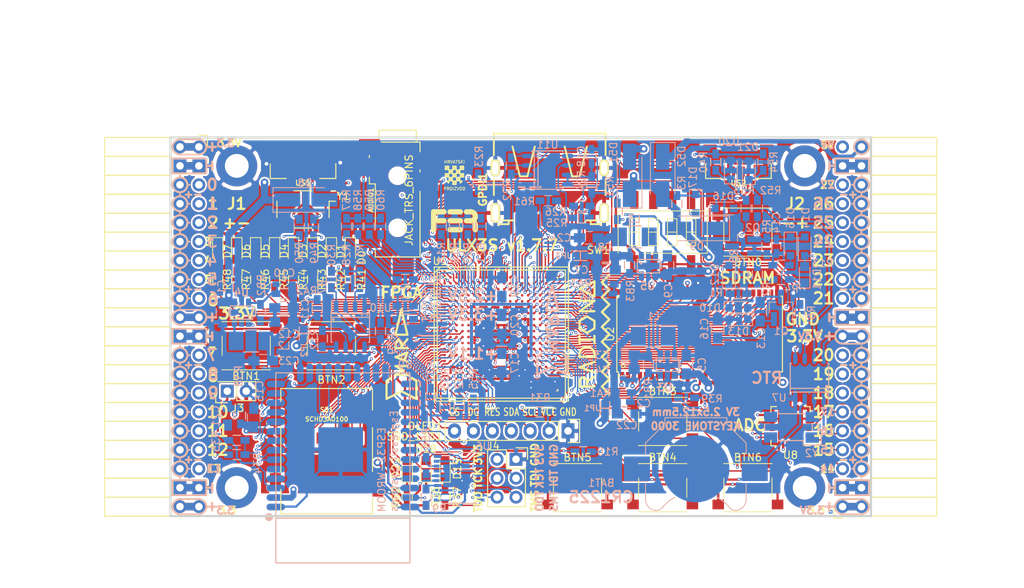
<source format=kicad_pcb>
(kicad_pcb (version 4) (host pcbnew 4.0.7+dfsg1-1)
  (layers (0 F.Cu signal) (1 In1.Cu signal) (2 In2.Cu signal) (31 B.Cu signal) (34 B.Paste user) (35 F.Paste user) (36 B.SilkS user) (37 F.SilkS user) (38 B.Mask user) (39 F.Mask user) (44 Edge.Cuts user))
  (net 0 "")
  (net 1 GND)
  (net 2 +5V)
  (net 3 /gpio/IN5V)
  (net 4 /gpio/OUT5V)
  (net 5 +3V3)
  (net 6 BTN_D)
  (net 7 BTN_F1)
  (net 8 BTN_F2)
  (net 9 BTN_L)
  (net 10 BTN_R)
  (net 11 BTN_U)
  (net 12 /power/FB1)
  (net 13 +2V5)
  (net 14 /power/PWREN)
  (net 15 /power/FB3)
  (net 16 /power/FB2)
  (net 17 "Net-(D9-Pad1)")
  (net 18 /power/VBAT)
  (net 19 JTAG_TDI)
  (net 20 JTAG_TCK)
  (net 21 JTAG_TMS)
  (net 22 JTAG_TDO)
  (net 23 /power/WAKEUPn)
  (net 24 /power/WKUP)
  (net 25 /power/SHUT)
  (net 26 /power/WAKE)
  (net 27 /power/HOLD)
  (net 28 /power/WKn)
  (net 29 /power/OSCI_32k)
  (net 30 /power/OSCO_32k)
  (net 31 "Net-(Q2-Pad3)")
  (net 32 SHUTDOWN)
  (net 33 /analog/AUDIO_L)
  (net 34 /analog/AUDIO_R)
  (net 35 GPDI_5V_SCL)
  (net 36 GPDI_5V_SDA)
  (net 37 GPDI_SDA)
  (net 38 GPDI_SCL)
  (net 39 /gpdi/VREF2)
  (net 40 SD_CMD)
  (net 41 SD_CLK)
  (net 42 SD_D0)
  (net 43 SD_D1)
  (net 44 USB5V)
  (net 45 GPDI_CEC)
  (net 46 nRESET)
  (net 47 FTDI_nDTR)
  (net 48 SDRAM_CKE)
  (net 49 SDRAM_A7)
  (net 50 SDRAM_D15)
  (net 51 SDRAM_BA1)
  (net 52 SDRAM_D7)
  (net 53 SDRAM_A6)
  (net 54 SDRAM_CLK)
  (net 55 SDRAM_D13)
  (net 56 SDRAM_BA0)
  (net 57 SDRAM_D6)
  (net 58 SDRAM_A5)
  (net 59 SDRAM_D14)
  (net 60 SDRAM_A11)
  (net 61 SDRAM_D12)
  (net 62 SDRAM_D5)
  (net 63 SDRAM_A4)
  (net 64 SDRAM_A10)
  (net 65 SDRAM_D11)
  (net 66 SDRAM_A3)
  (net 67 SDRAM_D4)
  (net 68 SDRAM_D10)
  (net 69 SDRAM_D9)
  (net 70 SDRAM_A9)
  (net 71 SDRAM_D3)
  (net 72 SDRAM_D8)
  (net 73 SDRAM_A8)
  (net 74 SDRAM_A2)
  (net 75 SDRAM_A1)
  (net 76 SDRAM_A0)
  (net 77 SDRAM_D2)
  (net 78 SDRAM_D1)
  (net 79 SDRAM_D0)
  (net 80 SDRAM_DQM0)
  (net 81 SDRAM_nCS)
  (net 82 SDRAM_nRAS)
  (net 83 SDRAM_DQM1)
  (net 84 SDRAM_nCAS)
  (net 85 SDRAM_nWE)
  (net 86 /flash/FLASH_nWP)
  (net 87 /flash/FLASH_nHOLD)
  (net 88 /flash/FLASH_MOSI)
  (net 89 /flash/FLASH_MISO)
  (net 90 /flash/FLASH_SCK)
  (net 91 /flash/FLASH_nCS)
  (net 92 /flash/FPGA_PROGRAMN)
  (net 93 /flash/FPGA_DONE)
  (net 94 /flash/FPGA_INITN)
  (net 95 OLED_RES)
  (net 96 OLED_DC)
  (net 97 OLED_CS)
  (net 98 WIFI_EN)
  (net 99 FTDI_nRTS)
  (net 100 FTDI_TXD)
  (net 101 FTDI_RXD)
  (net 102 WIFI_RXD)
  (net 103 WIFI_GPIO0)
  (net 104 WIFI_TXD)
  (net 105 GPDI_ETH-)
  (net 106 GPDI_ETH+)
  (net 107 GPDI_D2+)
  (net 108 GPDI_D2-)
  (net 109 GPDI_D1+)
  (net 110 GPDI_D1-)
  (net 111 GPDI_D0+)
  (net 112 GPDI_D0-)
  (net 113 GPDI_CLK+)
  (net 114 GPDI_CLK-)
  (net 115 USB_FTDI_D+)
  (net 116 USB_FTDI_D-)
  (net 117 J1_17-)
  (net 118 J1_17+)
  (net 119 J1_23-)
  (net 120 J1_23+)
  (net 121 J1_25-)
  (net 122 J1_25+)
  (net 123 J1_27-)
  (net 124 J1_27+)
  (net 125 J1_29-)
  (net 126 J1_29+)
  (net 127 J1_31-)
  (net 128 J1_31+)
  (net 129 J1_33-)
  (net 130 J1_33+)
  (net 131 J1_35-)
  (net 132 J1_35+)
  (net 133 J2_5-)
  (net 134 J2_5+)
  (net 135 J2_7-)
  (net 136 J2_7+)
  (net 137 J2_9-)
  (net 138 J2_9+)
  (net 139 J2_13-)
  (net 140 J2_13+)
  (net 141 J2_17-)
  (net 142 J2_17+)
  (net 143 J2_11-)
  (net 144 J2_11+)
  (net 145 J2_23-)
  (net 146 J2_23+)
  (net 147 J1_5-)
  (net 148 J1_5+)
  (net 149 J1_7-)
  (net 150 J1_7+)
  (net 151 J1_9-)
  (net 152 J1_9+)
  (net 153 J1_11-)
  (net 154 J1_11+)
  (net 155 J1_13-)
  (net 156 J1_13+)
  (net 157 J1_15-)
  (net 158 J1_15+)
  (net 159 J2_15-)
  (net 160 J2_15+)
  (net 161 J2_25-)
  (net 162 J2_25+)
  (net 163 J2_27-)
  (net 164 J2_27+)
  (net 165 J2_29-)
  (net 166 J2_29+)
  (net 167 J2_31-)
  (net 168 J2_31+)
  (net 169 J2_33-)
  (net 170 J2_33+)
  (net 171 J2_35-)
  (net 172 J2_35+)
  (net 173 SD_D3)
  (net 174 AUDIO_L3)
  (net 175 AUDIO_L2)
  (net 176 AUDIO_L1)
  (net 177 AUDIO_L0)
  (net 178 AUDIO_R3)
  (net 179 AUDIO_R2)
  (net 180 AUDIO_R1)
  (net 181 AUDIO_R0)
  (net 182 OLED_CLK)
  (net 183 OLED_MOSI)
  (net 184 LED0)
  (net 185 LED1)
  (net 186 LED2)
  (net 187 LED3)
  (net 188 LED4)
  (net 189 LED5)
  (net 190 LED6)
  (net 191 LED7)
  (net 192 BTN_PWRn)
  (net 193 FTDI_nTXLED)
  (net 194 FTDI_nSLEEP)
  (net 195 /blinkey/LED_PWREN)
  (net 196 /blinkey/LED_TXLED)
  (net 197 /sdcard/SD3V3)
  (net 198 SD_D2)
  (net 199 CLK_25MHz)
  (net 200 /blinkey/BTNPUL)
  (net 201 /blinkey/BTNPUR)
  (net 202 USB_FPGA_D+)
  (net 203 /power/FTDI_nSUSPEND)
  (net 204 /blinkey/ALED0)
  (net 205 /blinkey/ALED1)
  (net 206 /blinkey/ALED2)
  (net 207 /blinkey/ALED3)
  (net 208 /blinkey/ALED4)
  (net 209 /blinkey/ALED5)
  (net 210 /blinkey/ALED6)
  (net 211 /blinkey/ALED7)
  (net 212 /usb/FTD-)
  (net 213 /usb/FTD+)
  (net 214 ADC_MISO)
  (net 215 ADC_MOSI)
  (net 216 ADC_CSn)
  (net 217 ADC_SCLK)
  (net 218 SW3)
  (net 219 SW2)
  (net 220 SW1)
  (net 221 USB_FPGA_D-)
  (net 222 /usb/FPD+)
  (net 223 /usb/FPD-)
  (net 224 WIFI_GPIO16)
  (net 225 WIFI_GPIO15)
  (net 226 /usb/ANT_433MHz)
  (net 227 /power/PWRBTn)
  (net 228 PROG_DONE)
  (net 229 /power/P3V3)
  (net 230 /power/P2V5)
  (net 231 /power/L1)
  (net 232 /power/L3)
  (net 233 /power/L2)
  (net 234 FTDI_TXDEN)
  (net 235 SDRAM_A12)
  (net 236 /analog/AUDIO_V)
  (net 237 AUDIO_V3)
  (net 238 AUDIO_V2)
  (net 239 AUDIO_V1)
  (net 240 AUDIO_V0)
  (net 241 /gpdi/FPGA_CEC)
  (net 242 /blinkey/LED_WIFI)
  (net 243 WIFI_GPIO2)
  (net 244 /power/P1V1)
  (net 245 +1V1)
  (net 246 SW4)
  (net 247 /blinkey/SWPU)
  (net 248 /wifi/WIFIEN)
  (net 249 FT2V5)
  (module Socket_Strips:Socket_Strip_Angled_2x20 (layer F.Cu) (at 97.91 62.69 270)
    (fp_text reference J1 (at 7.62 -5.08 360) (layer F.SilkS) (effects (font (size 1.5 1.5) (thickness 0.3))))
    (fp_text value CONN_02X20 hide)
    (pad 1 thru_hole oval (at 0 0 270) (size 1.7272 1.7272) (drill 1.016) (layers *.Cu *.Mask) (net 5 +3V3))
    (pad 2 thru_hole oval (at 0 2.54 270) (size 1.7272 1.7272) (drill 1.016) (layers *.Cu *.Mask) (net 5 +3V3))
    (pad 3 thru_hole rect (at 2.54 0 270) (size 1.7272 1.7272) (drill 1.016) (layers *.Cu *.Mask) (net 1 GND))
    (pad 4 thru_hole rect (at 2.54 2.54 270) (size 1.7272 1.7272) (drill 1.016) (layers *.Cu *.Mask) (net 1 GND))
    (pad 5 thru_hole oval (at 5.08 0 270) (size 1.7272 1.7272) (drill 1.016) (layers *.Cu *.Mask) (net 147 J1_5-))
    (pad 6 thru_hole oval (at 5.08 2.54 270) (size 1.7272 1.7272) (drill 1.016) (layers *.Cu *.Mask) (net 148 J1_5+))
    (pad 7 thru_hole oval (at 7.62 0 270) (size 1.7272 1.7272) (drill 1.016) (layers *.Cu *.Mask) (net 149 J1_7-))
    (pad 8 thru_hole oval (at 7.62 2.54 270) (size 1.7272 1.7272) (drill 1.016) (layers *.Cu *.Mask) (net 150 J1_7+))
    (pad 9 thru_hole oval (at 10.16 0 270) (size 1.7272 1.7272) (drill 1.016) (layers *.Cu *.Mask) (net 151 J1_9-))
    (pad 10 thru_hole oval (at 10.16 2.54 270) (size 1.7272 1.7272) (drill 1.016) (layers *.Cu *.Mask) (net 152 J1_9+))
    (pad 11 thru_hole oval (at 12.7 0 270) (size 1.7272 1.7272) (drill 1.016) (layers *.Cu *.Mask) (net 153 J1_11-))
    (pad 12 thru_hole oval (at 12.7 2.54 270) (size 1.7272 1.7272) (drill 1.016) (layers *.Cu *.Mask) (net 154 J1_11+))
    (pad 13 thru_hole oval (at 15.24 0 270) (size 1.7272 1.7272) (drill 1.016) (layers *.Cu *.Mask) (net 155 J1_13-))
    (pad 14 thru_hole oval (at 15.24 2.54 270) (size 1.7272 1.7272) (drill 1.016) (layers *.Cu *.Mask) (net 156 J1_13+))
    (pad 15 thru_hole oval (at 17.78 0 270) (size 1.7272 1.7272) (drill 1.016) (layers *.Cu *.Mask) (net 157 J1_15-))
    (pad 16 thru_hole oval (at 17.78 2.54 270) (size 1.7272 1.7272) (drill 1.016) (layers *.Cu *.Mask) (net 158 J1_15+))
    (pad 17 thru_hole oval (at 20.32 0 270) (size 1.7272 1.7272) (drill 1.016) (layers *.Cu *.Mask) (net 117 J1_17-))
    (pad 18 thru_hole oval (at 20.32 2.54 270) (size 1.7272 1.7272) (drill 1.016) (layers *.Cu *.Mask) (net 118 J1_17+))
    (pad 19 thru_hole oval (at 22.86 0 270) (size 1.7272 1.7272) (drill 1.016) (layers *.Cu *.Mask) (net 5 +3V3))
    (pad 20 thru_hole oval (at 22.86 2.54 270) (size 1.7272 1.7272) (drill 1.016) (layers *.Cu *.Mask) (net 5 +3V3))
    (pad 21 thru_hole rect (at 25.4 0 270) (size 1.7272 1.7272) (drill 1.016) (layers *.Cu *.Mask) (net 1 GND))
    (pad 22 thru_hole rect (at 25.4 2.54 270) (size 1.7272 1.7272) (drill 1.016) (layers *.Cu *.Mask) (net 1 GND))
    (pad 23 thru_hole oval (at 27.94 0 270) (size 1.7272 1.7272) (drill 1.016) (layers *.Cu *.Mask) (net 119 J1_23-))
    (pad 24 thru_hole oval (at 27.94 2.54 270) (size 1.7272 1.7272) (drill 1.016) (layers *.Cu *.Mask) (net 120 J1_23+))
    (pad 25 thru_hole oval (at 30.48 0 270) (size 1.7272 1.7272) (drill 1.016) (layers *.Cu *.Mask) (net 121 J1_25-))
    (pad 26 thru_hole oval (at 30.48 2.54 270) (size 1.7272 1.7272) (drill 1.016) (layers *.Cu *.Mask) (net 122 J1_25+))
    (pad 27 thru_hole oval (at 33.02 0 270) (size 1.7272 1.7272) (drill 1.016) (layers *.Cu *.Mask) (net 123 J1_27-))
    (pad 28 thru_hole oval (at 33.02 2.54 270) (size 1.7272 1.7272) (drill 1.016) (layers *.Cu *.Mask) (net 124 J1_27+))
    (pad 29 thru_hole oval (at 35.56 0 270) (size 1.7272 1.7272) (drill 1.016) (layers *.Cu *.Mask) (net 125 J1_29-))
    (pad 30 thru_hole oval (at 35.56 2.54 270) (size 1.7272 1.7272) (drill 1.016) (layers *.Cu *.Mask) (net 126 J1_29+))
    (pad 31 thru_hole oval (at 38.1 0 270) (size 1.7272 1.7272) (drill 1.016) (layers *.Cu *.Mask) (net 127 J1_31-))
    (pad 32 thru_hole oval (at 38.1 2.54 270) (size 1.7272 1.7272) (drill 1.016) (layers *.Cu *.Mask) (net 128 J1_31+))
    (pad 33 thru_hole oval (at 40.64 0 270) (size 1.7272 1.7272) (drill 1.016) (layers *.Cu *.Mask) (net 129 J1_33-))
    (pad 34 thru_hole oval (at 40.64 2.54 270) (size 1.7272 1.7272) (drill 1.016) (layers *.Cu *.Mask) (net 130 J1_33+))
    (pad 35 thru_hole oval (at 43.18 0 270) (size 1.7272 1.7272) (drill 1.016) (layers *.Cu *.Mask) (net 131 J1_35-))
    (pad 36 thru_hole oval (at 43.18 2.54 270) (size 1.7272 1.7272) (drill 1.016) (layers *.Cu *.Mask) (net 132 J1_35+))
    (pad 37 thru_hole rect (at 45.72 0 270) (size 1.7272 1.7272) (drill 1.016) (layers *.Cu *.Mask) (net 1 GND))
    (pad 38 thru_hole rect (at 45.72 2.54 270) (size 1.7272 1.7272) (drill 1.016) (layers *.Cu *.Mask) (net 1 GND))
    (pad 39 thru_hole oval (at 48.26 0 270) (size 1.7272 1.7272) (drill 1.016) (layers *.Cu *.Mask) (net 5 +3V3))
    (pad 40 thru_hole oval (at 48.26 2.54 270) (size 1.7272 1.7272) (drill 1.016) (layers *.Cu *.Mask) (net 5 +3V3))
  )
  (module SMD_Packages:1Pin (layer F.Cu) (at 182.67515 111.637626)
    (fp_text reference AE1 hide)
    (fp_text value 433MHz hide)
    (pad 1 smd rect (at 0 0) (size 0.5 0.5) (layers B.Cu F.Paste F.Mask) (net 226 /usb/ANT_433MHz))
  )
  (module Resistors_SMD:R_0603_HandSoldering (layer B.Cu) (at 103.498 98.758 90)
    (fp_text reference R38 (at 5.334 -0.254 90) (layer B.SilkS) (effects (justify mirror)))
    (fp_text value 0.47)
    (pad 1 smd rect (at -1.1 0 90) (size 1.2 0.9) (layers B.Cu B.Paste B.Mask) (net 197 /sdcard/SD3V3))
    (pad 2 smd rect (at 1.1 0 90) (size 1.2 0.9) (layers B.Cu B.Paste B.Mask) (net 5 +3V3))
  )
  (module jumper:SOLDER-JUMPER_1-WAY (layer B.Cu) (at 152.393 97.742 270)
    (fp_text reference JP1 (at 0 1.778 360) (layer B.SilkS) (effects (font (size 0.762 0.762) (thickness 0.1524)) (justify mirror)))
    (fp_text value 1.2 hide)
    (pad 1 smd rect (at -0.6 0 270) (size 1 1) (layers B.Cu B.Paste B.Mask) (net 244 /power/P1V1))
    (pad 2 smd rect (at 0.6 0 270) (size 1 1) (layers B.Cu B.Paste B.Mask) (net 245 +1V1))
  )
  (module Diodes_SMD:D_SMA_Handsoldering (layer B.Cu) (at 155.695 66.5 90)
    (fp_text reference D51 (at 3.048 -2.159 90) (layer B.SilkS) (effects (justify mirror)))
    (fp_text value STPS2L30AF hide)
    (pad 1 smd rect (at -2.5 0 90) (size 3.5 1.8) (layers B.Cu B.Paste B.Mask) (net 2 +5V))
    (pad 2 smd rect (at 2.5 0 90) (size 3.5 1.8) (layers B.Cu B.Paste B.Mask) (net 3 /gpio/IN5V))
  )
  (module Resistors_SMD:R_0603_HandSoldering (layer B.Cu) (at 154.044 71.326 90)
    (fp_text reference R51 (at 3.302 -1.016 90) (layer B.SilkS) (effects (justify mirror)))
    (fp_text value 150)
    (pad 1 smd rect (at -1.1 0 90) (size 1.2 0.9) (layers B.Cu B.Paste B.Mask) (net 5 +3V3))
    (pad 2 smd rect (at 1.1 0 90) (size 1.2 0.9) (layers B.Cu B.Paste B.Mask) (net 247 /blinkey/SWPU))
  )
  (module Resistors_SMD:R_1210_HandSoldering (layer B.Cu) (at 158.87 88.09 180)
    (fp_text reference L1 (at 0 2.7 180) (layer B.SilkS) (effects (justify mirror)))
    (fp_text value 2.2uH)
    (pad 1 smd rect (at -2 0 180) (size 2 2.5) (layers B.Cu B.Paste B.Mask) (net 231 /power/L1))
    (pad 2 smd rect (at 2 0 180) (size 2 2.5) (layers B.Cu B.Paste B.Mask) (net 244 /power/P1V1))
  )
  (module TSOT-25:TSOT-25 (layer B.Cu) (at 160.775 91.9)
    (fp_text reference U3 (at -0.381 3.048) (layer B.SilkS) (effects (font (thickness 0.2)) (justify mirror)))
    (fp_text value DIO6015)
    (pad 1 smd rect (at -0.95 -1.3) (size 0.7 1.2) (layers B.Cu B.Paste B.Mask) (net 14 /power/PWREN))
    (pad 2 smd rect (at 0 -1.3) (size 0.7 1.2) (layers B.Cu B.Paste B.Mask) (net 1 GND))
    (pad 3 smd rect (at 0.95 -1.3) (size 0.7 1.2) (layers B.Cu B.Paste B.Mask) (net 231 /power/L1))
    (pad 4 smd rect (at 0.95 1.3) (size 0.7 1.2) (layers B.Cu B.Paste B.Mask) (net 2 +5V))
    (pad 5 smd rect (at -0.95 1.3) (size 0.7 1.2) (layers B.Cu B.Paste B.Mask) (net 12 /power/FB1))
  )
  (module Resistors_SMD:R_1210_HandSoldering (layer B.Cu) (at 104.895 88.725)
    (fp_text reference L2 (at 4.445 0.635) (layer B.SilkS) (effects (justify mirror)))
    (fp_text value 2.2uH)
    (pad 1 smd rect (at -2 0) (size 2 2.5) (layers B.Cu B.Paste B.Mask) (net 233 /power/L2))
    (pad 2 smd rect (at 2 0) (size 2 2.5) (layers B.Cu B.Paste B.Mask) (net 230 /power/P2V5))
  )
  (module TSOT-25:TSOT-25 (layer B.Cu) (at 103.625 84.915 180)
    (fp_text reference U4 (at 0 2.697 180) (layer B.SilkS) (effects (font (thickness 0.2)) (justify mirror)))
    (fp_text value LX7172)
    (pad 1 smd rect (at -0.95 -1.3 180) (size 0.7 1.2) (layers B.Cu B.Paste B.Mask) (net 14 /power/PWREN))
    (pad 2 smd rect (at 0 -1.3 180) (size 0.7 1.2) (layers B.Cu B.Paste B.Mask) (net 1 GND))
    (pad 3 smd rect (at 0.95 -1.3 180) (size 0.7 1.2) (layers B.Cu B.Paste B.Mask) (net 233 /power/L2))
    (pad 4 smd rect (at 0.95 1.3 180) (size 0.7 1.2) (layers B.Cu B.Paste B.Mask) (net 2 +5V))
    (pad 5 smd rect (at -0.95 1.3 180) (size 0.7 1.2) (layers B.Cu B.Paste B.Mask) (net 16 /power/FB2))
  )
  (module Resistors_SMD:R_1210_HandSoldering (layer B.Cu) (at 156.33 74.755 180)
    (fp_text reference L3 (at 0 2.413 180) (layer B.SilkS) (effects (justify mirror)))
    (fp_text value 2.2uH)
    (pad 1 smd rect (at -2 0 180) (size 2 2.5) (layers B.Cu B.Paste B.Mask) (net 232 /power/L3))
    (pad 2 smd rect (at 2 0 180) (size 2 2.5) (layers B.Cu B.Paste B.Mask) (net 229 /power/P3V3))
  )
  (module TSOT-25:TSOT-25 (layer B.Cu) (at 158.235 78.692)
    (fp_text reference U5 (at -0.127 2.667) (layer B.SilkS) (effects (font (thickness 0.2)) (justify mirror)))
    (fp_text value TLV62569DBV)
    (pad 1 smd rect (at -0.95 -1.3) (size 0.7 1.2) (layers B.Cu B.Paste B.Mask) (net 14 /power/PWREN))
    (pad 2 smd rect (at 0 -1.3) (size 0.7 1.2) (layers B.Cu B.Paste B.Mask) (net 1 GND))
    (pad 3 smd rect (at 0.95 -1.3) (size 0.7 1.2) (layers B.Cu B.Paste B.Mask) (net 232 /power/L3))
    (pad 4 smd rect (at 0.95 1.3) (size 0.7 1.2) (layers B.Cu B.Paste B.Mask) (net 2 +5V))
    (pad 5 smd rect (at -0.95 1.3) (size 0.7 1.2) (layers B.Cu B.Paste B.Mask) (net 15 /power/FB3))
  )
  (module Capacitors_SMD:C_0805_HandSoldering (layer B.Cu) (at 101.085 84.915 270)
    (fp_text reference C1 (at -3.429 0.127 270) (layer B.SilkS) (effects (justify mirror)))
    (fp_text value 22uF)
    (pad 1 smd rect (at -1.25 0 270) (size 1.5 1.25) (layers B.Cu B.Paste B.Mask) (net 2 +5V))
    (pad 2 smd rect (at 1.25 0 270) (size 1.5 1.25) (layers B.Cu B.Paste B.Mask) (net 1 GND))
  )
  (module Capacitors_SMD:C_0805_HandSoldering (layer B.Cu) (at 155.06 90.63)
    (fp_text reference C3 (at -3.048 0) (layer B.SilkS) (effects (justify mirror)))
    (fp_text value 22uF)
    (pad 1 smd rect (at -1.25 0) (size 1.5 1.25) (layers B.Cu B.Paste B.Mask) (net 244 /power/P1V1))
    (pad 2 smd rect (at 1.25 0) (size 1.5 1.25) (layers B.Cu B.Paste B.Mask) (net 1 GND))
  )
  (module Capacitors_SMD:C_0805_HandSoldering (layer B.Cu) (at 155.06 92.535)
    (fp_text reference C4 (at -3.048 0.127) (layer B.SilkS) (effects (justify mirror)))
    (fp_text value 22uF)
    (pad 1 smd rect (at -1.25 0) (size 1.5 1.25) (layers B.Cu B.Paste B.Mask) (net 244 /power/P1V1))
    (pad 2 smd rect (at 1.25 0) (size 1.5 1.25) (layers B.Cu B.Paste B.Mask) (net 1 GND))
  )
  (module Capacitors_SMD:C_0805_HandSoldering (layer B.Cu) (at 163.315 91.9 90)
    (fp_text reference C5 (at 0 2.1 90) (layer B.SilkS) (effects (justify mirror)))
    (fp_text value 22uF)
    (pad 1 smd rect (at -1.25 0 90) (size 1.5 1.25) (layers B.Cu B.Paste B.Mask) (net 2 +5V))
    (pad 2 smd rect (at 1.25 0 90) (size 1.5 1.25) (layers B.Cu B.Paste B.Mask) (net 1 GND))
  )
  (module Capacitors_SMD:C_0805_HandSoldering (layer B.Cu) (at 152.52 79.2)
    (fp_text reference C7 (at -3.302 0) (layer B.SilkS) (effects (justify mirror)))
    (fp_text value 22uF)
    (pad 1 smd rect (at -1.25 0) (size 1.5 1.25) (layers B.Cu B.Paste B.Mask) (net 229 /power/P3V3))
    (pad 2 smd rect (at 1.25 0) (size 1.5 1.25) (layers B.Cu B.Paste B.Mask) (net 1 GND))
  )
  (module Capacitors_SMD:C_0805_HandSoldering (layer B.Cu) (at 152.52 77.295)
    (fp_text reference C8 (at -0.127 -1.143) (layer B.SilkS) (effects (justify mirror)))
    (fp_text value 22uF)
    (pad 1 smd rect (at -1.25 0) (size 1.5 1.25) (layers B.Cu B.Paste B.Mask) (net 229 /power/P3V3))
    (pad 2 smd rect (at 1.25 0) (size 1.5 1.25) (layers B.Cu B.Paste B.Mask) (net 1 GND))
  )
  (module Capacitors_SMD:C_0805_HandSoldering (layer B.Cu) (at 160.775 78.565 90)
    (fp_text reference C9 (at -3.429 0.127 90) (layer B.SilkS) (effects (justify mirror)))
    (fp_text value 22uF)
    (pad 1 smd rect (at -1.25 0 90) (size 1.5 1.25) (layers B.Cu B.Paste B.Mask) (net 2 +5V))
    (pad 2 smd rect (at 1.25 0 90) (size 1.5 1.25) (layers B.Cu B.Paste B.Mask) (net 1 GND))
  )
  (module Capacitors_SMD:C_0805_HandSoldering (layer B.Cu) (at 109.34 84.28 180)
    (fp_text reference C11 (at -2.794 -0.254 270) (layer B.SilkS) (effects (justify mirror)))
    (fp_text value 22uF)
    (pad 1 smd rect (at -1.25 0 180) (size 1.5 1.25) (layers B.Cu B.Paste B.Mask) (net 230 /power/P2V5))
    (pad 2 smd rect (at 1.25 0 180) (size 1.5 1.25) (layers B.Cu B.Paste B.Mask) (net 1 GND))
  )
  (module Capacitors_SMD:C_0805_HandSoldering (layer B.Cu) (at 109.34 86.185 180)
    (fp_text reference C12 (at -0.635 -1.615 360) (layer B.SilkS) (effects (justify mirror)))
    (fp_text value 22uF)
    (pad 1 smd rect (at -1.25 0 180) (size 1.5 1.25) (layers B.Cu B.Paste B.Mask) (net 230 /power/P2V5))
    (pad 2 smd rect (at 1.25 0 180) (size 1.5 1.25) (layers B.Cu B.Paste B.Mask) (net 1 GND))
  )
  (module Capacitors_SMD:C_0805_HandSoldering (layer B.Cu) (at 173.221 84.788 90)
    (fp_text reference C13 (at -3.556 0.127 90) (layer B.SilkS) (effects (justify mirror)))
    (fp_text value 2.2uF)
    (pad 1 smd rect (at -1.25 0 90) (size 1.5 1.25) (layers B.Cu B.Paste B.Mask) (net 2 +5V))
    (pad 2 smd rect (at 1.25 0 90) (size 1.5 1.25) (layers B.Cu B.Paste B.Mask) (net 24 /power/WKUP))
  )
  (module TO_SOT_Packages_SMD:SOT-23_Handsoldering (layer B.Cu) (at 176.015 84.28 90)
    (fp_text reference Q1 (at -3.1115 0 180) (layer B.SilkS) (effects (justify mirror)))
    (fp_text value BC857)
    (pad 1 smd rect (at -1.5 0.95 90) (size 1.9 0.8) (layers B.Cu B.Paste B.Mask) (net 28 /power/WKn))
    (pad 2 smd rect (at -1.5 -0.95 90) (size 1.9 0.8) (layers B.Cu B.Paste B.Mask) (net 2 +5V))
    (pad 3 smd rect (at 1.5 0 90) (size 1.9 0.8) (layers B.Cu B.Paste B.Mask) (net 24 /power/WKUP))
  )
  (module TO_SOT_Packages_SMD:SOT-23_Handsoldering (layer B.Cu) (at 170.935 76.025 180)
    (fp_text reference Q2 (at -1.295 2.5 180) (layer B.SilkS) (effects (justify mirror)))
    (fp_text value 2N7002)
    (pad 1 smd rect (at -1.5 0.95 180) (size 1.9 0.8) (layers B.Cu B.Paste B.Mask) (net 25 /power/SHUT))
    (pad 2 smd rect (at -1.5 -0.95 180) (size 1.9 0.8) (layers B.Cu B.Paste B.Mask) (net 1 GND))
    (pad 3 smd rect (at 1.5 0 180) (size 1.9 0.8) (layers B.Cu B.Paste B.Mask) (net 31 "Net-(Q2-Pad3)"))
  )
  (module Capacitors_SMD:C_0603_HandSoldering (layer B.Cu) (at 154.86 96.91)
    (fp_text reference C2 (at 2.74 0.197) (layer B.SilkS) (effects (justify mirror)))
    (fp_text value 470pF)
    (pad 1 smd rect (at -0.95 0) (size 1.2 0.75) (layers B.Cu B.Paste B.Mask) (net 244 /power/P1V1))
    (pad 2 smd rect (at 0.95 0) (size 1.2 0.75) (layers B.Cu B.Paste B.Mask) (net 12 /power/FB1))
  )
  (module Capacitors_SMD:C_0603_HandSoldering (layer B.Cu) (at 152.52 82.375)
    (fp_text reference C6 (at -2.794 0.127) (layer B.SilkS) (effects (justify mirror)))
    (fp_text value 470pF)
    (pad 1 smd rect (at -0.95 0) (size 1.2 0.75) (layers B.Cu B.Paste B.Mask) (net 229 /power/P3V3))
    (pad 2 smd rect (at 0.95 0) (size 1.2 0.75) (layers B.Cu B.Paste B.Mask) (net 15 /power/FB3))
  )
  (module Capacitors_SMD:C_0603_HandSoldering (layer B.Cu) (at 109.34 81.105 180)
    (fp_text reference C10 (at -0.04 1.505 180) (layer B.SilkS) (effects (justify mirror)))
    (fp_text value 470pF)
    (pad 1 smd rect (at -0.95 0 180) (size 1.2 0.75) (layers B.Cu B.Paste B.Mask) (net 230 /power/P2V5))
    (pad 2 smd rect (at 0.95 0 180) (size 1.2 0.75) (layers B.Cu B.Paste B.Mask) (net 16 /power/FB2))
  )
  (module Capacitors_SMD:C_0603_HandSoldering (layer B.Cu) (at 175.38 76.025 270)
    (fp_text reference C14 (at -3.175 0 270) (layer B.SilkS) (effects (justify mirror)))
    (fp_text value 100nF)
    (pad 1 smd rect (at -0.95 0 270) (size 1.2 0.75) (layers B.Cu B.Paste B.Mask) (net 25 /power/SHUT))
    (pad 2 smd rect (at 0.95 0 270) (size 1.2 0.75) (layers B.Cu B.Paste B.Mask) (net 1 GND))
  )
  (module Resistors_SMD:R_0603_HandSoldering (layer B.Cu) (at 170.3 82.375)
    (fp_text reference R1 (at -3.048 -0.127) (layer B.SilkS) (effects (justify mirror)))
    (fp_text value 15k)
    (pad 1 smd rect (at -1.1 0) (size 1.2 0.9) (layers B.Cu B.Paste B.Mask) (net 26 /power/WAKE))
    (pad 2 smd rect (at 1.1 0) (size 1.2 0.9) (layers B.Cu B.Paste B.Mask) (net 14 /power/PWREN))
  )
  (module Resistors_SMD:R_0603_HandSoldering (layer B.Cu) (at 172.84 79.835 90)
    (fp_text reference R2 (at -1.905 1.27 90) (layer B.SilkS) (effects (justify mirror)))
    (fp_text value 47k)
    (pad 1 smd rect (at -1.1 0 90) (size 1.2 0.9) (layers B.Cu B.Paste B.Mask) (net 14 /power/PWREN))
    (pad 2 smd rect (at 1.1 0 90) (size 1.2 0.9) (layers B.Cu B.Paste B.Mask) (net 1 GND))
  )
  (module Resistors_SMD:R_0603_HandSoldering (layer B.Cu) (at 176.015 80.47 180)
    (fp_text reference R4 (at -1.397 -1.27 360) (layer B.SilkS) (effects (justify mirror)))
    (fp_text value 4.7k)
    (pad 1 smd rect (at -1.1 0 180) (size 1.2 0.9) (layers B.Cu B.Paste B.Mask) (net 27 /power/HOLD))
    (pad 2 smd rect (at 1.1 0 180) (size 1.2 0.9) (layers B.Cu B.Paste B.Mask) (net 14 /power/PWREN))
  )
  (module Resistors_SMD:R_0603_HandSoldering (layer B.Cu) (at 174.11 76.025 270)
    (fp_text reference R5 (at -2.667 0 270) (layer B.SilkS) (effects (justify mirror)))
    (fp_text value 4.7M)
    (pad 1 smd rect (at -1.1 0 270) (size 1.2 0.9) (layers B.Cu B.Paste B.Mask) (net 25 /power/SHUT))
    (pad 2 smd rect (at 1.1 0 270) (size 1.2 0.9) (layers B.Cu B.Paste B.Mask) (net 1 GND))
  )
  (module Resistors_SMD:R_0603_HandSoldering (layer B.Cu) (at 178.555 84.915 270)
    (fp_text reference R6 (at 0 -1.524 270) (layer B.SilkS) (effects (justify mirror)))
    (fp_text value 1k)
    (pad 1 smd rect (at -1.1 0 270) (size 1.2 0.9) (layers B.Cu B.Paste B.Mask) (net 28 /power/WKn))
    (pad 2 smd rect (at 1.1 0 270) (size 1.2 0.9) (layers B.Cu B.Paste B.Mask) (net 23 /power/WAKEUPn))
  )
  (module Resistors_SMD:R_0603_HandSoldering (layer B.Cu) (at 113.785 84.28 270)
    (fp_text reference R7 (at -2.794 -0.635 270) (layer B.SilkS) (effects (justify mirror)))
    (fp_text value 150)
    (pad 1 smd rect (at -1.1 0 270) (size 1.2 0.9) (layers B.Cu B.Paste B.Mask) (net 5 +3V3))
    (pad 2 smd rect (at 1.1 0 270) (size 1.2 0.9) (layers B.Cu B.Paste B.Mask) (net 200 /blinkey/BTNPUL))
  )
  (module Resistors_SMD:R_0603_HandSoldering (layer B.Cu) (at 170.935 79.835 90)
    (fp_text reference R8 (at 2.54 -1.27 90) (layer B.SilkS) (effects (justify mirror)))
    (fp_text value 1k)
    (pad 1 smd rect (at -1.1 0 90) (size 1.2 0.9) (layers B.Cu B.Paste B.Mask) (net 14 /power/PWREN))
    (pad 2 smd rect (at 1.1 0 90) (size 1.2 0.9) (layers B.Cu B.Paste B.Mask) (net 31 "Net-(Q2-Pad3)"))
  )
  (module Resistors_SMD:R_0603_HandSoldering (layer B.Cu) (at 128.39 109.68 270)
    (fp_text reference R9 (at 1.524 -1.778 360) (layer B.SilkS) (effects (justify mirror)))
    (fp_text value 15k)
    (pad 1 smd rect (at -1.1 0 270) (size 1.2 0.9) (layers B.Cu B.Paste B.Mask) (net 46 nRESET))
    (pad 2 smd rect (at 1.1 0 270) (size 1.2 0.9) (layers B.Cu B.Paste B.Mask) (net 249 FT2V5))
  )
  (module Resistors_SMD:R_0603_HandSoldering (layer B.Cu) (at 149.472 103.584 180)
    (fp_text reference R10 (at -3.302 0 180) (layer B.SilkS) (effects (justify mirror)))
    (fp_text value 150)
    (pad 1 smd rect (at -1.1 0 180) (size 1.2 0.9) (layers B.Cu B.Paste B.Mask) (net 203 /power/FTDI_nSUSPEND))
    (pad 2 smd rect (at 1.1 0 180) (size 1.2 0.9) (layers B.Cu B.Paste B.Mask) (net 194 FTDI_nSLEEP))
  )
  (module Resistors_SMD:R_0603_HandSoldering (layer B.Cu) (at 176.015 78.565 180)
    (fp_text reference R13 (at -5.588 0.254 180) (layer B.SilkS) (effects (justify mirror)))
    (fp_text value 15k)
    (pad 1 smd rect (at -1.1 0 180) (size 1.2 0.9) (layers B.Cu B.Paste B.Mask) (net 32 SHUTDOWN))
    (pad 2 smd rect (at 1.1 0 180) (size 1.2 0.9) (layers B.Cu B.Paste B.Mask) (net 1 GND))
  )
  (module Resistors_SMD:R_0603_HandSoldering (layer B.Cu) (at 154.86 95.64)
    (fp_text reference RA1 (at -3.102 0.07) (layer B.SilkS) (effects (justify mirror)))
    (fp_text value 15k)
    (pad 1 smd rect (at -1.1 0) (size 1.2 0.9) (layers B.Cu B.Paste B.Mask) (net 244 /power/P1V1))
    (pad 2 smd rect (at 1.1 0) (size 1.2 0.9) (layers B.Cu B.Paste B.Mask) (net 12 /power/FB1))
  )
  (module Resistors_SMD:R_0603_HandSoldering (layer B.Cu) (at 109.34 82.375 180)
    (fp_text reference RA2 (at -3.048 0.381 360) (layer B.SilkS) (effects (justify mirror)))
    (fp_text value 15k)
    (pad 1 smd rect (at -1.1 0 180) (size 1.2 0.9) (layers B.Cu B.Paste B.Mask) (net 230 /power/P2V5))
    (pad 2 smd rect (at 1.1 0 180) (size 1.2 0.9) (layers B.Cu B.Paste B.Mask) (net 16 /power/FB2))
  )
  (module Resistors_SMD:R_0603_HandSoldering (layer B.Cu) (at 152.52 81.105)
    (fp_text reference RA3 (at -3.302 -0.127) (layer B.SilkS) (effects (justify mirror)))
    (fp_text value 15k)
    (pad 1 smd rect (at -1.1 0) (size 1.2 0.9) (layers B.Cu B.Paste B.Mask) (net 229 /power/P3V3))
    (pad 2 smd rect (at 1.1 0) (size 1.2 0.9) (layers B.Cu B.Paste B.Mask) (net 15 /power/FB3))
  )
  (module Resistors_SMD:R_0603_HandSoldering (layer B.Cu) (at 158.235 91.9 270)
    (fp_text reference RB1 (at 3.302 0 270) (layer B.SilkS) (effects (justify mirror)))
    (fp_text value 18k)
    (pad 1 smd rect (at -1.1 0 270) (size 1.2 0.9) (layers B.Cu B.Paste B.Mask) (net 1 GND))
    (pad 2 smd rect (at 1.1 0 270) (size 1.2 0.9) (layers B.Cu B.Paste B.Mask) (net 12 /power/FB1))
  )
  (module Resistors_SMD:R_0603_HandSoldering (layer B.Cu) (at 106.165 84.915 90)
    (fp_text reference RB2 (at 3.683 0.127 90) (layer B.SilkS) (effects (justify mirror)))
    (fp_text value 4.7k)
    (pad 1 smd rect (at -1.1 0 90) (size 1.2 0.9) (layers B.Cu B.Paste B.Mask) (net 1 GND))
    (pad 2 smd rect (at 1.1 0 90) (size 1.2 0.9) (layers B.Cu B.Paste B.Mask) (net 16 /power/FB2))
  )
  (module Resistors_SMD:R_0603_HandSoldering (layer B.Cu) (at 155.695 78.565 270)
    (fp_text reference RB3 (at 3.429 -0.127 270) (layer B.SilkS) (effects (justify mirror)))
    (fp_text value 3.3k)
    (pad 1 smd rect (at -1.1 0 270) (size 1.2 0.9) (layers B.Cu B.Paste B.Mask) (net 1 GND))
    (pad 2 smd rect (at 1.1 0 270) (size 1.2 0.9) (layers B.Cu B.Paste B.Mask) (net 15 /power/FB3))
  )
  (module Resistors_SMD:R_0603_HandSoldering (layer B.Cu) (at 125.596 85.804 180)
    (fp_text reference R14 (at -3.47 0.127 180) (layer B.SilkS) (effects (justify mirror)))
    (fp_text value 1.2k)
    (pad 1 smd rect (at -1.1 0 180) (size 1.2 0.9) (layers B.Cu B.Paste B.Mask) (net 177 AUDIO_L0))
    (pad 2 smd rect (at 1.1 0 180) (size 1.2 0.9) (layers B.Cu B.Paste B.Mask) (net 33 /analog/AUDIO_L))
  )
  (module Resistors_SMD:R_0603_HandSoldering (layer B.Cu) (at 125.596 84.026 180)
    (fp_text reference R15 (at -3.47 -0.001 180) (layer B.SilkS) (effects (justify mirror)))
    (fp_text value 680)
    (pad 1 smd rect (at -1.1 0 180) (size 1.2 0.9) (layers B.Cu B.Paste B.Mask) (net 176 AUDIO_L1))
    (pad 2 smd rect (at 1.1 0 180) (size 1.2 0.9) (layers B.Cu B.Paste B.Mask) (net 33 /analog/AUDIO_L))
  )
  (module Resistors_SMD:R_0603_HandSoldering (layer B.Cu) (at 125.596 82.248 180)
    (fp_text reference R16 (at -3.47 -0.127 180) (layer B.SilkS) (effects (justify mirror)))
    (fp_text value 330)
    (pad 1 smd rect (at -1.1 0 180) (size 1.2 0.9) (layers B.Cu B.Paste B.Mask) (net 175 AUDIO_L2))
    (pad 2 smd rect (at 1.1 0 180) (size 1.2 0.9) (layers B.Cu B.Paste B.Mask) (net 33 /analog/AUDIO_L))
  )
  (module Resistors_SMD:R_0603_HandSoldering (layer B.Cu) (at 125.596 80.47 180)
    (fp_text reference R17 (at -3.47 0 180) (layer B.SilkS) (effects (justify mirror)))
    (fp_text value 150)
    (pad 1 smd rect (at -1.1 0 180) (size 1.2 0.9) (layers B.Cu B.Paste B.Mask) (net 174 AUDIO_L3))
    (pad 2 smd rect (at 1.1 0 180) (size 1.2 0.9) (layers B.Cu B.Paste B.Mask) (net 33 /analog/AUDIO_L))
  )
  (module Resistors_SMD:R_0603_HandSoldering (layer B.Cu) (at 130.422 73.358 90)
    (fp_text reference R18 (at -3.556 0 90) (layer B.SilkS) (effects (justify mirror)))
    (fp_text value 1.2k)
    (pad 1 smd rect (at -1.1 0 90) (size 1.2 0.9) (layers B.Cu B.Paste B.Mask) (net 181 AUDIO_R0))
    (pad 2 smd rect (at 1.1 0 90) (size 1.2 0.9) (layers B.Cu B.Paste B.Mask) (net 34 /analog/AUDIO_R))
  )
  (module Resistors_SMD:R_0603_HandSoldering (layer B.Cu) (at 132.2 73.358 90)
    (fp_text reference R19 (at -3.556 0 90) (layer B.SilkS) (effects (justify mirror)))
    (fp_text value 680)
    (pad 1 smd rect (at -1.1 0 90) (size 1.2 0.9) (layers B.Cu B.Paste B.Mask) (net 180 AUDIO_R1))
    (pad 2 smd rect (at 1.1 0 90) (size 1.2 0.9) (layers B.Cu B.Paste B.Mask) (net 34 /analog/AUDIO_R))
  )
  (module Resistors_SMD:R_0603_HandSoldering (layer B.Cu) (at 133.978 73.358 90)
    (fp_text reference R20 (at -3.556 0 90) (layer B.SilkS) (effects (justify mirror)))
    (fp_text value 330)
    (pad 1 smd rect (at -1.1 0 90) (size 1.2 0.9) (layers B.Cu B.Paste B.Mask) (net 179 AUDIO_R2))
    (pad 2 smd rect (at 1.1 0 90) (size 1.2 0.9) (layers B.Cu B.Paste B.Mask) (net 34 /analog/AUDIO_R))
  )
  (module Resistors_SMD:R_0603_HandSoldering (layer B.Cu) (at 135.756 73.358 90)
    (fp_text reference R21 (at -3.556 0 90) (layer B.SilkS) (effects (justify mirror)))
    (fp_text value 150)
    (pad 1 smd rect (at -1.1 0 90) (size 1.2 0.9) (layers B.Cu B.Paste B.Mask) (net 178 AUDIO_R3))
    (pad 2 smd rect (at 1.1 0 90) (size 1.2 0.9) (layers B.Cu B.Paste B.Mask) (net 34 /analog/AUDIO_R))
  )
  (module Capacitors_SMD:C_0603_HandSoldering (layer B.Cu) (at 150.5896 63.96 90)
    (fp_text reference C18 (at 0 -1.3716 90) (layer B.SilkS) (effects (justify mirror)))
    (fp_text value 470pF)
    (pad 1 smd rect (at -0.95 0 90) (size 1.2 0.75) (layers B.Cu B.Paste B.Mask) (net 39 /gpdi/VREF2))
    (pad 2 smd rect (at 0.95 0 90) (size 1.2 0.75) (layers B.Cu B.Paste B.Mask) (net 1 GND))
  )
  (module Socket_Strips:Socket_Strip_Angled_2x20 (layer F.Cu) (at 184.27 110.95 90)
    (fp_text reference J2 (at 40.64 -6.35 180) (layer F.SilkS) (effects (font (size 1.5 1.5) (thickness 0.3))))
    (fp_text value CONN_02X20 hide)
    (pad 1 thru_hole oval (at 0 0 90) (size 1.7272 1.7272) (drill 1.016) (layers *.Cu *.Mask) (net 5 +3V3))
    (pad 2 thru_hole oval (at 0 2.54 90) (size 1.7272 1.7272) (drill 1.016) (layers *.Cu *.Mask) (net 5 +3V3))
    (pad 3 thru_hole rect (at 2.54 0 90) (size 1.7272 1.7272) (drill 1.016) (layers *.Cu *.Mask) (net 1 GND))
    (pad 4 thru_hole rect (at 2.54 2.54 90) (size 1.7272 1.7272) (drill 1.016) (layers *.Cu *.Mask) (net 1 GND))
    (pad 5 thru_hole oval (at 5.08 0 90) (size 1.7272 1.7272) (drill 1.016) (layers *.Cu *.Mask) (net 133 J2_5-))
    (pad 6 thru_hole oval (at 5.08 2.54 90) (size 1.7272 1.7272) (drill 1.016) (layers *.Cu *.Mask) (net 134 J2_5+))
    (pad 7 thru_hole oval (at 7.62 0 90) (size 1.7272 1.7272) (drill 1.016) (layers *.Cu *.Mask) (net 135 J2_7-))
    (pad 8 thru_hole oval (at 7.62 2.54 90) (size 1.7272 1.7272) (drill 1.016) (layers *.Cu *.Mask) (net 136 J2_7+))
    (pad 9 thru_hole oval (at 10.16 0 90) (size 1.7272 1.7272) (drill 1.016) (layers *.Cu *.Mask) (net 137 J2_9-))
    (pad 10 thru_hole oval (at 10.16 2.54 90) (size 1.7272 1.7272) (drill 1.016) (layers *.Cu *.Mask) (net 138 J2_9+))
    (pad 11 thru_hole oval (at 12.7 0 90) (size 1.7272 1.7272) (drill 1.016) (layers *.Cu *.Mask) (net 143 J2_11-))
    (pad 12 thru_hole oval (at 12.7 2.54 90) (size 1.7272 1.7272) (drill 1.016) (layers *.Cu *.Mask) (net 144 J2_11+))
    (pad 13 thru_hole oval (at 15.24 0 90) (size 1.7272 1.7272) (drill 1.016) (layers *.Cu *.Mask) (net 139 J2_13-))
    (pad 14 thru_hole oval (at 15.24 2.54 90) (size 1.7272 1.7272) (drill 1.016) (layers *.Cu *.Mask) (net 140 J2_13+))
    (pad 15 thru_hole oval (at 17.78 0 90) (size 1.7272 1.7272) (drill 1.016) (layers *.Cu *.Mask) (net 159 J2_15-))
    (pad 16 thru_hole oval (at 17.78 2.54 90) (size 1.7272 1.7272) (drill 1.016) (layers *.Cu *.Mask) (net 160 J2_15+))
    (pad 17 thru_hole oval (at 20.32 0 90) (size 1.7272 1.7272) (drill 1.016) (layers *.Cu *.Mask) (net 141 J2_17-))
    (pad 18 thru_hole oval (at 20.32 2.54 90) (size 1.7272 1.7272) (drill 1.016) (layers *.Cu *.Mask) (net 142 J2_17+))
    (pad 19 thru_hole oval (at 22.86 0 90) (size 1.7272 1.7272) (drill 1.016) (layers *.Cu *.Mask) (net 5 +3V3))
    (pad 20 thru_hole oval (at 22.86 2.54 90) (size 1.7272 1.7272) (drill 1.016) (layers *.Cu *.Mask) (net 5 +3V3))
    (pad 21 thru_hole rect (at 25.4 0 90) (size 1.7272 1.7272) (drill 1.016) (layers *.Cu *.Mask) (net 1 GND))
    (pad 22 thru_hole rect (at 25.4 2.54 90) (size 1.7272 1.7272) (drill 1.016) (layers *.Cu *.Mask) (net 1 GND))
    (pad 23 thru_hole oval (at 27.94 0 90) (size 1.7272 1.7272) (drill 1.016) (layers *.Cu *.Mask) (net 145 J2_23-))
    (pad 24 thru_hole oval (at 27.94 2.54 90) (size 1.7272 1.7272) (drill 1.016) (layers *.Cu *.Mask) (net 146 J2_23+))
    (pad 25 thru_hole oval (at 30.48 0 90) (size 1.7272 1.7272) (drill 1.016) (layers *.Cu *.Mask) (net 161 J2_25-))
    (pad 26 thru_hole oval (at 30.48 2.54 90) (size 1.7272 1.7272) (drill 1.016) (layers *.Cu *.Mask) (net 162 J2_25+))
    (pad 27 thru_hole oval (at 33.02 0 90) (size 1.7272 1.7272) (drill 1.016) (layers *.Cu *.Mask) (net 163 J2_27-))
    (pad 28 thru_hole oval (at 33.02 2.54 90) (size 1.7272 1.7272) (drill 1.016) (layers *.Cu *.Mask) (net 164 J2_27+))
    (pad 29 thru_hole oval (at 35.56 0 90) (size 1.7272 1.7272) (drill 1.016) (layers *.Cu *.Mask) (net 165 J2_29-))
    (pad 30 thru_hole oval (at 35.56 2.54 90) (size 1.7272 1.7272) (drill 1.016) (layers *.Cu *.Mask) (net 166 J2_29+))
    (pad 31 thru_hole oval (at 38.1 0 90) (size 1.7272 1.7272) (drill 1.016) (layers *.Cu *.Mask) (net 167 J2_31-))
    (pad 32 thru_hole oval (at 38.1 2.54 90) (size 1.7272 1.7272) (drill 1.016) (layers *.Cu *.Mask) (net 168 J2_31+))
    (pad 33 thru_hole oval (at 40.64 0 90) (size 1.7272 1.7272) (drill 1.016) (layers *.Cu *.Mask) (net 169 J2_33-))
    (pad 34 thru_hole oval (at 40.64 2.54 90) (size 1.7272 1.7272) (drill 1.016) (layers *.Cu *.Mask) (net 170 J2_33+))
    (pad 35 thru_hole oval (at 43.18 0 90) (size 1.7272 1.7272) (drill 1.016) (layers *.Cu *.Mask) (net 171 J2_35-))
    (pad 36 thru_hole oval (at 43.18 2.54 90) (size 1.7272 1.7272) (drill 1.016) (layers *.Cu *.Mask) (net 172 J2_35+))
    (pad 37 thru_hole rect (at 45.72 0 90) (size 1.7272 1.7272) (drill 1.016) (layers *.Cu *.Mask) (net 1 GND))
    (pad 38 thru_hole rect (at 45.72 2.54 90) (size 1.7272 1.7272) (drill 1.016) (layers *.Cu *.Mask) (net 1 GND))
    (pad 39 thru_hole oval (at 48.26 0 90) (size 1.7272 1.7272) (drill 1.016) (layers *.Cu *.Mask) (net 3 /gpio/IN5V))
    (pad 40 thru_hole oval (at 48.26 2.54 90) (size 1.7272 1.7272) (drill 1.016) (layers *.Cu *.Mask) (net 4 /gpio/OUT5V))
  )
  (module Mounting_Holes:MountingHole_3.2mm_M3_ISO14580_Pad (layer F.Cu) (at 102.99 108.41)
    (fp_text reference H1 hide)
    (fp_text value HOLE hide)
    (pad 1 thru_hole circle (at 0 0) (size 5.5 5.5) (drill 3.2) (layers *.Cu *.Mask) (net 1 GND))
  )
  (module Mounting_Holes:MountingHole_3.2mm_M3_ISO14580_Pad (layer F.Cu) (at 179.19 108.41)
    (fp_text reference H2 hide)
    (fp_text value HOLE hide)
    (pad 1 thru_hole circle (at 0 0) (size 5.5 5.5) (drill 3.2) (layers *.Cu *.Mask) (net 1 GND))
  )
  (module Mounting_Holes:MountingHole_3.2mm_M3_ISO14580_Pad (layer F.Cu) (at 179.19 65.23)
    (fp_text reference H3 hide)
    (fp_text value HOLE hide)
    (pad 1 thru_hole circle (at 0 0) (size 5.5 5.5) (drill 3.2) (layers *.Cu *.Mask) (net 1 GND))
  )
  (module Mounting_Holes:MountingHole_3.2mm_M3_ISO14580_Pad (layer F.Cu) (at 102.99 65.23)
    (fp_text reference H4 hide)
    (fp_text value HOLE hide)
    (pad 1 thru_hole circle (at 0 0) (size 5.5 5.5) (drill 3.2) (layers *.Cu *.Mask) (net 1 GND))
  )
  (module Resistors_SMD:R_0603_HandSoldering (layer B.Cu) (at 162.045 70.31 90)
    (fp_text reference R3 (at 2.794 0.635 90) (layer B.SilkS) (effects (justify mirror)))
    (fp_text value 4.7k)
    (pad 1 smd rect (at -1.1 0 90) (size 1.2 0.9) (layers B.Cu B.Paste B.Mask) (net 2 +5V))
    (pad 2 smd rect (at 1.1 0 90) (size 1.2 0.9) (layers B.Cu B.Paste B.Mask) (net 227 /power/PWRBTn))
  )
  (module Resistors_SMD:R_0603_HandSoldering (layer B.Cu) (at 139.82 65.23 90)
    (fp_text reference R22 (at -3.27 -0.54 90) (layer B.SilkS) (effects (justify mirror)))
    (fp_text value 2.2k)
    (pad 1 smd rect (at -1.1 0 90) (size 1.2 0.9) (layers B.Cu B.Paste B.Mask) (net 5 +3V3))
    (pad 2 smd rect (at 1.1 0 90) (size 1.2 0.9) (layers B.Cu B.Paste B.Mask) (net 37 GPDI_SDA))
  )
  (module Resistors_SMD:R_0603_HandSoldering (layer B.Cu) (at 135.375 67.432 90)
    (fp_text reference R23 (at 3.472 0.127 90) (layer B.SilkS) (effects (justify mirror)))
    (fp_text value 2.2k)
    (pad 1 smd rect (at -1.1 0 90) (size 1.2 0.9) (layers B.Cu B.Paste B.Mask) (net 5 +3V3))
    (pad 2 smd rect (at 1.1 0 90) (size 1.2 0.9) (layers B.Cu B.Paste B.Mask) (net 38 GPDI_SCL))
  )
  (module Resistors_SMD:R_0603_HandSoldering (layer B.Cu) (at 150.615 67.77 90)
    (fp_text reference R24 (at 0.508 -1.397 90) (layer B.SilkS) (effects (justify mirror)))
    (fp_text value 100k)
    (pad 1 smd rect (at -1.1 0 90) (size 1.2 0.9) (layers B.Cu B.Paste B.Mask) (net 2 +5V))
    (pad 2 smd rect (at 1.1 0 90) (size 1.2 0.9) (layers B.Cu B.Paste B.Mask) (net 39 /gpdi/VREF2))
  )
  (module Resistors_SMD:R_0603_HandSoldering (layer B.Cu) (at 149.175 72.215 180)
    (fp_text reference R25 (at 3.259 -0.685 180) (layer B.SilkS) (effects (justify mirror)))
    (fp_text value 4.7k)
    (pad 1 smd rect (at -1.1 0 180) (size 1.2 0.9) (layers B.Cu B.Paste B.Mask) (net 2 +5V))
    (pad 2 smd rect (at 1.1 0 180) (size 1.2 0.9) (layers B.Cu B.Paste B.Mask) (net 35 GPDI_5V_SCL))
  )
  (module Resistors_SMD:R_0603_HandSoldering (layer B.Cu) (at 149.28 70.6 180)
    (fp_text reference R26 (at 3.5 -0.8 180) (layer B.SilkS) (effects (justify mirror)))
    (fp_text value 4.7k)
    (pad 1 smd rect (at -1.1 0 180) (size 1.2 0.9) (layers B.Cu B.Paste B.Mask) (net 2 +5V))
    (pad 2 smd rect (at 1.1 0 180) (size 1.2 0.9) (layers B.Cu B.Paste B.Mask) (net 36 GPDI_5V_SDA))
  )
  (module Housings_SSOP:SSOP-20_4.4x6.5mm_Pitch0.65mm (layer B.Cu) (at 132.835 107.14 180)
    (fp_text reference U6 (at -3.175 4.318 180) (layer B.SilkS) (effects (justify mirror)))
    (fp_text value FT231XS)
    (pad 1 smd rect (at -2.9 2.925 180) (size 1 0.4) (layers B.Cu B.Paste B.Mask) (net 47 FTDI_nDTR))
    (pad 2 smd rect (at -2.9 2.275 180) (size 1 0.4) (layers B.Cu B.Paste B.Mask) (net 99 FTDI_nRTS))
    (pad 3 smd rect (at -2.9 1.625 180) (size 1 0.4) (layers B.Cu B.Paste B.Mask) (net 249 FT2V5))
    (pad 4 smd rect (at -2.9 0.975 180) (size 1 0.4) (layers B.Cu B.Paste B.Mask) (net 101 FTDI_RXD))
    (pad 5 smd rect (at -2.9 0.325 180) (size 1 0.4) (layers B.Cu B.Paste B.Mask) (net 19 JTAG_TDI))
    (pad 6 smd rect (at -2.9 -0.325 180) (size 1 0.4) (layers B.Cu B.Paste B.Mask) (net 1 GND))
    (pad 7 smd rect (at -2.9 -0.975 180) (size 1 0.4) (layers B.Cu B.Paste B.Mask) (net 20 JTAG_TCK))
    (pad 8 smd rect (at -2.9 -1.625 180) (size 1 0.4) (layers B.Cu B.Paste B.Mask) (net 21 JTAG_TMS))
    (pad 9 smd rect (at -2.9 -2.275 180) (size 1 0.4) (layers B.Cu B.Paste B.Mask) (net 22 JTAG_TDO))
    (pad 10 smd rect (at -2.9 -2.925 180) (size 1 0.4) (layers B.Cu B.Paste B.Mask) (net 193 FTDI_nTXLED))
    (pad 11 smd rect (at 2.9 -2.925 180) (size 1 0.4) (layers B.Cu B.Paste B.Mask) (net 115 USB_FTDI_D+))
    (pad 12 smd rect (at 2.9 -2.275 180) (size 1 0.4) (layers B.Cu B.Paste B.Mask) (net 116 USB_FTDI_D-))
    (pad 13 smd rect (at 2.9 -1.625 180) (size 1 0.4) (layers B.Cu B.Paste B.Mask) (net 249 FT2V5))
    (pad 14 smd rect (at 2.9 -0.975 180) (size 1 0.4) (layers B.Cu B.Paste B.Mask) (net 46 nRESET))
    (pad 15 smd rect (at 2.9 -0.325 180) (size 1 0.4) (layers B.Cu B.Paste B.Mask) (net 2 +5V))
    (pad 16 smd rect (at 2.9 0.325 180) (size 1 0.4) (layers B.Cu B.Paste B.Mask) (net 1 GND))
    (pad 17 smd rect (at 2.9 0.975 180) (size 1 0.4) (layers B.Cu B.Paste B.Mask))
    (pad 18 smd rect (at 2.9 1.625 180) (size 1 0.4) (layers B.Cu B.Paste B.Mask) (net 234 FTDI_TXDEN))
    (pad 19 smd rect (at 2.9 2.275 180) (size 1 0.4) (layers B.Cu B.Paste B.Mask) (net 194 FTDI_nSLEEP))
    (pad 20 smd rect (at 2.9 2.925 180) (size 1 0.4) (layers B.Cu B.Paste B.Mask) (net 100 FTDI_TXD))
  )
  (module Resistors_SMD:R_0603_HandSoldering (layer B.Cu) (at 119.5 80.47 270)
    (fp_text reference R11 (at -3.302 0 270) (layer B.SilkS) (effects (justify mirror)))
    (fp_text value 10k)
    (pad 1 smd rect (at -1.1 0 270) (size 1.2 0.9) (layers B.Cu B.Paste B.Mask) (net 5 +3V3))
    (pad 2 smd rect (at 1.1 0 270) (size 1.2 0.9) (layers B.Cu B.Paste B.Mask) (net 86 /flash/FLASH_nWP))
  )
  (module Resistors_SMD:R_0603_HandSoldering (layer B.Cu) (at 114.48 88.4 90)
    (fp_text reference R12 (at -0.071 -1.076 270) (layer B.SilkS) (effects (justify mirror)))
    (fp_text value 10k)
    (pad 1 smd rect (at -1.1 0 90) (size 1.2 0.9) (layers B.Cu B.Paste B.Mask) (net 5 +3V3))
    (pad 2 smd rect (at 1.1 0 90) (size 1.2 0.9) (layers B.Cu B.Paste B.Mask) (net 87 /flash/FLASH_nHOLD))
  )
  (module Resistors_SMD:R_0603_HandSoldering (layer B.Cu) (at 129.025 96.175 90)
    (fp_text reference R27 (at 3.429 0 90) (layer B.SilkS) (effects (justify mirror)))
    (fp_text value 10k)
    (pad 1 smd rect (at -1.1 0 90) (size 1.2 0.9) (layers B.Cu B.Paste B.Mask) (net 5 +3V3))
    (pad 2 smd rect (at 1.1 0 90) (size 1.2 0.9) (layers B.Cu B.Paste B.Mask) (net 88 /flash/FLASH_MOSI))
  )
  (module Resistors_SMD:R_0603_HandSoldering (layer B.Cu) (at 117.595 80.47 270)
    (fp_text reference R28 (at -3.302 -0.127 270) (layer B.SilkS) (effects (justify mirror)))
    (fp_text value 10k)
    (pad 1 smd rect (at -1.1 0 270) (size 1.2 0.9) (layers B.Cu B.Paste B.Mask) (net 5 +3V3))
    (pad 2 smd rect (at 1.1 0 270) (size 1.2 0.9) (layers B.Cu B.Paste B.Mask) (net 89 /flash/FLASH_MISO))
  )
  (module Resistors_SMD:R_0603_HandSoldering (layer B.Cu) (at 122.28 87.4 270)
    (fp_text reference R29 (at 1.706 -1.538 450) (layer B.SilkS) (effects (justify mirror)))
    (fp_text value 1k)
    (pad 1 smd rect (at -1.1 0 270) (size 1.2 0.9) (layers B.Cu B.Paste B.Mask) (net 5 +3V3))
    (pad 2 smd rect (at 1.1 0 270) (size 1.2 0.9) (layers B.Cu B.Paste B.Mask) (net 90 /flash/FLASH_SCK))
  )
  (module Resistors_SMD:R_0603_HandSoldering (layer B.Cu) (at 115.69 80.47 270)
    (fp_text reference R30 (at -3.302 0 270) (layer B.SilkS) (effects (justify mirror)))
    (fp_text value 4.7k)
    (pad 1 smd rect (at -1.1 0 270) (size 1.2 0.9) (layers B.Cu B.Paste B.Mask) (net 5 +3V3))
    (pad 2 smd rect (at 1.1 0 270) (size 1.2 0.9) (layers B.Cu B.Paste B.Mask) (net 91 /flash/FLASH_nCS))
  )
  (module Resistors_SMD:R_0603_HandSoldering (layer B.Cu) (at 143.63 98.25 180)
    (fp_text reference R31 (at 0 1.9 180) (layer B.SilkS) (effects (justify mirror)))
    (fp_text value 10k)
    (pad 1 smd rect (at -1.1 0 180) (size 1.2 0.9) (layers B.Cu B.Paste B.Mask) (net 5 +3V3))
    (pad 2 smd rect (at 1.1 0 180) (size 1.2 0.9) (layers B.Cu B.Paste B.Mask) (net 92 /flash/FPGA_PROGRAMN))
  )
  (module Resistors_SMD:R_0603_HandSoldering (layer B.Cu) (at 132.835 97.615 90)
    (fp_text reference R32 (at 3.81 0 90) (layer B.SilkS) (effects (justify mirror)))
    (fp_text value 10k)
    (pad 1 smd rect (at -1.1 0 90) (size 1.2 0.9) (layers B.Cu B.Paste B.Mask) (net 5 +3V3))
    (pad 2 smd rect (at 1.1 0 90) (size 1.2 0.9) (layers B.Cu B.Paste B.Mask) (net 93 /flash/FPGA_DONE))
  )
  (module Resistors_SMD:R_0603_HandSoldering (layer B.Cu) (at 130.93 97.615 90)
    (fp_text reference R33 (at 3.81 0 90) (layer B.SilkS) (effects (justify mirror)))
    (fp_text value 10k)
    (pad 1 smd rect (at -1.1 0 90) (size 1.2 0.9) (layers B.Cu B.Paste B.Mask) (net 5 +3V3))
    (pad 2 smd rect (at 1.1 0 90) (size 1.2 0.9) (layers B.Cu B.Paste B.Mask) (net 94 /flash/FPGA_INITN))
  )
  (module Resistors_SMD:R_0603_HandSoldering (layer B.Cu) (at 102.99 103.965)
    (fp_text reference R34 (at 2.794 1.143 90) (layer B.SilkS) (effects (justify mirror)))
    (fp_text value 15k)
    (pad 1 smd rect (at -1.1 0) (size 1.2 0.9) (layers B.Cu B.Paste B.Mask) (net 5 +3V3))
    (pad 2 smd rect (at 1.1 0) (size 1.2 0.9) (layers B.Cu B.Paste B.Mask) (net 98 WIFI_EN))
  )
  (module Socket_Strips:Socket_Strip_Straight_2x01 (layer F.Cu) (at 101.72 95.456 90)
    (fp_text reference J3 (at -2.286 1.397 180) (layer F.SilkS))
    (fp_text value WIFI_OFF)
    (pad 1 thru_hole rect (at 0 0 90) (size 1.7272 1.7272) (drill 1.016) (layers *.Cu *.Mask) (net 248 /wifi/WIFIEN))
    (pad 2 thru_hole oval (at 0 2.54 90) (size 1.7272 1.7272) (drill 1.016) (layers *.Cu *.Mask) (net 1 GND))
  )
  (module Resistors_SMD:R_0603_HandSoldering (layer B.Cu) (at 102.99 102.06 180)
    (fp_text reference R35 (at 2.794 -0.127 270) (layer B.SilkS) (effects (justify mirror)))
    (fp_text value 470)
    (pad 1 smd rect (at -1.1 0 180) (size 1.2 0.9) (layers B.Cu B.Paste B.Mask) (net 98 WIFI_EN))
    (pad 2 smd rect (at 1.1 0 180) (size 1.2 0.9) (layers B.Cu B.Paste B.Mask) (net 248 /wifi/WIFIEN))
  )
  (module Resistors_SMD:R_0603_HandSoldering (layer F.Cu) (at 128.39 109.68 270)
    (fp_text reference R36 (at 0 -1.27 270) (layer F.SilkS))
    (fp_text value 470)
    (pad 1 smd rect (at -1.1 0 270) (size 1.2 0.9) (layers F.Cu F.Paste F.Mask) (net 195 /blinkey/LED_PWREN))
    (pad 2 smd rect (at 1.1 0 270) (size 1.2 0.9) (layers F.Cu F.Paste F.Mask) (net 1 GND))
  )
  (module Resistors_SMD:R_0603_HandSoldering (layer F.Cu) (at 130.93 109.68 90)
    (fp_text reference R37 (at 0 1.651 90) (layer F.SilkS))
    (fp_text value 470)
    (pad 1 smd rect (at -1.1 0 90) (size 1.2 0.9) (layers F.Cu F.Paste F.Mask) (net 193 FTDI_nTXLED))
    (pad 2 smd rect (at 1.1 0 90) (size 1.2 0.9) (layers F.Cu F.Paste F.Mask) (net 196 /blinkey/LED_TXLED))
  )
  (module usb_otg:USB-MICRO-B-FCI-10118192-0001LF (layer F.Cu) (at 111.88 63.325 180)
    (fp_text reference US1 (at 0 -4.2 180) (layer F.SilkS) (effects (font (size 0.7 0.7))))
    (fp_text value USB_FTDI hide)
    (pad 6 smd rect (at -3.1 -2.55 180) (size 2.1 1.6) (layers F.Cu F.Paste F.Mask) (net 1 GND))
    (pad 6 smd rect (at 3.1 -2.55 180) (size 2.1 1.6) (layers F.Cu F.Paste F.Mask) (net 1 GND))
    (pad 6 smd rect (at -1.2 0 180) (size 1.9 1.9) (layers F.Cu F.Paste F.Mask) (net 1 GND))
    (pad 6 smd rect (at 1.2 0 180) (size 1.9 1.9) (layers F.Cu F.Paste F.Mask) (net 1 GND))
    (pad 1 smd rect (at -1.3 -2.675 180) (size 0.4 1.35) (layers F.Cu F.Paste F.Mask) (net 44 USB5V))
    (pad 2 smd rect (at -0.65 -2.675 180) (size 0.4 1.35) (layers F.Cu F.Paste F.Mask) (net 212 /usb/FTD-))
    (pad 3 smd rect (at 0 -2.675 180) (size 0.4 1.35) (layers F.Cu F.Paste F.Mask) (net 213 /usb/FTD+))
    (pad 4 smd rect (at 0.65 -2.675 180) (size 0.4 1.35) (layers F.Cu F.Paste F.Mask))
    (pad 5 smd rect (at 1.3 -2.675 180) (size 0.4 1.35) (layers F.Cu F.Paste F.Mask) (net 1 GND))
    (pad 6 smd rect (at -3.8 0 180) (size 1.8 1.9) (layers F.Cu F.Paste F.Mask) (net 1 GND))
    (pad 6 smd rect (at 3.8 0 180) (size 1.8 1.9) (layers F.Cu F.Paste F.Mask) (net 1 GND))
  )
  (module usb_otg:USB-MICRO-B-FCI-10118192-0001LF (layer F.Cu) (at 170.3 63.325 180)
    (fp_text reference US2 (at 0 -4.2 180) (layer F.SilkS) (effects (font (size 0.7 0.7))))
    (fp_text value USB_FPGA hide)
    (pad 6 smd rect (at -3.1 -2.55 180) (size 2.1 1.6) (layers F.Cu F.Paste F.Mask) (net 1 GND))
    (pad 6 smd rect (at 3.1 -2.55 180) (size 2.1 1.6) (layers F.Cu F.Paste F.Mask) (net 1 GND))
    (pad 6 smd rect (at -1.2 0 180) (size 1.9 1.9) (layers F.Cu F.Paste F.Mask) (net 1 GND))
    (pad 6 smd rect (at 1.2 0 180) (size 1.9 1.9) (layers F.Cu F.Paste F.Mask) (net 1 GND))
    (pad 1 smd rect (at -1.3 -2.675 180) (size 0.4 1.35) (layers F.Cu F.Paste F.Mask) (net 17 "Net-(D9-Pad1)"))
    (pad 2 smd rect (at -0.65 -2.675 180) (size 0.4 1.35) (layers F.Cu F.Paste F.Mask) (net 223 /usb/FPD-))
    (pad 3 smd rect (at 0 -2.675 180) (size 0.4 1.35) (layers F.Cu F.Paste F.Mask) (net 222 /usb/FPD+))
    (pad 4 smd rect (at 0.65 -2.675 180) (size 0.4 1.35) (layers F.Cu F.Paste F.Mask))
    (pad 5 smd rect (at 1.3 -2.675 180) (size 0.4 1.35) (layers F.Cu F.Paste F.Mask) (net 1 GND))
    (pad 6 smd rect (at -3.8 0 180) (size 1.8 1.9) (layers F.Cu F.Paste F.Mask) (net 1 GND))
    (pad 6 smd rect (at 3.8 0 180) (size 1.8 1.9) (layers F.Cu F.Paste F.Mask) (net 1 GND))
  )
  (module Capacitors_SMD:C_0805_HandSoldering (layer B.Cu) (at 167.506 87.074 90)
    (fp_text reference C16 (at 0 -1.778 90) (layer B.SilkS) (effects (justify mirror)))
    (fp_text value 2.2uF)
    (pad 1 smd rect (at -1.25 0 90) (size 1.5 1.25) (layers B.Cu B.Paste B.Mask) (net 5 +3V3))
    (pad 2 smd rect (at 1.25 0 90) (size 1.5 1.25) (layers B.Cu B.Paste B.Mask) (net 1 GND))
  )
  (module Resistors_SMD:R_0603_HandSoldering (layer B.Cu) (at 163.315 96.345 180)
    (fp_text reference R39 (at -3.429 -0.127 180) (layer B.SilkS) (effects (justify mirror)))
    (fp_text value 150)
    (pad 1 smd rect (at -1.1 0 180) (size 1.2 0.9) (layers B.Cu B.Paste B.Mask) (net 5 +3V3))
    (pad 2 smd rect (at 1.1 0 180) (size 1.2 0.9) (layers B.Cu B.Paste B.Mask) (net 201 /blinkey/BTNPUR))
  )
  (module Resistors_SMD:R_0603_HandSoldering (layer B.Cu) (at 167.252 64.722 90)
    (fp_text reference R40 (at 0 -1.651 90) (layer B.SilkS) (effects (justify mirror)))
    (fp_text value 1.5k)
    (pad 1 smd rect (at -1.1 0 90) (size 1.2 0.9) (layers B.Cu B.Paste B.Mask) (net 222 /usb/FPD+))
    (pad 2 smd rect (at 1.1 0 90) (size 1.2 0.9) (layers B.Cu B.Paste B.Mask) (net 5 +3V3))
  )
  (module Socket_Strips:Socket_Strip_Straight_2x03 (layer F.Cu) (at 140.455 104.6 270)
    (fp_text reference J4 (at -1.778 3.048 360) (layer F.SilkS))
    (fp_text value CONN_02X03 hide)
    (pad 1 thru_hole rect (at 0 0 270) (size 1.7272 1.7272) (drill 1.016) (layers *.Cu *.Mask) (net 1 GND))
    (pad 2 thru_hole oval (at 0 2.54 270) (size 1.7272 1.7272) (drill 1.016) (layers *.Cu *.Mask) (net 5 +3V3))
    (pad 3 thru_hole oval (at 2.54 0 270) (size 1.7272 1.7272) (drill 1.016) (layers *.Cu *.Mask) (net 19 JTAG_TDI))
    (pad 4 thru_hole oval (at 2.54 2.54 270) (size 1.7272 1.7272) (drill 1.016) (layers *.Cu *.Mask) (net 20 JTAG_TCK))
    (pad 5 thru_hole oval (at 5.08 0 270) (size 1.7272 1.7272) (drill 1.016) (layers *.Cu *.Mask) (net 21 JTAG_TMS))
    (pad 6 thru_hole oval (at 5.08 2.54 270) (size 1.7272 1.7272) (drill 1.016) (layers *.Cu *.Mask) (net 22 JTAG_TDO))
  )
  (module Resistors_SMD:R_0603_HandSoldering (layer F.Cu) (at 118.23 80.47 90)
    (fp_text reference R41 (at 0 1.524 90) (layer F.SilkS))
    (fp_text value 470)
    (pad 1 smd rect (at -1.1 0 90) (size 1.2 0.9) (layers F.Cu F.Paste F.Mask) (net 184 LED0))
    (pad 2 smd rect (at 1.1 0 90) (size 1.2 0.9) (layers F.Cu F.Paste F.Mask) (net 204 /blinkey/ALED0))
  )
  (module Resistors_SMD:R_0603_HandSoldering (layer F.Cu) (at 115.69 80.47 90)
    (fp_text reference R42 (at 0 1.27 90) (layer F.SilkS))
    (fp_text value 470)
    (pad 1 smd rect (at -1.1 0 90) (size 1.2 0.9) (layers F.Cu F.Paste F.Mask) (net 185 LED1))
    (pad 2 smd rect (at 1.1 0 90) (size 1.2 0.9) (layers F.Cu F.Paste F.Mask) (net 205 /blinkey/ALED1))
  )
  (module Resistors_SMD:R_0603_HandSoldering (layer F.Cu) (at 113.15 80.47 90)
    (fp_text reference R43 (at 0 1.27 90) (layer F.SilkS))
    (fp_text value 470)
    (pad 1 smd rect (at -1.1 0 90) (size 1.2 0.9) (layers F.Cu F.Paste F.Mask) (net 186 LED2))
    (pad 2 smd rect (at 1.1 0 90) (size 1.2 0.9) (layers F.Cu F.Paste F.Mask) (net 206 /blinkey/ALED2))
  )
  (module Resistors_SMD:R_0603_HandSoldering (layer F.Cu) (at 110.61 80.47 90)
    (fp_text reference R44 (at 0 1.27 90) (layer F.SilkS))
    (fp_text value 470)
    (pad 1 smd rect (at -1.1 0 90) (size 1.2 0.9) (layers F.Cu F.Paste F.Mask) (net 187 LED3))
    (pad 2 smd rect (at 1.1 0 90) (size 1.2 0.9) (layers F.Cu F.Paste F.Mask) (net 207 /blinkey/ALED3))
  )
  (module Resistors_SMD:R_0603_HandSoldering (layer F.Cu) (at 108.07 80.47 90)
    (fp_text reference R45 (at 0 1.27 90) (layer F.SilkS))
    (fp_text value 470)
    (pad 1 smd rect (at -1.1 0 90) (size 1.2 0.9) (layers F.Cu F.Paste F.Mask) (net 188 LED4))
    (pad 2 smd rect (at 1.1 0 90) (size 1.2 0.9) (layers F.Cu F.Paste F.Mask) (net 208 /blinkey/ALED4))
  )
  (module Resistors_SMD:R_0603_HandSoldering (layer F.Cu) (at 105.53 80.47 90)
    (fp_text reference R46 (at 0 1.27 90) (layer F.SilkS))
    (fp_text value 470)
    (pad 1 smd rect (at -1.1 0 90) (size 1.2 0.9) (layers F.Cu F.Paste F.Mask) (net 189 LED5))
    (pad 2 smd rect (at 1.1 0 90) (size 1.2 0.9) (layers F.Cu F.Paste F.Mask) (net 209 /blinkey/ALED5))
  )
  (module Resistors_SMD:R_0603_HandSoldering (layer F.Cu) (at 102.99 80.47 90)
    (fp_text reference R47 (at 0 1.27 90) (layer F.SilkS))
    (fp_text value 470)
    (pad 1 smd rect (at -1.1 0 90) (size 1.2 0.9) (layers F.Cu F.Paste F.Mask) (net 190 LED6))
    (pad 2 smd rect (at 1.1 0 90) (size 1.2 0.9) (layers F.Cu F.Paste F.Mask) (net 210 /blinkey/ALED6))
  )
  (module Resistors_SMD:R_0603_HandSoldering (layer F.Cu) (at 100.45 80.47 90)
    (fp_text reference R48 (at 0 1.27 90) (layer F.SilkS))
    (fp_text value 470)
    (pad 1 smd rect (at -1.1 0 90) (size 1.2 0.9) (layers F.Cu F.Paste F.Mask) (net 191 LED7))
    (pad 2 smd rect (at 1.1 0 90) (size 1.2 0.9) (layers F.Cu F.Paste F.Mask) (net 211 /blinkey/ALED7))
  )
  (module Capacitors_SMD:C_0805_HandSoldering (layer B.Cu) (at 138.55 91.646 270)
    (fp_text reference C17 (at 0 -1.75 270) (layer B.SilkS) (effects (justify mirror)))
    (fp_text value 2.2uF)
    (pad 1 smd rect (at -1.25 0 270) (size 1.5 1.25) (layers B.Cu B.Paste B.Mask) (net 245 +1V1))
    (pad 2 smd rect (at 1.25 0 270) (size 1.5 1.25) (layers B.Cu B.Paste B.Mask) (net 1 GND))
  )
  (module Capacitors_SMD:C_0805_HandSoldering (layer B.Cu) (at 138.55 81.486 90)
    (fp_text reference C19 (at 0.066 1.75 90) (layer B.SilkS) (effects (justify mirror)))
    (fp_text value 2.2uF)
    (pad 1 smd rect (at -1.25 0 90) (size 1.5 1.25) (layers B.Cu B.Paste B.Mask) (net 13 +2V5))
    (pad 2 smd rect (at 1.25 0 90) (size 1.5 1.25) (layers B.Cu B.Paste B.Mask) (net 1 GND))
  )
  (module Capacitors_SMD:C_0805_HandSoldering (layer B.Cu) (at 138.55 86.566 270)
    (fp_text reference C20 (at 0.02 -1.75 270) (layer B.SilkS) (effects (justify mirror)))
    (fp_text value 2.2uF)
    (pad 1 smd rect (at -1.25 0 270) (size 1.5 1.25) (layers B.Cu B.Paste B.Mask) (net 5 +3V3))
    (pad 2 smd rect (at 1.25 0 270) (size 1.5 1.25) (layers B.Cu B.Paste B.Mask) (net 1 GND))
  )
  (module Capacitors_SMD:C_0805_HandSoldering (layer B.Cu) (at 101.72 98.758 270)
    (fp_text reference C21 (at 0.0635 1.5875 270) (layer B.SilkS) (effects (justify mirror)))
    (fp_text value 22uF)
    (pad 1 smd rect (at -1.25 0 270) (size 1.5 1.25) (layers B.Cu B.Paste B.Mask) (net 5 +3V3))
    (pad 2 smd rect (at 1.25 0 270) (size 1.5 1.25) (layers B.Cu B.Paste B.Mask) (net 1 GND))
  )
  (module Resistors_SMD:R_0603_HandSoldering (layer B.Cu) (at 113.277 73.485 90)
    (fp_text reference R49 (at -3.429 0.127 90) (layer B.SilkS) (effects (justify mirror)))
    (fp_text value 27)
    (pad 1 smd rect (at -1.1 0 90) (size 1.2 0.9) (layers B.Cu B.Paste B.Mask) (net 116 USB_FTDI_D-))
    (pad 2 smd rect (at 1.1 0 90) (size 1.2 0.9) (layers B.Cu B.Paste B.Mask) (net 212 /usb/FTD-))
  )
  (module Resistors_SMD:R_0603_HandSoldering (layer B.Cu) (at 111.372 73.485 90)
    (fp_text reference R50 (at -3.429 0 90) (layer B.SilkS) (effects (justify mirror)))
    (fp_text value 27)
    (pad 1 smd rect (at -1.1 0 90) (size 1.2 0.9) (layers B.Cu B.Paste B.Mask) (net 115 USB_FTDI_D+))
    (pad 2 smd rect (at 1.1 0 90) (size 1.2 0.9) (layers B.Cu B.Paste B.Mask) (net 213 /usb/FTD+))
  )
  (module Housings_DFN_QFN:QFN-28-1EP_5x5mm_Pitch0.5mm (layer F.Cu) (at 177.285 100.155 180)
    (fp_text reference U8 (at 0 -3.875 180) (layer F.SilkS))
    (fp_text value MAX11125)
    (pad 1 smd oval (at -2.45 -1.5 180) (size 0.85 0.3) (layers F.Cu F.Paste F.Mask) (net 136 J2_7+))
    (pad 2 smd oval (at -2.45 -1 180) (size 0.85 0.3) (layers F.Cu F.Paste F.Mask) (net 137 J2_9-))
    (pad 3 smd oval (at -2.45 -0.5 180) (size 0.85 0.3) (layers F.Cu F.Paste F.Mask) (net 138 J2_9+))
    (pad 4 smd oval (at -2.45 0 180) (size 0.85 0.3) (layers F.Cu F.Paste F.Mask) (net 143 J2_11-))
    (pad 5 smd oval (at -2.45 0.5 180) (size 0.85 0.3) (layers F.Cu F.Paste F.Mask) (net 144 J2_11+))
    (pad 6 smd oval (at -2.45 1 180) (size 0.85 0.3) (layers F.Cu F.Paste F.Mask) (net 1 GND))
    (pad 7 smd oval (at -2.45 1.5 180) (size 0.85 0.3) (layers F.Cu F.Paste F.Mask) (net 1 GND))
    (pad 8 smd oval (at -1.5 2.45 270) (size 0.85 0.3) (layers F.Cu F.Paste F.Mask) (net 1 GND))
    (pad 9 smd oval (at -1 2.45 270) (size 0.85 0.3) (layers F.Cu F.Paste F.Mask) (net 1 GND))
    (pad 10 smd oval (at -0.5 2.45 270) (size 0.85 0.3) (layers F.Cu F.Paste F.Mask) (net 1 GND))
    (pad 11 smd oval (at 0 2.45 270) (size 0.85 0.3) (layers F.Cu F.Paste F.Mask) (net 1 GND))
    (pad 12 smd oval (at 0.5 2.45 270) (size 0.85 0.3) (layers F.Cu F.Paste F.Mask))
    (pad 13 smd oval (at 1 2.45 270) (size 0.85 0.3) (layers F.Cu F.Paste F.Mask) (net 1 GND))
    (pad 14 smd oval (at 1.5 2.45 270) (size 0.85 0.3) (layers F.Cu F.Paste F.Mask) (net 1 GND))
    (pad 15 smd oval (at 2.45 1.5 180) (size 0.85 0.3) (layers F.Cu F.Paste F.Mask) (net 5 +3V3))
    (pad 16 smd oval (at 2.45 1 180) (size 0.85 0.3) (layers F.Cu F.Paste F.Mask) (net 1 GND))
    (pad 17 smd oval (at 2.45 0.5 180) (size 0.85 0.3) (layers F.Cu F.Paste F.Mask) (net 5 +3V3))
    (pad 18 smd oval (at 2.45 0 180) (size 0.85 0.3) (layers F.Cu F.Paste F.Mask) (net 5 +3V3))
    (pad 19 smd oval (at 2.45 -0.5 180) (size 0.85 0.3) (layers F.Cu F.Paste F.Mask) (net 217 ADC_SCLK))
    (pad 20 smd oval (at 2.45 -1 180) (size 0.85 0.3) (layers F.Cu F.Paste F.Mask) (net 216 ADC_CSn))
    (pad 21 smd oval (at 2.45 -1.5 180) (size 0.85 0.3) (layers F.Cu F.Paste F.Mask) (net 215 ADC_MOSI))
    (pad 22 smd oval (at 1.5 -2.45 270) (size 0.85 0.3) (layers F.Cu F.Paste F.Mask) (net 1 GND))
    (pad 23 smd oval (at 1 -2.45 270) (size 0.85 0.3) (layers F.Cu F.Paste F.Mask) (net 5 +3V3))
    (pad 24 smd oval (at 0.5 -2.45 270) (size 0.85 0.3) (layers F.Cu F.Paste F.Mask) (net 214 ADC_MISO))
    (pad 25 smd oval (at 0 -2.45 270) (size 0.85 0.3) (layers F.Cu F.Paste F.Mask))
    (pad 26 smd oval (at -0.5 -2.45 270) (size 0.85 0.3) (layers F.Cu F.Paste F.Mask) (net 133 J2_5-))
    (pad 27 smd oval (at -1 -2.45 270) (size 0.85 0.3) (layers F.Cu F.Paste F.Mask) (net 134 J2_5+))
    (pad 28 smd oval (at -1.5 -2.45 270) (size 0.85 0.3) (layers F.Cu F.Paste F.Mask) (net 135 J2_7-))
    (pad 29 smd rect (at 0.8375 0.8375 180) (size 1.675 1.675) (layers F.Cu F.Paste F.Mask) (net 1 GND))
    (pad 29 smd rect (at 0.8375 -0.8375 180) (size 1.675 1.675) (layers F.Cu F.Paste F.Mask) (net 1 GND))
    (pad 29 smd rect (at -0.8375 0.8375 180) (size 1.675 1.675) (layers F.Cu F.Paste F.Mask) (net 1 GND))
    (pad 29 smd rect (at -0.8375 -0.8375 180) (size 1.675 1.675) (layers F.Cu F.Paste F.Mask) (net 1 GND))
  )
  (module Resistors_SMD:R_0603_HandSoldering (layer B.Cu) (at 172.84 70.945 90)
    (fp_text reference R52 (at 2.413 1.778 180) (layer B.SilkS) (effects (justify mirror)))
    (fp_text value 27)
    (pad 1 smd rect (at -1.1 0 90) (size 1.2 0.9) (layers B.Cu B.Paste B.Mask) (net 221 USB_FPGA_D-))
    (pad 2 smd rect (at 1.1 0 90) (size 1.2 0.9) (layers B.Cu B.Paste B.Mask) (net 223 /usb/FPD-))
  )
  (module Resistors_SMD:R_0603_HandSoldering (layer B.Cu) (at 171.316 70.945 90)
    (fp_text reference R53 (at 2.413 -0.254 180) (layer B.SilkS) (effects (justify mirror)))
    (fp_text value 27)
    (pad 1 smd rect (at -1.1 0 90) (size 1.2 0.9) (layers B.Cu B.Paste B.Mask) (net 202 USB_FPGA_D+))
    (pad 2 smd rect (at 1.1 0 90) (size 1.2 0.9) (layers B.Cu B.Paste B.Mask) (net 222 /usb/FPD+))
  )
  (module oled:oled_13xx (layer F.Cu) (at 139.82 100.79 180)
    (fp_text reference OLED1 (at 11.557 0.635 180) (layer F.SilkS))
    (fp_text value SSD_1331 (at 12.954 -0.762 180) (layer F.SilkS))
    (fp_text user CS (at 7.62 2.54 180) (layer F.SilkS) (effects (font (size 1 0.75))))
    (fp_text user DC (at 5.08 2.54 180) (layer F.SilkS) (effects (font (size 1 0.75))))
    (fp_text user RES (at 2.54 2.54 180) (layer F.SilkS) (effects (font (size 1 0.75))))
    (fp_text user SDA (at 0 2.54 180) (layer F.SilkS) (effects (font (size 1 0.75))))
    (fp_text user SCL (at -2.54 2.54 180) (layer F.SilkS) (effects (font (size 1 0.75))))
    (fp_text user VCC (at -5.08 2.54 180) (layer F.SilkS) (effects (font (size 1 0.75))))
    (fp_text user GND (at -7.62 2.54 180) (layer F.SilkS) (effects (font (size 1 0.75))))
    (pad 1 thru_hole rect (at -7.62 0 180) (size 1.7272 2.032) (drill 1.016) (layers *.Cu *.Mask) (net 1 GND))
    (pad 2 thru_hole oval (at -5.08 0 180) (size 1.7272 2.032) (drill 1.016) (layers *.Cu *.Mask) (net 5 +3V3))
    (pad 3 thru_hole oval (at -2.54 0 180) (size 1.7272 2.032) (drill 1.016) (layers *.Cu *.Mask) (net 182 OLED_CLK))
    (pad 4 thru_hole oval (at 0 0 180) (size 1.7272 2.032) (drill 1.016) (layers *.Cu *.Mask) (net 183 OLED_MOSI))
    (pad 5 thru_hole oval (at 2.54 0 180) (size 1.7272 2.032) (drill 1.016) (layers *.Cu *.Mask) (net 95 OLED_RES))
    (pad 6 thru_hole oval (at 5.08 0 180) (size 1.7272 2.032) (drill 1.016) (layers *.Cu *.Mask) (net 96 OLED_DC))
    (pad 7 thru_hole oval (at 7.62 0 180) (size 1.7272 2.032) (drill 1.016) (layers *.Cu *.Mask) (net 97 OLED_CS))
  )
  (module Buttons_Switches_SMD:SW_SPST_PTS645 (layer F.Cu) (at 171.57 74.12 180)
    (fp_text reference BTN0 (at 0 -4.05 180) (layer F.SilkS))
    (fp_text value POWER)
    (pad 2 smd rect (at -3.98 2.25 180) (size 1.55 1.3) (layers F.Cu F.Paste F.Mask) (net 1 GND))
    (pad 1 smd rect (at -3.98 -2.25 180) (size 1.55 1.3) (layers F.Cu F.Paste F.Mask) (net 227 /power/PWRBTn))
    (pad 1 smd rect (at 3.98 -2.25 180) (size 1.55 1.3) (layers F.Cu F.Paste F.Mask) (net 227 /power/PWRBTn))
    (pad 2 smd rect (at 3.98 2.25 180) (size 1.55 1.3) (layers F.Cu F.Paste F.Mask) (net 1 GND))
  )
  (module Buttons_Switches_SMD:SW_SPST_PTS645 (layer F.Cu) (at 104.26 89.36)
    (fp_text reference BTN1 (at 0 4.064) (layer F.SilkS))
    (fp_text value FIRE1)
    (pad 2 smd rect (at -3.98 2.25) (size 1.55 1.3) (layers F.Cu F.Paste F.Mask) (net 7 BTN_F1))
    (pad 1 smd rect (at -3.98 -2.25) (size 1.55 1.3) (layers F.Cu F.Paste F.Mask) (net 200 /blinkey/BTNPUL))
    (pad 1 smd rect (at 3.98 -2.25) (size 1.55 1.3) (layers F.Cu F.Paste F.Mask) (net 200 /blinkey/BTNPUL))
    (pad 2 smd rect (at 3.98 2.25) (size 1.55 1.3) (layers F.Cu F.Paste F.Mask) (net 7 BTN_F1))
  )
  (module Buttons_Switches_SMD:SW_SPST_PTS645 (layer F.Cu) (at 115.69 89.36)
    (fp_text reference BTN2 (at 0 4.572) (layer F.SilkS))
    (fp_text value FIRE2)
    (pad 2 smd rect (at -3.98 2.25) (size 1.55 1.3) (layers F.Cu F.Paste F.Mask) (net 8 BTN_F2))
    (pad 1 smd rect (at -3.98 -2.25) (size 1.55 1.3) (layers F.Cu F.Paste F.Mask) (net 200 /blinkey/BTNPUL))
    (pad 1 smd rect (at 3.98 -2.25) (size 1.55 1.3) (layers F.Cu F.Paste F.Mask) (net 200 /blinkey/BTNPUL))
    (pad 2 smd rect (at 3.98 2.25) (size 1.55 1.3) (layers F.Cu F.Paste F.Mask) (net 8 BTN_F2))
  )
  (module Buttons_Switches_SMD:SW_SPST_PTS645 (layer F.Cu) (at 160.14 99.52)
    (fp_text reference BTN3 (at 0 -4.05) (layer F.SilkS))
    (fp_text value UP)
    (pad 2 smd rect (at -3.98 2.25) (size 1.55 1.3) (layers F.Cu F.Paste F.Mask) (net 11 BTN_U))
    (pad 1 smd rect (at -3.98 -2.25) (size 1.55 1.3) (layers F.Cu F.Paste F.Mask) (net 201 /blinkey/BTNPUR))
    (pad 1 smd rect (at 3.98 -2.25) (size 1.55 1.3) (layers F.Cu F.Paste F.Mask) (net 201 /blinkey/BTNPUR))
    (pad 2 smd rect (at 3.98 2.25) (size 1.55 1.3) (layers F.Cu F.Paste F.Mask) (net 11 BTN_U))
  )
  (module Buttons_Switches_SMD:SW_SPST_PTS645 (layer F.Cu) (at 160.14 108.41 180)
    (fp_text reference BTN4 (at 0 4.064 180) (layer F.SilkS))
    (fp_text value DOWN)
    (pad 2 smd rect (at -3.98 2.25 180) (size 1.55 1.3) (layers F.Cu F.Paste F.Mask) (net 6 BTN_D))
    (pad 1 smd rect (at -3.98 -2.25 180) (size 1.55 1.3) (layers F.Cu F.Paste F.Mask) (net 201 /blinkey/BTNPUR))
    (pad 1 smd rect (at 3.98 -2.25 180) (size 1.55 1.3) (layers F.Cu F.Paste F.Mask) (net 201 /blinkey/BTNPUR))
    (pad 2 smd rect (at 3.98 2.25 180) (size 1.55 1.3) (layers F.Cu F.Paste F.Mask) (net 6 BTN_D))
  )
  (module Buttons_Switches_SMD:SW_SPST_PTS645 (layer F.Cu) (at 148.71 108.41 180)
    (fp_text reference BTN5 (at 0 4.064 180) (layer F.SilkS))
    (fp_text value LEFT)
    (pad 2 smd rect (at -3.98 2.25 180) (size 1.55 1.3) (layers F.Cu F.Paste F.Mask) (net 9 BTN_L))
    (pad 1 smd rect (at -3.98 -2.25 180) (size 1.55 1.3) (layers F.Cu F.Paste F.Mask) (net 201 /blinkey/BTNPUR))
    (pad 1 smd rect (at 3.98 -2.25 180) (size 1.55 1.3) (layers F.Cu F.Paste F.Mask) (net 201 /blinkey/BTNPUR))
    (pad 2 smd rect (at 3.98 2.25 180) (size 1.55 1.3) (layers F.Cu F.Paste F.Mask) (net 9 BTN_L))
  )
  (module Buttons_Switches_SMD:SW_SPST_PTS645 (layer F.Cu) (at 171.57 108.41 180)
    (fp_text reference BTN6 (at 0 4.064 180) (layer F.SilkS))
    (fp_text value RIGHT)
    (pad 2 smd rect (at -3.98 2.25 180) (size 1.55 1.3) (layers F.Cu F.Paste F.Mask) (net 10 BTN_R))
    (pad 1 smd rect (at -3.98 -2.25 180) (size 1.55 1.3) (layers F.Cu F.Paste F.Mask) (net 201 /blinkey/BTNPUR))
    (pad 1 smd rect (at 3.98 -2.25 180) (size 1.55 1.3) (layers F.Cu F.Paste F.Mask) (net 201 /blinkey/BTNPUR))
    (pad 2 smd rect (at 3.98 2.25 180) (size 1.55 1.3) (layers F.Cu F.Paste F.Mask) (net 10 BTN_R))
  )
  (module Buttons_Switches_SMD:SW_DIP_x4_W8.61mm_Slide_LowProfile (layer F.Cu) (at 160.14 74.12 90)
    (fp_text reference SW1 (at -2.413 -8.636 180) (layer F.SilkS))
    (fp_text value DIPSW)
    (pad 1 smd rect (at -4.305 -3.81 90) (size 2.44 1.12) (layers F.Cu F.Mask) (net 247 /blinkey/SWPU))
    (pad 5 smd rect (at 4.305 3.81 90) (size 2.44 1.12) (layers F.Cu F.Mask) (net 246 SW4))
    (pad 2 smd rect (at -4.305 -1.27 90) (size 2.44 1.12) (layers F.Cu F.Mask) (net 247 /blinkey/SWPU))
    (pad 6 smd rect (at 4.305 1.27 90) (size 2.44 1.12) (layers F.Cu F.Mask) (net 218 SW3))
    (pad 3 smd rect (at -4.305 1.27 90) (size 2.44 1.12) (layers F.Cu F.Mask) (net 247 /blinkey/SWPU))
    (pad 7 smd rect (at 4.305 -1.27 90) (size 2.44 1.12) (layers F.Cu F.Mask) (net 219 SW2))
    (pad 4 smd rect (at -4.305 3.81 90) (size 2.44 1.12) (layers F.Cu F.Mask) (net 247 /blinkey/SWPU))
    (pad 8 smd rect (at 4.305 -3.81 90) (size 2.44 1.12) (layers F.Cu F.Mask) (net 220 SW1))
  )
  (module Capacitors_SMD:C_0805_HandSoldering (layer B.Cu) (at 105.276 99.012 90)
    (fp_text reference C15 (at 3.556 0.762 90) (layer B.SilkS) (effects (justify mirror)))
    (fp_text value 22uF)
    (pad 1 smd rect (at -1.25 0 90) (size 1.5 1.25) (layers B.Cu B.Paste B.Mask) (net 197 /sdcard/SD3V3))
    (pad 2 smd rect (at 1.25 0 90) (size 1.5 1.25) (layers B.Cu B.Paste B.Mask) (net 1 GND))
  )
  (module Diodes_SMD:D_SMA_Handsoldering (layer B.Cu) (at 112.261 69.802)
    (fp_text reference D8 (at -0.127 -2.286) (layer B.SilkS) (effects (justify mirror)))
    (fp_text value STPS2L30AF)
    (pad 1 smd rect (at -2.5 0) (size 3.5 1.8) (layers B.Cu B.Paste B.Mask) (net 2 +5V))
    (pad 2 smd rect (at 2.5 0) (size 3.5 1.8) (layers B.Cu B.Paste B.Mask) (net 44 USB5V))
  )
  (module Diodes_SMD:D_SMA_Handsoldering (layer B.Cu) (at 164.712 73.612 180)
    (fp_text reference D9 (at 0 -2.413 180) (layer B.SilkS) (effects (justify mirror)))
    (fp_text value STPS2L30AF hide)
    (pad 1 smd rect (at -2.5 0 180) (size 3.5 1.8) (layers B.Cu B.Paste B.Mask) (net 17 "Net-(D9-Pad1)"))
    (pad 2 smd rect (at 2.5 0 180) (size 3.5 1.8) (layers B.Cu B.Paste B.Mask) (net 2 +5V))
  )
  (module Diodes_SMD:D_SMA_Handsoldering (layer B.Cu) (at 160.14 66.5 270)
    (fp_text reference D52 (at -2.54 -2.54 270) (layer B.SilkS) (effects (justify mirror)))
    (fp_text value STPS2L30AF hide)
    (pad 1 smd rect (at -2.5 0 270) (size 3.5 1.8) (layers B.Cu B.Paste B.Mask) (net 4 /gpio/OUT5V))
    (pad 2 smd rect (at 2.5 0 270) (size 3.5 1.8) (layers B.Cu B.Paste B.Mask) (net 2 +5V))
  )
  (module lfe5bg381:BGA-381_pitch0.8mm_dia0.4mm (layer F.Cu) (at 138.48 87.8)
    (fp_text reference U1 (at -8.2 -9.8) (layer F.SilkS))
    (fp_text value LFE5U-45F-6BG381C)
    (pad A2 smd circle (at -6.8 -7.6) (size 0.35 0.35) (layers F.Cu F.Paste F.Mask) (net 124 J1_27+))
    (pad A3 smd circle (at -6 -7.6) (size 0.35 0.35) (layers F.Cu F.Paste F.Mask) (net 181 AUDIO_R0))
    (pad A4 smd circle (at -5.2 -7.6) (size 0.35 0.35) (layers F.Cu F.Paste F.Mask) (net 122 J1_25+))
    (pad A5 smd circle (at -4.4 -7.6) (size 0.35 0.35) (layers F.Cu F.Paste F.Mask) (net 121 J1_25-))
    (pad A6 smd circle (at -3.6 -7.6) (size 0.35 0.35) (layers F.Cu F.Paste F.Mask) (net 120 J1_23+))
    (pad A7 smd circle (at -2.8 -7.6) (size 0.35 0.35) (layers F.Cu F.Paste F.Mask) (net 156 J1_13+))
    (pad A8 smd circle (at -2 -7.6) (size 0.35 0.35) (layers F.Cu F.Paste F.Mask) (net 155 J1_13-))
    (pad A9 smd circle (at -1.2 -7.6) (size 0.35 0.35) (layers F.Cu F.Paste F.Mask) (net 152 J1_9+))
    (pad A10 smd circle (at -0.4 -7.6) (size 0.35 0.35) (layers F.Cu F.Paste F.Mask) (net 150 J1_7+))
    (pad A11 smd circle (at 0.4 -7.6) (size 0.35 0.35) (layers F.Cu F.Paste F.Mask) (net 149 J1_7-))
    (pad A12 smd circle (at 1.2 -7.6) (size 0.35 0.35) (layers F.Cu F.Paste F.Mask) (net 107 GPDI_D2+))
    (pad A13 smd circle (at 2 -7.6) (size 0.35 0.35) (layers F.Cu F.Paste F.Mask) (net 108 GPDI_D2-))
    (pad A14 smd circle (at 2.8 -7.6) (size 0.35 0.35) (layers F.Cu F.Paste F.Mask) (net 109 GPDI_D1+))
    (pad A15 smd circle (at 3.6 -7.6) (size 0.35 0.35) (layers F.Cu F.Paste F.Mask))
    (pad A16 smd circle (at 4.4 -7.6) (size 0.35 0.35) (layers F.Cu F.Paste F.Mask) (net 111 GPDI_D0+))
    (pad A17 smd circle (at 5.2 -7.6) (size 0.35 0.35) (layers F.Cu F.Paste F.Mask) (net 113 GPDI_CLK+))
    (pad A18 smd circle (at 6 -7.6) (size 0.35 0.35) (layers F.Cu F.Paste F.Mask) (net 241 /gpdi/FPGA_CEC))
    (pad A19 smd circle (at 6.8 -7.6) (size 0.35 0.35) (layers F.Cu F.Paste F.Mask) (net 106 GPDI_ETH+))
    (pad B1 smd circle (at -7.6 -6.8) (size 0.35 0.35) (layers F.Cu F.Paste F.Mask) (net 123 J1_27-))
    (pad B2 smd circle (at -6.8 -6.8) (size 0.35 0.35) (layers F.Cu F.Paste F.Mask) (net 184 LED0))
    (pad B3 smd circle (at -6 -6.8) (size 0.35 0.35) (layers F.Cu F.Paste F.Mask) (net 174 AUDIO_L3))
    (pad B4 smd circle (at -5.2 -6.8) (size 0.35 0.35) (layers F.Cu F.Paste F.Mask) (net 125 J1_29-))
    (pad B5 smd circle (at -4.4 -6.8) (size 0.35 0.35) (layers F.Cu F.Paste F.Mask) (net 180 AUDIO_R1))
    (pad B6 smd circle (at -3.6 -6.8) (size 0.35 0.35) (layers F.Cu F.Paste F.Mask) (net 119 J1_23-))
    (pad B7 smd circle (at -2.8 -6.8) (size 0.35 0.35) (layers F.Cu F.Paste F.Mask) (net 1 GND))
    (pad B8 smd circle (at -2 -6.8) (size 0.35 0.35) (layers F.Cu F.Paste F.Mask) (net 157 J1_15-))
    (pad B9 smd circle (at -1.2 -6.8) (size 0.35 0.35) (layers F.Cu F.Paste F.Mask) (net 154 J1_11+))
    (pad B10 smd circle (at -0.4 -6.8) (size 0.35 0.35) (layers F.Cu F.Paste F.Mask) (net 151 J1_9-))
    (pad B11 smd circle (at 0.4 -6.8) (size 0.35 0.35) (layers F.Cu F.Paste F.Mask) (net 148 J1_5+))
    (pad B12 smd circle (at 1.2 -6.8) (size 0.35 0.35) (layers F.Cu F.Paste F.Mask))
    (pad B13 smd circle (at 2 -6.8) (size 0.35 0.35) (layers F.Cu F.Paste F.Mask) (net 170 J2_33+))
    (pad B14 smd circle (at 2.8 -6.8) (size 0.35 0.35) (layers F.Cu F.Paste F.Mask) (net 1 GND))
    (pad B15 smd circle (at 3.6 -6.8) (size 0.35 0.35) (layers F.Cu F.Paste F.Mask) (net 168 J2_31+))
    (pad B16 smd circle (at 4.4 -6.8) (size 0.35 0.35) (layers F.Cu F.Paste F.Mask) (net 112 GPDI_D0-))
    (pad B17 smd circle (at 5.2 -6.8) (size 0.35 0.35) (layers F.Cu F.Paste F.Mask) (net 164 J2_27+))
    (pad B18 smd circle (at 6 -6.8) (size 0.35 0.35) (layers F.Cu F.Paste F.Mask) (net 114 GPDI_CLK-))
    (pad B19 smd circle (at 6.8 -6.8) (size 0.35 0.35) (layers F.Cu F.Paste F.Mask) (net 37 GPDI_SDA))
    (pad B20 smd circle (at 7.6 -6.8) (size 0.35 0.35) (layers F.Cu F.Paste F.Mask) (net 105 GPDI_ETH-))
    (pad C1 smd circle (at -7.6 -6) (size 0.35 0.35) (layers F.Cu F.Paste F.Mask) (net 186 LED2))
    (pad C2 smd circle (at -6.8 -6) (size 0.35 0.35) (layers F.Cu F.Paste F.Mask) (net 185 LED1))
    (pad C3 smd circle (at -6 -6) (size 0.35 0.35) (layers F.Cu F.Paste F.Mask) (net 175 AUDIO_L2))
    (pad C4 smd circle (at -5.2 -6) (size 0.35 0.35) (layers F.Cu F.Paste F.Mask) (net 126 J1_29+))
    (pad C5 smd circle (at -4.4 -6) (size 0.35 0.35) (layers F.Cu F.Paste F.Mask) (net 178 AUDIO_R3))
    (pad C6 smd circle (at -3.6 -6) (size 0.35 0.35) (layers F.Cu F.Paste F.Mask) (net 118 J1_17+))
    (pad C7 smd circle (at -2.8 -6) (size 0.35 0.35) (layers F.Cu F.Paste F.Mask) (net 117 J1_17-))
    (pad C8 smd circle (at -2 -6) (size 0.35 0.35) (layers F.Cu F.Paste F.Mask) (net 158 J1_15+))
    (pad C9 smd circle (at -1.2 -6) (size 0.35 0.35) (layers F.Cu F.Paste F.Mask))
    (pad C10 smd circle (at -0.4 -6) (size 0.35 0.35) (layers F.Cu F.Paste F.Mask) (net 153 J1_11-))
    (pad C11 smd circle (at 0.4 -6) (size 0.35 0.35) (layers F.Cu F.Paste F.Mask) (net 147 J1_5-))
    (pad C12 smd circle (at 1.2 -6) (size 0.35 0.35) (layers F.Cu F.Paste F.Mask) (net 38 GPDI_SCL))
    (pad C13 smd circle (at 2 -6) (size 0.35 0.35) (layers F.Cu F.Paste F.Mask) (net 169 J2_33-))
    (pad C14 smd circle (at 2.8 -6) (size 0.35 0.35) (layers F.Cu F.Paste F.Mask) (net 110 GPDI_D1-))
    (pad C15 smd circle (at 3.6 -6) (size 0.35 0.35) (layers F.Cu F.Paste F.Mask) (net 167 J2_31-))
    (pad C16 smd circle (at 4.4 -6) (size 0.35 0.35) (layers F.Cu F.Paste F.Mask) (net 166 J2_29+))
    (pad C17 smd circle (at 5.2 -6) (size 0.35 0.35) (layers F.Cu F.Paste F.Mask) (net 163 J2_27-))
    (pad C18 smd circle (at 6 -6) (size 0.35 0.35) (layers F.Cu F.Paste F.Mask) (net 146 J2_23+))
    (pad C19 smd circle (at 6.8 -6) (size 0.35 0.35) (layers F.Cu F.Paste F.Mask) (net 1 GND))
    (pad C20 smd circle (at 7.6 -6) (size 0.35 0.35) (layers F.Cu F.Paste F.Mask) (net 65 SDRAM_D11))
    (pad D1 smd circle (at -7.6 -5.2) (size 0.35 0.35) (layers F.Cu F.Paste F.Mask) (net 188 LED4))
    (pad D2 smd circle (at -6.8 -5.2) (size 0.35 0.35) (layers F.Cu F.Paste F.Mask) (net 187 LED3))
    (pad D3 smd circle (at -6 -5.2) (size 0.35 0.35) (layers F.Cu F.Paste F.Mask) (net 176 AUDIO_L1))
    (pad D4 smd circle (at -5.2 -5.2) (size 0.35 0.35) (layers F.Cu F.Paste F.Mask) (net 1 GND))
    (pad D5 smd circle (at -4.4 -5.2) (size 0.35 0.35) (layers F.Cu F.Paste F.Mask) (net 179 AUDIO_R2))
    (pad D6 smd circle (at -3.6 -5.2) (size 0.35 0.35) (layers F.Cu F.Paste F.Mask) (net 192 BTN_PWRn))
    (pad D7 smd circle (at -2.8 -5.2) (size 0.35 0.35) (layers F.Cu F.Paste F.Mask) (net 218 SW3))
    (pad D8 smd circle (at -2 -5.2) (size 0.35 0.35) (layers F.Cu F.Paste F.Mask) (net 219 SW2))
    (pad D9 smd circle (at -1.2 -5.2) (size 0.35 0.35) (layers F.Cu F.Paste F.Mask))
    (pad D10 smd circle (at -0.4 -5.2) (size 0.35 0.35) (layers F.Cu F.Paste F.Mask))
    (pad D11 smd circle (at 0.4 -5.2) (size 0.35 0.35) (layers F.Cu F.Paste F.Mask))
    (pad D12 smd circle (at 1.2 -5.2) (size 0.35 0.35) (layers F.Cu F.Paste F.Mask))
    (pad D13 smd circle (at 2 -5.2) (size 0.35 0.35) (layers F.Cu F.Paste F.Mask) (net 172 J2_35+))
    (pad D14 smd circle (at 2.8 -5.2) (size 0.35 0.35) (layers F.Cu F.Paste F.Mask))
    (pad D15 smd circle (at 3.6 -5.2) (size 0.35 0.35) (layers F.Cu F.Paste F.Mask) (net 162 J2_25+))
    (pad D16 smd circle (at 4.4 -5.2) (size 0.35 0.35) (layers F.Cu F.Paste F.Mask) (net 165 J2_29-))
    (pad D17 smd circle (at 5.2 -5.2) (size 0.35 0.35) (layers F.Cu F.Paste F.Mask) (net 145 J2_23-))
    (pad D18 smd circle (at 6 -5.2) (size 0.35 0.35) (layers F.Cu F.Paste F.Mask) (net 142 J2_17+))
    (pad D19 smd circle (at 6.8 -5.2) (size 0.35 0.35) (layers F.Cu F.Paste F.Mask) (net 68 SDRAM_D10))
    (pad D20 smd circle (at 7.6 -5.2) (size 0.35 0.35) (layers F.Cu F.Paste F.Mask) (net 69 SDRAM_D9))
    (pad E1 smd circle (at -7.6 -4.4) (size 0.35 0.35) (layers F.Cu F.Paste F.Mask) (net 190 LED6))
    (pad E2 smd circle (at -6.8 -4.4) (size 0.35 0.35) (layers F.Cu F.Paste F.Mask) (net 189 LED5))
    (pad E3 smd circle (at -6 -4.4) (size 0.35 0.35) (layers F.Cu F.Paste F.Mask) (net 127 J1_31-))
    (pad E4 smd circle (at -5.2 -4.4) (size 0.35 0.35) (layers F.Cu F.Paste F.Mask) (net 177 AUDIO_L0))
    (pad E5 smd circle (at -4.4 -4.4) (size 0.35 0.35) (layers F.Cu F.Paste F.Mask) (net 237 AUDIO_V3))
    (pad E6 smd circle (at -3.6 -4.4) (size 0.35 0.35) (layers F.Cu F.Paste F.Mask))
    (pad E7 smd circle (at -2.8 -4.4) (size 0.35 0.35) (layers F.Cu F.Paste F.Mask) (net 246 SW4))
    (pad E8 smd circle (at -2 -4.4) (size 0.35 0.35) (layers F.Cu F.Paste F.Mask) (net 220 SW1))
    (pad E9 smd circle (at -1.2 -4.4) (size 0.35 0.35) (layers F.Cu F.Paste F.Mask))
    (pad E10 smd circle (at -0.4 -4.4) (size 0.35 0.35) (layers F.Cu F.Paste F.Mask))
    (pad E11 smd circle (at 0.4 -4.4) (size 0.35 0.35) (layers F.Cu F.Paste F.Mask))
    (pad E12 smd circle (at 1.2 -4.4) (size 0.35 0.35) (layers F.Cu F.Paste F.Mask))
    (pad E13 smd circle (at 2 -4.4) (size 0.35 0.35) (layers F.Cu F.Paste F.Mask) (net 171 J2_35-))
    (pad E14 smd circle (at 2.8 -4.4) (size 0.35 0.35) (layers F.Cu F.Paste F.Mask))
    (pad E15 smd circle (at 3.6 -4.4) (size 0.35 0.35) (layers F.Cu F.Paste F.Mask) (net 161 J2_25-))
    (pad E16 smd circle (at 4.4 -4.4) (size 0.35 0.35) (layers F.Cu F.Paste F.Mask) (net 202 USB_FPGA_D+))
    (pad E17 smd circle (at 5.2 -4.4) (size 0.35 0.35) (layers F.Cu F.Paste F.Mask) (net 141 J2_17-))
    (pad E18 smd circle (at 6 -4.4) (size 0.35 0.35) (layers F.Cu F.Paste F.Mask) (net 61 SDRAM_D12))
    (pad E19 smd circle (at 6.8 -4.4) (size 0.35 0.35) (layers F.Cu F.Paste F.Mask) (net 72 SDRAM_D8))
    (pad E20 smd circle (at 7.6 -4.4) (size 0.35 0.35) (layers F.Cu F.Paste F.Mask) (net 83 SDRAM_DQM1))
    (pad F1 smd circle (at -7.6 -3.6) (size 0.35 0.35) (layers F.Cu F.Paste F.Mask) (net 98 WIFI_EN))
    (pad F2 smd circle (at -6.8 -3.6) (size 0.35 0.35) (layers F.Cu F.Paste F.Mask) (net 239 AUDIO_V1))
    (pad F3 smd circle (at -6 -3.6) (size 0.35 0.35) (layers F.Cu F.Paste F.Mask) (net 129 J1_33-))
    (pad F4 smd circle (at -5.2 -3.6) (size 0.35 0.35) (layers F.Cu F.Paste F.Mask) (net 128 J1_31+))
    (pad F5 smd circle (at -4.4 -3.6) (size 0.35 0.35) (layers F.Cu F.Paste F.Mask) (net 238 AUDIO_V2))
    (pad F6 smd circle (at -3.6 -3.6) (size 0.35 0.35) (layers F.Cu F.Paste F.Mask) (net 13 +2V5))
    (pad F7 smd circle (at -2.8 -3.6) (size 0.35 0.35) (layers F.Cu F.Paste F.Mask) (net 1 GND))
    (pad F8 smd circle (at -2 -3.6) (size 0.35 0.35) (layers F.Cu F.Paste F.Mask) (net 1 GND))
    (pad F9 smd circle (at -1.2 -3.6) (size 0.35 0.35) (layers F.Cu F.Paste F.Mask) (net 5 +3V3))
    (pad F10 smd circle (at -0.4 -3.6) (size 0.35 0.35) (layers F.Cu F.Paste F.Mask) (net 5 +3V3))
    (pad F11 smd circle (at 0.4 -3.6) (size 0.35 0.35) (layers F.Cu F.Paste F.Mask) (net 5 +3V3))
    (pad F12 smd circle (at 1.2 -3.6) (size 0.35 0.35) (layers F.Cu F.Paste F.Mask) (net 5 +3V3))
    (pad F13 smd circle (at 2 -3.6) (size 0.35 0.35) (layers F.Cu F.Paste F.Mask) (net 1 GND))
    (pad F14 smd circle (at 2.8 -3.6) (size 0.35 0.35) (layers F.Cu F.Paste F.Mask) (net 1 GND))
    (pad F15 smd circle (at 3.6 -3.6) (size 0.35 0.35) (layers F.Cu F.Paste F.Mask) (net 13 +2V5))
    (pad F16 smd circle (at 4.4 -3.6) (size 0.35 0.35) (layers F.Cu F.Paste F.Mask) (net 221 USB_FPGA_D-))
    (pad F17 smd circle (at 5.2 -3.6) (size 0.35 0.35) (layers F.Cu F.Paste F.Mask) (net 160 J2_15+))
    (pad F18 smd circle (at 6 -3.6) (size 0.35 0.35) (layers F.Cu F.Paste F.Mask) (net 55 SDRAM_D13))
    (pad F19 smd circle (at 6.8 -3.6) (size 0.35 0.35) (layers F.Cu F.Paste F.Mask) (net 54 SDRAM_CLK))
    (pad F20 smd circle (at 7.6 -3.6) (size 0.35 0.35) (layers F.Cu F.Paste F.Mask) (net 48 SDRAM_CKE))
    (pad G1 smd circle (at -7.6 -2.8) (size 0.35 0.35) (layers F.Cu F.Paste F.Mask) (net 226 /usb/ANT_433MHz))
    (pad G2 smd circle (at -6.8 -2.8) (size 0.35 0.35) (layers F.Cu F.Paste F.Mask) (net 199 CLK_25MHz))
    (pad G3 smd circle (at -6 -2.8) (size 0.35 0.35) (layers F.Cu F.Paste F.Mask) (net 130 J1_33+))
    (pad G4 smd circle (at -5.2 -2.8) (size 0.35 0.35) (layers F.Cu F.Paste F.Mask) (net 1 GND))
    (pad G5 smd circle (at -4.4 -2.8) (size 0.35 0.35) (layers F.Cu F.Paste F.Mask) (net 131 J1_35-))
    (pad G6 smd circle (at -3.6 -2.8) (size 0.35 0.35) (layers F.Cu F.Paste F.Mask) (net 1 GND))
    (pad G7 smd circle (at -2.8 -2.8) (size 0.35 0.35) (layers F.Cu F.Paste F.Mask) (net 1 GND))
    (pad G8 smd circle (at -2 -2.8) (size 0.35 0.35) (layers F.Cu F.Paste F.Mask) (net 1 GND))
    (pad G9 smd circle (at -1.2 -2.8) (size 0.35 0.35) (layers F.Cu F.Paste F.Mask) (net 1 GND))
    (pad G10 smd circle (at -0.4 -2.8) (size 0.35 0.35) (layers F.Cu F.Paste F.Mask) (net 1 GND))
    (pad G11 smd circle (at 0.4 -2.8) (size 0.35 0.35) (layers F.Cu F.Paste F.Mask) (net 1 GND))
    (pad G12 smd circle (at 1.2 -2.8) (size 0.35 0.35) (layers F.Cu F.Paste F.Mask) (net 1 GND))
    (pad G13 smd circle (at 2 -2.8) (size 0.35 0.35) (layers F.Cu F.Paste F.Mask) (net 1 GND))
    (pad G14 smd circle (at 2.8 -2.8) (size 0.35 0.35) (layers F.Cu F.Paste F.Mask) (net 1 GND))
    (pad G15 smd circle (at 3.6 -2.8) (size 0.35 0.35) (layers F.Cu F.Paste F.Mask) (net 1 GND))
    (pad G16 smd circle (at 4.4 -2.8) (size 0.35 0.35) (layers F.Cu F.Paste F.Mask) (net 32 SHUTDOWN))
    (pad G17 smd circle (at 5.2 -2.8) (size 0.35 0.35) (layers F.Cu F.Paste F.Mask) (net 1 GND))
    (pad G18 smd circle (at 6 -2.8) (size 0.35 0.35) (layers F.Cu F.Paste F.Mask) (net 159 J2_15-))
    (pad G19 smd circle (at 6.8 -2.8) (size 0.35 0.35) (layers F.Cu F.Paste F.Mask) (net 235 SDRAM_A12))
    (pad G20 smd circle (at 7.6 -2.8) (size 0.35 0.35) (layers F.Cu F.Paste F.Mask) (net 60 SDRAM_A11))
    (pad H1 smd circle (at -7.6 -2) (size 0.35 0.35) (layers F.Cu F.Paste F.Mask) (net 173 SD_D3))
    (pad H2 smd circle (at -6.8 -2) (size 0.35 0.35) (layers F.Cu F.Paste F.Mask) (net 198 SD_D2))
    (pad H3 smd circle (at -6 -2) (size 0.35 0.35) (layers F.Cu F.Paste F.Mask) (net 191 LED7))
    (pad H4 smd circle (at -5.2 -2) (size 0.35 0.35) (layers F.Cu F.Paste F.Mask) (net 132 J1_35+))
    (pad H5 smd circle (at -4.4 -2) (size 0.35 0.35) (layers F.Cu F.Paste F.Mask) (net 240 AUDIO_V0))
    (pad H6 smd circle (at -3.6 -2) (size 0.35 0.35) (layers F.Cu F.Paste F.Mask) (net 5 +3V3))
    (pad H7 smd circle (at -2.8 -2) (size 0.35 0.35) (layers F.Cu F.Paste F.Mask) (net 5 +3V3))
    (pad H8 smd circle (at -2 -2) (size 0.35 0.35) (layers F.Cu F.Paste F.Mask) (net 245 +1V1))
    (pad H9 smd circle (at -1.2 -2) (size 0.35 0.35) (layers F.Cu F.Paste F.Mask) (net 245 +1V1))
    (pad H10 smd circle (at -0.4 -2) (size 0.35 0.35) (layers F.Cu F.Paste F.Mask) (net 245 +1V1))
    (pad H11 smd circle (at 0.4 -2) (size 0.35 0.35) (layers F.Cu F.Paste F.Mask) (net 245 +1V1))
    (pad H12 smd circle (at 1.2 -2) (size 0.35 0.35) (layers F.Cu F.Paste F.Mask) (net 245 +1V1))
    (pad H13 smd circle (at 2 -2) (size 0.35 0.35) (layers F.Cu F.Paste F.Mask) (net 245 +1V1))
    (pad H14 smd circle (at 2.8 -2) (size 0.35 0.35) (layers F.Cu F.Paste F.Mask) (net 5 +3V3))
    (pad H15 smd circle (at 3.6 -2) (size 0.35 0.35) (layers F.Cu F.Paste F.Mask) (net 5 +3V3))
    (pad H16 smd circle (at 4.4 -2) (size 0.35 0.35) (layers F.Cu F.Paste F.Mask))
    (pad H17 smd circle (at 5.2 -2) (size 0.35 0.35) (layers F.Cu F.Paste F.Mask) (net 139 J2_13-))
    (pad H18 smd circle (at 6 -2) (size 0.35 0.35) (layers F.Cu F.Paste F.Mask) (net 140 J2_13+))
    (pad H19 smd circle (at 6.8 -2) (size 0.35 0.35) (layers F.Cu F.Paste F.Mask) (net 1 GND))
    (pad H20 smd circle (at 7.6 -2) (size 0.35 0.35) (layers F.Cu F.Paste F.Mask) (net 70 SDRAM_A9))
    (pad J1 smd circle (at -7.6 -1.2) (size 0.35 0.35) (layers F.Cu F.Paste F.Mask) (net 41 SD_CLK))
    (pad J2 smd circle (at -6.8 -1.2) (size 0.35 0.35) (layers F.Cu F.Paste F.Mask) (net 1 GND))
    (pad J3 smd circle (at -6 -1.2) (size 0.35 0.35) (layers F.Cu F.Paste F.Mask) (net 40 SD_CMD))
    (pad J4 smd circle (at -5.2 -1.2) (size 0.35 0.35) (layers F.Cu F.Paste F.Mask))
    (pad J5 smd circle (at -4.4 -1.2) (size 0.35 0.35) (layers F.Cu F.Paste F.Mask))
    (pad J6 smd circle (at -3.6 -1.2) (size 0.35 0.35) (layers F.Cu F.Paste F.Mask) (net 5 +3V3))
    (pad J7 smd circle (at -2.8 -1.2) (size 0.35 0.35) (layers F.Cu F.Paste F.Mask) (net 1 GND))
    (pad J8 smd circle (at -2 -1.2) (size 0.35 0.35) (layers F.Cu F.Paste F.Mask) (net 245 +1V1))
    (pad J9 smd circle (at -1.2 -1.2) (size 0.35 0.35) (layers F.Cu F.Paste F.Mask) (net 1 GND))
    (pad J10 smd circle (at -0.4 -1.2) (size 0.35 0.35) (layers F.Cu F.Paste F.Mask) (net 1 GND))
    (pad J11 smd circle (at 0.4 -1.2) (size 0.35 0.35) (layers F.Cu F.Paste F.Mask) (net 1 GND))
    (pad J12 smd circle (at 1.2 -1.2) (size 0.35 0.35) (layers F.Cu F.Paste F.Mask) (net 1 GND))
    (pad J13 smd circle (at 2 -1.2) (size 0.35 0.35) (layers F.Cu F.Paste F.Mask) (net 245 +1V1))
    (pad J14 smd circle (at 2.8 -1.2) (size 0.35 0.35) (layers F.Cu F.Paste F.Mask) (net 1 GND))
    (pad J15 smd circle (at 3.6 -1.2) (size 0.35 0.35) (layers F.Cu F.Paste F.Mask) (net 5 +3V3))
    (pad J16 smd circle (at 4.4 -1.2) (size 0.35 0.35) (layers F.Cu F.Paste F.Mask) (net 79 SDRAM_D0))
    (pad J17 smd circle (at 5.2 -1.2) (size 0.35 0.35) (layers F.Cu F.Paste F.Mask) (net 50 SDRAM_D15))
    (pad J18 smd circle (at 6 -1.2) (size 0.35 0.35) (layers F.Cu F.Paste F.Mask) (net 59 SDRAM_D14))
    (pad J19 smd circle (at 6.8 -1.2) (size 0.35 0.35) (layers F.Cu F.Paste F.Mask) (net 73 SDRAM_A8))
    (pad J20 smd circle (at 7.6 -1.2) (size 0.35 0.35) (layers F.Cu F.Paste F.Mask) (net 49 SDRAM_A7))
    (pad K1 smd circle (at -7.6 -0.4) (size 0.35 0.35) (layers F.Cu F.Paste F.Mask) (net 43 SD_D1))
    (pad K2 smd circle (at -6.8 -0.4) (size 0.35 0.35) (layers F.Cu F.Paste F.Mask) (net 42 SD_D0))
    (pad K3 smd circle (at -6 -0.4) (size 0.35 0.35) (layers F.Cu F.Paste F.Mask) (net 102 WIFI_RXD))
    (pad K4 smd circle (at -5.2 -0.4) (size 0.35 0.35) (layers F.Cu F.Paste F.Mask) (net 104 WIFI_TXD))
    (pad K5 smd circle (at -4.4 -0.4) (size 0.35 0.35) (layers F.Cu F.Paste F.Mask))
    (pad K6 smd circle (at -3.6 -0.4) (size 0.35 0.35) (layers F.Cu F.Paste F.Mask) (net 1 GND))
    (pad K7 smd circle (at -2.8 -0.4) (size 0.35 0.35) (layers F.Cu F.Paste F.Mask) (net 1 GND))
    (pad K8 smd circle (at -2 -0.4) (size 0.35 0.35) (layers F.Cu F.Paste F.Mask) (net 245 +1V1))
    (pad K9 smd circle (at -1.2 -0.4) (size 0.35 0.35) (layers F.Cu F.Paste F.Mask) (net 1 GND))
    (pad K10 smd circle (at -0.4 -0.4) (size 0.35 0.35) (layers F.Cu F.Paste F.Mask) (net 1 GND))
    (pad K11 smd circle (at 0.4 -0.4) (size 0.35 0.35) (layers F.Cu F.Paste F.Mask) (net 1 GND))
    (pad K12 smd circle (at 1.2 -0.4) (size 0.35 0.35) (layers F.Cu F.Paste F.Mask) (net 1 GND))
    (pad K13 smd circle (at 2 -0.4) (size 0.35 0.35) (layers F.Cu F.Paste F.Mask) (net 245 +1V1))
    (pad K14 smd circle (at 2.8 -0.4) (size 0.35 0.35) (layers F.Cu F.Paste F.Mask) (net 1 GND))
    (pad K15 smd circle (at 3.6 -0.4) (size 0.35 0.35) (layers F.Cu F.Paste F.Mask) (net 1 GND))
    (pad K16 smd circle (at 4.4 -0.4) (size 0.35 0.35) (layers F.Cu F.Paste F.Mask))
    (pad K17 smd circle (at 5.2 -0.4) (size 0.35 0.35) (layers F.Cu F.Paste F.Mask))
    (pad K18 smd circle (at 6 -0.4) (size 0.35 0.35) (layers F.Cu F.Paste F.Mask) (net 53 SDRAM_A6))
    (pad K19 smd circle (at 6.8 -0.4) (size 0.35 0.35) (layers F.Cu F.Paste F.Mask) (net 58 SDRAM_A5))
    (pad K20 smd circle (at 7.6 -0.4) (size 0.35 0.35) (layers F.Cu F.Paste F.Mask) (net 63 SDRAM_A4))
    (pad L1 smd circle (at -7.6 0.4) (size 0.35 0.35) (layers F.Cu F.Paste F.Mask) (net 224 WIFI_GPIO16))
    (pad L2 smd circle (at -6.8 0.4) (size 0.35 0.35) (layers F.Cu F.Paste F.Mask) (net 103 WIFI_GPIO0))
    (pad L3 smd circle (at -6 0.4) (size 0.35 0.35) (layers F.Cu F.Paste F.Mask) (net 234 FTDI_TXDEN))
    (pad L4 smd circle (at -5.2 0.4) (size 0.35 0.35) (layers F.Cu F.Paste F.Mask) (net 101 FTDI_RXD))
    (pad L5 smd circle (at -4.4 0.4) (size 0.35 0.35) (layers F.Cu F.Paste F.Mask))
    (pad L6 smd circle (at -3.6 0.4) (size 0.35 0.35) (layers F.Cu F.Paste F.Mask) (net 5 +3V3))
    (pad L7 smd circle (at -2.8 0.4) (size 0.35 0.35) (layers F.Cu F.Paste F.Mask) (net 5 +3V3))
    (pad L8 smd circle (at -2 0.4) (size 0.35 0.35) (layers F.Cu F.Paste F.Mask) (net 245 +1V1))
    (pad L9 smd circle (at -1.2 0.4) (size 0.35 0.35) (layers F.Cu F.Paste F.Mask) (net 1 GND))
    (pad L10 smd circle (at -0.4 0.4) (size 0.35 0.35) (layers F.Cu F.Paste F.Mask) (net 1 GND))
    (pad L11 smd circle (at 0.4 0.4) (size 0.35 0.35) (layers F.Cu F.Paste F.Mask) (net 1 GND))
    (pad L12 smd circle (at 1.2 0.4) (size 0.35 0.35) (layers F.Cu F.Paste F.Mask) (net 1 GND))
    (pad L13 smd circle (at 2 0.4) (size 0.35 0.35) (layers F.Cu F.Paste F.Mask) (net 245 +1V1))
    (pad L14 smd circle (at 2.8 0.4) (size 0.35 0.35) (layers F.Cu F.Paste F.Mask) (net 5 +3V3))
    (pad L15 smd circle (at 3.6 0.4) (size 0.35 0.35) (layers F.Cu F.Paste F.Mask) (net 5 +3V3))
    (pad L16 smd circle (at 4.4 0.4) (size 0.35 0.35) (layers F.Cu F.Paste F.Mask) (net 144 J2_11+))
    (pad L17 smd circle (at 5.2 0.4) (size 0.35 0.35) (layers F.Cu F.Paste F.Mask) (net 143 J2_11-))
    (pad L18 smd circle (at 6 0.4) (size 0.35 0.35) (layers F.Cu F.Paste F.Mask) (net 78 SDRAM_D1))
    (pad L19 smd circle (at 6.8 0.4) (size 0.35 0.35) (layers F.Cu F.Paste F.Mask) (net 66 SDRAM_A3))
    (pad L20 smd circle (at 7.6 0.4) (size 0.35 0.35) (layers F.Cu F.Paste F.Mask) (net 74 SDRAM_A2))
    (pad M1 smd circle (at -7.6 1.2) (size 0.35 0.35) (layers F.Cu F.Paste F.Mask) (net 100 FTDI_TXD))
    (pad M2 smd circle (at -6.8 1.2) (size 0.35 0.35) (layers F.Cu F.Paste F.Mask) (net 1 GND))
    (pad M3 smd circle (at -6 1.2) (size 0.35 0.35) (layers F.Cu F.Paste F.Mask) (net 99 FTDI_nRTS))
    (pad M4 smd circle (at -5.2 1.2) (size 0.35 0.35) (layers F.Cu F.Paste F.Mask))
    (pad M5 smd circle (at -4.4 1.2) (size 0.35 0.35) (layers F.Cu F.Paste F.Mask))
    (pad M6 smd circle (at -3.6 1.2) (size 0.35 0.35) (layers F.Cu F.Paste F.Mask) (net 5 +3V3))
    (pad M7 smd circle (at -2.8 1.2) (size 0.35 0.35) (layers F.Cu F.Paste F.Mask) (net 1 GND))
    (pad M8 smd circle (at -2 1.2) (size 0.35 0.35) (layers F.Cu F.Paste F.Mask) (net 245 +1V1))
    (pad M9 smd circle (at -1.2 1.2) (size 0.35 0.35) (layers F.Cu F.Paste F.Mask) (net 1 GND))
    (pad M10 smd circle (at -0.4 1.2) (size 0.35 0.35) (layers F.Cu F.Paste F.Mask) (net 1 GND))
    (pad M11 smd circle (at 0.4 1.2) (size 0.35 0.35) (layers F.Cu F.Paste F.Mask) (net 1 GND))
    (pad M12 smd circle (at 1.2 1.2) (size 0.35 0.35) (layers F.Cu F.Paste F.Mask) (net 1 GND))
    (pad M13 smd circle (at 2 1.2) (size 0.35 0.35) (layers F.Cu F.Paste F.Mask) (net 245 +1V1))
    (pad M14 smd circle (at 2.8 1.2) (size 0.35 0.35) (layers F.Cu F.Paste F.Mask) (net 1 GND))
    (pad M15 smd circle (at 3.6 1.2) (size 0.35 0.35) (layers F.Cu F.Paste F.Mask) (net 5 +3V3))
    (pad M16 smd circle (at 4.4 1.2) (size 0.35 0.35) (layers F.Cu F.Paste F.Mask) (net 1 GND))
    (pad M17 smd circle (at 5.2 1.2) (size 0.35 0.35) (layers F.Cu F.Paste F.Mask) (net 137 J2_9-))
    (pad M18 smd circle (at 6 1.2) (size 0.35 0.35) (layers F.Cu F.Paste F.Mask) (net 77 SDRAM_D2))
    (pad M19 smd circle (at 6.8 1.2) (size 0.35 0.35) (layers F.Cu F.Paste F.Mask) (net 75 SDRAM_A1))
    (pad M20 smd circle (at 7.6 1.2) (size 0.35 0.35) (layers F.Cu F.Paste F.Mask) (net 76 SDRAM_A0))
    (pad N1 smd circle (at -7.6 2) (size 0.35 0.35) (layers F.Cu F.Paste F.Mask) (net 47 FTDI_nDTR))
    (pad N2 smd circle (at -6.8 2) (size 0.35 0.35) (layers F.Cu F.Paste F.Mask) (net 97 OLED_CS))
    (pad N3 smd circle (at -6 2) (size 0.35 0.35) (layers F.Cu F.Paste F.Mask) (net 225 WIFI_GPIO15))
    (pad N4 smd circle (at -5.2 2) (size 0.35 0.35) (layers F.Cu F.Paste F.Mask))
    (pad N5 smd circle (at -4.4 2) (size 0.35 0.35) (layers F.Cu F.Paste F.Mask))
    (pad N6 smd circle (at -3.6 2) (size 0.35 0.35) (layers F.Cu F.Paste F.Mask) (net 1 GND))
    (pad N7 smd circle (at -2.8 2) (size 0.35 0.35) (layers F.Cu F.Paste F.Mask) (net 1 GND))
    (pad N8 smd circle (at -2 2) (size 0.35 0.35) (layers F.Cu F.Paste F.Mask) (net 245 +1V1))
    (pad N9 smd circle (at -1.2 2) (size 0.35 0.35) (layers F.Cu F.Paste F.Mask) (net 245 +1V1))
    (pad N10 smd circle (at -0.4 2) (size 0.35 0.35) (layers F.Cu F.Paste F.Mask) (net 245 +1V1))
    (pad N11 smd circle (at 0.4 2) (size 0.35 0.35) (layers F.Cu F.Paste F.Mask) (net 245 +1V1))
    (pad N12 smd circle (at 1.2 2) (size 0.35 0.35) (layers F.Cu F.Paste F.Mask) (net 245 +1V1))
    (pad N13 smd circle (at 2 2) (size 0.35 0.35) (layers F.Cu F.Paste F.Mask) (net 245 +1V1))
    (pad N14 smd circle (at 2.8 2) (size 0.35 0.35) (layers F.Cu F.Paste F.Mask) (net 1 GND))
    (pad N15 smd circle (at 3.6 2) (size 0.35 0.35) (layers F.Cu F.Paste F.Mask) (net 1 GND))
    (pad N16 smd circle (at 4.4 2) (size 0.35 0.35) (layers F.Cu F.Paste F.Mask) (net 138 J2_9+))
    (pad N17 smd circle (at 5.2 2) (size 0.35 0.35) (layers F.Cu F.Paste F.Mask) (net 136 J2_7+))
    (pad N18 smd circle (at 6 2) (size 0.35 0.35) (layers F.Cu F.Paste F.Mask) (net 71 SDRAM_D3))
    (pad N19 smd circle (at 6.8 2) (size 0.35 0.35) (layers F.Cu F.Paste F.Mask) (net 64 SDRAM_A10))
    (pad N20 smd circle (at 7.6 2) (size 0.35 0.35) (layers F.Cu F.Paste F.Mask) (net 51 SDRAM_BA1))
    (pad P1 smd circle (at -7.6 2.8) (size 0.35 0.35) (layers F.Cu F.Paste F.Mask) (net 96 OLED_DC))
    (pad P2 smd circle (at -6.8 2.8) (size 0.35 0.35) (layers F.Cu F.Paste F.Mask) (net 95 OLED_RES))
    (pad P3 smd circle (at -6 2.8) (size 0.35 0.35) (layers F.Cu F.Paste F.Mask) (net 183 OLED_MOSI))
    (pad P4 smd circle (at -5.2 2.8) (size 0.35 0.35) (layers F.Cu F.Paste F.Mask) (net 182 OLED_CLK))
    (pad P5 smd circle (at -4.4 2.8) (size 0.35 0.35) (layers F.Cu F.Paste F.Mask))
    (pad P6 smd circle (at -3.6 2.8) (size 0.35 0.35) (layers F.Cu F.Paste F.Mask) (net 13 +2V5))
    (pad P7 smd circle (at -2.8 2.8) (size 0.35 0.35) (layers F.Cu F.Paste F.Mask) (net 1 GND))
    (pad P8 smd circle (at -2 2.8) (size 0.35 0.35) (layers F.Cu F.Paste F.Mask) (net 1 GND))
    (pad P9 smd circle (at -1.2 2.8) (size 0.35 0.35) (layers F.Cu F.Paste F.Mask) (net 5 +3V3))
    (pad P10 smd circle (at -0.4 2.8) (size 0.35 0.35) (layers F.Cu F.Paste F.Mask) (net 5 +3V3))
    (pad P11 smd circle (at 0.4 2.8) (size 0.35 0.35) (layers F.Cu F.Paste F.Mask) (net 1 GND))
    (pad P12 smd circle (at 1.2 2.8) (size 0.35 0.35) (layers F.Cu F.Paste F.Mask) (net 1 GND))
    (pad P13 smd circle (at 2 2.8) (size 0.35 0.35) (layers F.Cu F.Paste F.Mask) (net 1 GND))
    (pad P14 smd circle (at 2.8 2.8) (size 0.35 0.35) (layers F.Cu F.Paste F.Mask) (net 1 GND))
    (pad P15 smd circle (at 3.6 2.8) (size 0.35 0.35) (layers F.Cu F.Paste F.Mask) (net 13 +2V5))
    (pad P16 smd circle (at 4.4 2.8) (size 0.35 0.35) (layers F.Cu F.Paste F.Mask) (net 135 J2_7-))
    (pad P17 smd circle (at 5.2 2.8) (size 0.35 0.35) (layers F.Cu F.Paste F.Mask) (net 217 ADC_SCLK))
    (pad P18 smd circle (at 6 2.8) (size 0.35 0.35) (layers F.Cu F.Paste F.Mask) (net 67 SDRAM_D4))
    (pad P19 smd circle (at 6.8 2.8) (size 0.35 0.35) (layers F.Cu F.Paste F.Mask) (net 56 SDRAM_BA0))
    (pad P20 smd circle (at 7.6 2.8) (size 0.35 0.35) (layers F.Cu F.Paste F.Mask) (net 81 SDRAM_nCS))
    (pad R1 smd circle (at -7.6 3.6) (size 0.35 0.35) (layers F.Cu F.Paste F.Mask) (net 7 BTN_F1))
    (pad R2 smd circle (at -6.8 3.6) (size 0.35 0.35) (layers F.Cu F.Paste F.Mask) (net 91 /flash/FLASH_nCS))
    (pad R3 smd circle (at -6 3.6) (size 0.35 0.35) (layers F.Cu F.Paste F.Mask))
    (pad R4 smd circle (at -5.2 3.6) (size 0.35 0.35) (layers F.Cu F.Paste F.Mask) (net 1 GND))
    (pad R5 smd circle (at -4.4 3.6) (size 0.35 0.35) (layers F.Cu F.Paste F.Mask) (net 19 JTAG_TDI))
    (pad R16 smd circle (at 4.4 3.6) (size 0.35 0.35) (layers F.Cu F.Paste F.Mask) (net 215 ADC_MOSI))
    (pad R17 smd circle (at 5.2 3.6) (size 0.35 0.35) (layers F.Cu F.Paste F.Mask) (net 216 ADC_CSn))
    (pad R18 smd circle (at 6 3.6) (size 0.35 0.35) (layers F.Cu F.Paste F.Mask))
    (pad R19 smd circle (at 6.8 3.6) (size 0.35 0.35) (layers F.Cu F.Paste F.Mask) (net 1 GND))
    (pad R20 smd circle (at 7.6 3.6) (size 0.35 0.35) (layers F.Cu F.Paste F.Mask) (net 82 SDRAM_nRAS))
    (pad T1 smd circle (at -7.6 4.4) (size 0.35 0.35) (layers F.Cu F.Paste F.Mask) (net 8 BTN_F2))
    (pad T2 smd circle (at -6.8 4.4) (size 0.35 0.35) (layers F.Cu F.Paste F.Mask) (net 5 +3V3))
    (pad T3 smd circle (at -6 4.4) (size 0.35 0.35) (layers F.Cu F.Paste F.Mask) (net 5 +3V3))
    (pad T4 smd circle (at -5.2 4.4) (size 0.35 0.35) (layers F.Cu F.Paste F.Mask) (net 5 +3V3))
    (pad T5 smd circle (at -4.4 4.4) (size 0.35 0.35) (layers F.Cu F.Paste F.Mask) (net 20 JTAG_TCK))
    (pad T6 smd circle (at -3.6 4.4) (size 0.35 0.35) (layers F.Cu F.Paste F.Mask) (net 1 GND))
    (pad T7 smd circle (at -2.8 4.4) (size 0.35 0.35) (layers F.Cu F.Paste F.Mask) (net 1 GND))
    (pad T8 smd circle (at -2 4.4) (size 0.35 0.35) (layers F.Cu F.Paste F.Mask) (net 1 GND))
    (pad T9 smd circle (at -1.2 4.4) (size 0.35 0.35) (layers F.Cu F.Paste F.Mask) (net 1 GND))
    (pad T10 smd circle (at -0.4 4.4) (size 0.35 0.35) (layers F.Cu F.Paste F.Mask) (net 1 GND))
    (pad T11 smd circle (at 0.4 4.4) (size 0.35 0.35) (layers F.Cu F.Paste F.Mask) (net 1 GND))
    (pad T12 smd circle (at 1.2 4.4) (size 0.35 0.35) (layers F.Cu F.Paste F.Mask) (net 1 GND))
    (pad T13 smd circle (at 2 4.4) (size 0.35 0.35) (layers F.Cu F.Paste F.Mask) (net 1 GND))
    (pad T14 smd circle (at 2.8 4.4) (size 0.35 0.35) (layers F.Cu F.Paste F.Mask) (net 1 GND))
    (pad T15 smd circle (at 3.6 4.4) (size 0.35 0.35) (layers F.Cu F.Paste F.Mask) (net 1 GND))
    (pad T16 smd circle (at 4.4 4.4) (size 0.35 0.35) (layers F.Cu F.Paste F.Mask))
    (pad T17 smd circle (at 5.2 4.4) (size 0.35 0.35) (layers F.Cu F.Paste F.Mask) (net 57 SDRAM_D6))
    (pad T18 smd circle (at 6 4.4) (size 0.35 0.35) (layers F.Cu F.Paste F.Mask) (net 62 SDRAM_D5))
    (pad T19 smd circle (at 6.8 4.4) (size 0.35 0.35) (layers F.Cu F.Paste F.Mask) (net 84 SDRAM_nCAS))
    (pad T20 smd circle (at 7.6 4.4) (size 0.35 0.35) (layers F.Cu F.Paste F.Mask) (net 85 SDRAM_nWE))
    (pad U1 smd circle (at -7.6 5.2) (size 0.35 0.35) (layers F.Cu F.Paste F.Mask) (net 9 BTN_L))
    (pad U2 smd circle (at -6.8 5.2) (size 0.35 0.35) (layers F.Cu F.Paste F.Mask) (net 5 +3V3))
    (pad U3 smd circle (at -6 5.2) (size 0.35 0.35) (layers F.Cu F.Paste F.Mask) (net 90 /flash/FLASH_SCK))
    (pad U4 smd circle (at -5.2 5.2) (size 0.35 0.35) (layers F.Cu F.Paste F.Mask) (net 1 GND))
    (pad U5 smd circle (at -4.4 5.2) (size 0.35 0.35) (layers F.Cu F.Paste F.Mask) (net 21 JTAG_TMS))
    (pad U6 smd circle (at -3.6 5.2) (size 0.35 0.35) (layers F.Cu F.Paste F.Mask) (net 1 GND))
    (pad U7 smd circle (at -2.8 5.2) (size 0.35 0.35) (layers F.Cu F.Paste F.Mask) (net 1 GND))
    (pad U8 smd circle (at -2 5.2) (size 0.35 0.35) (layers F.Cu F.Paste F.Mask) (net 1 GND))
    (pad U9 smd circle (at -1.2 5.2) (size 0.35 0.35) (layers F.Cu F.Paste F.Mask) (net 1 GND))
    (pad U10 smd circle (at -0.4 5.2) (size 0.35 0.35) (layers F.Cu F.Paste F.Mask) (net 1 GND))
    (pad U11 smd circle (at 0.4 5.2) (size 0.35 0.35) (layers F.Cu F.Paste F.Mask) (net 1 GND))
    (pad U12 smd circle (at 1.2 5.2) (size 0.35 0.35) (layers F.Cu F.Paste F.Mask) (net 1 GND))
    (pad U13 smd circle (at 2 5.2) (size 0.35 0.35) (layers F.Cu F.Paste F.Mask) (net 1 GND))
    (pad U14 smd circle (at 2.8 5.2) (size 0.35 0.35) (layers F.Cu F.Paste F.Mask) (net 1 GND))
    (pad U15 smd circle (at 3.6 5.2) (size 0.35 0.35) (layers F.Cu F.Paste F.Mask) (net 1 GND))
    (pad U16 smd circle (at 4.4 5.2) (size 0.35 0.35) (layers F.Cu F.Paste F.Mask) (net 214 ADC_MISO))
    (pad U17 smd circle (at 5.2 5.2) (size 0.35 0.35) (layers F.Cu F.Paste F.Mask) (net 133 J2_5-))
    (pad U18 smd circle (at 6 5.2) (size 0.35 0.35) (layers F.Cu F.Paste F.Mask) (net 134 J2_5+))
    (pad U19 smd circle (at 6.8 5.2) (size 0.35 0.35) (layers F.Cu F.Paste F.Mask) (net 80 SDRAM_DQM0))
    (pad U20 smd circle (at 7.6 5.2) (size 0.35 0.35) (layers F.Cu F.Paste F.Mask) (net 52 SDRAM_D7))
    (pad V1 smd circle (at -7.6 6) (size 0.35 0.35) (layers F.Cu F.Paste F.Mask) (net 6 BTN_D))
    (pad V2 smd circle (at -6.8 6) (size 0.35 0.35) (layers F.Cu F.Paste F.Mask) (net 89 /flash/FLASH_MISO))
    (pad V3 smd circle (at -6 6) (size 0.35 0.35) (layers F.Cu F.Paste F.Mask) (net 94 /flash/FPGA_INITN))
    (pad V4 smd circle (at -5.2 6) (size 0.35 0.35) (layers F.Cu F.Paste F.Mask) (net 22 JTAG_TDO))
    (pad V5 smd circle (at -4.4 6) (size 0.35 0.35) (layers F.Cu F.Paste F.Mask) (net 1 GND))
    (pad V6 smd circle (at -3.6 6) (size 0.35 0.35) (layers F.Cu F.Paste F.Mask) (net 1 GND))
    (pad V7 smd circle (at -2.8 6) (size 0.35 0.35) (layers F.Cu F.Paste F.Mask) (net 1 GND))
    (pad V8 smd circle (at -2 6) (size 0.35 0.35) (layers F.Cu F.Paste F.Mask) (net 1 GND))
    (pad V9 smd circle (at -1.2 6) (size 0.35 0.35) (layers F.Cu F.Paste F.Mask) (net 1 GND))
    (pad V10 smd circle (at -0.4 6) (size 0.35 0.35) (layers F.Cu F.Paste F.Mask) (net 1 GND))
    (pad V11 smd circle (at 0.4 6) (size 0.35 0.35) (layers F.Cu F.Paste F.Mask) (net 1 GND))
    (pad V12 smd circle (at 1.2 6) (size 0.35 0.35) (layers F.Cu F.Paste F.Mask) (net 1 GND))
    (pad V13 smd circle (at 2 6) (size 0.35 0.35) (layers F.Cu F.Paste F.Mask) (net 1 GND))
    (pad V14 smd circle (at 2.8 6) (size 0.35 0.35) (layers F.Cu F.Paste F.Mask) (net 1 GND))
    (pad V15 smd circle (at 3.6 6) (size 0.35 0.35) (layers F.Cu F.Paste F.Mask) (net 1 GND))
    (pad V16 smd circle (at 4.4 6) (size 0.35 0.35) (layers F.Cu F.Paste F.Mask) (net 1 GND))
    (pad V17 smd circle (at 5.2 6) (size 0.35 0.35) (layers F.Cu F.Paste F.Mask) (net 1 GND))
    (pad V18 smd circle (at 6 6) (size 0.35 0.35) (layers F.Cu F.Paste F.Mask) (net 1 GND))
    (pad V19 smd circle (at 6.8 6) (size 0.35 0.35) (layers F.Cu F.Paste F.Mask) (net 1 GND))
    (pad V20 smd circle (at 7.6 6) (size 0.35 0.35) (layers F.Cu F.Paste F.Mask) (net 1 GND))
    (pad W1 smd circle (at -7.6 6.8) (size 0.35 0.35) (layers F.Cu F.Paste F.Mask) (net 11 BTN_U))
    (pad W2 smd circle (at -6.8 6.8) (size 0.35 0.35) (layers F.Cu F.Paste F.Mask) (net 88 /flash/FLASH_MOSI))
    (pad W3 smd circle (at -6 6.8) (size 0.35 0.35) (layers F.Cu F.Paste F.Mask) (net 92 /flash/FPGA_PROGRAMN))
    (pad W4 smd circle (at -5.2 6.8) (size 0.35 0.35) (layers F.Cu F.Paste F.Mask))
    (pad W5 smd circle (at -4.4 6.8) (size 0.35 0.35) (layers F.Cu F.Paste F.Mask))
    (pad W6 smd circle (at -3.6 6.8) (size 0.35 0.35) (layers F.Cu F.Paste F.Mask) (net 1 GND))
    (pad W7 smd circle (at -2.8 6.8) (size 0.35 0.35) (layers F.Cu F.Paste F.Mask) (net 1 GND))
    (pad W8 smd circle (at -2 6.8) (size 0.35 0.35) (layers F.Cu F.Paste F.Mask))
    (pad W9 smd circle (at -1.2 6.8) (size 0.35 0.35) (layers F.Cu F.Paste F.Mask))
    (pad W10 smd circle (at -0.4 6.8) (size 0.35 0.35) (layers F.Cu F.Paste F.Mask))
    (pad W11 smd circle (at 0.4 6.8) (size 0.35 0.35) (layers F.Cu F.Paste F.Mask))
    (pad W12 smd circle (at 1.2 6.8) (size 0.35 0.35) (layers F.Cu F.Paste F.Mask) (net 1 GND))
    (pad W13 smd circle (at 2 6.8) (size 0.35 0.35) (layers F.Cu F.Paste F.Mask))
    (pad W14 smd circle (at 2.8 6.8) (size 0.35 0.35) (layers F.Cu F.Paste F.Mask))
    (pad W15 smd circle (at 3.6 6.8) (size 0.35 0.35) (layers F.Cu F.Paste F.Mask) (net 1 GND))
    (pad W16 smd circle (at 4.4 6.8) (size 0.35 0.35) (layers F.Cu F.Paste F.Mask) (net 1 GND))
    (pad W17 smd circle (at 5.2 6.8) (size 0.35 0.35) (layers F.Cu F.Paste F.Mask))
    (pad W18 smd circle (at 6 6.8) (size 0.35 0.35) (layers F.Cu F.Paste F.Mask))
    (pad W19 smd circle (at 6.8 6.8) (size 0.35 0.35) (layers F.Cu F.Paste F.Mask) (net 1 GND))
    (pad W20 smd circle (at 7.6 6.8) (size 0.35 0.35) (layers F.Cu F.Paste F.Mask) (net 1 GND))
    (pad Y2 smd circle (at -6.8 7.6) (size 0.35 0.35) (layers F.Cu F.Paste F.Mask) (net 10 BTN_R))
    (pad Y3 smd circle (at -6 7.6) (size 0.35 0.35) (layers F.Cu F.Paste F.Mask) (net 93 /flash/FPGA_DONE))
    (pad Y5 smd circle (at -4.4 7.6) (size 0.35 0.35) (layers F.Cu F.Paste F.Mask) (net 1 GND))
    (pad Y6 smd circle (at -3.6 7.6) (size 0.35 0.35) (layers F.Cu F.Paste F.Mask) (net 1 GND))
    (pad Y7 smd circle (at -2.8 7.6) (size 0.35 0.35) (layers F.Cu F.Paste F.Mask) (net 1 GND))
    (pad Y8 smd circle (at -2 7.6) (size 0.35 0.35) (layers F.Cu F.Paste F.Mask) (net 1 GND))
    (pad Y11 smd circle (at 0.4 7.6) (size 0.35 0.35) (layers F.Cu F.Paste F.Mask) (net 1 GND))
    (pad Y12 smd circle (at 1.2 7.6) (size 0.35 0.35) (layers F.Cu F.Paste F.Mask) (net 1 GND))
    (pad Y14 smd circle (at 2.8 7.6) (size 0.35 0.35) (layers F.Cu F.Paste F.Mask) (net 1 GND))
    (pad Y15 smd circle (at 3.6 7.6) (size 0.35 0.35) (layers F.Cu F.Paste F.Mask) (net 1 GND))
    (pad Y16 smd circle (at 4.4 7.6) (size 0.35 0.35) (layers F.Cu F.Paste F.Mask) (net 1 GND))
    (pad Y17 smd circle (at 5.2 7.6) (size 0.35 0.35) (layers F.Cu F.Paste F.Mask) (net 1 GND))
    (pad Y19 smd circle (at 6.8 7.6) (size 0.35 0.35) (layers F.Cu F.Paste F.Mask) (net 1 GND))
  )
  (module Capacitors_SMD:C_0805_HandSoldering (layer B.Cu) (at 155.314 98.504)
    (fp_text reference C22 (at 0 1.524) (layer B.SilkS) (effects (justify mirror)))
    (fp_text value 2.2uF)
    (pad 1 smd rect (at -1.25 0) (size 1.5 1.25) (layers B.Cu B.Paste B.Mask) (net 244 /power/P1V1))
    (pad 2 smd rect (at 1.25 0) (size 1.5 1.25) (layers B.Cu B.Paste B.Mask) (net 1 GND))
  )
  (module Capacitors_SMD:C_0805_HandSoldering (layer B.Cu) (at 106.546 91.392 180)
    (fp_text reference C23 (at -3.429 0 180) (layer B.SilkS) (effects (justify mirror)))
    (fp_text value 2.2uF)
    (pad 1 smd rect (at -1.25 0 180) (size 1.5 1.25) (layers B.Cu B.Paste B.Mask) (net 230 /power/P2V5))
    (pad 2 smd rect (at 1.25 0 180) (size 1.5 1.25) (layers B.Cu B.Paste B.Mask) (net 1 GND))
  )
  (module Capacitors_SMD:C_0805_HandSoldering (layer B.Cu) (at 150.234 74.882 180)
    (fp_text reference C24 (at 3.81 0 180) (layer B.SilkS) (effects (justify mirror)))
    (fp_text value 2.2uF)
    (pad 1 smd rect (at -1.25 0 180) (size 1.5 1.25) (layers B.Cu B.Paste B.Mask) (net 229 /power/P3V3))
    (pad 2 smd rect (at 1.25 0 180) (size 1.5 1.25) (layers B.Cu B.Paste B.Mask) (net 1 GND))
  )
  (module Resistors_SMD:R_0603_HandSoldering (layer B.Cu) (at 173.602 64.722 90)
    (fp_text reference R54 (at 0 1.45 90) (layer B.SilkS) (effects (justify mirror)))
    (fp_text value 1.5k)
    (pad 1 smd rect (at -1.1 0 90) (size 1.2 0.9) (layers B.Cu B.Paste B.Mask) (net 223 /usb/FPD-))
    (pad 2 smd rect (at 1.1 0 90) (size 1.2 0.9) (layers B.Cu B.Paste B.Mask) (net 5 +3V3))
  )
  (module Resistors_SMD:R_0603_HandSoldering (layer B.Cu) (at 134.74 97.615 270)
    (fp_text reference R55 (at -3.81 0 270) (layer B.SilkS) (effects (justify mirror)))
    (fp_text value 15k)
    (pad 1 smd rect (at -1.1 0 270) (size 1.2 0.9) (layers B.Cu B.Paste B.Mask) (net 93 /flash/FPGA_DONE))
    (pad 2 smd rect (at 1.1 0 270) (size 1.2 0.9) (layers B.Cu B.Paste B.Mask) (net 228 PROG_DONE))
  )
  (module radiona:radiona (layer F.Cu) (at 149.98 87.836 90)
    (fp_text reference radiona hide)
    (fp_text value radiona hide)
  )
  (module emard:emard12mm (layer F.Cu) (at 125.088 90.884 90)
    (fp_text reference REF** hide)
    (fp_text value emard12mm)
  )
  (module fer:fer (layer F.Cu) (at 132.2 72.596)
    (fp_text reference fer hide)
    (fp_text value fer hide)
  )
  (module Keystone_3000_1x12mm-CoinCell:Keystone_3000_1x12mm-CoinCell (layer B.Cu) (at 164.585 105.87 180)
    (fp_text reference BAT1 (at 12.7 -1.905 180) (layer B.SilkS) (effects (justify mirror)))
    (fp_text value CR1225)
    (pad 1 smd rect (at -7.9 0 180) (size 3.5 3.3) (layers B.Cu B.Paste B.Mask) (net 18 /power/VBAT))
    (pad 1 smd rect (at 7.9 0 180) (size 3.5 3.3) (layers B.Cu B.Paste B.Mask) (net 18 /power/VBAT))
    (pad 2 smd circle (at 0 0 180) (size 9 9) (layers B.Cu B.Mask) (net 1 GND))
  )
  (module Diodes_SMD:D_SOD-323_HandSoldering (layer B.Cu) (at 169.284 65.738 90)
    (fp_text reference D20 (at 3.683 -0.254 180) (layer B.SilkS) (effects (justify mirror)))
    (fp_text value 3.6V)
    (pad 1 smd rect (at -1.25 0 90) (size 1 1) (layers B.Cu B.Paste B.Mask) (net 222 /usb/FPD+))
    (pad 2 smd rect (at 1.25 0 90) (size 1 1) (layers B.Cu B.Paste B.Mask) (net 1 GND))
  )
  (module Diodes_SMD:D_SOD-323_HandSoldering (layer B.Cu) (at 171.697 65.831 90)
    (fp_text reference D21 (at 3.141 -0.127 180) (layer B.SilkS) (effects (justify mirror)))
    (fp_text value 3.6V)
    (pad 1 smd rect (at -1.25 0 90) (size 1 1) (layers B.Cu B.Paste B.Mask) (net 223 /usb/FPD-))
    (pad 2 smd rect (at 1.25 0 90) (size 1 1) (layers B.Cu B.Paste B.Mask) (net 1 GND))
  )
  (module Diodes_SMD:D_SOD-323_HandSoldering (layer B.Cu) (at 170.3 84.28)
    (fp_text reference D10 (at -3.81 0) (layer B.SilkS) (effects (justify mirror)))
    (fp_text value 1N4148)
    (pad 1 smd rect (at -1.25 0) (size 1 1) (layers B.Cu B.Paste B.Mask) (net 26 /power/WAKE))
    (pad 2 smd rect (at 1.25 0) (size 1 1) (layers B.Cu B.Paste B.Mask) (net 24 /power/WKUP))
  )
  (module Diodes_SMD:D_SOD-323_HandSoldering (layer B.Cu) (at 169.03 79.835 90)
    (fp_text reference D12 (at 0 -1.905 90) (layer B.SilkS) (effects (justify mirror)))
    (fp_text value BAT54W)
    (pad 1 smd rect (at -1.25 0 90) (size 1 1) (layers B.Cu B.Paste B.Mask) (net 14 /power/PWREN))
    (pad 2 smd rect (at 1.25 0 90) (size 1 1) (layers B.Cu B.Paste B.Mask) (net 203 /power/FTDI_nSUSPEND))
  )
  (module Diodes_SMD:D_SOD-323_HandSoldering (layer B.Cu) (at 170.3 85.804 180)
    (fp_text reference D13 (at 0 -1.651 180) (layer B.SilkS) (effects (justify mirror)))
    (fp_text value 1N4148)
    (pad 1 smd rect (at -1.25 0 180) (size 1 1) (layers B.Cu B.Paste B.Mask) (net 24 /power/WKUP))
    (pad 2 smd rect (at 1.25 0 180) (size 1 1) (layers B.Cu B.Paste B.Mask) (net 1 GND))
  )
  (module Diodes_SMD:D_SOD-323_HandSoldering (layer B.Cu) (at 179.19 76.025 90)
    (fp_text reference D14 (at 3.81 0.127 90) (layer B.SilkS) (effects (justify mirror)))
    (fp_text value 1N4148)
    (pad 1 smd rect (at -1.25 0 90) (size 1 1) (layers B.Cu B.Paste B.Mask) (net 5 +3V3))
    (pad 2 smd rect (at 1.25 0 90) (size 1 1) (layers B.Cu B.Paste B.Mask) (net 25 /power/SHUT))
  )
  (module Diodes_SMD:D_SOD-323_HandSoldering (layer B.Cu) (at 177.285 76.025 270)
    (fp_text reference D15 (at -3.81 0 270) (layer B.SilkS) (effects (justify mirror)))
    (fp_text value BAT54W)
    (pad 1 smd rect (at -1.25 0 270) (size 1 1) (layers B.Cu B.Paste B.Mask) (net 25 /power/SHUT))
    (pad 2 smd rect (at 1.25 0 270) (size 1 1) (layers B.Cu B.Paste B.Mask) (net 32 SHUTDOWN))
  )
  (module Diodes_SMD:D_SOD-323_HandSoldering (layer B.Cu) (at 168.395 70.945)
    (fp_text reference D16 (at -0.127 -1.651) (layer B.SilkS) (effects (justify mirror)))
    (fp_text value 1N4148)
    (pad 1 smd rect (at -1.25 0) (size 1 1) (layers B.Cu B.Paste B.Mask) (net 227 /power/PWRBTn))
    (pad 2 smd rect (at 1.25 0) (size 1 1) (layers B.Cu B.Paste B.Mask) (net 23 /power/WAKEUPn))
  )
  (module Diodes_SMD:D_SOD-323_HandSoldering (layer B.Cu) (at 164.585 70.31 270)
    (fp_text reference D17 (at -3.556 0.381 270) (layer B.SilkS) (effects (justify mirror)))
    (fp_text value 1N4148)
    (pad 1 smd rect (at -1.25 0 270) (size 1 1) (layers B.Cu B.Paste B.Mask) (net 227 /power/PWRBTn))
    (pad 2 smd rect (at 1.25 0 270) (size 1 1) (layers B.Cu B.Paste B.Mask) (net 192 BTN_PWRn))
  )
  (module jumper:SOLDER-JUMPER_1-WAY (layer B.Cu) (at 112.007 87.709 270)
    (fp_text reference JP2 (at 2.159 0 270) (layer B.SilkS) (effects (font (size 0.762 0.762) (thickness 0.1524)) (justify mirror)))
    (fp_text value 2.5 hide)
    (pad 1 smd rect (at -0.6 0 270) (size 1 1) (layers B.Cu B.Paste B.Mask) (net 230 /power/P2V5))
    (pad 2 smd rect (at 0.6 0 270) (size 1 1) (layers B.Cu B.Paste B.Mask) (net 13 +2V5))
  )
  (module jumper:SOLDER-JUMPER_1-WAY (layer B.Cu) (at 149.091 77.295 180)
    (fp_text reference JP3 (at 2.286 0 180) (layer B.SilkS) (effects (font (size 0.762 0.762) (thickness 0.1524)) (justify mirror)))
    (fp_text value 3.3 hide)
    (pad 1 smd rect (at -0.6 0 180) (size 1 1) (layers B.Cu B.Paste B.Mask) (net 229 /power/P3V3))
    (pad 2 smd rect (at 0.6 0 180) (size 1 1) (layers B.Cu B.Paste B.Mask) (net 5 +3V3))
  )
  (module Resistors_SMD:R_0603_HandSoldering (layer B.Cu) (at 128.39 105.446 90)
    (fp_text reference R56 (at 3.64 0 90) (layer B.SilkS) (effects (justify mirror)))
    (fp_text value 0)
    (pad 1 smd rect (at -1.1 0 90) (size 1.2 0.9) (layers B.Cu B.Paste B.Mask) (net 1 GND))
    (pad 2 smd rect (at 1.1 0 90) (size 1.2 0.9) (layers B.Cu B.Paste B.Mask) (net 234 FTDI_TXDEN))
  )
  (module hrvatski_proizvod:hrvatski (layer F.Cu) (at 132.2 66.5)
    (fp_text reference HR hide)
    (fp_text value HR hide)
    (fp_text user PROIZVOD (at 0 1.8) (layer F.SilkS) (effects (font (size 0.4 0.4) (thickness 0.075))))
    (fp_text user HRVATSKI (at 0 -1.8) (layer F.SilkS) (effects (font (size 0.4 0.4) (thickness 0.075))))
  )
  (module Resistors_SMD:R_0603_HandSoldering (layer B.Cu) (at 117.722 73.358 90)
    (fp_text reference R57 (at 3.556 0 90) (layer B.SilkS) (effects (justify mirror)))
    (fp_text value 1.2k)
    (pad 1 smd rect (at -1.1 0 90) (size 1.2 0.9) (layers B.Cu B.Paste B.Mask) (net 240 AUDIO_V0))
    (pad 2 smd rect (at 1.1 0 90) (size 1.2 0.9) (layers B.Cu B.Paste B.Mask) (net 236 /analog/AUDIO_V))
  )
  (module Resistors_SMD:R_0603_HandSoldering (layer B.Cu) (at 119.246 73.358 90)
    (fp_text reference R58 (at 3.556 0 90) (layer B.SilkS) (effects (justify mirror)))
    (fp_text value 680)
    (pad 1 smd rect (at -1.1 0 90) (size 1.2 0.9) (layers B.Cu B.Paste B.Mask) (net 239 AUDIO_V1))
    (pad 2 smd rect (at 1.1 0 90) (size 1.2 0.9) (layers B.Cu B.Paste B.Mask) (net 236 /analog/AUDIO_V))
  )
  (module Resistors_SMD:R_0603_HandSoldering (layer B.Cu) (at 120.77 73.358 90)
    (fp_text reference R59 (at 3.556 0 90) (layer B.SilkS) (effects (justify mirror)))
    (fp_text value 330)
    (pad 1 smd rect (at -1.1 0 90) (size 1.2 0.9) (layers B.Cu B.Paste B.Mask) (net 238 AUDIO_V2))
    (pad 2 smd rect (at 1.1 0 90) (size 1.2 0.9) (layers B.Cu B.Paste B.Mask) (net 236 /analog/AUDIO_V))
  )
  (module Resistors_SMD:R_0603_HandSoldering (layer B.Cu) (at 122.294 73.358 90)
    (fp_text reference R60 (at 3.556 0 90) (layer B.SilkS) (effects (justify mirror)))
    (fp_text value 150)
    (pad 1 smd rect (at -1.1 0 90) (size 1.2 0.9) (layers B.Cu B.Paste B.Mask) (net 237 AUDIO_V3))
    (pad 2 smd rect (at 1.1 0 90) (size 1.2 0.9) (layers B.Cu B.Paste B.Mask) (net 236 /analog/AUDIO_V))
  )
  (module Resistors_SMD:R_0603_HandSoldering (layer B.Cu) (at 144.78 69.9 180)
    (fp_text reference R61 (at 3.2 -0.1 180) (layer B.SilkS) (effects (justify mirror)))
    (fp_text value 470)
    (pad 1 smd rect (at -1.1 0 180) (size 1.2 0.9) (layers B.Cu B.Paste B.Mask) (net 45 GPDI_CEC))
    (pad 2 smd rect (at 1.1 0 180) (size 1.2 0.9) (layers B.Cu B.Paste B.Mask) (net 241 /gpdi/FPGA_CEC))
  )
  (module LEDs:LED_0805 (layer F.Cu) (at 125.85 105.87 90)
    (fp_text reference D22 (at 0.127 -1.524 90) (layer F.SilkS))
    (fp_text value BLUE)
    (pad 2 smd rect (at 1.1 0 270) (size 1.2 1.2) (layers F.Cu F.Paste F.Mask) (net 243 WIFI_GPIO2))
    (pad 1 smd rect (at -1.1 0 270) (size 1.2 1.2) (layers F.Cu F.Paste F.Mask) (net 242 /blinkey/LED_WIFI))
  )
  (module Resistors_SMD:R_0603_HandSoldering (layer F.Cu) (at 125.85 109.68 270)
    (fp_text reference R62 (at 0 1.524 270) (layer F.SilkS))
    (fp_text value 470)
    (pad 1 smd rect (at -1.1 0 270) (size 1.2 0.9) (layers F.Cu F.Paste F.Mask) (net 242 /blinkey/LED_WIFI))
    (pad 2 smd rect (at 1.1 0 270) (size 1.2 0.9) (layers F.Cu F.Paste F.Mask) (net 1 GND))
  )
  (module LEDs:LED_0805 (layer F.Cu) (at 128.39 105.87 90)
    (fp_text reference D18 (at 2.667 0 180) (layer F.SilkS))
    (fp_text value GREEN)
    (pad 2 smd rect (at 1.1 0 270) (size 1.2 1.2) (layers F.Cu F.Paste F.Mask) (net 194 FTDI_nSLEEP))
    (pad 1 smd rect (at -1.1 0 270) (size 1.2 1.2) (layers F.Cu F.Paste F.Mask) (net 195 /blinkey/LED_PWREN))
  )
  (module LEDs:LED_0805 (layer F.Cu) (at 118.23 76.66 270)
    (fp_text reference D0 (at 0.889 -1.524 270) (layer F.SilkS))
    (fp_text value RED)
    (pad 2 smd rect (at 1.1 0 90) (size 1.2 1.2) (layers F.Cu F.Paste F.Mask) (net 204 /blinkey/ALED0))
    (pad 1 smd rect (at -1.1 0 90) (size 1.2 1.2) (layers F.Cu F.Paste F.Mask) (net 1 GND))
  )
  (module LEDs:LED_0805 (layer F.Cu) (at 115.69 76.66 270)
    (fp_text reference D1 (at 0 -1.27 270) (layer F.SilkS))
    (fp_text value RED)
    (pad 2 smd rect (at 1.1 0 90) (size 1.2 1.2) (layers F.Cu F.Paste F.Mask) (net 205 /blinkey/ALED1))
    (pad 1 smd rect (at -1.1 0 90) (size 1.2 1.2) (layers F.Cu F.Paste F.Mask) (net 1 GND))
  )
  (module LEDs:LED_0805 (layer F.Cu) (at 113.15 76.66 270)
    (fp_text reference D2 (at 0 -1.27 270) (layer F.SilkS))
    (fp_text value RED)
    (pad 2 smd rect (at 1.1 0 90) (size 1.2 1.2) (layers F.Cu F.Paste F.Mask) (net 206 /blinkey/ALED2))
    (pad 1 smd rect (at -1.1 0 90) (size 1.2 1.2) (layers F.Cu F.Paste F.Mask) (net 1 GND))
  )
  (module LEDs:LED_0805 (layer F.Cu) (at 110.61 76.66 270)
    (fp_text reference D3 (at 0 -1.27 270) (layer F.SilkS))
    (fp_text value RED)
    (pad 2 smd rect (at 1.1 0 90) (size 1.2 1.2) (layers F.Cu F.Paste F.Mask) (net 207 /blinkey/ALED3))
    (pad 1 smd rect (at -1.1 0 90) (size 1.2 1.2) (layers F.Cu F.Paste F.Mask) (net 1 GND))
  )
  (module LEDs:LED_0805 (layer F.Cu) (at 108.07 76.66 270)
    (fp_text reference D4 (at 0 -1.27 270) (layer F.SilkS))
    (fp_text value RED)
    (pad 2 smd rect (at 1.1 0 90) (size 1.2 1.2) (layers F.Cu F.Paste F.Mask) (net 208 /blinkey/ALED4))
    (pad 1 smd rect (at -1.1 0 90) (size 1.2 1.2) (layers F.Cu F.Paste F.Mask) (net 1 GND))
  )
  (module LEDs:LED_0805 (layer F.Cu) (at 105.53 76.66 270)
    (fp_text reference D5 (at 0 -1.27 270) (layer F.SilkS))
    (fp_text value RED)
    (pad 2 smd rect (at 1.1 0 90) (size 1.2 1.2) (layers F.Cu F.Paste F.Mask) (net 209 /blinkey/ALED5))
    (pad 1 smd rect (at -1.1 0 90) (size 1.2 1.2) (layers F.Cu F.Paste F.Mask) (net 1 GND))
  )
  (module LEDs:LED_0805 (layer F.Cu) (at 102.99 76.66 270)
    (fp_text reference D6 (at 0 -1.27 270) (layer F.SilkS))
    (fp_text value RED)
    (pad 2 smd rect (at 1.1 0 90) (size 1.2 1.2) (layers F.Cu F.Paste F.Mask) (net 210 /blinkey/ALED6))
    (pad 1 smd rect (at -1.1 0 90) (size 1.2 1.2) (layers F.Cu F.Paste F.Mask) (net 1 GND))
  )
  (module LEDs:LED_0805 (layer F.Cu) (at 100.45 76.66 270)
    (fp_text reference D7 (at 0 -1.27 270) (layer F.SilkS))
    (fp_text value RED)
    (pad 2 smd rect (at 1.1 0 90) (size 1.2 1.2) (layers F.Cu F.Paste F.Mask) (net 211 /blinkey/ALED7))
    (pad 1 smd rect (at -1.1 0 90) (size 1.2 1.2) (layers F.Cu F.Paste F.Mask) (net 1 GND))
  )
  (module LEDs:LED_0805 (layer F.Cu) (at 130.93 105.87 90)
    (fp_text reference D19 (at 0 1.651 90) (layer F.SilkS))
    (fp_text value RED)
    (pad 2 smd rect (at 1.1 0 270) (size 1.2 1.2) (layers F.Cu F.Paste F.Mask) (net 249 FT2V5))
    (pad 1 smd rect (at -1.1 0 270) (size 1.2 1.2) (layers F.Cu F.Paste F.Mask) (net 196 /blinkey/LED_TXLED))
  )
  (module audio-jack:CUI_SJ-43516-SMT (layer F.Cu) (at 124.58 69.548)
    (fp_text reference AUDIO1 (at -3.560502 0.28335 270) (layer F.SilkS) (effects (font (size 0.6096 0.6096) (thickness 0.1524))))
    (fp_text value JACK_TRS_6PINS (at 1.519498 0.28335 270) (layer F.SilkS))
    (pad 1 smd rect (at -3.8 -6.9 270) (size 2 2.8) (layers F.Cu F.Paste F.Mask) (net 1 GND))
    (pad 4 smd rect (at -3.8 -4.1 270) (size 2.2 2.8) (layers F.Cu F.Paste F.Mask) (net 236 /analog/AUDIO_V))
    (pad 2 smd rect (at -3.8 5.3 270) (size 2.8 2.8) (layers F.Cu F.Paste F.Mask) (net 33 /analog/AUDIO_L))
    (pad 5 smd rect (at 0.75 9.4 270) (size 2.8 2.8) (layers F.Cu F.Paste F.Mask))
    (pad 3 smd rect (at 3.8 -2.2 270) (size 2.2 2.8) (layers F.Cu F.Paste F.Mask) (net 34 /analog/AUDIO_R))
    (pad 6 smd rect (at 3.8 -5 270) (size 2 2.8) (layers F.Cu F.Paste F.Mask))
    (pad "" np_thru_hole circle (at 0 -3 270) (size 1.7 1.7) (drill 1.7) (layers *.Cu *.Mask F.SilkS) (clearance 0.4))
    (pad "" np_thru_hole circle (at 0 4 270) (size 1.7 1.7) (drill 1.7) (layers *.Cu *.Mask F.SilkS) (clearance 0.4))
  )
  (module hdmi-swm-19:hdmi-swm-19 (layer F.Cu) (at 144.98 66.95 90)
    (fp_text reference GPDI1 (at -1.455 -8.97 90) (layer F.SilkS) (effects (font (size 1.016 1.016) (thickness 0.254))))
    (fp_text value GPDI-D)
    (pad 0 thru_hole oval (at -4.6 7.3) (size 1.3 2.7) (drill oval 0.8 2.2) (layers *.Cu *.Mask F.SilkS) (net 1 GND))
    (pad 0 thru_hole oval (at -4.6 -7.3) (size 1.3 2.7) (drill oval 0.8 2.2) (layers *.Cu *.Mask F.SilkS) (net 1 GND))
    (pad 0 thru_hole oval (at 1.45 -7.3) (size 1.3 2.3) (drill oval 0.8 1.8) (layers *.Cu *.Mask F.SilkS) (net 1 GND))
    (pad 1 smd rect (at -5.55 -4.5 90) (size 1.6 0.25) (layers F.Cu F.Paste F.Mask) (net 107 GPDI_D2+))
    (pad 2 smd rect (at -5.55 -4 90) (size 1.6 0.25) (layers F.Cu F.Paste F.Mask) (net 1 GND))
    (pad 3 smd rect (at -5.55 -3.5 90) (size 1.6 0.25) (layers F.Cu F.Paste F.Mask) (net 108 GPDI_D2-))
    (pad 4 smd rect (at -5.55 -3 90) (size 1.6 0.25) (layers F.Cu F.Paste F.Mask) (net 109 GPDI_D1+))
    (pad 5 smd rect (at -5.55 -2.5 90) (size 1.6 0.25) (layers F.Cu F.Paste F.Mask) (net 1 GND))
    (pad 6 smd rect (at -5.55 -2 90) (size 1.6 0.25) (layers F.Cu F.Paste F.Mask) (net 110 GPDI_D1-))
    (pad 7 smd rect (at -5.55 -1.5 90) (size 1.6 0.25) (layers F.Cu F.Paste F.Mask) (net 111 GPDI_D0+))
    (pad 8 smd rect (at -5.55 -1 90) (size 1.6 0.25) (layers F.Cu F.Paste F.Mask) (net 1 GND))
    (pad 9 smd rect (at -5.55 -0.5 90) (size 1.6 0.25) (layers F.Cu F.Paste F.Mask) (net 112 GPDI_D0-))
    (pad 10 smd rect (at -5.55 0 90) (size 1.6 0.25) (layers F.Cu F.Paste F.Mask) (net 113 GPDI_CLK+))
    (pad 11 smd rect (at -5.55 0.5 90) (size 1.6 0.25) (layers F.Cu F.Paste F.Mask) (net 1 GND))
    (pad 12 smd rect (at -5.55 1 90) (size 1.6 0.25) (layers F.Cu F.Paste F.Mask) (net 114 GPDI_CLK-))
    (pad 13 smd rect (at -5.55 1.5 90) (size 1.6 0.25) (layers F.Cu F.Paste F.Mask) (net 45 GPDI_CEC))
    (pad 14 smd rect (at -5.55 2 90) (size 1.6 0.25) (layers F.Cu F.Paste F.Mask) (net 106 GPDI_ETH+))
    (pad 15 smd rect (at -5.55 2.5 90) (size 1.6 0.25) (layers F.Cu F.Paste F.Mask) (net 35 GPDI_5V_SCL))
    (pad 16 smd rect (at -5.55 3 90) (size 1.6 0.25) (layers F.Cu F.Paste F.Mask) (net 36 GPDI_5V_SDA))
    (pad 17 smd rect (at -5.55 3.5 90) (size 1.6 0.25) (layers F.Cu F.Paste F.Mask) (net 1 GND))
    (pad 18 smd rect (at -5.55 4 90) (size 1.6 0.25) (layers F.Cu F.Paste F.Mask) (net 2 +5V))
    (pad 19 smd rect (at -5.55 4.5 90) (size 1.6 0.25) (layers F.Cu F.Paste F.Mask) (net 105 GPDI_ETH-))
    (pad 0 thru_hole oval (at 1.45 7.3) (size 1.3 2.3) (drill oval 0.8 1.8) (layers *.Cu *.Mask F.SilkS) (net 1 GND))
  )
  (module SOT96-1:SOT96-1 (layer B.Cu) (at 179.825 93.805 90)
    (fp_text reference U7 (at -2.54 -4.064 180) (layer B.SilkS) (effects (justify mirror)))
    (fp_text value PCF8523)
    (pad 1 smd rect (at -2.7 1.905 90) (size 1.55 0.6) (layers B.Cu B.Paste B.Mask) (net 29 /power/OSCI_32k))
    (pad 2 smd oval (at -2.7 0.635 90) (size 1.55 0.6) (layers B.Cu B.Paste B.Mask) (net 30 /power/OSCO_32k))
    (pad 3 smd oval (at -2.7 -0.635 90) (size 1.55 0.6) (layers B.Cu B.Paste B.Mask) (net 18 /power/VBAT))
    (pad 4 smd oval (at -2.7 -1.905 90) (size 1.55 0.6) (layers B.Cu B.Paste B.Mask) (net 1 GND))
    (pad 5 smd oval (at 2.7 -1.905 90) (size 1.55 0.6) (layers B.Cu B.Paste B.Mask) (net 37 GPDI_SDA))
    (pad 6 smd oval (at 2.7 -0.635 90) (size 1.55 0.6) (layers B.Cu B.Paste B.Mask) (net 38 GPDI_SCL))
    (pad 7 smd oval (at 2.7 0.635 90) (size 1.55 0.6) (layers B.Cu B.Paste B.Mask) (net 23 /power/WAKEUPn))
    (pad 8 smd oval (at 2.7 1.905 90) (size 1.55 0.6) (layers B.Cu B.Paste B.Mask) (net 5 +3V3))
  )
  (module SM8:SM8 (layer B.Cu) (at 144.68 65.8015 90)
    (fp_text reference U11 (at 3.4015 0 180) (layer B.SilkS) (effects (justify mirror)))
    (fp_text value PCA9306D)
    (pad 1 smd rect (at -1.905 -2.7) (size 1.55 0.6) (layers B.Cu B.Paste B.Mask) (net 1 GND))
    (pad 2 smd oval (at -0.635 -2.7) (size 1.55 0.6) (layers B.Cu B.Paste B.Mask) (net 5 +3V3))
    (pad 3 smd oval (at 0.635 -2.7) (size 1.55 0.6) (layers B.Cu B.Paste B.Mask) (net 38 GPDI_SCL))
    (pad 4 smd oval (at 1.905 -2.7) (size 1.55 0.6) (layers B.Cu B.Paste B.Mask) (net 37 GPDI_SDA))
    (pad 5 smd oval (at 1.905 2.7) (size 1.55 0.6) (layers B.Cu B.Paste B.Mask) (net 36 GPDI_5V_SDA))
    (pad 6 smd oval (at 0.635 2.7) (size 1.55 0.6) (layers B.Cu B.Paste B.Mask) (net 35 GPDI_5V_SCL))
    (pad 7 smd oval (at -0.635 2.7) (size 1.55 0.6) (layers B.Cu B.Paste B.Mask) (net 39 /gpdi/VREF2))
    (pad 8 smd oval (at -1.905 2.7) (size 1.55 0.6) (layers B.Cu B.Paste B.Mask) (net 39 /gpdi/VREF2))
  )
  (module SOA008-150mil:SOA008-150mil (layer B.Cu) (at 118.23 86.82 270)
    (fp_text reference U10 (at -2.54 -4.064 360) (layer B.SilkS) (effects (justify mirror)))
    (fp_text value IS25LP032D-JNLE-TR)
    (pad 1 smd rect (at -2.7 1.905 270) (size 1.55 0.6) (layers B.Cu B.Paste B.Mask) (net 91 /flash/FLASH_nCS))
    (pad 2 smd oval (at -2.7 0.635 270) (size 1.55 0.6) (layers B.Cu B.Paste B.Mask) (net 89 /flash/FLASH_MISO))
    (pad 3 smd oval (at -2.7 -0.635 270) (size 1.55 0.6) (layers B.Cu B.Paste B.Mask) (net 86 /flash/FLASH_nWP))
    (pad 4 smd oval (at -2.7 -1.905 270) (size 1.55 0.6) (layers B.Cu B.Paste B.Mask) (net 1 GND))
    (pad 5 smd oval (at 2.7 -1.905 270) (size 1.55 0.6) (layers B.Cu B.Paste B.Mask) (net 88 /flash/FLASH_MOSI))
    (pad 6 smd oval (at 2.7 -0.635 270) (size 1.55 0.6) (layers B.Cu B.Paste B.Mask) (net 90 /flash/FLASH_SCK))
    (pad 7 smd oval (at 2.7 0.635 270) (size 1.55 0.6) (layers B.Cu B.Paste B.Mask) (net 87 /flash/FLASH_nHOLD))
    (pad 8 smd oval (at 2.7 1.905 270) (size 1.55 0.6) (layers B.Cu B.Paste B.Mask) (net 5 +3V3))
  )
  (module ESP32:ESP32-WROOM (layer B.Cu) (at 117.23 105.75 180)
    (fp_text reference U9 (at -8.366 13.85 180) (layer B.SilkS) (effects (justify mirror)))
    (fp_text value ESP-WROOM-32)
    (fp_text user "Espressif Systems" (at -6.858 0.889 450) (layer B.SilkS) (effects (justify mirror)))
    (fp_text user ESP32-WROOM (at -5.207 -0.254 450) (layer B.SilkS) (effects (justify mirror)))
    (pad 38 smd oval (at -9 -5.25 180) (size 2.5 0.9) (layers B.Cu B.Paste B.Mask) (net 1 GND))
    (pad 37 smd oval (at -9 -3.98 180) (size 2.5 0.9) (layers B.Cu B.Paste B.Mask) (net 19 JTAG_TDI))
    (pad 36 smd oval (at -9 -2.71 180) (size 2.5 0.9) (layers B.Cu B.Paste B.Mask) (net 228 PROG_DONE))
    (pad 35 smd oval (at -9 -1.44 180) (size 2.5 0.9) (layers B.Cu B.Paste B.Mask) (net 104 WIFI_TXD))
    (pad 34 smd oval (at -9 -0.17 180) (size 2.5 0.9) (layers B.Cu B.Paste B.Mask) (net 102 WIFI_RXD))
    (pad 33 smd oval (at -9 1.1 180) (size 2.5 0.9) (layers B.Cu B.Paste B.Mask) (net 21 JTAG_TMS))
    (pad 32 smd oval (at -9 2.37 180) (size 2.5 0.9) (layers B.Cu B.Paste B.Mask))
    (pad 31 smd oval (at -9 3.64 180) (size 2.5 0.9) (layers B.Cu B.Paste B.Mask) (net 22 JTAG_TDO))
    (pad 30 smd oval (at -9 4.91 180) (size 2.5 0.9) (layers B.Cu B.Paste B.Mask) (net 20 JTAG_TCK))
    (pad 29 smd oval (at -9 6.18 180) (size 2.5 0.9) (layers B.Cu B.Paste B.Mask))
    (pad 28 smd oval (at -9 7.45 180) (size 2.5 0.9) (layers B.Cu B.Paste B.Mask))
    (pad 27 smd oval (at -9 8.72 180) (size 2.5 0.9) (layers B.Cu B.Paste B.Mask) (net 224 WIFI_GPIO16))
    (pad 26 smd oval (at -9 9.99 180) (size 2.5 0.9) (layers B.Cu B.Paste B.Mask))
    (pad 25 smd oval (at -9 11.26 180) (size 2.5 0.9) (layers B.Cu B.Paste B.Mask) (net 103 WIFI_GPIO0))
    (pad 24 smd oval (at -5.715 12.75 180) (size 0.9 2.5) (layers B.Cu B.Paste B.Mask) (net 243 WIFI_GPIO2))
    (pad 23 smd oval (at -4.445 12.75 180) (size 0.9 2.5) (layers B.Cu B.Paste B.Mask) (net 225 WIFI_GPIO15))
    (pad 22 smd oval (at -3.175 12.75 180) (size 0.9 2.5) (layers B.Cu B.Paste B.Mask))
    (pad 21 smd oval (at -1.905 12.75 180) (size 0.9 2.5) (layers B.Cu B.Paste B.Mask))
    (pad 20 smd oval (at -0.635 12.75 180) (size 0.9 2.5) (layers B.Cu B.Paste B.Mask))
    (pad 19 smd oval (at 0.635 12.75 180) (size 0.9 2.5) (layers B.Cu B.Paste B.Mask))
    (pad 18 smd oval (at 1.905 12.75 180) (size 0.9 2.5) (layers B.Cu B.Paste B.Mask))
    (pad 17 smd oval (at 3.175 12.75 180) (size 0.9 2.5) (layers B.Cu B.Paste B.Mask))
    (pad 16 smd oval (at 4.445 12.75 180) (size 0.9 2.5) (layers B.Cu B.Paste B.Mask) (net 123 J1_27-))
    (pad 15 smd oval (at 5.715 12.75 180) (size 0.9 2.5) (layers B.Cu B.Paste B.Mask) (net 1 GND))
    (pad 14 smd oval (at 9 11.26 180) (size 2.5 0.9) (layers B.Cu B.Paste B.Mask) (net 124 J1_27+))
    (pad 13 smd oval (at 9 9.99 180) (size 2.5 0.9) (layers B.Cu B.Paste B.Mask) (net 125 J1_29-))
    (pad 12 smd oval (at 9 8.72 180) (size 2.5 0.9) (layers B.Cu B.Paste B.Mask) (net 126 J1_29+))
    (pad 11 smd oval (at 9 7.45 180) (size 2.5 0.9) (layers B.Cu B.Paste B.Mask) (net 127 J1_31-))
    (pad 10 smd oval (at 9 6.18 180) (size 2.5 0.9) (layers B.Cu B.Paste B.Mask) (net 128 J1_31+))
    (pad 9 smd oval (at 9 4.91 180) (size 2.5 0.9) (layers B.Cu B.Paste B.Mask) (net 129 J1_33-))
    (pad 8 smd oval (at 9 3.64 180) (size 2.5 0.9) (layers B.Cu B.Paste B.Mask) (net 130 J1_33+))
    (pad 7 smd oval (at 9 2.37 180) (size 2.5 0.9) (layers B.Cu B.Paste B.Mask) (net 131 J1_35-))
    (pad 6 smd oval (at 9 1.1 180) (size 2.5 0.9) (layers B.Cu B.Paste B.Mask) (net 132 J1_35+))
    (pad 5 smd oval (at 9 -0.17 180) (size 2.5 0.9) (layers B.Cu B.Paste B.Mask))
    (pad 4 smd oval (at 9 -1.44 180) (size 2.5 0.9) (layers B.Cu B.Paste B.Mask))
    (pad 3 smd oval (at 9 -2.71 180) (size 2.5 0.9) (layers B.Cu B.Paste B.Mask) (net 248 /wifi/WIFIEN))
    (pad 2 smd oval (at 9 -3.98 180) (size 2.5 0.9) (layers B.Cu B.Paste B.Mask) (net 5 +3V3))
    (pad 1 smd oval (at 9 -5.25 180) (size 2.5 0.9) (layers B.Cu B.Paste B.Mask) (net 1 GND))
    (pad 39 smd rect (at 0.3 2.45 180) (size 6 6) (layers B.Cu B.Paste B.Mask) (net 1 GND))
  )
  (module abs25:Crystal_SMD_ABS25 (layer B.Cu) (at 177.412 100.282 180)
    (fp_text reference Y2 (at -2.7 -3.5 180) (layer B.SilkS) (effects (justify mirror)))
    (fp_text value 32768Hz)
    (pad 4 smd rect (at -2.8 1.4 180) (size 1.8 1.4) (layers B.Cu B.Paste B.Mask) (net 30 /power/OSCO_32k))
    (pad 3 smd rect (at 2.8 1.4 180) (size 1.8 1.4) (layers B.Cu B.Paste B.Mask))
    (pad 2 smd rect (at 2.8 -1.4 180) (size 1.8 1.4) (layers B.Cu B.Paste B.Mask))
    (pad 1 smd rect (at -2.8 -1.4 180) (size 1.8 1.4) (layers B.Cu B.Paste B.Mask) (net 29 /power/OSCI_32k))
  )
  (module micro-sd-schd3a0100:SCHD3A100 (layer F.Cu) (at 115.05 103.5 90)
    (fp_text reference SD1 (at 5.55 0 180) (layer F.SilkS) (effects (font (size 0.59944 0.59944) (thickness 0.12446))))
    (fp_text value SCHD3A0100 (at 4.28 0 180) (layer F.SilkS) (effects (font (size 0.59944 0.59944) (thickness 0.12446))))
    (pad 1 smd rect (at 1.75 -3.2 180) (size 0.7 1.5) (layers F.Cu F.Paste F.Mask) (net 198 SD_D2))
    (pad 2 smd rect (at 1.75 -2.1 180) (size 0.7 1.5) (layers F.Cu F.Paste F.Mask) (net 173 SD_D3))
    (pad 3 smd rect (at 1.75 -1 180) (size 0.7 1.5) (layers F.Cu F.Paste F.Mask) (net 40 SD_CMD))
    (pad 4 smd rect (at 1.75 0.1 180) (size 0.7 1.5) (layers F.Cu F.Paste F.Mask) (net 197 /sdcard/SD3V3))
    (pad 5 smd rect (at 1.75 1.2 180) (size 0.7 1.5) (layers F.Cu F.Paste F.Mask) (net 41 SD_CLK))
    (pad 6 smd rect (at 1.75 2.3 180) (size 0.7 1.5) (layers F.Cu F.Paste F.Mask) (net 1 GND))
    (pad 7 smd rect (at 1.75 3.4 180) (size 0.7 1.5) (layers F.Cu F.Paste F.Mask) (net 42 SD_D0))
    (pad 8 smd rect (at 1.75 4.5 180) (size 0.7 1.5) (layers F.Cu F.Paste F.Mask) (net 43 SD_D1))
    (pad 10 smd rect (at 6.05 -6.875 180) (size 1.45 0.9) (layers F.Cu F.Paste F.Mask) (net 1 GND))
    (pad 11 smd rect (at -5.65 6.875 270) (size 0.9 1.45) (layers F.Cu F.Paste F.Mask) (net 1 GND))
    (pad 9 smd rect (at 4.35 6.875 180) (size 1.45 2) (layers F.Cu F.Paste F.Mask) (net 1 GND))
    (pad 9 smd rect (at 4.35 -6.875 180) (size 1.45 2) (layers F.Cu F.Paste F.Mask) (net 1 GND))
    (pad 9 smd rect (at -3.95 -6.875 180) (size 1.45 2) (layers F.Cu F.Paste F.Mask) (net 1 GND))
    (pad 9 smd rect (at -3.95 6.875 180) (size 1.45 2) (layers F.Cu F.Paste F.Mask) (net 1 GND))
  )
  (module oscxo:Crystal_SMD_7050_4Pads (layer F.Cu) (at 111.88 71.072 180)
    (fp_text reference Y1 (at -5.4 1.8 180) (layer F.SilkS))
    (fp_text value FNETHE025 hide)
    (pad 1 smd rect (at -2.54 2.2 180) (size 2.2 1.8) (layers F.Cu F.Paste F.Mask) (net 5 +3V3))
    (pad 2 smd rect (at 2.54 2.2 180) (size 2.2 1.8) (layers F.Cu F.Paste F.Mask) (net 1 GND))
    (pad 3 smd rect (at 2.54 -2.2 180) (size 2.2 1.8) (layers F.Cu F.Paste F.Mask) (net 199 CLK_25MHz))
    (pad 4 smd rect (at -2.54 -2.2 180) (size 2.2 1.8) (layers F.Cu F.Paste F.Mask) (net 5 +3V3))
  )
  (module emard:emard12mm (layer B.Cu) (at 145.3 87.62 90)
    (fp_text reference REF** hide)
    (fp_text value emard12mm hide)
  )
  (module LEDs:LED_0805 (layer B.Cu) (at 179.19 79.835 90)
    (fp_text reference D11 (at -0.635 1.651 90) (layer B.SilkS) (effects (justify mirror)))
    (fp_text value RED)
    (pad 2 smd rect (at 1.1 0 270) (size 1.2 1.2) (layers B.Cu B.Paste B.Mask) (net 5 +3V3))
    (pad 1 smd rect (at -1.1 0 270) (size 1.2 1.2) (layers B.Cu B.Paste B.Mask) (net 27 /power/HOLD))
  )
  (module TSOP54:TSOP54 (layer F.Cu) (at 165.093 87.8 90)
    (fp_text reference U2 (at 0 -12 90) (layer F.SilkS))
    (fp_text value MT48LC16M16A2TG)
    (pad 28 smd rect (at 5.53 10.4 90) (size 0.9 0.56) (layers F.Cu F.Paste F.Mask) (net 1 GND))
    (pad 1 smd rect (at -5.53 -10.4 90) (size 0.9 0.56) (layers F.Cu F.Paste F.Mask) (net 5 +3V3))
    (pad 2 smd rect (at -5.53 -9.6 90) (size 0.9 0.56) (layers F.Cu F.Paste F.Mask) (net 79 SDRAM_D0))
    (pad 3 smd rect (at -5.53 -8.8 90) (size 0.9 0.56) (layers F.Cu F.Paste F.Mask) (net 5 +3V3))
    (pad 4 smd rect (at -5.53 -8 90) (size 0.9 0.56) (layers F.Cu F.Paste F.Mask) (net 78 SDRAM_D1))
    (pad 5 smd rect (at -5.53 -7.2 90) (size 0.9 0.56) (layers F.Cu F.Paste F.Mask) (net 77 SDRAM_D2))
    (pad 6 smd rect (at -5.53 -6.4 90) (size 0.9 0.56) (layers F.Cu F.Paste F.Mask) (net 1 GND))
    (pad 7 smd rect (at -5.53 -5.6 90) (size 0.9 0.56) (layers F.Cu F.Paste F.Mask) (net 71 SDRAM_D3))
    (pad 8 smd rect (at -5.53 -4.8 90) (size 0.9 0.56) (layers F.Cu F.Paste F.Mask) (net 67 SDRAM_D4))
    (pad 9 smd rect (at -5.53 -4 90) (size 0.9 0.56) (layers F.Cu F.Paste F.Mask) (net 5 +3V3))
    (pad 10 smd rect (at -5.53 -3.2 90) (size 0.9 0.56) (layers F.Cu F.Paste F.Mask) (net 62 SDRAM_D5))
    (pad 11 smd rect (at -5.53 -2.4 90) (size 0.9 0.56) (layers F.Cu F.Paste F.Mask) (net 57 SDRAM_D6))
    (pad 12 smd rect (at -5.53 -1.6 90) (size 0.9 0.56) (layers F.Cu F.Paste F.Mask) (net 1 GND))
    (pad 13 smd rect (at -5.53 -0.8 90) (size 0.9 0.56) (layers F.Cu F.Paste F.Mask) (net 52 SDRAM_D7))
    (pad 14 smd rect (at -5.53 0 90) (size 0.9 0.56) (layers F.Cu F.Paste F.Mask) (net 5 +3V3))
    (pad 15 smd rect (at -5.53 0.8 90) (size 0.9 0.56) (layers F.Cu F.Paste F.Mask) (net 80 SDRAM_DQM0))
    (pad 16 smd rect (at -5.53 1.6 90) (size 0.9 0.56) (layers F.Cu F.Paste F.Mask) (net 85 SDRAM_nWE))
    (pad 17 smd rect (at -5.53 2.4 90) (size 0.9 0.56) (layers F.Cu F.Paste F.Mask) (net 84 SDRAM_nCAS))
    (pad 18 smd rect (at -5.53 3.2 90) (size 0.9 0.56) (layers F.Cu F.Paste F.Mask) (net 82 SDRAM_nRAS))
    (pad 19 smd rect (at -5.53 4 90) (size 0.9 0.56) (layers F.Cu F.Paste F.Mask) (net 81 SDRAM_nCS))
    (pad 20 smd rect (at -5.53 4.8 90) (size 0.9 0.56) (layers F.Cu F.Paste F.Mask) (net 56 SDRAM_BA0))
    (pad 21 smd rect (at -5.53 5.6 90) (size 0.9 0.56) (layers F.Cu F.Paste F.Mask) (net 51 SDRAM_BA1))
    (pad 22 smd rect (at -5.53 6.4 90) (size 0.9 0.56) (layers F.Cu F.Paste F.Mask) (net 64 SDRAM_A10))
    (pad 23 smd rect (at -5.53 7.2 90) (size 0.9 0.56) (layers F.Cu F.Paste F.Mask) (net 76 SDRAM_A0))
    (pad 24 smd rect (at -5.53 8 90) (size 0.9 0.56) (layers F.Cu F.Paste F.Mask) (net 75 SDRAM_A1))
    (pad 25 smd rect (at -5.53 8.8 90) (size 0.9 0.56) (layers F.Cu F.Paste F.Mask) (net 74 SDRAM_A2))
    (pad 26 smd rect (at -5.53 9.6 90) (size 0.9 0.56) (layers F.Cu F.Paste F.Mask) (net 66 SDRAM_A3))
    (pad 27 smd rect (at -5.53 10.4 90) (size 0.9 0.56) (layers F.Cu F.Paste F.Mask) (net 5 +3V3))
    (pad 29 smd rect (at 5.53 9.6 90) (size 0.9 0.56) (layers F.Cu F.Paste F.Mask) (net 63 SDRAM_A4))
    (pad 30 smd rect (at 5.53 8.8 90) (size 0.9 0.56) (layers F.Cu F.Paste F.Mask) (net 58 SDRAM_A5))
    (pad 31 smd rect (at 5.53 8 90) (size 0.9 0.56) (layers F.Cu F.Paste F.Mask) (net 53 SDRAM_A6))
    (pad 32 smd rect (at 5.53 7.2 90) (size 0.9 0.56) (layers F.Cu F.Paste F.Mask) (net 49 SDRAM_A7))
    (pad 33 smd rect (at 5.53 6.4 90) (size 0.9 0.56) (layers F.Cu F.Paste F.Mask) (net 73 SDRAM_A8))
    (pad 34 smd rect (at 5.53 5.6 90) (size 0.9 0.56) (layers F.Cu F.Paste F.Mask) (net 70 SDRAM_A9))
    (pad 35 smd rect (at 5.53 4.8 90) (size 0.9 0.56) (layers F.Cu F.Paste F.Mask) (net 60 SDRAM_A11))
    (pad 36 smd rect (at 5.53 4 90) (size 0.9 0.56) (layers F.Cu F.Paste F.Mask) (net 235 SDRAM_A12))
    (pad 37 smd rect (at 5.53 3.2 90) (size 0.9 0.56) (layers F.Cu F.Paste F.Mask) (net 48 SDRAM_CKE))
    (pad 38 smd rect (at 5.53 2.4 90) (size 0.9 0.56) (layers F.Cu F.Paste F.Mask) (net 54 SDRAM_CLK))
    (pad 39 smd rect (at 5.53 1.6 90) (size 0.9 0.56) (layers F.Cu F.Paste F.Mask) (net 83 SDRAM_DQM1))
    (pad 40 smd rect (at 5.53 0.8 90) (size 0.9 0.56) (layers F.Cu F.Paste F.Mask))
    (pad 41 smd rect (at 5.53 0 90) (size 0.9 0.56) (layers F.Cu F.Paste F.Mask) (net 1 GND))
    (pad 42 smd rect (at 5.53 -0.8 90) (size 0.9 0.56) (layers F.Cu F.Paste F.Mask) (net 72 SDRAM_D8))
    (pad 43 smd rect (at 5.53 -1.6 90) (size 0.9 0.56) (layers F.Cu F.Paste F.Mask) (net 5 +3V3))
    (pad 44 smd rect (at 5.53 -2.4 90) (size 0.9 0.56) (layers F.Cu F.Paste F.Mask) (net 69 SDRAM_D9))
    (pad 45 smd rect (at 5.53 -3.2 90) (size 0.9 0.56) (layers F.Cu F.Paste F.Mask) (net 68 SDRAM_D10))
    (pad 46 smd rect (at 5.53 -4 90) (size 0.9 0.56) (layers F.Cu F.Paste F.Mask) (net 1 GND))
    (pad 47 smd rect (at 5.53 -4.8 90) (size 0.9 0.56) (layers F.Cu F.Paste F.Mask) (net 65 SDRAM_D11))
    (pad 48 smd rect (at 5.53 -5.6 90) (size 0.9 0.56) (layers F.Cu F.Paste F.Mask) (net 61 SDRAM_D12))
    (pad 49 smd rect (at 5.53 -6.4 90) (size 0.9 0.56) (layers F.Cu F.Paste F.Mask) (net 5 +3V3))
    (pad 50 smd rect (at 5.53 -7.2 90) (size 0.9 0.56) (layers F.Cu F.Paste F.Mask) (net 55 SDRAM_D13))
    (pad 51 smd rect (at 5.53 -8 90) (size 0.9 0.56) (layers F.Cu F.Paste F.Mask) (net 59 SDRAM_D14))
    (pad 52 smd rect (at 5.53 -8.8 90) (size 0.9 0.56) (layers F.Cu F.Paste F.Mask) (net 1 GND))
    (pad 53 smd rect (at 5.53 -9.6 90) (size 0.9 0.56) (layers F.Cu F.Paste F.Mask) (net 50 SDRAM_D15))
    (pad 54 smd rect (at 5.53 -10.4 90) (size 0.9 0.56) (layers F.Cu F.Paste F.Mask) (net 1 GND))
  )
  (gr_text "3V 2.5x12.5mm" (at 164.585 98.25) (layer B.SilkS) (effects (font (size 1 1) (thickness 0.25)) (justify mirror)))
  (gr_line (start 182.492 87.582) (end 182.492 88.598) (layer F.SilkS) (width 0.3))
  (gr_line (start 181.984 88.09) (end 183.254 88.09) (layer F.SilkS) (width 0.3))
  (gr_line (start 182.492 87.582) (end 182.492 88.598) (layer B.SilkS) (width 0.3))
  (gr_line (start 183.254 88.09) (end 181.984 88.09) (layer B.SilkS) (width 0.3))
  (gr_line (start 182.492 110.442) (end 182.492 111.458) (layer B.SilkS) (width 0.3))
  (gr_line (start 183.254 110.95) (end 181.984 110.95) (layer B.SilkS) (width 0.3))
  (gr_line (start 182.492 110.442) (end 182.492 111.458) (layer F.SilkS) (width 0.3))
  (gr_line (start 183.254 110.95) (end 181.984 110.95) (layer F.SilkS) (width 0.3))
  (gr_line (start 99.688 110.442) (end 99.688 111.458) (layer F.SilkS) (width 0.3))
  (gr_line (start 98.926 110.95) (end 100.196 110.95) (layer F.SilkS) (width 0.3))
  (gr_line (start 99.688 62.182) (end 99.688 63.198) (layer B.SilkS) (width 0.3))
  (gr_line (start 98.926 62.69) (end 100.196 62.69) (layer B.SilkS) (width 0.3))
  (gr_line (start 99.688 110.442) (end 99.688 111.458) (layer B.SilkS) (width 0.3))
  (gr_line (start 98.926 110.95) (end 100.196 110.95) (layer B.SilkS) (width 0.3))
  (gr_line (start 99.688 85.042) (end 99.688 86.058) (layer B.SilkS) (width 0.3))
  (gr_line (start 98.926 85.55) (end 100.196 85.55) (layer B.SilkS) (width 0.3))
  (gr_line (start 99.688 62.182) (end 99.688 63.198) (layer F.SilkS) (width 0.3))
  (gr_line (start 98.926 62.69) (end 100.196 62.69) (layer F.SilkS) (width 0.3))
  (gr_line (start 99.688 85.042) (end 99.688 86.058) (layer F.SilkS) (width 0.3))
  (gr_line (start 98.926 85.55) (end 100.196 85.55) (layer F.SilkS) (width 0.3))
  (gr_arc (start 97.91 62.69) (end 97.91 61.674) (angle 180) (layer F.SilkS) (width 0.2))
  (gr_circle (center 186.81 62.69) (end 186.81 63.706) (layer B.SilkS) (width 0.2))
  (gr_line (start 184.27 87.074) (end 186.81 87.074) (layer B.SilkS) (width 0.2))
  (gr_line (start 184.27 89.106) (end 186.81 89.106) (layer B.SilkS) (width 0.2))
  (gr_arc (start 184.27 88.09) (end 184.27 89.106) (angle 180) (layer B.SilkS) (width 0.2))
  (gr_arc (start 186.81 88.09) (end 186.81 87.074) (angle 180) (layer B.SilkS) (width 0.2))
  (gr_arc (start 184.27 110.95) (end 184.27 111.966) (angle 180) (layer F.SilkS) (width 0.2))
  (gr_line (start 184.27 111.966) (end 186.81 111.966) (layer B.SilkS) (width 0.2))
  (gr_line (start 184.27 109.934) (end 186.81 109.934) (layer B.SilkS) (width 0.2))
  (gr_arc (start 184.27 110.95) (end 184.27 111.966) (angle 180) (layer B.SilkS) (width 0.2))
  (gr_arc (start 186.81 110.95) (end 186.81 109.934) (angle 180) (layer B.SilkS) (width 0.2))
  (gr_arc (start 97.91 62.69) (end 97.91 61.674) (angle 180) (layer B.SilkS) (width 0.2))
  (gr_line (start 95.37 61.674) (end 97.91 61.674) (layer B.SilkS) (width 0.2))
  (gr_line (start 95.37 63.706) (end 97.91 63.706) (layer B.SilkS) (width 0.2))
  (gr_arc (start 95.37 62.69) (end 95.37 63.706) (angle 180) (layer B.SilkS) (width 0.2))
  (gr_line (start 95.37 86.566) (end 97.91 86.566) (layer B.SilkS) (width 0.2))
  (gr_line (start 95.37 84.534) (end 97.91 84.534) (layer B.SilkS) (width 0.2))
  (gr_arc (start 95.37 85.55) (end 95.37 86.566) (angle 180) (layer B.SilkS) (width 0.2))
  (gr_arc (start 97.91 85.55) (end 97.91 84.534) (angle 180) (layer B.SilkS) (width 0.2))
  (gr_line (start 95.37 111.966) (end 97.91 111.966) (layer B.SilkS) (width 0.2))
  (gr_line (start 95.37 109.934) (end 97.91 109.934) (layer B.SilkS) (width 0.2))
  (gr_arc (start 95.37 110.95) (end 95.37 111.966) (angle 180) (layer B.SilkS) (width 0.2))
  (gr_arc (start 97.91 110.95) (end 97.91 109.934) (angle 180) (layer B.SilkS) (width 0.2))
  (gr_line (start 95.37 111.966) (end 97.91 111.966) (layer F.SilkS) (width 0.2))
  (gr_line (start 95.37 109.934) (end 97.91 109.934) (layer F.SilkS) (width 0.2))
  (gr_arc (start 97.91 110.95) (end 97.91 109.934) (angle 180) (layer F.SilkS) (width 0.2))
  (gr_arc (start 95.37 110.95) (end 95.37 111.966) (angle 180) (layer F.SilkS) (width 0.2))
  (gr_line (start 95.37 61.674) (end 97.91 61.674) (layer F.SilkS) (width 0.2))
  (gr_line (start 95.37 63.706) (end 97.91 63.706) (layer F.SilkS) (width 0.2))
  (gr_arc (start 95.37 62.69) (end 95.37 63.706) (angle 180) (layer F.SilkS) (width 0.2))
  (gr_line (start 95.37 84.534) (end 97.91 84.534) (layer F.SilkS) (width 0.2))
  (gr_line (start 95.37 86.566) (end 97.91 86.566) (layer F.SilkS) (width 0.2))
  (gr_arc (start 95.37 85.55) (end 95.37 86.566) (angle 180) (layer F.SilkS) (width 0.2))
  (gr_arc (start 97.91 85.55) (end 97.91 84.534) (angle 180) (layer F.SilkS) (width 0.2))
  (gr_circle (center 186.81 62.69) (end 187.826 62.69) (layer F.SilkS) (width 0.2))
  (gr_line (start 184.27 89.106) (end 186.81 89.106) (layer F.SilkS) (width 0.2))
  (gr_line (start 184.27 87.074) (end 186.81 87.074) (layer F.SilkS) (width 0.2))
  (gr_arc (start 184.27 88.09) (end 184.27 89.106) (angle 180) (layer F.SilkS) (width 0.2))
  (gr_arc (start 186.81 88.09) (end 186.81 87.074) (angle 180) (layer F.SilkS) (width 0.2))
  (gr_line (start 186.81 111.966) (end 184.27 111.966) (layer F.SilkS) (width 0.2))
  (gr_line (start 186.81 109.934) (end 184.27 109.934) (layer F.SilkS) (width 0.2))
  (gr_arc (start 186.81 110.95) (end 186.81 109.934) (angle 180) (layer F.SilkS) (width 0.2))
  (gr_line (start 98.926 107.394) (end 94.354 107.394) (layer B.SilkS) (width 0.2))
  (gr_line (start 98.926 109.426) (end 98.926 107.394) (layer B.SilkS) (width 0.2))
  (gr_line (start 94.354 109.426) (end 98.926 109.426) (layer B.SilkS) (width 0.2))
  (gr_line (start 94.354 107.394) (end 94.354 109.426) (layer B.SilkS) (width 0.2))
  (gr_line (start 187.826 107.394) (end 183.254 107.394) (layer B.SilkS) (width 0.2))
  (gr_line (start 187.826 109.426) (end 187.826 107.394) (layer B.SilkS) (width 0.2))
  (gr_line (start 183.254 109.426) (end 187.826 109.426) (layer B.SilkS) (width 0.2))
  (gr_line (start 183.254 107.394) (end 183.254 109.426) (layer B.SilkS) (width 0.2))
  (gr_line (start 187.826 84.534) (end 183.254 84.534) (layer B.SilkS) (width 0.2))
  (gr_line (start 187.826 86.566) (end 187.826 84.534) (layer B.SilkS) (width 0.2))
  (gr_line (start 183.254 86.566) (end 187.826 86.566) (layer B.SilkS) (width 0.2))
  (gr_line (start 183.254 84.534) (end 183.254 86.566) (layer B.SilkS) (width 0.2))
  (gr_line (start 187.826 64.214) (end 183.254 64.214) (layer B.SilkS) (width 0.2))
  (gr_line (start 187.826 66.246) (end 187.826 64.214) (layer B.SilkS) (width 0.2))
  (gr_line (start 183.254 66.246) (end 187.826 66.246) (layer B.SilkS) (width 0.2))
  (gr_line (start 183.254 64.214) (end 183.254 66.246) (layer B.SilkS) (width 0.2))
  (gr_line (start 98.926 64.214) (end 94.354 64.214) (layer B.SilkS) (width 0.2))
  (gr_line (start 98.926 66.246) (end 98.926 64.214) (layer B.SilkS) (width 0.2))
  (gr_line (start 94.354 66.246) (end 98.926 66.246) (layer B.SilkS) (width 0.2))
  (gr_line (start 94.354 64.214) (end 94.354 66.246) (layer B.SilkS) (width 0.2))
  (gr_line (start 98.926 87.074) (end 94.354 87.074) (layer B.SilkS) (width 0.2))
  (gr_line (start 98.926 89.106) (end 98.926 87.074) (layer B.SilkS) (width 0.2))
  (gr_line (start 94.354 89.106) (end 98.926 89.106) (layer B.SilkS) (width 0.2))
  (gr_line (start 94.354 87.074) (end 94.354 89.106) (layer B.SilkS) (width 0.2))
  (gr_line (start 94.354 66.246) (end 94.354 64.214) (layer F.SilkS) (width 0.2))
  (gr_line (start 98.926 66.246) (end 94.354 66.246) (layer F.SilkS) (width 0.2))
  (gr_line (start 98.926 64.214) (end 98.926 66.246) (layer F.SilkS) (width 0.2))
  (gr_line (start 94.354 64.214) (end 98.926 64.214) (layer F.SilkS) (width 0.2))
  (gr_line (start 94.354 87.074) (end 98.926 87.074) (layer F.SilkS) (width 0.2))
  (gr_line (start 94.354 89.106) (end 94.354 87.074) (layer F.SilkS) (width 0.2))
  (gr_line (start 98.926 89.106) (end 94.354 89.106) (layer F.SilkS) (width 0.2))
  (gr_line (start 98.926 87.074) (end 98.926 89.106) (layer F.SilkS) (width 0.2))
  (gr_line (start 94.354 109.426) (end 98.926 109.426) (layer F.SilkS) (width 0.2))
  (gr_line (start 94.354 107.394) (end 94.354 109.426) (layer F.SilkS) (width 0.2))
  (gr_line (start 98.926 107.394) (end 94.354 107.394) (layer F.SilkS) (width 0.2))
  (gr_line (start 98.926 109.426) (end 98.926 107.394) (layer F.SilkS) (width 0.2))
  (gr_line (start 183.254 109.426) (end 187.826 109.426) (layer F.SilkS) (width 0.2))
  (gr_line (start 183.254 107.394) (end 183.254 109.426) (layer F.SilkS) (width 0.2))
  (gr_line (start 187.826 107.394) (end 187.826 109.426) (layer F.SilkS) (width 0.2))
  (gr_line (start 183.254 107.394) (end 187.826 107.394) (layer F.SilkS) (width 0.2))
  (gr_line (start 183.254 66.246) (end 187.826 66.246) (layer F.SilkS) (width 0.2))
  (gr_line (start 183.254 64.214) (end 183.254 66.246) (layer F.SilkS) (width 0.2))
  (gr_line (start 187.826 64.214) (end 183.254 64.214) (layer F.SilkS) (width 0.2))
  (gr_line (start 187.826 66.246) (end 187.826 64.214) (layer F.SilkS) (width 0.2))
  (gr_line (start 183.254 84.534) (end 187.826 84.534) (layer F.SilkS) (width 0.2))
  (gr_line (start 183.254 86.566) (end 183.254 84.534) (layer F.SilkS) (width 0.2))
  (gr_line (start 187.826 86.566) (end 183.254 86.566) (layer F.SilkS) (width 0.2))
  (gr_line (start 187.826 84.534) (end 187.826 86.566) (layer F.SilkS) (width 0.2))
  (gr_text 24 (at 181.73 75.39) (layer B.SilkS) (effects (font (size 1.5 1.5) (thickness 0.3)) (justify mirror)))
  (gr_text 25 (at 181.73 72.85) (layer B.SilkS) (effects (font (size 1.5 1.5) (thickness 0.3)) (justify mirror)))
  (gr_text +- (at 185.032 91.9) (layer B.SilkS) (effects (font (size 1 1) (thickness 0.25)) (justify mirror)))
  (gr_text +- (at 185.032 69.04) (layer B.SilkS) (effects (font (size 1 1) (thickness 0.25)) (justify mirror)))
  (gr_text +- (at 185.032 81.74) (layer B.SilkS) (effects (font (size 1 1) (thickness 0.25)) (justify mirror)))
  (gr_text +- (at 185.032 104.6) (layer B.SilkS) (effects (font (size 1 1) (thickness 0.25)) (justify mirror)))
  (gr_text -+ (at 97.148 104.6) (layer B.SilkS) (effects (font (size 1 1) (thickness 0.25)) (justify mirror)))
  (gr_text -+ (at 97.148 91.9) (layer B.SilkS) (effects (font (size 1 1) (thickness 0.25)) (justify mirror)))
  (gr_text -+ (at 97.148 81.74) (layer B.SilkS) (effects (font (size 1 1) (thickness 0.25)) (justify mirror)))
  (gr_text -+ (at 97.148 69.04) (layer B.SilkS) (effects (font (size 1 1) (thickness 0.25)) (justify mirror)))
  (gr_text +- (at 97.148 69.04) (layer F.SilkS) (effects (font (size 1 1) (thickness 0.25))))
  (gr_text +- (at 97.148 81.74) (layer F.SilkS) (effects (font (size 1 1) (thickness 0.25))))
  (gr_text +- (at 97.148 91.9) (layer F.SilkS) (effects (font (size 1 1) (thickness 0.25))))
  (gr_text +- (at 97.148 104.6) (layer F.SilkS) (effects (font (size 1 1) (thickness 0.25))))
  (gr_text -+ (at 185.032 104.6) (layer F.SilkS) (effects (font (size 1 1) (thickness 0.25))))
  (gr_text -+ (at 185.032 91.9) (layer F.SilkS) (effects (font (size 1 1) (thickness 0.25))))
  (gr_text -+ (at 185.032 81.74) (layer F.SilkS) (effects (font (size 1 1) (thickness 0.25))))
  (gr_text -+ (at 185.032 69.04) (layer F.SilkS) (effects (font (size 1 1) (thickness 0.25))))
  (gr_line (start 182.492 107.902) (end 182.492 108.918) (layer B.SilkS) (width 0.3))
  (gr_line (start 183.254 108.41) (end 182.492 108.41) (layer B.SilkS) (width 0.3))
  (gr_line (start 95.37 96.726) (end 95.37 97.234) (layer B.SilkS) (width 0.2))
  (gr_line (start 96.386 95.71) (end 96.64 95.71) (layer B.SilkS) (width 0.2))
  (gr_line (start 94.354 95.71) (end 94.1 95.71) (layer B.SilkS) (width 0.2))
  (gr_line (start 187.826 98.25) (end 188.08 98.25) (layer B.SilkS) (width 0.2))
  (gr_line (start 187.826 83.01) (end 188.08 83.01) (layer B.SilkS) (width 0.2))
  (gr_text -+ (at 177.92 72.85) (layer F.SilkS) (effects (font (size 1.5 1.5) (thickness 0.3))))
  (gr_line (start 95.37 107.14) (end 95.37 106.886) (layer B.SilkS) (width 0.2))
  (gr_line (start 96.386 105.87) (end 96.64 105.87) (layer B.SilkS) (width 0.2))
  (gr_line (start 94.354 105.87) (end 94.1 105.87) (layer B.SilkS) (width 0.2))
  (gr_line (start 94.354 103.33) (end 94.1 103.33) (layer B.SilkS) (width 0.2))
  (gr_line (start 95.37 104.346) (end 95.37 104.854) (layer B.SilkS) (width 0.2))
  (gr_line (start 96.386 103.33) (end 96.64 103.33) (layer B.SilkS) (width 0.2))
  (gr_line (start 94.354 100.79) (end 94.1 100.79) (layer B.SilkS) (width 0.2))
  (gr_line (start 95.37 102.314) (end 95.37 101.806) (layer B.SilkS) (width 0.2))
  (gr_line (start 96.386 100.79) (end 96.64 100.79) (layer B.SilkS) (width 0.2))
  (gr_line (start 95.37 99.266) (end 95.37 99.774) (layer B.SilkS) (width 0.2))
  (gr_line (start 94.354 98.25) (end 94.1 98.25) (layer B.SilkS) (width 0.2))
  (gr_line (start 96.386 98.25) (end 96.64 98.25) (layer B.SilkS) (width 0.2))
  (gr_line (start 95.37 94.186) (end 95.37 94.694) (layer B.SilkS) (width 0.2))
  (gr_line (start 96.386 93.17) (end 96.64 93.17) (layer B.SilkS) (width 0.2))
  (gr_line (start 94.354 93.17) (end 94.1 93.17) (layer B.SilkS) (width 0.2))
  (gr_line (start 94.354 90.63) (end 94.1 90.63) (layer B.SilkS) (width 0.2))
  (gr_line (start 95.37 91.646) (end 95.37 92.154) (layer B.SilkS) (width 0.2))
  (gr_line (start 96.64 90.63) (end 96.386 90.63) (layer B.SilkS) (width 0.2))
  (gr_line (start 95.37 89.36) (end 95.37 89.614) (layer B.SilkS) (width 0.2))
  (gr_line (start 94.354 83.01) (end 94.1 83.01) (layer B.SilkS) (width 0.2))
  (gr_line (start 95.37 84.28) (end 95.37 84.026) (layer B.SilkS) (width 0.2))
  (gr_line (start 96.386 83.01) (end 96.64 83.01) (layer B.SilkS) (width 0.2))
  (gr_line (start 95.37 81.486) (end 95.37 81.994) (layer B.SilkS) (width 0.2))
  (gr_line (start 94.354 80.47) (end 94.1 80.47) (layer B.SilkS) (width 0.2))
  (gr_line (start 96.64 80.47) (end 96.386 80.47) (layer B.SilkS) (width 0.2))
  (gr_line (start 95.37 78.946) (end 95.37 79.454) (layer B.SilkS) (width 0.2))
  (gr_line (start 96.386 77.93) (end 96.64 77.93) (layer B.SilkS) (width 0.2))
  (gr_line (start 94.354 77.93) (end 94.1 77.93) (layer B.SilkS) (width 0.2))
  (gr_line (start 95.37 76.406) (end 95.37 76.914) (layer B.SilkS) (width 0.2))
  (gr_line (start 94.354 75.39) (end 94.1 75.39) (layer B.SilkS) (width 0.2))
  (gr_line (start 96.386 75.39) (end 96.64 75.39) (layer B.SilkS) (width 0.2))
  (gr_line (start 95.37 73.866) (end 95.37 74.374) (layer B.SilkS) (width 0.2))
  (gr_line (start 96.386 72.85) (end 96.64 72.85) (layer B.SilkS) (width 0.2))
  (gr_line (start 94.1 72.85) (end 94.354 72.85) (layer B.SilkS) (width 0.2))
  (gr_line (start 94.354 70.31) (end 94.1 70.31) (layer B.SilkS) (width 0.2))
  (gr_line (start 96.64 70.31) (end 96.386 70.31) (layer B.SilkS) (width 0.2))
  (gr_line (start 95.37 71.326) (end 95.37 71.834) (layer B.SilkS) (width 0.2))
  (gr_line (start 95.37 68.786) (end 95.37 69.294) (layer B.SilkS) (width 0.2))
  (gr_line (start 96.386 67.77) (end 96.64 67.77) (layer B.SilkS) (width 0.2))
  (gr_line (start 94.354 67.77) (end 94.1 67.77) (layer B.SilkS) (width 0.2))
  (gr_line (start 95.37 66.5) (end 95.37 66.754) (layer B.SilkS) (width 0.2))
  (gr_line (start 187.826 105.87) (end 188.08 105.87) (layer B.SilkS) (width 0.2))
  (gr_line (start 186.81 107.14) (end 186.81 106.886) (layer B.SilkS) (width 0.2))
  (gr_line (start 185.54 105.87) (end 185.794 105.87) (layer B.SilkS) (width 0.2))
  (gr_line (start 186.81 104.346) (end 186.81 104.854) (layer B.SilkS) (width 0.2))
  (gr_line (start 187.826 103.33) (end 188.08 103.33) (layer B.SilkS) (width 0.2))
  (gr_line (start 185.54 103.33) (end 185.794 103.33) (layer B.SilkS) (width 0.2))
  (gr_line (start 186.81 101.806) (end 186.81 102.314) (layer B.SilkS) (width 0.2))
  (gr_line (start 187.826 100.79) (end 188.08 100.79) (layer B.SilkS) (width 0.2))
  (gr_line (start 185.54 100.79) (end 185.794 100.79) (layer B.SilkS) (width 0.2))
  (gr_line (start 186.81 99.266) (end 186.81 99.774) (layer B.SilkS) (width 0.2))
  (gr_line (start 185.54 98.25) (end 185.794 98.25) (layer B.SilkS) (width 0.2))
  (gr_line (start 186.81 97.234) (end 186.81 96.726) (layer B.SilkS) (width 0.2))
  (gr_line (start 187.826 95.71) (end 188.08 95.71) (layer B.SilkS) (width 0.2))
  (gr_line (start 185.54 95.71) (end 185.794 95.71) (layer B.SilkS) (width 0.2))
  (gr_line (start 186.81 94.694) (end 186.81 94.186) (layer B.SilkS) (width 0.2))
  (gr_line (start 187.826 93.17) (end 188.08 93.17) (layer B.SilkS) (width 0.2))
  (gr_line (start 185.54 93.17) (end 185.794 93.17) (layer B.SilkS) (width 0.2))
  (gr_line (start 186.81 92.154) (end 186.81 91.646) (layer B.SilkS) (width 0.2))
  (gr_line (start 187.826 90.63) (end 188.08 90.63) (layer B.SilkS) (width 0.2))
  (gr_line (start 185.54 90.63) (end 185.794 90.63) (layer B.SilkS) (width 0.2))
  (gr_line (start 186.81 89.36) (end 186.81 89.614) (layer B.SilkS) (width 0.2))
  (gr_line (start 186.81 84.28) (end 186.81 84.026) (layer B.SilkS) (width 0.2))
  (gr_line (start 185.54 83.01) (end 185.794 83.01) (layer B.SilkS) (width 0.2))
  (gr_line (start 186.81 81.994) (end 186.81 81.486) (layer B.SilkS) (width 0.2))
  (gr_line (start 185.794 80.47) (end 185.54 80.47) (layer B.SilkS) (width 0.2))
  (gr_line (start 187.826 80.47) (end 188.08 80.47) (layer B.SilkS) (width 0.2))
  (gr_line (start 186.81 78.946) (end 186.81 79.454) (layer B.SilkS) (width 0.2))
  (gr_line (start 185.794 77.93) (end 185.54 77.93) (layer B.SilkS) (width 0.2))
  (gr_line (start 187.826 77.93) (end 188.08 77.93) (layer B.SilkS) (width 0.2))
  (gr_line (start 186.81 76.406) (end 186.81 76.914) (layer B.SilkS) (width 0.2))
  (gr_line (start 186.81 73.866) (end 186.81 74.374) (layer B.SilkS) (width 0.2))
  (gr_line (start 185.794 75.39) (end 185.54 75.39) (layer B.SilkS) (width 0.2))
  (gr_line (start 187.826 75.39) (end 188.08 75.39) (layer B.SilkS) (width 0.2))
  (gr_line (start 187.826 72.85) (end 188.08 72.85) (layer B.SilkS) (width 0.2))
  (gr_line (start 185.54 72.85) (end 185.794 72.85) (layer B.SilkS) (width 0.2))
  (gr_line (start 186.81 71.834) (end 186.81 71.326) (layer B.SilkS) (width 0.2))
  (gr_line (start 187.826 70.31) (end 188.08 70.31) (layer B.SilkS) (width 0.2))
  (gr_line (start 185.54 70.31) (end 185.794 70.31) (layer B.SilkS) (width 0.2))
  (gr_line (start 187.826 67.77) (end 188.08 67.77) (layer B.SilkS) (width 0.2))
  (gr_line (start 186.81 68.786) (end 186.81 69.294) (layer B.SilkS) (width 0.2))
  (gr_line (start 185.54 67.77) (end 185.794 67.77) (layer B.SilkS) (width 0.2))
  (gr_line (start 186.81 66.5) (end 186.81 66.754) (layer B.SilkS) (width 0.2))
  (gr_circle (center 186.81 67.77) (end 187.826 67.77) (layer B.SilkS) (width 0.2))
  (gr_circle (center 186.81 70.31) (end 187.826 70.31) (layer B.SilkS) (width 0.2))
  (gr_circle (center 186.81 72.85) (end 187.826 72.85) (layer B.SilkS) (width 0.2))
  (gr_circle (center 186.81 75.39) (end 187.826 75.39) (layer B.SilkS) (width 0.2))
  (gr_circle (center 186.81 77.93) (end 187.826 77.93) (layer B.SilkS) (width 0.2))
  (gr_circle (center 186.81 80.47) (end 187.826 80.47) (layer B.SilkS) (width 0.2))
  (gr_circle (center 186.81 83.01) (end 187.826 83.01) (layer B.SilkS) (width 0.2))
  (gr_circle (center 186.81 90.63) (end 187.826 90.63) (layer B.SilkS) (width 0.2))
  (gr_circle (center 186.81 93.17) (end 187.826 93.17) (layer B.SilkS) (width 0.2))
  (gr_circle (center 186.81 95.71) (end 187.826 95.71) (layer B.SilkS) (width 0.2))
  (gr_circle (center 186.81 98.25) (end 187.826 98.25) (layer B.SilkS) (width 0.2))
  (gr_circle (center 186.81 100.79) (end 187.826 100.79) (layer B.SilkS) (width 0.2))
  (gr_circle (center 186.81 103.33) (end 187.826 103.33) (layer B.SilkS) (width 0.2))
  (gr_circle (center 186.81 105.87) (end 187.826 105.87) (layer B.SilkS) (width 0.2))
  (gr_circle (center 186.81 67.77) (end 187.826 67.77) (layer F.SilkS) (width 0.2))
  (gr_circle (center 186.81 70.31) (end 187.826 70.31) (layer F.SilkS) (width 0.2))
  (gr_circle (center 186.81 72.85) (end 187.826 72.85) (layer F.SilkS) (width 0.2))
  (gr_circle (center 186.81 75.39) (end 187.826 75.39) (layer F.SilkS) (width 0.2))
  (gr_circle (center 186.81 77.93) (end 187.826 77.93) (layer F.SilkS) (width 0.2))
  (gr_circle (center 186.81 80.47) (end 187.826 80.47) (layer F.SilkS) (width 0.2))
  (gr_circle (center 186.81 83.01) (end 187.826 83.01) (layer F.SilkS) (width 0.2))
  (gr_circle (center 186.81 90.63) (end 187.826 90.63) (layer F.SilkS) (width 0.2))
  (gr_circle (center 186.81 93.17) (end 187.826 93.17) (layer F.SilkS) (width 0.2))
  (gr_circle (center 186.81 95.71) (end 187.826 95.71) (layer F.SilkS) (width 0.2))
  (gr_circle (center 186.81 98.25) (end 187.826 98.25) (layer F.SilkS) (width 0.2))
  (gr_circle (center 186.81 100.79) (end 187.826 100.79) (layer F.SilkS) (width 0.2))
  (gr_circle (center 186.81 103.33) (end 187.826 103.33) (layer F.SilkS) (width 0.2))
  (gr_circle (center 186.81 105.87) (end 187.826 105.87) (layer F.SilkS) (width 0.2))
  (gr_circle (center 95.37 105.87) (end 96.386 105.87) (layer F.SilkS) (width 0.2))
  (gr_circle (center 95.37 103.33) (end 96.386 103.33) (layer F.SilkS) (width 0.2))
  (gr_circle (center 95.37 100.79) (end 96.386 100.79) (layer F.SilkS) (width 0.2))
  (gr_circle (center 95.37 98.25) (end 96.386 98.25) (layer F.SilkS) (width 0.2))
  (gr_circle (center 95.37 95.71) (end 96.386 95.71) (layer F.SilkS) (width 0.2))
  (gr_circle (center 95.37 93.17) (end 96.386 93.17) (layer F.SilkS) (width 0.2))
  (gr_circle (center 95.37 90.63) (end 96.386 90.63) (layer F.SilkS) (width 0.2))
  (gr_circle (center 95.37 83.01) (end 96.386 83.01) (layer F.SilkS) (width 0.2))
  (gr_circle (center 95.37 80.47) (end 96.386 80.47) (layer F.SilkS) (width 0.2))
  (gr_circle (center 95.37 77.93) (end 96.386 77.93) (layer F.SilkS) (width 0.2))
  (gr_circle (center 95.37 75.39) (end 96.386 75.39) (layer F.SilkS) (width 0.2))
  (gr_circle (center 95.37 72.85) (end 96.386 72.85) (layer F.SilkS) (width 0.2))
  (gr_circle (center 95.37 70.31) (end 96.386 70.31) (layer F.SilkS) (width 0.2))
  (gr_circle (center 95.37 67.77) (end 96.386 67.77) (layer F.SilkS) (width 0.2))
  (gr_circle (center 95.37 105.87) (end 96.386 105.87) (layer B.SilkS) (width 0.2))
  (gr_circle (center 95.37 103.33) (end 96.386 103.33) (layer B.SilkS) (width 0.2))
  (gr_circle (center 95.37 100.79) (end 96.386 100.79) (layer B.SilkS) (width 0.2))
  (gr_circle (center 95.37 98.25) (end 96.386 98.25) (layer B.SilkS) (width 0.2))
  (gr_circle (center 95.37 95.71) (end 96.386 95.71) (layer B.SilkS) (width 0.2))
  (gr_circle (center 95.37 93.17) (end 96.386 93.17) (layer B.SilkS) (width 0.2))
  (gr_circle (center 95.37 90.63) (end 96.386 90.63) (layer B.SilkS) (width 0.2))
  (gr_circle (center 95.37 83.01) (end 96.386 83.01) (layer B.SilkS) (width 0.2))
  (gr_circle (center 95.37 80.47) (end 96.386 80.47) (layer B.SilkS) (width 0.2))
  (gr_circle (center 95.37 77.93) (end 96.386 77.93) (layer B.SilkS) (width 0.2))
  (gr_circle (center 95.37 75.39) (end 96.386 75.39) (layer B.SilkS) (width 0.2))
  (gr_circle (center 95.37 72.85) (end 96.386 72.85) (layer B.SilkS) (width 0.2))
  (gr_circle (center 95.37 70.31) (end 96.386 70.31) (layer B.SilkS) (width 0.2))
  (gr_circle (center 95.37 67.77) (end 96.386 67.77) (layer B.SilkS) (width 0.2))
  (gr_text 5V (at 182.238 62.436) (layer B.SilkS) (effects (font (size 1 1) (thickness 0.25)) (justify mirror)))
  (gr_line (start 182.492 64.722) (end 182.492 65.738) (layer B.SilkS) (width 0.3))
  (gr_line (start 183.254 65.23) (end 182.492 65.23) (layer B.SilkS) (width 0.3))
  (gr_text 27 (at 182.238 67.77) (layer B.SilkS) (effects (font (size 1 1) (thickness 0.25)) (justify mirror)))
  (gr_text 26 (at 181.73 70.31) (layer B.SilkS) (effects (font (size 1.5 1.5) (thickness 0.3)) (justify mirror)))
  (gr_line (start 182.492 85.042) (end 182.492 86.058) (layer B.SilkS) (width 0.3))
  (gr_line (start 183.254 85.55) (end 182.492 85.55) (layer B.SilkS) (width 0.3))
  (gr_text 3.3V (at 179.952 88.09) (layer B.SilkS) (effects (font (size 1 1) (thickness 0.25)) (justify mirror)))
  (gr_text 17 (at 182.238 98.25) (layer B.SilkS) (effects (font (size 1 1) (thickness 0.25)) (justify mirror)))
  (gr_text 16 (at 182.238 100.79) (layer B.SilkS) (effects (font (size 1 1) (thickness 0.25)) (justify mirror)))
  (gr_text 15 (at 182.238 103.33) (layer B.SilkS) (effects (font (size 1 1) (thickness 0.25)) (justify mirror)))
  (gr_text 14 (at 182.238 105.87) (layer B.SilkS) (effects (font (size 1 1) (thickness 0.25)) (justify mirror)))
  (gr_text 3.3V (at 180.206 111.458) (layer B.SilkS) (effects (font (size 1 1) (thickness 0.25)) (justify mirror)))
  (gr_line (start 99.688 108.918) (end 99.688 107.902) (layer B.SilkS) (width 0.3))
  (gr_line (start 98.926 108.41) (end 99.688 108.41) (layer B.SilkS) (width 0.3))
  (gr_line (start 99.688 88.598) (end 99.688 87.582) (layer B.SilkS) (width 0.3))
  (gr_line (start 98.926 88.09) (end 99.688 88.09) (layer B.SilkS) (width 0.3))
  (gr_line (start 99.688 64.722) (end 99.688 65.738) (layer B.SilkS) (width 0.3))
  (gr_line (start 98.926 65.23) (end 99.688 65.23) (layer B.SilkS) (width 0.3))
  (gr_text 3.3 (at 101.466 111.458) (layer B.SilkS) (effects (font (size 1 1) (thickness 0.25)) (justify mirror)))
  (gr_text 13 (at 99.942 105.87) (layer B.SilkS) (effects (font (size 1 1) (thickness 0.25)) (justify mirror)))
  (gr_text 9 (at 99.815 95.71) (layer B.SilkS) (effects (font (size 1.5 1.5) (thickness 0.3)) (justify mirror)))
  (gr_text 8 (at 99.815 93.17) (layer B.SilkS) (effects (font (size 1.5 1.5) (thickness 0.3)) (justify mirror)))
  (gr_text 7 (at 99.688 90.63) (layer B.SilkS) (effects (font (size 1.5 1.5) (thickness 0.3)) (justify mirror)))
  (gr_text 6 (at 99.815 83.01) (layer B.SilkS) (effects (font (size 1.5 1.5) (thickness 0.3)) (justify mirror)))
  (gr_text 5 (at 99.688 80.47) (layer B.SilkS) (effects (font (size 1.5 1.5) (thickness 0.3)) (justify mirror)))
  (gr_text 4 (at 99.688 77.93) (layer B.SilkS) (effects (font (size 1.5 1.5) (thickness 0.25)) (justify mirror)))
  (gr_text 3 (at 99.688 75.39) (layer B.SilkS) (effects (font (size 1.5 1.5) (thickness 0.25)) (justify mirror)))
  (gr_text 2 (at 99.688 72.85) (layer B.SilkS) (effects (font (size 1.5 1.5) (thickness 0.3)) (justify mirror)))
  (gr_text 1 (at 99.688 70.31) (layer B.SilkS) (effects (font (size 1.5 1.5) (thickness 0.3)) (justify mirror)))
  (gr_text 0 (at 99.688 67.77) (layer B.SilkS) (effects (font (size 1.5 1.5) (thickness 0.3)) (justify mirror)))
  (gr_text 3.3 (at 101.466 62.182) (layer B.SilkS) (effects (font (size 1 1) (thickness 0.25)) (justify mirror)))
  (gr_text GND (at 178.936 85.804) (layer F.SilkS) (effects (font (size 1.5 1.5) (thickness 0.3))))
  (gr_line (start 182.492 86.058) (end 182.492 85.042) (layer F.SilkS) (width 0.3))
  (gr_line (start 183.254 85.55) (end 182.492 85.55) (layer F.SilkS) (width 0.3))
  (gr_line (start 182.492 107.902) (end 182.492 108.918) (layer F.SilkS) (width 0.3))
  (gr_line (start 182.492 108.41) (end 183.254 108.41) (layer F.SilkS) (width 0.3))
  (gr_text 14 (at 182.238 105.87) (layer F.SilkS) (effects (font (size 1 1) (thickness 0.25))))
  (gr_text 27 (at 182.238 67.77) (layer F.SilkS) (effects (font (size 1 1) (thickness 0.25))))
  (gr_line (start 182.492 64.722) (end 182.492 65.738) (layer F.SilkS) (width 0.3))
  (gr_line (start 182.492 65.23) (end 183.254 65.23) (layer F.SilkS) (width 0.3))
  (gr_line (start 99.688 107.902) (end 99.688 108.918) (layer F.SilkS) (width 0.3))
  (gr_line (start 98.926 108.41) (end 99.688 108.41) (layer F.SilkS) (width 0.3))
  (gr_text 3 (at 99.18 75.39) (layer F.SilkS) (effects (font (size 1 1) (thickness 0.25))))
  (gr_text 4 (at 99.18 77.93) (layer F.SilkS) (effects (font (size 1 1) (thickness 0.25))))
  (gr_text 5 (at 99.18 80.47) (layer F.SilkS) (effects (font (size 1 1) (thickness 0.25))))
  (gr_text 13 (at 99.942 105.87) (layer F.SilkS) (effects (font (size 1 1) (thickness 0.25))))
  (gr_text 7 (at 99.688 90.122) (layer F.SilkS) (effects (font (size 1 1) (thickness 0.25))))
  (gr_line (start 99.688 87.582) (end 99.688 88.598) (layer F.SilkS) (width 0.3))
  (gr_line (start 98.926 88.09) (end 99.688 88.09) (layer F.SilkS) (width 0.3))
  (gr_line (start 99.688 64.722) (end 99.688 65.738) (layer F.SilkS) (width 0.3))
  (gr_line (start 98.926 65.23) (end 99.688 65.23) (layer F.SilkS) (width 0.3))
  (gr_text 3.3V (at 101.974 62.182) (layer F.SilkS) (effects (font (size 1 1) (thickness 0.25))))
  (gr_text 3.3 (at 180.714 111.458) (layer F.SilkS) (effects (font (size 1 1) (thickness 0.25))))
  (gr_text 3.3V (at 102.99 85.042) (layer F.SilkS) (effects (font (size 1.5 1.5) (thickness 0.3))))
  (gr_text 3.3 (at 101.72 111.458) (layer F.SilkS) (effects (font (size 1 1) (thickness 0.25))))
  (gr_text 5V (at 182.238 62.436) (layer F.SilkS) (effects (font (size 1 1) (thickness 0.25))))
  (gr_text 26 (at 181.73 70.31) (layer F.SilkS) (effects (font (size 1.5 1.5) (thickness 0.3))))
  (gr_text 25 (at 181.73 72.85) (layer F.SilkS) (effects (font (size 1.5 1.5) (thickness 0.3))))
  (gr_text 24 (at 181.73 75.39) (layer F.SilkS) (effects (font (size 1.5 1.5) (thickness 0.3))))
  (gr_text 23 (at 181.73 77.93) (layer F.SilkS) (effects (font (size 1.5 1.5) (thickness 0.3))))
  (gr_text 22 (at 181.73 80.47) (layer F.SilkS) (effects (font (size 1.5 1.5) (thickness 0.3))))
  (gr_text 21 (at 181.73 83.01) (layer F.SilkS) (effects (font (size 1.5 1.5) (thickness 0.3))))
  (gr_text 3.3V (at 179.19 88.09) (layer F.SilkS) (effects (font (size 1.5 1.5) (thickness 0.3))))
  (gr_text 20 (at 181.73 90.63) (layer F.SilkS) (effects (font (size 1.5 1.5) (thickness 0.3))))
  (gr_text 19 (at 181.73 93.17) (layer F.SilkS) (effects (font (size 1.5 1.5) (thickness 0.3))))
  (gr_text 18 (at 181.73 95.71) (layer F.SilkS) (effects (font (size 1.5 1.5) (thickness 0.3))))
  (gr_text 17 (at 181.73 98.25) (layer F.SilkS) (effects (font (size 1.5 1.5) (thickness 0.3))))
  (gr_text 16 (at 181.73 100.79) (layer F.SilkS) (effects (font (size 1.5 1.5) (thickness 0.3))))
  (gr_text 15 (at 181.73 103.33) (layer F.SilkS) (effects (font (size 1.5 1.5) (thickness 0.3))))
  (gr_line (start 186.81 66.5) (end 186.81 66.754) (layer F.SilkS) (width 0.2))
  (gr_line (start 187.826 67.77) (end 188.08 67.77) (layer F.SilkS) (width 0.2))
  (gr_line (start 185.54 67.77) (end 185.794 67.77) (layer F.SilkS) (width 0.2))
  (gr_line (start 186.81 69.294) (end 186.81 68.786) (layer F.SilkS) (width 0.2))
  (gr_line (start 187.826 70.31) (end 188.08 70.31) (layer F.SilkS) (width 0.2))
  (gr_line (start 185.54 70.31) (end 185.794 70.31) (layer F.SilkS) (width 0.2))
  (gr_line (start 186.81 71.326) (end 186.81 71.834) (layer F.SilkS) (width 0.2))
  (gr_line (start 187.826 72.85) (end 188.08 72.85) (layer F.SilkS) (width 0.2))
  (gr_line (start 185.54 72.85) (end 185.794 72.85) (layer F.SilkS) (width 0.2))
  (gr_line (start 186.81 73.866) (end 186.81 74.374) (layer F.SilkS) (width 0.2))
  (gr_line (start 187.826 75.39) (end 188.08 75.39) (layer F.SilkS) (width 0.2))
  (gr_line (start 185.54 75.39) (end 185.794 75.39) (layer F.SilkS) (width 0.2))
  (gr_line (start 186.81 76.406) (end 186.81 76.914) (layer F.SilkS) (width 0.2))
  (gr_line (start 187.826 77.93) (end 188.08 77.93) (layer F.SilkS) (width 0.2))
  (gr_line (start 185.54 77.93) (end 185.794 77.93) (layer F.SilkS) (width 0.2))
  (gr_line (start 186.81 79.454) (end 186.81 78.946) (layer F.SilkS) (width 0.2))
  (gr_line (start 187.826 80.47) (end 188.08 80.47) (layer F.SilkS) (width 0.2))
  (gr_line (start 185.54 80.47) (end 185.794 80.47) (layer F.SilkS) (width 0.2))
  (gr_line (start 186.81 81.994) (end 186.81 81.486) (layer F.SilkS) (width 0.2))
  (gr_line (start 187.826 83.01) (end 188.08 83.01) (layer F.SilkS) (width 0.2))
  (gr_line (start 185.54 83.01) (end 185.794 83.01) (layer F.SilkS) (width 0.2))
  (gr_line (start 186.81 84.026) (end 186.81 84.28) (layer F.SilkS) (width 0.2))
  (gr_line (start 186.81 89.36) (end 186.81 89.614) (layer F.SilkS) (width 0.2))
  (gr_line (start 187.826 90.63) (end 188.08 90.63) (layer F.SilkS) (width 0.2))
  (gr_line (start 185.54 90.63) (end 185.794 90.63) (layer F.SilkS) (width 0.2))
  (gr_line (start 186.81 91.646) (end 186.81 92.154) (layer F.SilkS) (width 0.2))
  (gr_line (start 187.826 93.17) (end 188.08 93.17) (layer F.SilkS) (width 0.2))
  (gr_line (start 185.54 93.17) (end 185.794 93.17) (layer F.SilkS) (width 0.2))
  (gr_line (start 186.81 94.186) (end 186.81 94.694) (layer F.SilkS) (width 0.2))
  (gr_line (start 187.826 95.71) (end 188.08 95.71) (layer F.SilkS) (width 0.2))
  (gr_line (start 185.54 95.71) (end 185.794 95.71) (layer F.SilkS) (width 0.2))
  (gr_line (start 186.81 97.234) (end 186.81 96.726) (layer F.SilkS) (width 0.2))
  (gr_line (start 187.826 98.25) (end 188.08 98.25) (layer F.SilkS) (width 0.2))
  (gr_line (start 185.54 98.25) (end 185.794 98.25) (layer F.SilkS) (width 0.2))
  (gr_line (start 187.826 100.79) (end 188.08 100.79) (layer F.SilkS) (width 0.2))
  (gr_line (start 185.54 100.79) (end 185.794 100.79) (layer F.SilkS) (width 0.2))
  (gr_line (start 186.81 99.266) (end 186.81 99.774) (layer F.SilkS) (width 0.2))
  (gr_line (start 186.81 102.314) (end 186.81 101.806) (layer F.SilkS) (width 0.2))
  (gr_line (start 187.826 103.33) (end 188.08 103.33) (layer F.SilkS) (width 0.2))
  (gr_line (start 185.54 103.33) (end 185.794 103.33) (layer F.SilkS) (width 0.2))
  (gr_line (start 186.81 104.346) (end 186.81 104.854) (layer F.SilkS) (width 0.2))
  (gr_line (start 185.54 105.87) (end 185.794 105.87) (layer F.SilkS) (width 0.2))
  (gr_line (start 187.826 105.87) (end 188.08 105.87) (layer F.SilkS) (width 0.2))
  (gr_line (start 186.81 106.886) (end 186.81 107.14) (layer F.SilkS) (width 0.2))
  (gr_line (start 95.37 66.754) (end 95.37 66.5) (layer F.SilkS) (width 0.2))
  (gr_line (start 96.386 67.77) (end 96.64 67.77) (layer F.SilkS) (width 0.2))
  (gr_line (start 94.1 67.77) (end 94.354 67.77) (layer F.SilkS) (width 0.2))
  (gr_line (start 95.37 68.786) (end 95.37 69.294) (layer F.SilkS) (width 0.2))
  (gr_line (start 96.386 70.31) (end 96.64 70.31) (layer F.SilkS) (width 0.2))
  (gr_line (start 94.1 70.31) (end 94.354 70.31) (layer F.SilkS) (width 0.2))
  (gr_line (start 95.37 71.326) (end 95.37 71.834) (layer F.SilkS) (width 0.2))
  (gr_line (start 96.386 72.85) (end 96.64 72.85) (layer F.SilkS) (width 0.2))
  (gr_line (start 94.1 72.85) (end 94.354 72.85) (layer F.SilkS) (width 0.2))
  (gr_line (start 95.37 73.866) (end 95.37 74.374) (layer F.SilkS) (width 0.2))
  (gr_line (start 96.386 75.39) (end 96.64 75.39) (layer F.SilkS) (width 0.2))
  (gr_line (start 95.37 76.406) (end 95.37 76.914) (layer F.SilkS) (width 0.2))
  (gr_line (start 96.386 77.93) (end 96.64 77.93) (layer F.SilkS) (width 0.2))
  (gr_line (start 94.1 77.93) (end 94.354 77.93) (layer F.SilkS) (width 0.2))
  (gr_line (start 95.37 79.454) (end 95.37 78.946) (layer F.SilkS) (width 0.2))
  (gr_line (start 96.386 80.47) (end 96.64 80.47) (layer F.SilkS) (width 0.2))
  (gr_line (start 94.1 80.47) (end 94.354 80.47) (layer F.SilkS) (width 0.2))
  (gr_line (start 95.37 81.486) (end 95.37 81.994) (layer F.SilkS) (width 0.2))
  (gr_line (start 96.386 83.01) (end 96.64 83.01) (layer F.SilkS) (width 0.2))
  (gr_line (start 95.37 84.026) (end 95.37 84.28) (layer F.SilkS) (width 0.2))
  (gr_line (start 94.1 83.01) (end 94.354 83.01) (layer F.SilkS) (width 0.2))
  (gr_line (start 95.37 106.886) (end 95.37 107.14) (layer F.SilkS) (width 0.2))
  (gr_line (start 95.37 89.36) (end 95.37 89.614) (layer F.SilkS) (width 0.2))
  (gr_line (start 96.386 93.17) (end 96.64 93.17) (layer F.SilkS) (width 0.2))
  (gr_line (start 94.1 93.17) (end 94.354 93.17) (layer F.SilkS) (width 0.2))
  (gr_line (start 95.37 94.186) (end 95.37 94.694) (layer F.SilkS) (width 0.2))
  (gr_line (start 94.1 90.63) (end 94.354 90.63) (layer F.SilkS) (width 0.2))
  (gr_line (start 96.386 90.63) (end 96.64 90.63) (layer F.SilkS) (width 0.2))
  (gr_line (start 95.37 92.154) (end 95.37 91.646) (layer F.SilkS) (width 0.2))
  (gr_line (start 96.386 95.71) (end 96.64 95.71) (layer F.SilkS) (width 0.2))
  (gr_line (start 94.1 95.71) (end 94.354 95.71) (layer F.SilkS) (width 0.2))
  (gr_line (start 96.386 98.25) (end 96.64 98.25) (layer F.SilkS) (width 0.2))
  (gr_line (start 94.354 98.25) (end 94.1 98.25) (layer F.SilkS) (width 0.2))
  (gr_line (start 95.37 96.726) (end 95.37 97.234) (layer F.SilkS) (width 0.2))
  (gr_line (start 95.37 99.266) (end 95.37 99.774) (layer F.SilkS) (width 0.2))
  (gr_line (start 94.1 100.79) (end 94.354 100.79) (layer F.SilkS) (width 0.2))
  (gr_line (start 96.386 100.79) (end 96.64 100.79) (layer F.SilkS) (width 0.2))
  (gr_line (start 94.1 103.33) (end 94.354 103.33) (layer F.SilkS) (width 0.2))
  (gr_line (start 96.386 103.33) (end 96.64 103.33) (layer F.SilkS) (width 0.2))
  (gr_line (start 95.37 101.806) (end 95.37 102.314) (layer F.SilkS) (width 0.2))
  (gr_line (start 95.37 104.346) (end 95.37 104.854) (layer F.SilkS) (width 0.2))
  (gr_line (start 96.386 105.87) (end 96.64 105.87) (layer F.SilkS) (width 0.2))
  (gr_line (start 94.1 105.87) (end 94.354 105.87) (layer F.SilkS) (width 0.2))
  (gr_text +- (at 102.99 72.85) (layer F.SilkS) (effects (font (size 1.5 1.5) (thickness 0.3))))
  (gr_text 12 (at 100.45 103.33) (layer F.SilkS) (effects (font (size 1.5 1.5) (thickness 0.3))))
  (gr_text 11 (at 100.45 100.79) (layer F.SilkS) (effects (font (size 1.5 1.5) (thickness 0.3))))
  (gr_text 10 (at 100.45 98.25) (layer F.SilkS) (effects (font (size 1.5 1.5) (thickness 0.3))))
  (gr_text 9 (at 99.815 95.71) (layer F.SilkS) (effects (font (size 1.5 1.5) (thickness 0.3))))
  (gr_text 8 (at 99.815 93.424) (layer F.SilkS) (effects (font (size 1.5 1.5) (thickness 0.3))))
  (gr_text 6 (at 99.815 83.264) (layer F.SilkS) (effects (font (size 1.5 1.5) (thickness 0.3))))
  (gr_text 2 (at 99.815 72.85) (layer F.SilkS) (effects (font (size 1.5 1.5) (thickness 0.3))))
  (gr_text 1 (at 99.815 70.31) (layer F.SilkS) (effects (font (size 1.5 1.5) (thickness 0.3))))
  (gr_text 0 (at 99.688 67.77) (layer F.SilkS) (effects (font (size 1.5 1.5) (thickness 0.3))))
  (gr_text "KEYSTONE 3000" (at 164.585 100.155) (layer B.SilkS) (effects (font (size 1 1) (thickness 0.25)) (justify mirror)))
  (gr_text CR1225 (at 151.885 109.68) (layer B.SilkS) (effects (font (size 1.5 1.5) (thickness 0.3)) (justify mirror)))
  (gr_text +2.5V (at 134.7 82.62) (layer B.SilkS) (effects (font (size 1.5 1.5) (thickness 0.3)) (justify mirror)))
  (gr_text +3.3V (at 134.7 85.22) (layer B.SilkS) (effects (font (size 1.5 1.5) (thickness 0.3)) (justify mirror)))
  (gr_text +1.1V (at 134.7 90.42) (layer B.SilkS) (effects (font (size 1.5 1.5) (thickness 0.3)) (justify mirror)))
  (gr_text TCK (at 143.63 107.14 90) (layer B.SilkS) (effects (font (size 1 1) (thickness 0.25)) (justify mirror)))
  (gr_text 3V3 (at 143.63 103.965 90) (layer B.SilkS) (effects (font (size 1 1) (thickness 0.25)) (justify mirror)))
  (gr_text TDO (at 143.63 110.188 90) (layer B.SilkS) (effects (font (size 1 1) (thickness 0.25)) (justify mirror)))
  (gr_text GND (at 145.535 104.092 90) (layer B.SilkS) (effects (font (size 1 1) (thickness 0.25)) (justify mirror)))
  (gr_text TDI (at 145.535 107.14 90) (layer B.SilkS) (effects (font (size 1 1) (thickness 0.25)) (justify mirror)))
  (gr_text TMS (at 145.535 110.188 90) (layer B.SilkS) (effects (font (size 1 1) (thickness 0.25)) (justify mirror)))
  (gr_text RTC (at 174.11 93.678) (layer B.SilkS) (effects (font (size 1.5 1.5) (thickness 0.3)) (justify mirror)))
  (gr_text "ULX3S v1.7.7" (at 138.55 75.898) (layer F.SilkS) (effects (font (size 1.5 1.5) (thickness 0.3))))
  (gr_text FPGA (at 125.088 82.248) (layer F.SilkS) (effects (font (size 1.5 1.5) (thickness 0.3))))
  (gr_text SDRAM (at 171.5065 80.2795) (layer F.SilkS) (effects (font (size 1.5 1.5) (thickness 0.3))))
  (gr_text ADC (at 171.824 100.028) (layer F.SilkS) (effects (font (size 1.5 1.5) (thickness 0.3))))
  (gr_text TMS (at 142.995 110.188 90) (layer F.SilkS) (effects (font (size 1 1) (thickness 0.25))))
  (gr_text TDI (at 142.995 107.14 90) (layer F.SilkS) (effects (font (size 1 1) (thickness 0.25))))
  (gr_text GND (at 142.995 103.965 90) (layer F.SilkS) (effects (font (size 1 1) (thickness 0.25))))
  (gr_text TDO (at 135.375 110.315 90) (layer F.SilkS) (effects (font (size 1 1) (thickness 0.25))))
  (gr_text TCK (at 135.375 107.14 90) (layer F.SilkS) (effects (font (size 1 1) (thickness 0.25))))
  (gr_text 3V3 (at 135.375 103.965 90) (layer F.SilkS) (effects (font (size 1 1) (thickness 0.25))))
  (gr_line (start 94.1 61.42) (end 94.1 112.22) (layer Edge.Cuts) (width 0.3))
  (gr_line (start 188.08 61.42) (end 94.1 61.42) (layer Edge.Cuts) (width 0.3))
  (gr_line (start 188.08 112.22) (end 188.08 61.42) (layer Edge.Cuts) (width 0.3))
  (gr_line (start 94.1 112.22) (end 188.08 112.22) (layer Edge.Cuts) (width 0.3))
  (segment (start 154.68 81.486121) (end 154.657528 81.463649) (width 0.3) (layer F.Cu) (net 0))
  (segment (start 152.525938 81.46387) (end 152.982068 81.92) (width 0.3) (layer F.Cu) (net 1))
  (segment (start 152.982068 81.92) (end 154.589 81.92) (width 0.3) (layer F.Cu) (net 1))
  (segment (start 154.589 81.92) (end 154.589 82.564717) (width 0.3) (layer F.Cu) (net 1))
  (segment (start 154.589 82.564717) (end 154.935999 82.911716) (width 0.3) (layer F.Cu) (net 1))
  (segment (start 154.935999 82.911716) (end 154.935999 82.941601) (width 0.3) (layer F.Cu) (net 1))
  (segment (start 154.935999 82.941601) (end 154.991399 82.997001) (width 0.3) (layer F.Cu) (net 1))
  (segment (start 156.050001 82.941601) (end 156.050001 82.69604) (width 0.3) (layer F.Cu) (net 1))
  (segment (start 154.991399 82.997001) (end 155.994601 82.997001) (width 0.3) (layer F.Cu) (net 1))
  (segment (start 155.994601 82.997001) (end 156.050001 82.941601) (width 0.3) (layer F.Cu) (net 1))
  (segment (start 156.050001 82.69604) (end 156.205 82.541041) (width 0.3) (layer F.Cu) (net 1))
  (segment (start 156.205 82.541041) (end 156.205 81.92) (width 0.3) (layer F.Cu) (net 1))
  (segment (start 108.78 65.875) (end 108.78 68.312) (width 0.3) (layer F.Cu) (net 1))
  (segment (start 108.78 68.312) (end 109.34 68.872) (width 0.3) (layer F.Cu) (net 1))
  (segment (start 144.0196 84.6604) (end 144.103496 84.6604) (width 0.3) (layer F.Cu) (net 1))
  (segment (start 143.68 85) (end 144.0196 84.6604) (width 0.3) (layer F.Cu) (net 1))
  (via (at 144.103496 84.6604) (size 0.4) (drill 0.2) (layers F.Cu B.Cu) (net 1))
  (segment (start 177.252609 82.281349) (end 177.658444 82.281349) (width 0.3) (layer F.Cu) (net 1))
  (segment (start 177.24126 82.27) (end 177.252609 82.281349) (width 0.3) (layer F.Cu) (net 1))
  (via (at 177.658444 82.281349) (size 1) (drill 0.5) (layers F.Cu B.Cu) (net 1))
  (via (at 145.68 81.405125) (size 0.4) (drill 0.2) (layers F.Cu B.Cu) (net 1))
  (segment (start 145.28 81.8) (end 145.674875 81.405125) (width 0.3) (layer F.Cu) (net 1))
  (segment (start 145.674875 81.405125) (end 145.68 81.405125) (width 0.3) (layer F.Cu) (net 1))
  (segment (start 145.691238 93.811238) (end 145.691238 93.88391) (width 0.3) (layer F.Cu) (net 1))
  (segment (start 145.68 93.8) (end 145.691238 93.811238) (width 0.3) (layer F.Cu) (net 1))
  (segment (start 145.691238 93.88391) (end 145.691238 94.166752) (width 0.3) (layer F.Cu) (net 1))
  (via (at 145.691238 94.166752) (size 0.4) (drill 0.2) (layers F.Cu B.Cu) (net 1))
  (segment (start 145.28 91.4) (end 145.669824 91.010176) (width 0.3) (layer F.Cu) (net 1))
  (via (at 145.759873 91.010176) (size 0.4) (drill 0.2) (layers F.Cu B.Cu) (net 1))
  (segment (start 145.669824 91.010176) (end 145.759873 91.010176) (width 0.3) (layer F.Cu) (net 1))
  (segment (start 121.925 107.45) (end 121.925 109.15) (width 0.3) (layer F.Cu) (net 1))
  (segment (start 155.822 83.645) (end 155.822 81.790147) (width 0.3) (layer B.Cu) (net 1))
  (segment (start 155.822 81.790147) (end 156.262773 81.349374) (width 0.3) (layer B.Cu) (net 1))
  (segment (start 153.039876 83.645) (end 155.822 83.645) (width 0.3) (layer B.Cu) (net 1))
  (segment (start 152.525938 83.131062) (end 153.039876 83.645) (width 0.3) (layer B.Cu) (net 1))
  (segment (start 152.525938 81.46387) (end 152.525938 83.131062) (width 0.3) (layer B.Cu) (net 1))
  (via (at 152.525938 81.46387) (size 0.6) (drill 0.3) (layers F.Cu B.Cu) (net 1))
  (segment (start 163.456097 94.578489) (end 162.956098 95.078488) (width 0.3) (layer F.Cu) (net 1))
  (segment (start 163.48 94.554586) (end 163.456097 94.578489) (width 0.3) (layer F.Cu) (net 1))
  (segment (start 163.48 93.33) (end 163.48 94.554586) (width 0.3) (layer F.Cu) (net 1))
  (via (at 162.956098 95.078488) (size 1) (drill 0.5) (layers F.Cu B.Cu) (net 1))
  (segment (start 158.539988 93.470012) (end 158.539988 94.161666) (width 0.3) (layer F.Cu) (net 1))
  (segment (start 158.68 93.33) (end 158.539988 93.470012) (width 0.3) (layer F.Cu) (net 1))
  (segment (start 158.539988 94.161666) (end 158.539988 94.868772) (width 0.3) (layer F.Cu) (net 1))
  (via (at 158.539988 94.868772) (size 1) (drill 0.5) (layers F.Cu B.Cu) (net 1))
  (segment (start 161.075765 81.416286) (end 161.075765 80.992022) (width 0.3) (layer F.Cu) (net 1))
  (segment (start 161.075765 82.265765) (end 161.075765 81.416286) (width 0.3) (layer F.Cu) (net 1))
  (segment (start 161.08 82.27) (end 161.075765 82.265765) (width 0.3) (layer F.Cu) (net 1))
  (via (at 161.075765 80.992022) (size 0.6) (drill 0.3) (layers F.Cu B.Cu) (net 1))
  (segment (start 164.882869 82.072869) (end 164.882869 81.36325) (width 0.3) (layer F.Cu) (net 1))
  (via (at 164.882869 80.938986) (size 0.6) (drill 0.3) (layers F.Cu B.Cu) (net 1))
  (segment (start 165.08 82.27) (end 164.882869 82.072869) (width 0.3) (layer F.Cu) (net 1))
  (segment (start 164.882869 81.36325) (end 164.882869 80.938986) (width 0.3) (layer F.Cu) (net 1))
  (via (at 156.262773 81.349374) (size 0.6) (drill 0.3) (layers F.Cu B.Cu) (net 1))
  (segment (start 156.28 82.27) (end 156.28 81.366601) (width 0.3) (layer F.Cu) (net 1))
  (segment (start 156.28 81.366601) (end 156.262773 81.349374) (width 0.3) (layer F.Cu) (net 1))
  (segment (start 175.48 82.27) (end 177.24126 82.27) (width 0.5) (layer F.Cu) (net 1))
  (segment (start 148.48 71.2) (end 149.23 70.45) (width 0.3) (layer F.Cu) (net 1))
  (segment (start 148.48 72.5) (end 148.48 71.2) (width 0.3) (layer F.Cu) (net 1))
  (segment (start 145.48 72.5) (end 145.48 71.2) (width 0.3) (layer F.Cu) (net 1))
  (segment (start 143.98 72.5) (end 143.98 71.2) (width 0.3) (layer F.Cu) (net 1))
  (segment (start 142.48 72.5) (end 142.48 71.45) (width 0.3) (layer F.Cu) (net 1))
  (segment (start 142.48 71.2) (end 142.48 71.45) (width 0.3) (layer F.Cu) (net 1))
  (segment (start 140.98 72.5) (end 140.98 71.2) (width 0.3) (layer F.Cu) (net 1))
  (segment (start 138.029 66.332) (end 138.115 66.246) (width 0.19) (layer B.Cu) (net 1))
  (segment (start 134.455822 94.267172) (end 134.455822 94.224178) (width 0.3) (layer F.Cu) (net 1))
  (segment (start 134.455822 94.224178) (end 134.88 93.8) (width 0.3) (layer F.Cu) (net 1))
  (segment (start 133.415999 107.664999) (end 133.216 107.465) (width 0.3) (layer B.Cu) (net 1))
  (segment (start 133.612013 107.861013) (end 133.415999 107.664999) (width 0.3) (layer B.Cu) (net 1))
  (segment (start 131.991648 111.780338) (end 133.612013 110.159973) (width 0.3) (layer B.Cu) (net 1))
  (segment (start 127.810434 111.780338) (end 131.991648 111.780338) (width 0.3) (layer B.Cu) (net 1))
  (segment (start 133.612013 110.159973) (end 133.612013 107.861013) (width 0.3) (layer B.Cu) (net 1))
  (segment (start 127.060434 111.030338) (end 127.810434 111.780338) (width 0.3) (layer B.Cu) (net 1))
  (segment (start 126.260434 111.030338) (end 127.060434 111.030338) (width 0.3) (layer B.Cu) (net 1))
  (segment (start 123.437 108.972) (end 125.245 110.78) (width 0.3) (layer F.Cu) (net 1))
  (segment (start 125.245 110.78) (end 125.85 110.78) (width 0.3) (layer F.Cu) (net 1))
  (segment (start 125.85 110.78) (end 125.889531 110.819531) (width 0.3) (layer F.Cu) (net 1))
  (segment (start 125.889531 110.819531) (end 126.234488 110.819531) (width 0.3) (layer F.Cu) (net 1))
  (segment (start 126.234488 110.819531) (end 126.274019 110.78) (width 0.3) (layer F.Cu) (net 1))
  (segment (start 126.274019 110.78) (end 127.64 110.78) (width 0.3) (layer F.Cu) (net 1))
  (segment (start 127.64 110.78) (end 128.39 110.78) (width 0.3) (layer F.Cu) (net 1))
  (segment (start 121.93 107.465) (end 123.437 108.972) (width 0.3) (layer F.Cu) (net 1))
  (via (at 123.437 108.972) (size 0.6) (drill 0.3) (layers F.Cu B.Cu) (net 1))
  (segment (start 184.27 108.41) (end 186.81 108.41) (width 1) (layer B.Cu) (net 1))
  (segment (start 184.27 85.55) (end 186.81 85.55) (width 1) (layer B.Cu) (net 1))
  (segment (start 184.27 65.23) (end 186.81 65.23) (width 1) (layer B.Cu) (net 1))
  (segment (start 95.37 65.23) (end 97.91 65.23) (width 1) (layer B.Cu) (net 1))
  (segment (start 95.37 88.09) (end 97.91 88.09) (width 1) (layer B.Cu) (net 1))
  (segment (start 95.37 108.41) (end 97.91 108.41) (width 1) (layer B.Cu) (net 1))
  (segment (start 184.27 65.23) (end 186.81 65.23) (width 1) (layer F.Cu) (net 1))
  (segment (start 184.27 85.55) (end 186.81 85.55) (width 1) (layer F.Cu) (net 1))
  (segment (start 184.27 108.41) (end 186.81 108.41) (width 1) (layer F.Cu) (net 1))
  (segment (start 95.37 108.41) (end 97.91 108.41) (width 1) (layer F.Cu) (net 1))
  (segment (start 97.91 88.09) (end 98.956608 87.043392) (width 0.5) (layer F.Cu) (net 1))
  (segment (start 98.956608 87.043392) (end 98.974574 87.043392) (width 0.3) (layer F.Cu) (net 1))
  (segment (start 97.91 88.09) (end 99.01359 89.19359) (width 0.5) (layer F.Cu) (net 1))
  (segment (start 99.01359 89.19359) (end 99.060056 89.19359) (width 0.3) (layer F.Cu) (net 1))
  (segment (start 95.37 88.09) (end 97.91 88.09) (width 1) (layer F.Cu) (net 1))
  (segment (start 95.37 65.23) (end 97.91 65.23) (width 1) (layer F.Cu) (net 1))
  (segment (start 139.264636 90.984636) (end 139.295364 90.984636) (width 0.3) (layer F.Cu) (net 1))
  (segment (start 139.295364 90.984636) (end 139.68 90.6) (width 0.3) (layer F.Cu) (net 1))
  (segment (start 132.87177 84.59177) (end 132.87177 84.533979) (width 0.3) (layer F.Cu) (net 1))
  (segment (start 133.28 85) (end 132.87177 84.59177) (width 0.3) (layer F.Cu) (net 1))
  (via (at 132.87177 84.533979) (size 0.4) (drill 0.2) (layers F.Cu B.Cu) (net 1))
  (segment (start 133.28 82.6) (end 132.862998 82.182998) (width 0.3) (layer F.Cu) (net 1))
  (segment (start 132.862998 82.182998) (end 132.862998 82.124544) (width 0.3) (layer F.Cu) (net 1))
  (via (at 132.862998 82.124544) (size 0.4) (drill 0.2) (layers F.Cu B.Cu) (net 1))
  (segment (start 131.293101 86.213101) (end 131.278306 86.213101) (width 0.3) (layer F.Cu) (net 1))
  (segment (start 131.68 86.6) (end 131.293101 86.213101) (width 0.3) (layer F.Cu) (net 1))
  (via (at 131.278306 86.213101) (size 0.4) (drill 0.2) (layers F.Cu B.Cu) (net 1))
  (segment (start 140.48 90.6) (end 140.48 92.2) (width 0.3) (layer F.Cu) (net 1))
  (segment (start 135.281276 80.601276) (end 135.281276 80.583119) (width 0.3) (layer F.Cu) (net 1))
  (segment (start 135.68 81) (end 135.281276 80.601276) (width 0.3) (layer F.Cu) (net 1))
  (via (at 135.281276 80.583119) (size 0.4) (drill 0.2) (layers F.Cu B.Cu) (net 1))
  (segment (start 131.279502 89.400498) (end 131.279502 89.407325) (width 0.3) (layer F.Cu) (net 1))
  (via (at 131.279502 89.407325) (size 0.4) (drill 0.2) (layers F.Cu B.Cu) (net 1))
  (segment (start 131.68 89) (end 131.279502 89.400498) (width 0.3) (layer F.Cu) (net 1))
  (segment (start 108.260434 111.030338) (end 109.060434 111.030338) (width 0.3) (layer B.Cu) (net 1))
  (segment (start 109.060434 111.030338) (end 109.140772 110.95) (width 0.3) (layer B.Cu) (net 1))
  (segment (start 110.957617 110.95) (end 112.38 109.527617) (width 0.3) (layer B.Cu) (net 1))
  (segment (start 109.140772 110.95) (end 110.957617 110.95) (width 0.3) (layer B.Cu) (net 1))
  (segment (start 112.38 109.527617) (end 112.38 107.854384) (width 0.3) (layer B.Cu) (net 1))
  (segment (start 112.38 107.854384) (end 116.904046 103.330338) (width 0.3) (layer B.Cu) (net 1))
  (segment (start 116.904046 103.330338) (end 116.960434 103.330338) (width 0.3) (layer B.Cu) (net 1))
  (segment (start 167.506 85.824) (end 169.927068 85.824) (width 0.3) (layer B.Cu) (net 1))
  (segment (start 169.927068 85.824) (end 170.10954 85.641528) (width 0.3) (layer B.Cu) (net 1))
  (segment (start 170.10954 85.641528) (end 170.309539 85.441529) (width 0.3) (layer B.Cu) (net 1))
  (via (at 170.309539 85.441529) (size 0.4) (drill 0.2) (layers F.Cu B.Cu) (net 1))
  (segment (start 145.672808 85.407192) (end 145.672808 85.396062) (width 0.3) (layer F.Cu) (net 1))
  (segment (start 145.28 85.8) (end 145.672808 85.407192) (width 0.3) (layer F.Cu) (net 1))
  (via (at 145.672808 85.396062) (size 0.4) (drill 0.2) (layers F.Cu B.Cu) (net 1))
  (segment (start 104.26 95.456) (end 105.276 96.472) (width 0.3) (layer B.Cu) (net 1))
  (segment (start 105.276 96.472) (end 105.276 97.762) (width 0.3) (layer B.Cu) (net 1))
  (segment (start 133.216 107.465) (end 132.214478 107.465) (width 0.3) (layer B.Cu) (net 1))
  (segment (start 135.735 107.465) (end 133.216 107.465) (width 0.3) (layer B.Cu) (net 1))
  (via (at 133.216 107.465) (size 0.4) (drill 0.2) (layers F.Cu B.Cu) (net 1))
  (segment (start 132.214478 107.465) (end 131.572496 106.823018) (width 0.3) (layer B.Cu) (net 1))
  (segment (start 131.572496 106.823018) (end 129.919874 106.823018) (width 0.3) (layer B.Cu) (net 1))
  (segment (start 126.260434 111.030338) (end 124.660659 111.030338) (width 0.3) (layer B.Cu) (net 1))
  (segment (start 124.660659 111.030338) (end 116.960659 103.330338) (width 0.3) (layer B.Cu) (net 1))
  (segment (start 116.960659 103.330338) (end 116.960434 103.330338) (width 0.3) (layer B.Cu) (net 1))
  (via (at 137.68 88.6) (size 0.4) (drill 0.2) (layers F.Cu B.Cu) (net 1))
  (segment (start 137.28 89) (end 137.68 88.6) (width 0.3) (layer F.Cu) (net 1))
  (via (at 142.48 95) (size 0.4) (drill 0.2) (layers F.Cu B.Cu) (net 1))
  (segment (start 142.48 94.6) (end 142.88 94.6) (width 0.3) (layer F.Cu) (net 1))
  (segment (start 142.08 94.6) (end 142.48 94.6) (width 0.3) (layer F.Cu) (net 1))
  (segment (start 142.48 94.6) (end 142.48 95) (width 0.3) (layer F.Cu) (net 1))
  (via (at 141.68 92.6) (size 0.4) (drill 0.2) (layers F.Cu B.Cu) (net 1))
  (segment (start 141.68 92.2) (end 142.08 92.2) (width 0.3) (layer F.Cu) (net 1))
  (segment (start 141.28 92.2) (end 141.68 92.2) (width 0.3) (layer F.Cu) (net 1))
  (segment (start 141.68 92.2) (end 141.68 92.6) (width 0.3) (layer F.Cu) (net 1))
  (segment (start 141.28 84.2) (end 141.17 84.2) (width 0.3) (layer F.Cu) (net 1))
  (segment (start 141.17 84.2) (end 140.836 84.534) (width 0.3) (layer F.Cu) (net 1))
  (via (at 140.836 84.534) (size 0.4) (drill 0.2) (layers F.Cu B.Cu) (net 1))
  (segment (start 135.284627 95.395373) (end 135.284627 95.268139) (width 0.3) (layer F.Cu) (net 1))
  (segment (start 135.28 95.4) (end 135.284627 95.395373) (width 0.3) (layer F.Cu) (net 1))
  (segment (start 135.284627 95.268139) (end 135.284627 94.985297) (width 0.3) (layer F.Cu) (net 1))
  (via (at 135.284627 94.985297) (size 0.4) (drill 0.2) (layers F.Cu B.Cu) (net 1))
  (segment (start 135.288625 93.942777) (end 135.288625 94.225619) (width 0.3) (layer F.Cu) (net 1))
  (segment (start 135.288625 93.808625) (end 135.288625 93.942777) (width 0.3) (layer F.Cu) (net 1))
  (segment (start 135.28 93.8) (end 135.288625 93.808625) (width 0.3) (layer F.Cu) (net 1))
  (via (at 135.288625 94.225619) (size 0.4) (drill 0.2) (layers F.Cu B.Cu) (net 1))
  (segment (start 134.455822 94.175822) (end 134.455822 94.267172) (width 0.3) (layer F.Cu) (net 1))
  (segment (start 134.08 93.8) (end 134.455822 94.175822) (width 0.3) (layer F.Cu) (net 1))
  (via (at 134.455822 94.267172) (size 0.4) (drill 0.2) (layers F.Cu B.Cu) (net 1))
  (segment (start 145.28 94.6) (end 145.28 95.4) (width 0.3) (layer F.Cu) (net 1))
  (segment (start 143.498655 93.891906) (end 143.590561 93.8) (width 0.3) (layer F.Cu) (net 1))
  (segment (start 143.040733 93.891906) (end 143.498655 93.891906) (width 0.3) (layer F.Cu) (net 1))
  (segment (start 142.88 93.8) (end 142.948827 93.8) (width 0.3) (layer F.Cu) (net 1))
  (segment (start 142.948827 93.8) (end 143.040733 93.891906) (width 0.3) (layer F.Cu) (net 1))
  (segment (start 143.590561 93.8) (end 143.68 93.8) (width 0.3) (layer F.Cu) (net 1))
  (segment (start 145.28 93.8) (end 144.48 93.8) (width 0.3) (layer F.Cu) (net 1))
  (segment (start 146.08 94.6) (end 146.08 93.8) (width 0.3) (layer F.Cu) (net 1))
  (segment (start 145.28 94.6) (end 146.08 94.6) (width 0.3) (layer F.Cu) (net 1))
  (segment (start 142.08 95.4) (end 142.08 94.6) (width 0.3) (layer F.Cu) (net 1))
  (segment (start 142.88 95.4) (end 142.88 94.6) (width 0.3) (layer F.Cu) (net 1))
  (segment (start 142.88 95.4) (end 143.68 95.4) (width 0.3) (layer F.Cu) (net 1))
  (segment (start 142.08 95.4) (end 142.88 95.4) (width 0.3) (layer F.Cu) (net 1))
  (segment (start 141.28 95.4) (end 142.08 95.4) (width 0.3) (layer F.Cu) (net 1))
  (segment (start 142.08 93) (end 142.08 93.8) (width 0.3) (layer F.Cu) (net 1))
  (segment (start 138.88 92.2) (end 138.88 93) (width 0.3) (layer F.Cu) (net 1))
  (segment (start 139.68 92.2) (end 139.68 93) (width 0.3) (layer F.Cu) (net 1))
  (segment (start 140.48 93) (end 140.48 92.2) (width 0.3) (layer F.Cu) (net 1))
  (segment (start 141.28 93) (end 141.28 92.2) (width 0.3) (layer F.Cu) (net 1))
  (segment (start 142.08 93) (end 141.28 93) (width 0.3) (layer F.Cu) (net 1))
  (segment (start 142.08 92.2) (end 142.08 93) (width 0.3) (layer F.Cu) (net 1))
  (segment (start 140.48 92.2) (end 141.28 92.2) (width 0.3) (layer F.Cu) (net 1))
  (segment (start 139.68 92.2) (end 140.48 92.2) (width 0.3) (layer F.Cu) (net 1))
  (segment (start 138.88 92.2) (end 139.68 92.2) (width 0.3) (layer F.Cu) (net 1))
  (segment (start 138.08 92.2) (end 138.88 92.2) (width 0.3) (layer F.Cu) (net 1))
  (segment (start 129.935 106.815) (end 128.659 106.815) (width 0.3) (layer B.Cu) (net 1))
  (segment (start 128.659 106.815) (end 128.39 106.546) (width 0.3) (layer B.Cu) (net 1))
  (segment (start 128.39 106.546) (end 128.558 106.546) (width 0.3) (layer B.Cu) (net 1))
  (segment (start 136.126306 93.4) (end 136.095958 93.369652) (width 0.3) (layer B.Cu) (net 1))
  (segment (start 136.095958 93.08681) (end 136.095958 93.369652) (width 0.3) (layer F.Cu) (net 1))
  (segment (start 136.08 93) (end 136.095958 93.015958) (width 0.3) (layer F.Cu) (net 1))
  (segment (start 136.88 92.6) (end 136.110348 93.369652) (width 0.3) (layer B.Cu) (net 1))
  (segment (start 136.095958 93.015958) (end 136.095958 93.08681) (width 0.3) (layer F.Cu) (net 1))
  (segment (start 136.049652 93.369652) (end 136.095958 93.369652) (width 0.3) (layer B.Cu) (net 1))
  (segment (start 137.68 93.4) (end 136.126306 93.4) (width 0.3) (layer B.Cu) (net 1))
  (segment (start 135.28 92.6) (end 136.049652 93.369652) (width 0.3) (layer B.Cu) (net 1))
  (segment (start 136.110348 93.369652) (end 136.095958 93.369652) (width 0.3) (layer B.Cu) (net 1))
  (via (at 136.095958 93.369652) (size 0.4) (drill 0.2) (layers F.Cu B.Cu) (net 1))
  (segment (start 139.264636 91.294179) (end 139.264636 91.615205) (width 0.3) (layer F.Cu) (net 1))
  (segment (start 139.264636 90.984636) (end 139.264636 91.294179) (width 0.3) (layer F.Cu) (net 1))
  (segment (start 138.88 90.6) (end 139.264636 90.984636) (width 0.3) (layer F.Cu) (net 1))
  (segment (start 139.264636 92.054364) (end 139.264636 91.936231) (width 0.3) (layer B.Cu) (net 1))
  (segment (start 139.264636 91.936231) (end 139.264636 91.615205) (width 0.3) (layer B.Cu) (net 1))
  (segment (start 138.55 92.769) (end 139.264636 92.054364) (width 0.3) (layer B.Cu) (net 1))
  (via (at 139.264636 91.615205) (size 0.454) (drill 0.254) (layers F.Cu B.Cu) (net 1))
  (segment (start 136.88 92.6) (end 137.68 93.4) (width 0.3) (layer B.Cu) (net 1))
  (segment (start 136.88 92.6) (end 138.381 92.6) (width 0.3) (layer B.Cu) (net 1))
  (segment (start 138.381 92.6) (end 138.55 92.769) (width 0.3) (layer B.Cu) (net 1))
  (segment (start 135.28 92.6) (end 136.88 92.6) (width 0.3) (layer B.Cu) (net 1))
  (segment (start 138.55 92.769) (end 138.649 92.769) (width 0.3) (layer B.Cu) (net 1))
  (segment (start 138.649 92.769) (end 139.28 93.4) (width 0.3) (layer B.Cu) (net 1))
  (segment (start 138.55 92.769) (end 138.311 92.769) (width 0.3) (layer B.Cu) (net 1))
  (segment (start 138.311 92.769) (end 137.68 93.4) (width 0.3) (layer B.Cu) (net 1))
  (segment (start 116.880503 65.510046) (end 116.880503 64.80294) (width 1) (layer F.Cu) (net 1))
  (segment (start 116.265561 66.124988) (end 116.880503 65.510046) (width 1) (layer F.Cu) (net 1))
  (segment (start 115.68 65.91) (end 115.894988 66.124988) (width 1) (layer F.Cu) (net 1))
  (segment (start 115.68 63.96) (end 115.68 65.91) (width 1) (layer F.Cu) (net 1))
  (via (at 116.880503 64.80294) (size 1) (drill 0.5) (layers F.Cu B.Cu) (net 1))
  (segment (start 115.894988 66.124988) (end 116.265561 66.124988) (width 1) (layer F.Cu) (net 1))
  (segment (start 107.474808 64.453975) (end 106.974809 64.953974) (width 1) (layer F.Cu) (net 1))
  (segment (start 107.968783 63.96) (end 107.474808 64.453975) (width 1) (layer F.Cu) (net 1))
  (segment (start 108.08 63.96) (end 107.968783 63.96) (width 1) (layer F.Cu) (net 1))
  (via (at 106.974809 64.953974) (size 1) (drill 0.5) (layers F.Cu B.Cu) (net 1))
  (segment (start 174.710329 64.448944) (end 175.210328 64.948943) (width 1) (layer F.Cu) (net 1))
  (segment (start 174.1 63.96) (end 174.221385 63.96) (width 1) (layer F.Cu) (net 1))
  (segment (start 175.042385 64.781) (end 175.210328 64.948943) (width 0.3) (layer B.Cu) (net 1))
  (segment (start 174.221385 63.96) (end 174.710329 64.448944) (width 1) (layer F.Cu) (net 1))
  (segment (start 171.697 64.781) (end 175.042385 64.781) (width 0.3) (layer B.Cu) (net 1))
  (via (at 175.210328 64.948943) (size 1) (drill 0.5) (layers F.Cu B.Cu) (net 1))
  (segment (start 165.917245 64.454667) (end 165.417246 64.954666) (width 1) (layer F.Cu) (net 1))
  (segment (start 166.411912 63.96) (end 165.917245 64.454667) (width 1) (layer F.Cu) (net 1))
  (segment (start 166.5 63.96) (end 166.411912 63.96) (width 1) (layer F.Cu) (net 1))
  (segment (start 165.683912 64.688) (end 165.417246 64.954666) (width 0.3) (layer B.Cu) (net 1))
  (segment (start 169.284 64.688) (end 165.683912 64.688) (width 0.3) (layer B.Cu) (net 1))
  (via (at 165.417246 64.954666) (size 1) (drill 0.5) (layers F.Cu B.Cu) (net 1))
  (segment (start 175.495631 71.740274) (end 175.495631 71.457432) (width 0.3) (layer F.Cu) (net 1))
  (segment (start 175.495631 72.230631) (end 175.495631 71.740274) (width 0.3) (layer F.Cu) (net 1))
  (segment (start 175.535 72.27) (end 175.495631 72.230631) (width 0.3) (layer F.Cu) (net 1))
  (via (at 175.495631 71.457432) (size 0.4) (drill 0.2) (layers F.Cu B.Cu) (net 1))
  (segment (start 169.284 64.688) (end 171.604 64.688) (width 0.3) (layer B.Cu) (net 1))
  (segment (start 171.604 64.688) (end 171.697 64.781) (width 0.3) (layer B.Cu) (net 1))
  (segment (start 108.78 66.51) (end 110.455 66.51) (width 0.6) (layer F.Cu) (net 1))
  (segment (start 110.455 66.51) (end 110.58 66.635) (width 0.3) (layer F.Cu) (net 1))
  (segment (start 108.08 63.96) (end 108.08 65.81) (width 1) (layer F.Cu) (net 1))
  (segment (start 108.08 65.81) (end 108.78 66.51) (width 1) (layer F.Cu) (net 1))
  (segment (start 115.68 63.96) (end 115.68 65.81) (width 1) (layer F.Cu) (net 1))
  (segment (start 115.68 65.81) (end 114.98 66.51) (width 0.3) (layer F.Cu) (net 1))
  (segment (start 113.08 63.96) (end 115.68 63.96) (width 1) (layer F.Cu) (net 1))
  (segment (start 110.68 63.96) (end 113.08 63.96) (width 1) (layer F.Cu) (net 1))
  (segment (start 108.08 63.96) (end 110.68 63.96) (width 1) (layer F.Cu) (net 1))
  (segment (start 167.2 66.51) (end 168.875 66.51) (width 0.6) (layer F.Cu) (net 1))
  (segment (start 168.875 66.51) (end 169 66.635) (width 0.3) (layer F.Cu) (net 1))
  (segment (start 174.1 63.96) (end 174.1 65.81) (width 1) (layer F.Cu) (net 1))
  (segment (start 174.1 65.81) (end 173.4 66.51) (width 1) (layer F.Cu) (net 1))
  (segment (start 166.5 63.96) (end 166.5 65.81) (width 1) (layer F.Cu) (net 1))
  (segment (start 166.5 65.81) (end 167.2 66.51) (width 1) (layer F.Cu) (net 1))
  (segment (start 171.5 63.96) (end 174.1 63.96) (width 1) (layer F.Cu) (net 1))
  (segment (start 169.1 63.96) (end 171.5 63.96) (width 1) (layer F.Cu) (net 1))
  (segment (start 166.5 63.96) (end 169.1 63.96) (width 1) (layer F.Cu) (net 1))
  (segment (start 178.785 97.705) (end 178.785 98.655) (width 0.3) (layer F.Cu) (net 1))
  (segment (start 178.785 98.655) (end 178.1225 99.3175) (width 0.3) (layer F.Cu) (net 1))
  (segment (start 176.285 97.705) (end 175.785 97.705) (width 0.3) (layer F.Cu) (net 1))
  (segment (start 175.785 102.605) (end 175.785 101.655) (width 0.3) (layer F.Cu) (net 1))
  (segment (start 175.785 101.655) (end 176.4475 100.9925) (width 0.3) (layer F.Cu) (net 1))
  (segment (start 178.1225 99.3175) (end 178.1225 100.9925) (width 0.3) (layer F.Cu) (net 1))
  (segment (start 176.4475 99.3175) (end 178.1225 99.3175) (width 0.3) (layer F.Cu) (net 1))
  (segment (start 176.4475 100.9925) (end 178.1225 100.9925) (width 0.3) (layer F.Cu) (net 1))
  (segment (start 177.285 95.71) (end 177.285 95.964) (width 0.3) (layer B.Cu) (net 1))
  (segment (start 177.285 95.964) (end 177.92 96.599) (width 0.3) (layer B.Cu) (net 1))
  (segment (start 177.285 97.705) (end 177.285 95.71) (width 0.3) (layer F.Cu) (net 1))
  (via (at 177.285 95.71) (size 0.4) (drill 0.2) (layers F.Cu B.Cu) (net 1))
  (segment (start 178.1225 99.3175) (end 178.285 99.155) (width 0.3) (layer F.Cu) (net 1))
  (segment (start 178.285 99.155) (end 179.735 99.155) (width 0.3) (layer F.Cu) (net 1))
  (segment (start 179.735 98.655) (end 179.735 99.155) (width 0.3) (layer F.Cu) (net 1))
  (segment (start 177.785 97.705) (end 177.92 97.705) (width 0.3) (layer F.Cu) (net 1))
  (segment (start 177.92 97.705) (end 178.285 97.705) (width 0.3) (layer F.Cu) (net 1))
  (segment (start 178.285 97.705) (end 178.785 97.705) (width 0.3) (layer F.Cu) (net 1))
  (segment (start 177.285 97.705) (end 177.785 97.705) (width 0.3) (layer F.Cu) (net 1))
  (segment (start 175.785 97.705) (end 175.785 98.655) (width 0.3) (layer F.Cu) (net 1))
  (segment (start 175.785 98.655) (end 176.4475 99.3175) (width 0.3) (layer F.Cu) (net 1))
  (segment (start 174.835 99.155) (end 176.285 99.155) (width 0.3) (layer F.Cu) (net 1))
  (segment (start 176.285 99.155) (end 176.4475 99.3175) (width 0.3) (layer F.Cu) (net 1))
  (segment (start 141.28 81) (end 140.88 81.4) (width 0.3) (layer F.Cu) (net 1))
  (via (at 140.88 81.4) (size 0.4) (drill 0.2) (layers F.Cu B.Cu) (net 1))
  (segment (start 135.685174 89.394826) (end 135.802332 89.394826) (width 0.3) (layer F.Cu) (net 1))
  (segment (start 135.68 89.4) (end 135.685174 89.394826) (width 0.3) (layer F.Cu) (net 1))
  (via (at 136.085174 89.394826) (size 0.4) (drill 0.2) (layers F.Cu B.Cu) (net 1))
  (segment (start 135.802332 89.394826) (end 136.085174 89.394826) (width 0.3) (layer F.Cu) (net 1))
  (segment (start 135.054999 84.825001) (end 137.08 84.825001) (width 0.3) (layer F.Cu) (net 1))
  (segment (start 137.28 85) (end 137.105001 84.825001) (width 0.3) (layer F.Cu) (net 1))
  (segment (start 137.105001 84.825001) (end 137.08 84.825001) (width 0.3) (layer F.Cu) (net 1))
  (segment (start 138.28 85.088351) (end 137.368351 85.088351) (width 0.3) (layer F.Cu) (net 1))
  (segment (start 137.368351 85.088351) (end 137.28 85) (width 0.3) (layer F.Cu) (net 1))
  (segment (start 139.68 86.6) (end 139.28 87) (width 0.3) (layer F.Cu) (net 1))
  (segment (start 139.68 88.2) (end 139.68 89) (width 0.3) (layer F.Cu) (net 1))
  (segment (start 139.68 87.4) (end 139.68 88.2) (width 0.3) (layer F.Cu) (net 1))
  (segment (start 139.68 86.6) (end 139.68 87.4) (width 0.3) (layer F.Cu) (net 1))
  (segment (start 137.28 88.2) (end 137.28 89) (width 0.3) (layer F.Cu) (net 1))
  (segment (start 137.28 87.4) (end 137.28 88.2) (width 0.3) (layer F.Cu) (net 1))
  (segment (start 137.28 86.6) (end 137.28 87.4) (width 0.3) (layer F.Cu) (net 1))
  (segment (start 138.88 87.4) (end 138.88 88.2) (width 0.3) (layer F.Cu) (net 1))
  (segment (start 138.88 86.6) (end 138.88 87.4) (width 0.3) (layer F.Cu) (net 1))
  (segment (start 138.08 87.4) (end 138.08 86.6) (width 0.3) (layer F.Cu) (net 1))
  (segment (start 138.08 88.2) (end 138.08 87.4) (width 0.3) (layer F.Cu) (net 1))
  (segment (start 138.08 89) (end 138.08 88.2) (width 0.3) (layer F.Cu) (net 1))
  (segment (start 138.08 88.2) (end 138.88 88.2) (width 0.3) (layer F.Cu) (net 1))
  (segment (start 138.08 87.4) (end 138.88 87.4) (width 0.3) (layer F.Cu) (net 1))
  (segment (start 137.28 87.4) (end 138.08 87.4) (width 0.3) (layer F.Cu) (net 1))
  (segment (start 141.48 89.8) (end 141.48 89.2) (width 0.3) (layer F.Cu) (net 1))
  (segment (start 141.48 89.2) (end 141.28 89) (width 0.3) (layer F.Cu) (net 1))
  (segment (start 141.28 89.8) (end 141.48 89.8) (width 0.3) (layer F.Cu) (net 1))
  (segment (start 141.48 89.8) (end 142.08 89.8) (width 0.3) (layer F.Cu) (net 1))
  (segment (start 141.454999 90.425001) (end 141.454999 89.825001) (width 0.3) (layer F.Cu) (net 1))
  (segment (start 141.454999 89.825001) (end 141.48 89.8) (width 0.3) (layer F.Cu) (net 1))
  (segment (start 102.21 84.915) (end 103.625 84.915) (width 0.3) (layer B.Cu) (net 1))
  (segment (start 103.625 84.915) (end 105.215 84.915) (width 0.3) (layer B.Cu) (net 1))
  (segment (start 103.625 86.215) (end 103.625 84.915) (width 0.3) (layer B.Cu) (net 1))
  (segment (start 105.215 84.915) (end 106.165 85.865) (width 0.3) (layer B.Cu) (net 1))
  (segment (start 106.165 85.865) (end 106.165 86.015) (width 0.3) (layer B.Cu) (net 1))
  (segment (start 101.085 86.165) (end 101.085 86.04) (width 0.3) (layer B.Cu) (net 1))
  (segment (start 101.085 86.04) (end 102.21 84.915) (width 0.3) (layer B.Cu) (net 1))
  (segment (start 106.165 86.015) (end 107.92 86.015) (width 0.3) (layer B.Cu) (net 1))
  (segment (start 107.92 86.015) (end 108.09 86.185) (width 0.3) (layer B.Cu) (net 1))
  (segment (start 140.874194 90.605806) (end 140.874194 91.150511) (width 0.3) (layer F.Cu) (net 1))
  (segment (start 140.88 90.6) (end 140.874194 90.605806) (width 0.3) (layer F.Cu) (net 1))
  (segment (start 140.874194 91.150511) (end 140.874194 91.433353) (width 0.3) (layer F.Cu) (net 1))
  (via (at 140.874194 91.433353) (size 0.4) (drill 0.2) (layers F.Cu B.Cu) (net 1))
  (segment (start 140.48 90.6) (end 140.88 90.6) (width 0.3) (layer F.Cu) (net 1))
  (segment (start 140.88 90.6) (end 141.28 90.6) (width 0.3) (layer F.Cu) (net 1))
  (segment (start 139.68 90.6) (end 140.48 90.6) (width 0.3) (layer F.Cu) (net 1))
  (segment (start 138.88 90.6) (end 139.68 90.6) (width 0.3) (layer F.Cu) (net 1))
  (segment (start 153.77 77.295) (end 155.525 77.295) (width 1) (layer B.Cu) (net 1))
  (segment (start 155.525 77.295) (end 155.695 77.465) (width 0.3) (layer B.Cu) (net 1))
  (segment (start 153.77 79.2) (end 153.77 77.295) (width 1) (layer B.Cu) (net 1))
  (segment (start 174.11 77.125) (end 174.745 77.125) (width 0.3) (layer B.Cu) (net 1))
  (segment (start 174.745 77.125) (end 175.23 77.125) (width 0.3) (layer B.Cu) (net 1))
  (segment (start 174.915 78.565) (end 174.915 77.295) (width 0.3) (layer B.Cu) (net 1))
  (segment (start 174.915 77.295) (end 174.745 77.125) (width 0.3) (layer B.Cu) (net 1))
  (segment (start 172.84 78.735) (end 172.84 77.38) (width 0.3) (layer B.Cu) (net 1))
  (segment (start 172.84 77.38) (end 172.435 76.975) (width 0.3) (layer B.Cu) (net 1))
  (segment (start 175.23 77.125) (end 175.38 76.975) (width 0.3) (layer B.Cu) (net 1))
  (segment (start 172.435 76.975) (end 173.96 76.975) (width 0.3) (layer B.Cu) (net 1))
  (segment (start 173.96 76.975) (end 174.11 77.125) (width 0.3) (layer B.Cu) (net 1))
  (segment (start 141.28 85) (end 141.28 84.8) (width 0.3) (layer F.Cu) (net 1))
  (segment (start 141.28 84.2) (end 141.28 85) (width 0.3) (layer F.Cu) (net 1))
  (segment (start 140.48 84.2) (end 141.28 84.2) (width 0.3) (layer F.Cu) (net 1))
  (segment (start 141.28 84.8) (end 141.28 84.2) (width 0.3) (layer F.Cu) (net 1))
  (segment (start 141.905001 84.825001) (end 141.305001 84.825001) (width 0.3) (layer F.Cu) (net 1))
  (segment (start 141.305001 84.825001) (end 141.28 84.8) (width 0.3) (layer F.Cu) (net 1))
  (segment (start 140.48 85) (end 140.48 84.2) (width 0.3) (layer F.Cu) (net 1))
  (segment (start 139.68 85) (end 139.68 84.898347) (width 0.3) (layer F.Cu) (net 1))
  (segment (start 139.68 84.898347) (end 139.753346 84.825001) (width 0.3) (layer F.Cu) (net 1))
  (segment (start 138.28 85.088351) (end 138.68 85.088351) (width 0.3) (layer F.Cu) (net 1))
  (segment (start 138.28 85.088351) (end 139.489996 85.088351) (width 0.3) (layer F.Cu) (net 1))
  (segment (start 138.08 85) (end 138.191649 85) (width 0.3) (layer F.Cu) (net 1))
  (segment (start 138.191649 85) (end 138.28 85.088351) (width 0.3) (layer F.Cu) (net 1))
  (segment (start 138.88 85) (end 138.768351 85) (width 0.3) (layer F.Cu) (net 1))
  (segment (start 138.768351 85) (end 138.68 85.088351) (width 0.3) (layer F.Cu) (net 1))
  (segment (start 135.68 84.2) (end 135.68 84.8) (width 0.3) (layer F.Cu) (net 1))
  (segment (start 135.68 84.8) (end 135.68 85) (width 0.3) (layer F.Cu) (net 1))
  (segment (start 135.054999 84.825001) (end 135.654999 84.825001) (width 0.3) (layer F.Cu) (net 1))
  (segment (start 135.654999 84.825001) (end 135.68 84.8) (width 0.3) (layer F.Cu) (net 1))
  (segment (start 136.48 85) (end 136.48 84.2) (width 0.3) (layer F.Cu) (net 1))
  (segment (start 134.88 85) (end 135.054999 84.825001) (width 0.3) (layer F.Cu) (net 1))
  (segment (start 138.88 87.4) (end 139.68 87.4) (width 0.3) (layer F.Cu) (net 1))
  (segment (start 138.88 88.2) (end 138.88 89) (width 0.3) (layer F.Cu) (net 1))
  (segment (start 138.88 88.2) (end 139.68 88.2) (width 0.3) (layer F.Cu) (net 1))
  (segment (start 137.28 88.2) (end 138.08 88.2) (width 0.3) (layer F.Cu) (net 1))
  (segment (start 141.28 90.6) (end 141.454999 90.425001) (width 0.3) (layer F.Cu) (net 1))
  (segment (start 115.69 75.61098) (end 118.23 75.61098) (width 0.5) (layer F.Cu) (net 1))
  (segment (start 113.15 75.61098) (end 115.69 75.61098) (width 0.5) (layer F.Cu) (net 1))
  (segment (start 110.61 75.61098) (end 113.15 75.61098) (width 0.5) (layer F.Cu) (net 1))
  (segment (start 108.07 75.61098) (end 110.61 75.61098) (width 0.5) (layer F.Cu) (net 1))
  (segment (start 105.53 75.61098) (end 108.07 75.61098) (width 0.5) (layer F.Cu) (net 1))
  (segment (start 102.99 75.61098) (end 105.53 75.61098) (width 0.5) (layer F.Cu) (net 1))
  (segment (start 100.45 75.61098) (end 102.99 75.61098) (width 0.5) (layer F.Cu) (net 1))
  (segment (start 142.08 89.8) (end 142.88 89) (width 0.3) (layer F.Cu) (net 1))
  (segment (start 145.68 93.8) (end 145.28 93.8) (width 0.3) (layer F.Cu) (net 1))
  (segment (start 146.08 93.8) (end 145.68 93.8) (width 0.3) (layer F.Cu) (net 1))
  (segment (start 135.68 89.4) (end 135.68 89.8) (width 0.3) (layer F.Cu) (net 1))
  (segment (start 135.68 89) (end 135.68 89.4) (width 0.3) (layer F.Cu) (net 1))
  (segment (start 135.28 95.4) (end 135.68 95.4) (width 0.3) (layer F.Cu) (net 1))
  (segment (start 134.88 95.4) (end 135.28 95.4) (width 0.3) (layer F.Cu) (net 1))
  (segment (start 135.28 93.8) (end 135.68 93.8) (width 0.3) (layer F.Cu) (net 1))
  (segment (start 134.88 93.8) (end 135.28 93.8) (width 0.3) (layer F.Cu) (net 1))
  (via (at 142.48 94.2) (size 0.4) (drill 0.2) (layers F.Cu B.Cu) (net 1))
  (segment (start 142.48 93.8) (end 142.08 93.8) (width 0.3) (layer F.Cu) (net 1))
  (segment (start 142.88 93.8) (end 142.48 93.8) (width 0.3) (layer F.Cu) (net 1))
  (segment (start 142.48 93.8) (end 142.48 94.2) (width 0.3) (layer F.Cu) (net 1))
  (via (at 140.88 93.4) (size 0.4) (drill 0.2) (layers F.Cu B.Cu) (net 1))
  (segment (start 140.88 93) (end 141.28 93) (width 0.3) (layer F.Cu) (net 1))
  (segment (start 140.48 93) (end 140.88 93) (width 0.3) (layer F.Cu) (net 1))
  (segment (start 140.88 93) (end 140.88 93.4) (width 0.3) (layer F.Cu) (net 1))
  (via (at 139.28 93.4) (size 0.4) (drill 0.2) (layers F.Cu B.Cu) (net 1))
  (segment (start 139.28 93) (end 138.88 93) (width 0.3) (layer F.Cu) (net 1))
  (segment (start 139.68 93) (end 139.28 93) (width 0.3) (layer F.Cu) (net 1))
  (segment (start 139.28 93) (end 139.28 93.4) (width 0.3) (layer F.Cu) (net 1))
  (via (at 137.68 93.4) (size 0.4) (drill 0.2) (layers F.Cu B.Cu) (net 1))
  (segment (start 137.68 93) (end 137.28 93) (width 0.3) (layer F.Cu) (net 1))
  (segment (start 137.68 93) (end 137.68 93.4) (width 0.3) (layer F.Cu) (net 1))
  (segment (start 138.08 93) (end 137.68 93) (width 0.3) (layer F.Cu) (net 1))
  (segment (start 136.08 93) (end 135.68 93) (width 0.3) (layer F.Cu) (net 1))
  (segment (start 136.48 93) (end 136.08 93) (width 0.3) (layer F.Cu) (net 1))
  (via (at 136.88 92.6) (size 0.4) (drill 0.2) (layers F.Cu B.Cu) (net 1))
  (segment (start 136.88 93) (end 136.48 93) (width 0.3) (layer F.Cu) (net 1))
  (segment (start 137.28 93) (end 136.88 93) (width 0.3) (layer F.Cu) (net 1))
  (segment (start 136.88 93) (end 136.88 92.6) (width 0.3) (layer F.Cu) (net 1))
  (via (at 135.28 92.6) (size 0.4) (drill 0.2) (layers F.Cu B.Cu) (net 1))
  (segment (start 135.28 93) (end 135.68 93) (width 0.3) (layer F.Cu) (net 1))
  (segment (start 134.88 93) (end 135.28 93) (width 0.3) (layer F.Cu) (net 1))
  (segment (start 135.28 93) (end 135.28 92.6) (width 0.3) (layer F.Cu) (net 1))
  (segment (start 133.28 91.4) (end 132.88 91.8) (width 0.3) (layer F.Cu) (net 1))
  (via (at 132.88 91.8) (size 0.4) (drill 0.2) (layers F.Cu B.Cu) (net 1))
  (via (at 132.88 93.4) (size 0.4) (drill 0.2) (layers F.Cu B.Cu) (net 1))
  (segment (start 133.28 93) (end 132.88 93.4) (width 0.3) (layer F.Cu) (net 1))
  (segment (start 139.753346 84.825001) (end 141.905001 84.825001) (width 0.3) (layer F.Cu) (net 1))
  (segment (start 139.489996 85.088351) (end 139.753346 84.825001) (width 0.3) (layer F.Cu) (net 1))
  (segment (start 141.905001 84.825001) (end 142.08 85) (width 0.3) (layer F.Cu) (net 1))
  (segment (start 137.68 86.2) (end 137.68 86.6) (width 0.3) (layer B.Cu) (net 1))
  (segment (start 136.08 84.6) (end 137.68 86.2) (width 0.3) (layer B.Cu) (net 1))
  (segment (start 159.85 78.365) (end 158.235 78.365) (width 0.3) (layer B.Cu) (net 1))
  (segment (start 158.235 78.365) (end 156.445 78.365) (width 0.3) (layer B.Cu) (net 1))
  (segment (start 158.235 77.235) (end 158.235 78.365) (width 0.3) (layer B.Cu) (net 1))
  (segment (start 160.775 77.315) (end 160.775 77.44) (width 0.3) (layer B.Cu) (net 1))
  (segment (start 160.775 77.44) (end 159.85 78.365) (width 0.3) (layer B.Cu) (net 1))
  (segment (start 156.445 78.365) (end 155.695 77.615) (width 0.3) (layer B.Cu) (net 1))
  (segment (start 155.695 77.615) (end 155.695 77.465) (width 0.3) (layer B.Cu) (net 1))
  (segment (start 156.31 90.63) (end 156.31 92.535) (width 1) (layer B.Cu) (net 1))
  (segment (start 158.235 90.8) (end 156.48 90.8) (width 1) (layer B.Cu) (net 1))
  (segment (start 156.48 90.8) (end 156.31 90.63) (width 0.3) (layer B.Cu) (net 1))
  (segment (start 163.315 90.65) (end 163.315 90.834602) (width 0.3) (layer B.Cu) (net 1))
  (segment (start 163.315 90.834602) (end 162.249602 91.9) (width 0.3) (layer B.Cu) (net 1))
  (segment (start 162.249602 91.9) (end 160.775 91.9) (width 0.3) (layer B.Cu) (net 1))
  (segment (start 101.085 86.165) (end 101.085 85.929893) (width 0.3) (layer B.Cu) (net 1))
  (segment (start 106.165 85.944374) (end 106.165 86.015) (width 0.3) (layer B.Cu) (net 1))
  (segment (start 159.185 91.9) (end 160.775 91.9) (width 0.3) (layer B.Cu) (net 1))
  (segment (start 160.775 90.6) (end 160.775 91.9) (width 0.3) (layer B.Cu) (net 1))
  (segment (start 158.235 90.8) (end 158.235 90.95) (width 0.3) (layer B.Cu) (net 1))
  (segment (start 158.235 90.95) (end 159.185 91.9) (width 0.3) (layer B.Cu) (net 1))
  (segment (start 108.09 84.28) (end 108.09 86.185) (width 0.3) (layer B.Cu) (net 1))
  (segment (start 107.625 84.745) (end 108.09 84.28) (width 0.3) (layer B.Cu) (net 1))
  (segment (start 108.07 84.26) (end 108.09 84.28) (width 0.3) (layer B.Cu) (net 1))
  (segment (start 141.037856 87) (end 141.042859 86.994997) (width 0.3) (layer B.Cu) (net 1))
  (segment (start 139.28 87) (end 141.037856 87) (width 0.3) (layer B.Cu) (net 1))
  (segment (start 141.042859 86.837141) (end 141.042859 86.994997) (width 0.3) (layer F.Cu) (net 1))
  (segment (start 141.28 86.6) (end 141.042859 86.837141) (width 0.3) (layer F.Cu) (net 1))
  (via (at 141.042859 86.994997) (size 0.454) (drill 0.254) (layers F.Cu B.Cu) (net 1))
  (via (at 139.28 87) (size 0.454) (drill 0.254) (layers F.Cu B.Cu) (net 1))
  (segment (start 135.684597 86.995403) (end 135.789964 86.995403) (width 0.3) (layer F.Cu) (net 1))
  (segment (start 135.68 87) (end 135.684597 86.995403) (width 0.3) (layer F.Cu) (net 1))
  (segment (start 136.432016 86.995403) (end 136.11099 86.995403) (width 0.3) (layer B.Cu) (net 1))
  (segment (start 137.284597 86.995403) (end 136.432016 86.995403) (width 0.3) (layer B.Cu) (net 1))
  (segment (start 137.68 86.6) (end 137.284597 86.995403) (width 0.3) (layer B.Cu) (net 1))
  (via (at 136.11099 86.995403) (size 0.454) (drill 0.254) (layers F.Cu B.Cu) (net 1))
  (segment (start 135.789964 86.995403) (end 136.11099 86.995403) (width 0.3) (layer F.Cu) (net 1))
  (segment (start 137.68 86.6) (end 137.68 87) (width 0.3) (layer B.Cu) (net 1))
  (segment (start 135.68 87) (end 135.68 86.6) (width 0.3) (layer F.Cu) (net 1))
  (segment (start 135.68 87.4) (end 135.68 87) (width 0.3) (layer F.Cu) (net 1))
  (segment (start 136.48 90.6) (end 136.48 92.2) (width 0.3) (layer F.Cu) (net 1))
  (segment (start 139.68 89) (end 139.28 88.6) (width 0.3) (layer F.Cu) (net 1))
  (via (at 137.68 87) (size 0.454) (drill 0.254) (layers F.Cu B.Cu) (net 1))
  (segment (start 137.28 86.6) (end 137.68 87) (width 0.3) (layer F.Cu) (net 1))
  (segment (start 136.48 84.2) (end 136.08 84.6) (width 0.3) (layer F.Cu) (net 1))
  (via (at 136.08 84.6) (size 0.454) (drill 0.254) (layers F.Cu B.Cu) (net 1))
  (segment (start 141.28 86.6) (end 141.28 87.4) (width 0.3) (layer F.Cu) (net 1))
  (segment (start 142.08 87.4) (end 141.28 87.4) (width 0.3) (layer F.Cu) (net 1))
  (segment (start 135.68 84.2) (end 136.48 84.2) (width 0.3) (layer F.Cu) (net 1))
  (segment (start 134.88 87.4) (end 135.68 87.4) (width 0.3) (layer F.Cu) (net 1))
  (segment (start 138.88 86.6) (end 139.68 86.6) (width 0.3) (layer F.Cu) (net 1))
  (segment (start 138.08 86.6) (end 138.88 86.6) (width 0.3) (layer F.Cu) (net 1))
  (segment (start 137.28 86.6) (end 138.08 86.6) (width 0.3) (layer F.Cu) (net 1))
  (segment (start 138.88 89) (end 139.68 89) (width 0.3) (layer F.Cu) (net 1))
  (segment (start 138.08 89) (end 138.88 89) (width 0.3) (layer F.Cu) (net 1))
  (segment (start 137.28 89) (end 138.08 89) (width 0.3) (layer F.Cu) (net 1))
  (segment (start 135.68 89.8) (end 134.88 89.8) (width 0.3) (layer F.Cu) (net 1))
  (segment (start 135.68 90.6) (end 135.68 89.8) (width 0.3) (layer F.Cu) (net 1))
  (segment (start 135.68 90.6) (end 136.48 90.6) (width 0.3) (layer F.Cu) (net 1))
  (segment (start 140.48 93) (end 139.68 93) (width 0.3) (layer F.Cu) (net 1))
  (segment (start 139.68 93.8) (end 140.48 93.8) (width 0.3) (layer F.Cu) (net 1))
  (segment (start 139.68 93.8) (end 139.68 94.6) (width 0.3) (layer F.Cu) (net 1))
  (segment (start 139.68 95.4) (end 139.68 94.6) (width 0.3) (layer F.Cu) (net 1))
  (segment (start 138.88 95.4) (end 139.68 95.4) (width 0.3) (layer F.Cu) (net 1))
  (segment (start 135.68 95.4) (end 136.48 95.4) (width 0.3) (layer F.Cu) (net 1))
  (segment (start 135.68 95.4) (end 135.68 94.6) (width 0.3) (layer F.Cu) (net 1))
  (segment (start 134.88 95.4) (end 134.08 95.4) (width 0.3) (layer F.Cu) (net 1))
  (segment (start 134.88 94.6) (end 134.88 95.4) (width 0.3) (layer F.Cu) (net 1))
  (segment (start 134.08 93.8) (end 134.88 93.8) (width 0.3) (layer F.Cu) (net 1))
  (segment (start 134.88 94.6) (end 134.88 93.8) (width 0.3) (layer F.Cu) (net 1))
  (segment (start 135.68 94.6) (end 134.88 94.6) (width 0.3) (layer F.Cu) (net 1))
  (segment (start 135.68 93.8) (end 135.68 94.6) (width 0.3) (layer F.Cu) (net 1))
  (segment (start 134.88 93) (end 134.88 93.8) (width 0.3) (layer F.Cu) (net 1))
  (segment (start 134.88 92.2) (end 134.88 93) (width 0.3) (layer F.Cu) (net 1))
  (segment (start 135.68 92.2) (end 134.88 92.2) (width 0.3) (layer F.Cu) (net 1))
  (segment (start 135.68 93.8) (end 136.48 93.8) (width 0.3) (layer F.Cu) (net 1))
  (segment (start 135.68 93) (end 135.68 93.8) (width 0.3) (layer F.Cu) (net 1))
  (segment (start 135.68 92.2) (end 135.68 93) (width 0.3) (layer F.Cu) (net 1))
  (segment (start 135.68 92.2) (end 136.48 92.2) (width 0.3) (layer F.Cu) (net 1))
  (segment (start 136.48 92.2) (end 137.28 92.2) (width 0.3) (layer F.Cu) (net 1))
  (segment (start 137.28 93.8) (end 137.28 93) (width 0.3) (layer F.Cu) (net 1))
  (segment (start 136.48 93.8) (end 137.28 93.8) (width 0.3) (layer F.Cu) (net 1))
  (segment (start 136.48 93) (end 136.48 93.8) (width 0.3) (layer F.Cu) (net 1))
  (segment (start 136.48 92.2) (end 136.48 93) (width 0.3) (layer F.Cu) (net 1))
  (segment (start 137.28 92.2) (end 138.08 92.2) (width 0.3) (layer F.Cu) (net 1))
  (segment (start 137.28 93.8) (end 138.08 93.8) (width 0.3) (layer F.Cu) (net 1))
  (segment (start 137.28 92.2) (end 137.28 93) (width 0.3) (layer F.Cu) (net 1))
  (segment (start 138.08 92.2) (end 138.08 93) (width 0.3) (layer F.Cu) (net 1))
  (segment (start 138.08 93) (end 138.88 93) (width 0.3) (layer F.Cu) (net 1))
  (segment (start 138.08 93.8) (end 138.08 93) (width 0.3) (layer F.Cu) (net 1))
  (segment (start 138.88 93.8) (end 138.08 93.8) (width 0.3) (layer F.Cu) (net 1))
  (segment (start 138.88 93) (end 138.88 93.8) (width 0.3) (layer F.Cu) (net 1))
  (segment (start 139.68 93.8) (end 139.68 93) (width 0.3) (layer F.Cu) (net 1))
  (segment (start 138.88 93.8) (end 139.68 93.8) (width 0.3) (layer F.Cu) (net 1))
  (segment (start 140.48 93) (end 140.48 93.8) (width 0.3) (layer F.Cu) (net 1))
  (segment (start 141.28 93) (end 141.28 93.8) (width 0.3) (layer F.Cu) (net 1))
  (segment (start 141.28 93.8) (end 142.08 93.8) (width 0.3) (layer F.Cu) (net 1))
  (segment (start 140.48 93.8) (end 141.28 93.8) (width 0.3) (layer F.Cu) (net 1))
  (segment (start 142.08 93.8) (end 142.08 94.6) (width 0.3) (layer F.Cu) (net 1))
  (segment (start 142.88 94.6) (end 142.88 93.8) (width 0.3) (layer F.Cu) (net 1))
  (segment (start 145.28 93.8) (end 145.28 94.6) (width 0.3) (layer F.Cu) (net 1))
  (via (at 139.28 88.6) (size 0.454) (drill 0.254) (layers F.Cu B.Cu) (net 1))
  (segment (start 106.720415 69.627585) (end 106.720415 68.143411) (width 1) (layer B.Cu) (net 2))
  (segment (start 106.407114 69.940886) (end 106.720415 69.627585) (width 1) (layer B.Cu) (net 2))
  (segment (start 106.720415 68.143411) (end 106.720415 67.436305) (width 1) (layer B.Cu) (net 2))
  (via (at 106.720415 67.436305) (size 1) (drill 0.5) (layers F.Cu B.Cu) (net 2))
  (segment (start 166.284693 94.494693) (end 166.284693 95.025145) (width 1) (layer B.Cu) (net 2))
  (segment (start 164.94 93.15) (end 166.284693 94.494693) (width 1) (layer B.Cu) (net 2))
  (segment (start 163.315 93.15) (end 164.94 93.15) (width 1) (layer B.Cu) (net 2))
  (via (at 166.284693 95.025145) (size 1) (drill 0.5) (layers F.Cu B.Cu) (net 2))
  (segment (start 165.541851 79.348409) (end 166.248957 79.348409) (width 1) (layer B.Cu) (net 2))
  (segment (start 161.241591 79.348409) (end 165.541851 79.348409) (width 1) (layer B.Cu) (net 2))
  (segment (start 160.79 79.8) (end 161.241591 79.348409) (width 1) (layer B.Cu) (net 2))
  (via (at 166.248957 79.348409) (size 1) (drill 0.5) (layers F.Cu B.Cu) (net 2))
  (segment (start 121.861867 105.030174) (end 123.322573 106.49088) (width 0.3) (layer F.Cu) (net 2))
  (segment (start 123.322573 106.49088) (end 123.322573 107.763919) (width 0.3) (layer F.Cu) (net 2))
  (segment (start 123.322573 107.763919) (end 125.365654 109.807) (width 0.3) (layer F.Cu) (net 2))
  (segment (start 150.615 68.87) (end 152.18 68.87) (width 0.3) (layer B.Cu) (net 2))
  (segment (start 153.331001 69.348999) (end 152.658999 69.348999) (width 0.3) (layer B.Cu) (net 2))
  (segment (start 152.658999 69.348999) (end 152.18 68.87) (width 0.3) (layer B.Cu) (net 2))
  (segment (start 154.087002 68.592998) (end 155.287998 68.592998) (width 0.3) (layer B.Cu) (net 2))
  (segment (start 153.331001 69.348999) (end 154.087002 68.592998) (width 0.3) (layer B.Cu) (net 2))
  (segment (start 155.287998 68.592998) (end 155.695 69) (width 0.3) (layer B.Cu) (net 2))
  (segment (start 162.045 71.41) (end 162.045 73.179633) (width 1) (layer B.Cu) (net 2))
  (via (at 166.343357 77.47799) (size 1) (drill 0.5) (layers F.Cu B.Cu) (net 2))
  (segment (start 162.045 73.179633) (end 165.843358 76.977991) (width 1) (layer B.Cu) (net 2))
  (segment (start 165.843358 76.977991) (end 166.343357 77.47799) (width 1) (layer B.Cu) (net 2))
  (segment (start 101.085 83.665) (end 101.684316 83.665) (width 0.3) (layer B.Cu) (net 2))
  (segment (start 101.684316 83.665) (end 101.913492 83.435824) (width 0.3) (layer B.Cu) (net 2))
  (segment (start 101.913492 83.435824) (end 101.913492 82.603621) (width 1) (layer B.Cu) (net 2))
  (segment (start 101.913492 82.603621) (end 101.932065 82.585048) (width 0.3) (layer B.Cu) (net 2))
  (segment (start 172.296 87.453475) (end 172.364536 87.522011) (width 0.3) (layer B.Cu) (net 2))
  (segment (start 172.364536 87.522011) (end 172.564535 87.72201) (width 0.3) (layer B.Cu) (net 2))
  (segment (start 172.296 87.088) (end 172.296 87.453475) (width 0.3) (layer B.Cu) (net 2))
  (via (at 172.564535 87.72201) (size 0.4) (drill 0.2) (layers F.Cu B.Cu) (net 2))
  (segment (start 173.221 86.038) (end 173.221 86.163) (width 0.3) (layer B.Cu) (net 2))
  (segment (start 173.221 86.163) (end 172.296 87.088) (width 0.3) (layer B.Cu) (net 2))
  (via (at 121.861867 105.030174) (size 1) (drill 0.5) (layers F.Cu B.Cu) (net 2))
  (segment (start 150.275 71.465) (end 150.38 71.36) (width 0.3) (layer B.Cu) (net 2))
  (segment (start 150.38 71.36) (end 150.38 70.6) (width 0.3) (layer B.Cu) (net 2))
  (segment (start 150.615 70.935) (end 150.615 69.99599) (width 0.3) (layer B.Cu) (net 2))
  (segment (start 150.615 69.99599) (end 150.615 68.87) (width 0.3) (layer B.Cu) (net 2))
  (segment (start 150.313695 71.331848) (end 150.030853 71.331848) (width 0.3) (layer B.Cu) (net 2))
  (segment (start 150.141848 71.331848) (end 150.030853 71.331848) (width 0.3) (layer B.Cu) (net 2))
  (segment (start 150.275 71.465) (end 150.141848 71.331848) (width 0.3) (layer B.Cu) (net 2))
  (segment (start 149.048152 71.331848) (end 149.748011 71.331848) (width 0.3) (layer F.Cu) (net 2))
  (segment (start 148.98 72.5) (end 148.98 71.4) (width 0.3) (layer F.Cu) (net 2))
  (segment (start 150.275 72.215) (end 150.275 71.465) (width 0.3) (layer B.Cu) (net 2))
  (segment (start 148.98 71.4) (end 149.048152 71.331848) (width 0.3) (layer F.Cu) (net 2))
  (segment (start 149.748011 71.331848) (end 150.030853 71.331848) (width 0.3) (layer F.Cu) (net 2))
  (via (at 150.030853 71.331848) (size 0.4) (drill 0.2) (layers F.Cu B.Cu) (net 2))
  (segment (start 160.14 69) (end 160.14 69.85) (width 0.3) (layer B.Cu) (net 2))
  (segment (start 160.14 69.85) (end 161.7 71.41) (width 0.3) (layer B.Cu) (net 2))
  (segment (start 156.235582 67.716832) (end 156.235582 66.548363) (width 1) (layer B.Cu) (net 2))
  (segment (start 158.681338 67.896338) (end 156.415088 67.896338) (width 1) (layer B.Cu) (net 2))
  (segment (start 156.415088 67.896338) (end 156.235582 67.716832) (width 1) (layer B.Cu) (net 2))
  (segment (start 156.235582 66.578582) (end 156.235582 66.548363) (width 0.3) (layer B.Cu) (net 2))
  (via (at 156.235582 66.548363) (size 1) (drill 0.5) (layers F.Cu B.Cu) (net 2))
  (segment (start 101.932065 81.877942) (end 101.932065 82.585048) (width 1) (layer B.Cu) (net 2))
  (segment (start 101.932065 74.415935) (end 101.932065 81.877942) (width 1) (layer B.Cu) (net 2))
  (segment (start 106.407114 69.940886) (end 101.932065 74.415935) (width 1) (layer B.Cu) (net 2))
  (via (at 101.932065 82.585048) (size 1) (drill 0.5) (layers F.Cu B.Cu) (net 2))
  (segment (start 110.61 69.548) (end 110.61 69.802) (width 0.3) (layer B.Cu) (net 2))
  (segment (start 109.975 69.802) (end 106.546 69.802) (width 1) (layer B.Cu) (net 2))
  (segment (start 106.546 69.802) (end 106.419 69.929) (width 1) (layer B.Cu) (net 2))
  (segment (start 106.419 69.929) (end 106.407114 69.940886) (width 1) (layer B.Cu) (net 2))
  (segment (start 106.419 69.675) (end 106.419 69.929) (width 0.3) (layer B.Cu) (net 2))
  (segment (start 100.572432 83.665) (end 100.424079 83.813353) (width 0.3) (layer B.Cu) (net 2))
  (segment (start 101.085 83.665) (end 100.572432 83.665) (width 0.3) (layer B.Cu) (net 2))
  (segment (start 160.79 79.8) (end 160.775 79.815) (width 0.3) (layer B.Cu) (net 2))
  (segment (start 160.775 79.94) (end 160.775 79.815) (width 0.3) (layer B.Cu) (net 2))
  (segment (start 164.925 93.15) (end 164.24 93.15) (width 0.3) (layer B.Cu) (net 2))
  (segment (start 164.24 93.15) (end 163.315 93.15) (width 0.3) (layer B.Cu) (net 2))
  (segment (start 101.085 83.665) (end 101.085 83.79) (width 0.3) (layer B.Cu) (net 2))
  (segment (start 159.185 79.835) (end 160.755 79.835) (width 1) (layer B.Cu) (net 2))
  (segment (start 160.755 79.835) (end 160.775 79.815) (width 0.3) (layer B.Cu) (net 2))
  (segment (start 161.725 93.2) (end 163.265 93.2) (width 0.3) (layer B.Cu) (net 2))
  (segment (start 163.265 93.2) (end 163.315 93.15) (width 0.3) (layer B.Cu) (net 2))
  (segment (start 173.221 86.038) (end 174.807 86.038) (width 0.3) (layer B.Cu) (net 2))
  (segment (start 174.807 86.038) (end 175.065 85.78) (width 0.3) (layer B.Cu) (net 2))
  (segment (start 101.085 83.665) (end 102.625 83.665) (width 1) (layer B.Cu) (net 2))
  (segment (start 102.625 83.665) (end 102.675 83.615) (width 0.3) (layer B.Cu) (net 2))
  (segment (start 161.7 71.41) (end 162.045 71.41) (width 0.3) (layer B.Cu) (net 2))
  (segment (start 162.045 71.41) (end 162.045 71.26) (width 1) (layer B.Cu) (net 2))
  (segment (start 162.045 71.26) (end 158.681338 67.896338) (width 1) (layer B.Cu) (net 2))
  (segment (start 162.045 71.753) (end 162.045 71.41) (width 0.3) (layer B.Cu) (net 2))
  (segment (start 125.365654 109.807) (end 126.485 109.807) (width 0.3) (layer F.Cu) (net 2))
  (segment (start 127.586603 108.157886) (end 127.586603 107.875044) (width 0.3) (layer F.Cu) (net 2))
  (segment (start 126.485 109.807) (end 127.586603 108.705397) (width 0.3) (layer F.Cu) (net 2))
  (segment (start 127.586603 108.705397) (end 127.586603 108.157886) (width 0.3) (layer F.Cu) (net 2))
  (segment (start 127.786602 107.675045) (end 127.586603 107.875044) (width 0.3) (layer B.Cu) (net 2))
  (segment (start 129.935 107.465) (end 127.996647 107.465) (width 0.3) (layer B.Cu) (net 2))
  (segment (start 127.996647 107.465) (end 127.786602 107.675045) (width 0.3) (layer B.Cu) (net 2))
  (via (at 127.586603 107.875044) (size 0.4) (drill 0.2) (layers F.Cu B.Cu) (net 2))
  (segment (start 155.695 64) (end 155.695 63.368337) (width 0.3) (layer B.Cu) (net 3))
  (segment (start 155.695 63.368337) (end 156.119337 62.944) (width 0.3) (layer B.Cu) (net 3))
  (segment (start 156.119337 62.944) (end 157.6 62.944) (width 1) (layer B.Cu) (net 3))
  (via (at 157.6 62.944) (size 1) (drill 0.5) (layers F.Cu B.Cu) (net 3))
  (segment (start 160.14 64) (end 161.34 64) (width 1) (layer B.Cu) (net 4))
  (segment (start 161.34 64) (end 163.399217 61.940783) (width 1) (layer B.Cu) (net 4))
  (segment (start 163.399217 61.940783) (end 180.980783 61.940783) (width 0.6) (layer B.Cu) (net 4))
  (segment (start 185.54 63.96) (end 186.81 62.69) (width 0.5) (layer B.Cu) (net 4))
  (segment (start 180.980783 61.940783) (end 183 63.96) (width 0.6) (layer B.Cu) (net 4))
  (segment (start 183 63.96) (end 185.54 63.96) (width 0.5) (layer B.Cu) (net 4))
  (segment (start 186.81 62.877865) (end 186.81 62.69) (width 0.3) (layer F.Cu) (net 4))
  (segment (start 179.19 78.735) (end 179.19 77.275) (width 0.3) (layer B.Cu) (net 5))
  (segment (start 165.803369 96.833369) (end 165.803369 97.062041) (width 0.3) (layer B.Cu) (net 5))
  (segment (start 165.315 96.345) (end 165.803369 96.833369) (width 0.3) (layer B.Cu) (net 5))
  (segment (start 165.803369 97.062041) (end 165.803369 97.344883) (width 0.3) (layer B.Cu) (net 5))
  (segment (start 164.415 96.345) (end 165.315 96.345) (width 0.3) (layer B.Cu) (net 5))
  (via (at 165.803369 97.344883) (size 0.4) (drill 0.2) (layers F.Cu B.Cu) (net 5))
  (via (at 148.237462 79.019093) (size 1) (drill 0.5) (layers F.Cu B.Cu) (net 5))
  (via (at 148.271935 77.558071) (size 0.4) (drill 0.2) (layers F.Cu B.Cu) (net 5))
  (segment (start 148.202 78.413082) (end 148.202454 78.413536) (width 1) (layer B.Cu) (net 5))
  (segment (start 148.491 77.295) (end 148.491 77.339006) (width 0.3) (layer B.Cu) (net 5))
  (segment (start 148.491 77.339006) (end 148.471934 77.358072) (width 0.3) (layer B.Cu) (net 5))
  (segment (start 148.471934 77.358072) (end 148.271935 77.558071) (width 0.3) (layer B.Cu) (net 5))
  (segment (start 148.202 78.022023) (end 148.271935 77.952088) (width 0.3) (layer B.Cu) (net 5))
  (segment (start 148.271935 77.952088) (end 148.271935 77.840913) (width 0.3) (layer B.Cu) (net 5))
  (segment (start 148.202454 78.413536) (end 148.202454 78.984085) (width 1) (layer B.Cu) (net 5))
  (segment (start 148.202454 78.984085) (end 148.237462 79.019093) (width 1) (layer B.Cu) (net 5))
  (segment (start 148.271935 77.840913) (end 148.271935 77.558071) (width 0.3) (layer B.Cu) (net 5))
  (segment (start 117.684 67.516) (end 117.976 67.516) (width 0.3) (layer F.Cu) (net 5))
  (via (at 117.976 67.516) (size 0.4) (drill 0.2) (layers F.Cu B.Cu) (net 5))
  (segment (start 114.928 68.872) (end 116.328 68.872) (width 0.3) (layer F.Cu) (net 5))
  (segment (start 116.328 68.872) (end 117.684 67.516) (width 0.3) (layer F.Cu) (net 5))
  (segment (start 114.928 73.272) (end 114.928 68.872) (width 0.3) (layer F.Cu) (net 5))
  (segment (start 161.044112 93.600355) (end 161.044112 94.816963) (width 0.5) (layer F.Cu) (net 5))
  (segment (start 161.044112 94.816963) (end 160.905403 94.955672) (width 0.5) (layer F.Cu) (net 5))
  (segment (start 160.905403 94.955672) (end 160.905403 95.006436) (width 0.5) (layer F.Cu) (net 5))
  (via (at 160.905403 95.006436) (size 1) (drill 0.5) (layers F.Cu B.Cu) (net 5))
  (segment (start 158.731133 82.218867) (end 158.731133 81.473193) (width 0.3) (layer F.Cu) (net 5))
  (segment (start 158.731133 81.473193) (end 158.731133 81.048929) (width 0.3) (layer F.Cu) (net 5))
  (segment (start 158.68 82.27) (end 158.731133 82.218867) (width 0.3) (layer F.Cu) (net 5))
  (via (at 158.731133 81.048929) (size 0.6) (drill 0.3) (layers F.Cu B.Cu) (net 5))
  (segment (start 154.593901 93.416099) (end 154.593901 94.183681) (width 0.3) (layer F.Cu) (net 5))
  (segment (start 154.593901 94.183681) (end 154.593901 94.607945) (width 0.3) (layer F.Cu) (net 5))
  (via (at 154.593901 94.607945) (size 0.6) (drill 0.3) (layers F.Cu B.Cu) (net 5))
  (segment (start 154.68 93.33) (end 154.593901 93.416099) (width 0.3) (layer F.Cu) (net 5))
  (segment (start 156.088245 93.521755) (end 156.088245 94.338716) (width 0.3) (layer F.Cu) (net 5))
  (segment (start 156.28 93.33) (end 156.088245 93.521755) (width 0.3) (layer F.Cu) (net 5))
  (via (at 156.088245 94.76298) (size 0.6) (drill 0.3) (layers F.Cu B.Cu) (net 5))
  (segment (start 156.088245 94.338716) (end 156.088245 94.76298) (width 0.3) (layer F.Cu) (net 5))
  (segment (start 165.125729 94.482472) (end 164.62573 94.982471) (width 0.3) (layer F.Cu) (net 5))
  (segment (start 165.125729 93.375729) (end 165.125729 94.482472) (width 0.3) (layer F.Cu) (net 5))
  (segment (start 165.08 93.33) (end 165.125729 93.375729) (width 0.3) (layer F.Cu) (net 5))
  (via (at 164.62573 94.982471) (size 1) (drill 0.5) (layers F.Cu B.Cu) (net 5))
  (segment (start 163.462982 81.366693) (end 163.462982 80.942429) (width 0.3) (layer F.Cu) (net 5))
  (segment (start 163.462982 82.252982) (end 163.462982 81.366693) (width 0.3) (layer F.Cu) (net 5))
  (segment (start 163.48 82.27) (end 163.462982 82.252982) (width 0.3) (layer F.Cu) (net 5))
  (via (at 163.462982 80.942429) (size 0.6) (drill 0.3) (layers F.Cu B.Cu) (net 5))
  (segment (start 175.548724 93.398724) (end 175.548724 94.034638) (width 0.5) (layer F.Cu) (net 5))
  (segment (start 175.802544 94.288458) (end 176.25494 94.288458) (width 0.5) (layer F.Cu) (net 5))
  (segment (start 175.548724 94.034638) (end 175.802544 94.288458) (width 0.5) (layer F.Cu) (net 5))
  (via (at 176.25494 94.288458) (size 1) (drill 0.5) (layers F.Cu B.Cu) (net 5))
  (segment (start 110.593913 109.202143) (end 110.593913 108.636458) (width 0.8) (layer B.Cu) (net 5))
  (segment (start 110.593913 109.476859) (end 110.593913 109.202143) (width 0.8) (layer B.Cu) (net 5))
  (segment (start 110.310434 109.760338) (end 110.593913 109.476859) (width 0.8) (layer B.Cu) (net 5))
  (segment (start 108.260434 109.760338) (end 110.310434 109.760338) (width 0.8) (layer B.Cu) (net 5))
  (via (at 110.593913 108.636458) (size 0.8) (drill 0.4) (layers F.Cu B.Cu) (net 5))
  (segment (start 179.19 77.075) (end 179.431932 77.316932) (width 0.3) (layer B.Cu) (net 5))
  (segment (start 179.431932 77.316932) (end 180.057942 77.316932) (width 0.3) (layer B.Cu) (net 5))
  (segment (start 180.057942 77.316932) (end 180.340784 77.316932) (width 0.3) (layer B.Cu) (net 5))
  (via (at 180.340784 77.316932) (size 0.4) (drill 0.2) (layers F.Cu B.Cu) (net 5))
  (segment (start 184.27 110.95) (end 186.81 110.95) (width 1) (layer B.Cu) (net 5))
  (segment (start 184.27 88.09) (end 186.81 88.09) (width 1) (layer B.Cu) (net 5))
  (segment (start 95.37 62.69) (end 97.91 62.69) (width 1) (layer B.Cu) (net 5))
  (segment (start 95.37 85.55) (end 97.91 85.55) (width 1) (layer B.Cu) (net 5))
  (segment (start 95.37 110.95) (end 97.91 110.95) (width 1) (layer B.Cu) (net 5))
  (segment (start 184.27 88.09) (end 186.81 88.09) (width 1) (layer F.Cu) (net 5))
  (segment (start 184.27 110.95) (end 186.81 110.95) (width 1) (layer F.Cu) (net 5))
  (segment (start 95.37 110.95) (end 97.91 110.95) (width 1) (layer F.Cu) (net 5))
  (segment (start 95.37 85.55) (end 97.91 85.55) (width 1) (layer F.Cu) (net 5))
  (segment (start 95.37 62.69) (end 97.91 62.69) (width 1) (layer F.Cu) (net 5))
  (segment (start 137.28 90.6) (end 138.08 90.6) (width 0.3) (layer F.Cu) (net 5))
  (segment (start 129.025 97.275) (end 129.025 98.8) (width 0.3) (layer B.Cu) (net 5))
  (segment (start 129.025 98.8) (end 129.025 100.155) (width 0.3) (layer B.Cu) (net 5))
  (segment (start 130.93 98.715) (end 129.11 98.715) (width 0.3) (layer B.Cu) (net 5))
  (segment (start 129.11 98.715) (end 129.025 98.8) (width 0.3) (layer B.Cu) (net 5))
  (segment (start 167.506 88.324) (end 172.691066 88.324) (width 0.3) (layer B.Cu) (net 5))
  (via (at 173.137949 87.594275) (size 0.4) (drill 0.2) (layers F.Cu B.Cu) (net 5))
  (segment (start 172.691066 88.324) (end 173.137949 87.877117) (width 0.3) (layer B.Cu) (net 5))
  (segment (start 173.137949 87.877117) (end 173.137949 87.594275) (width 0.3) (layer B.Cu) (net 5))
  (segment (start 102.71005 97.68395) (end 102.71005 98.09998) (width 0.7) (layer B.Cu) (net 5))
  (segment (start 102.736 97.658) (end 102.71005 97.68395) (width 0.7) (layer B.Cu) (net 5))
  (via (at 102.71005 98.594954) (size 0.7) (drill 0.3) (layers F.Cu B.Cu) (net 5))
  (segment (start 102.71005 98.09998) (end 102.71005 98.594954) (width 0.7) (layer B.Cu) (net 5))
  (segment (start 102.736 97.658) (end 101.87 97.658) (width 0.7) (layer B.Cu) (net 5))
  (segment (start 103.498 97.658) (end 102.736 97.658) (width 0.7) (layer B.Cu) (net 5))
  (segment (start 101.87 97.658) (end 101.72 97.508) (width 0.3) (layer B.Cu) (net 5))
  (segment (start 148.202 78.413082) (end 148.491 78.124082) (width 0.3) (layer B.Cu) (net 5))
  (segment (start 148.491 78.124082) (end 148.491 77.295) (width 1) (layer B.Cu) (net 5))
  (segment (start 148.202 78.413082) (end 148.439744 78.175338) (width 1) (layer B.Cu) (net 5))
  (segment (start 154.806 72.438) (end 154.794 72.426) (width 0.3) (layer B.Cu) (net 5))
  (via (at 154.794 72.426) (size 0.4) (drill 0.2) (layers F.Cu B.Cu) (net 5))
  (segment (start 154.044 72.426) (end 154.794 72.426) (width 0.3) (layer B.Cu) (net 5))
  (segment (start 129.025 100.155) (end 129.005202 100.174798) (width 0.3) (layer B.Cu) (net 5))
  (via (at 129.005202 100.174798) (size 0.4) (drill 0.2) (layers F.Cu B.Cu) (net 5))
  (segment (start 129.025 97.275) (end 129.025 98.175) (width 0.3) (layer B.Cu) (net 5))
  (segment (start 132.835 98.715) (end 130.93 98.715) (width 0.3) (layer B.Cu) (net 5))
  (segment (start 173.602 63.706) (end 167.336 63.706) (width 0.3) (layer B.Cu) (net 5))
  (segment (start 167.336 63.706) (end 167.252 63.622) (width 0.3) (layer B.Cu) (net 5))
  (segment (start 167.252 63.622) (end 164.549336 63.622) (width 0.3) (layer B.Cu) (net 5))
  (segment (start 164.549336 63.622) (end 164.433885 63.737451) (width 0.3) (layer B.Cu) (net 5))
  (segment (start 137.659051 91.355192) (end 137.659051 91.638034) (width 0.3) (layer F.Cu) (net 5))
  (segment (start 137.659051 90.820949) (end 137.659051 91.355192) (width 0.3) (layer F.Cu) (net 5))
  (segment (start 137.68 90.8) (end 137.659051 90.820949) (width 0.3) (layer F.Cu) (net 5))
  (via (at 137.659051 91.638034) (size 0.4) (drill 0.2) (layers F.Cu B.Cu) (net 5))
  (segment (start 138.55 85.042) (end 138.188471 85.042) (width 0.3) (layer B.Cu) (net 5))
  (segment (start 138.188471 85.042) (end 137.680556 84.534085) (width 0.3) (layer B.Cu) (net 5))
  (segment (start 138.55 85.042) (end 138.841866 85.042) (width 0.3) (layer B.Cu) (net 5))
  (segment (start 138.841866 85.042) (end 139.272517 84.611349) (width 0.3) (layer B.Cu) (net 5))
  (segment (start 137.680556 84.534085) (end 139.195253 84.534085) (width 0.3) (layer B.Cu) (net 5))
  (segment (start 139.195253 84.534085) (end 139.272517 84.611349) (width 0.3) (layer B.Cu) (net 5))
  (segment (start 139.82 66.33) (end 139.82 68.665673) (width 0.3) (layer B.Cu) (net 5))
  (via (at 139.82 68.665673) (size 0.4) (drill 0.2) (layers F.Cu B.Cu) (net 5))
  (segment (start 172.889713 99.655) (end 172.834633 99.59992) (width 0.3) (layer F.Cu) (net 5))
  (segment (start 174.835 99.655) (end 172.889713 99.655) (width 0.3) (layer F.Cu) (net 5))
  (via (at 172.834633 99.59992) (size 0.4) (drill 0.2) (layers F.Cu B.Cu) (net 5))
  (segment (start 172.916272 98.655) (end 172.879922 98.61865) (width 0.3) (layer F.Cu) (net 5))
  (segment (start 174.835 98.655) (end 172.916272 98.655) (width 0.3) (layer F.Cu) (net 5))
  (via (at 172.879922 98.61865) (size 0.4) (drill 0.2) (layers F.Cu B.Cu) (net 5))
  (segment (start 176.305593 102.99697) (end 176.305593 103.279812) (width 0.3) (layer F.Cu) (net 5))
  (segment (start 176.285 102.605) (end 176.305593 102.625593) (width 0.3) (layer F.Cu) (net 5))
  (segment (start 176.285 103.300405) (end 176.305593 103.279812) (width 0.3) (layer F.Cu) (net 5))
  (segment (start 176.285 103.33) (end 176.285 103.300405) (width 0.3) (layer F.Cu) (net 5))
  (segment (start 176.305593 102.625593) (end 176.305593 102.99697) (width 0.3) (layer F.Cu) (net 5))
  (via (at 176.305593 103.279812) (size 0.4) (drill 0.2) (layers F.Cu B.Cu) (net 5))
  (segment (start 176.28 103.335) (end 176.285 103.33) (width 0.3) (layer F.Cu) (net 5))
  (via (at 164.433885 63.737451) (size 0.4) (drill 0.2) (layers F.Cu B.Cu) (net 5))
  (segment (start 134.07916 67.068995) (end 134.07916 66.786153) (width 0.3) (layer B.Cu) (net 5))
  (segment (start 134.07916 67.08616) (end 134.07916 67.068995) (width 0.3) (layer B.Cu) (net 5))
  (segment (start 135.375 68.382) (end 134.07916 67.08616) (width 0.3) (layer B.Cu) (net 5))
  (segment (start 135.375 68.532) (end 135.375 68.382) (width 0.3) (layer B.Cu) (net 5))
  (via (at 134.07916 66.786153) (size 0.4) (drill 0.2) (layers F.Cu B.Cu) (net 5))
  (segment (start 116.654336 79.155664) (end 116.654336 79.060832) (width 0.3) (layer B.Cu) (net 5))
  (via (at 116.654336 78.77799) (size 0.4) (drill 0.2) (layers F.Cu B.Cu) (net 5))
  (segment (start 115.69 79.37) (end 116.44 79.37) (width 0.3) (layer B.Cu) (net 5))
  (segment (start 116.44 79.37) (end 116.654336 79.155664) (width 0.3) (layer B.Cu) (net 5))
  (segment (start 116.654336 79.060832) (end 116.654336 78.77799) (width 0.3) (layer B.Cu) (net 5))
  (segment (start 174.835 99.655) (end 174.835 100.155) (width 0.3) (layer F.Cu) (net 5))
  (segment (start 181.73 89.106) (end 182.746 88.09) (width 0.3) (layer B.Cu) (net 5))
  (segment (start 182.746 88.09) (end 184.27 88.09) (width 0.3) (layer B.Cu) (net 5))
  (segment (start 181.73 91.011) (end 181.73 89.106) (width 0.3) (layer B.Cu) (net 5))
  (segment (start 144.73 98.25) (end 144.73 99.266) (width 0.3) (layer B.Cu) (net 5))
  (segment (start 144.73 99.266) (end 144.73 99.4) (width 0.3) (layer B.Cu) (net 5))
  (segment (start 144.73 99.4) (end 144.73 100.62) (width 0.3) (layer B.Cu) (net 5))
  (segment (start 113.785 83.18) (end 112.685 83.18) (width 0.3) (layer B.Cu) (net 5))
  (segment (start 112.685 83.18) (end 112.515 83.01) (width 0.3) (layer B.Cu) (net 5))
  (via (at 112.515 83.01) (size 0.4) (drill 0.2) (layers F.Cu B.Cu) (net 5))
  (segment (start 122.28 86.3) (end 122.28 81.4) (width 0.3) (layer B.Cu) (net 5))
  (segment (start 122.28 81.4) (end 120.25 79.37) (width 0.3) (layer B.Cu) (net 5))
  (segment (start 120.25 79.37) (end 119.5 79.37) (width 0.3) (layer B.Cu) (net 5))
  (segment (start 134.88 86.6) (end 135.28 86.2) (width 0.3) (layer F.Cu) (net 5))
  (segment (start 135.28 85.8) (end 135.28 86.2) (width 0.3) (layer F.Cu) (net 5))
  (segment (start 134.88 85.8) (end 134.88 86.6) (width 0.3) (layer F.Cu) (net 5))
  (segment (start 100.315 103.965) (end 100.08 104.2) (width 0.3) (layer B.Cu) (net 5))
  (segment (start 101.89 103.965) (end 100.315 103.965) (width 0.3) (layer B.Cu) (net 5))
  (via (at 100.08 104.2) (size 0.4) (drill 0.2) (layers F.Cu B.Cu) (net 5))
  (segment (start 117.595 79.37) (end 119.5 79.37) (width 0.3) (layer B.Cu) (net 5))
  (segment (start 115.69 79.37) (end 117.595 79.37) (width 0.3) (layer B.Cu) (net 5))
  (segment (start 114.48 89.5) (end 113.78 89.5) (width 0.3) (layer B.Cu) (net 5))
  (segment (start 113.78 89.5) (end 113.08 88.8) (width 0.3) (layer B.Cu) (net 5))
  (via (at 113.08 88.8) (size 0.4) (drill 0.2) (layers F.Cu B.Cu) (net 5))
  (segment (start 114.48 89.5) (end 116.305 89.5) (width 0.3) (layer B.Cu) (net 5))
  (segment (start 116.305 89.5) (end 116.325 89.52) (width 0.3) (layer B.Cu) (net 5))
  (segment (start 144.9 98.25) (end 144.73 98.25) (width 0.3) (layer B.Cu) (net 5))
  (segment (start 144.73 100.62) (end 144.9 100.79) (width 0.3) (layer B.Cu) (net 5))
  (segment (start 139.82 66.33) (end 141.875 66.33) (width 0.3) (layer B.Cu) (net 5))
  (segment (start 141.875 66.33) (end 141.98 66.435) (width 0.3) (layer B.Cu) (net 5))
  (segment (start 137.68 90.8) (end 137.88 90.8) (width 0.3) (layer F.Cu) (net 5))
  (segment (start 137.48 90.8) (end 137.68 90.8) (width 0.3) (layer F.Cu) (net 5))
  (segment (start 137.88 90.8) (end 138.08 90.6) (width 0.3) (layer F.Cu) (net 5))
  (segment (start 137.28 90.6) (end 137.48 90.8) (width 0.3) (layer F.Cu) (net 5))
  (segment (start 132.88 92.6) (end 133.28 92.2) (width 0.3) (layer F.Cu) (net 5))
  (segment (start 132.48 92.2) (end 132.88 92.6) (width 0.3) (layer F.Cu) (net 5))
  (segment (start 134.990464 88.618602) (end 135.273306 88.618602) (width 0.3) (layer F.Cu) (net 5))
  (segment (start 134.898602 88.618602) (end 134.990464 88.618602) (width 0.3) (layer F.Cu) (net 5))
  (segment (start 134.88 88.6) (end 134.898602 88.618602) (width 0.3) (layer F.Cu) (net 5))
  (via (at 135.273306 88.618602) (size 0.4) (drill 0.2) (layers F.Cu B.Cu) (net 5))
  (segment (start 139.272517 84.328507) (end 139.272517 84.611349) (width 0.3) (layer F.Cu) (net 5))
  (segment (start 139.272517 84.207483) (end 139.272517 84.328507) (width 0.3) (layer F.Cu) (net 5))
  (via (at 139.272517 84.611349) (size 0.4) (drill 0.2) (layers F.Cu B.Cu) (net 5))
  (segment (start 139.28 84.2) (end 139.272517 84.207483) (width 0.3) (layer F.Cu) (net 5))
  (segment (start 137.680556 84.200556) (end 137.680556 84.251243) (width 0.3) (layer F.Cu) (net 5))
  (segment (start 137.68 84.2) (end 137.680556 84.200556) (width 0.3) (layer F.Cu) (net 5))
  (via (at 137.680556 84.534085) (size 0.4) (drill 0.2) (layers F.Cu B.Cu) (net 5))
  (segment (start 137.680556 84.251243) (end 137.680556 84.534085) (width 0.3) (layer F.Cu) (net 5))
  (segment (start 142.08 88.6) (end 142.08 89) (width 0.3) (layer F.Cu) (net 5))
  (segment (start 142.08 88.2) (end 142.08 88.6) (width 0.3) (layer F.Cu) (net 5))
  (via (at 141.68 86.2) (size 0.4) (drill 0.2) (layers F.Cu B.Cu) (net 5))
  (segment (start 141.68 85.8) (end 141.68 86.2) (width 0.3) (layer F.Cu) (net 5))
  (via (at 135.28 86.2) (size 0.4) (drill 0.2) (layers F.Cu B.Cu) (net 5))
  (segment (start 135.28 85.8) (end 135.68 85.8) (width 0.3) (layer F.Cu) (net 5))
  (segment (start 134.88 85.8) (end 135.28 85.8) (width 0.3) (layer F.Cu) (net 5))
  (via (at 132.88 92.6) (size 0.4) (drill 0.2) (layers F.Cu B.Cu) (net 5))
  (via (at 132.08 92.6) (size 0.4) (drill 0.2) (layers F.Cu B.Cu) (net 5))
  (segment (start 132.08 92.2) (end 132.48 92.2) (width 0.3) (layer F.Cu) (net 5))
  (segment (start 131.68 92.2) (end 132.08 92.2) (width 0.3) (layer F.Cu) (net 5))
  (segment (start 132.08 92.2) (end 132.08 92.6) (width 0.3) (layer F.Cu) (net 5))
  (segment (start 131.68 93) (end 131.68 92.2) (width 0.3) (layer F.Cu) (net 5))
  (segment (start 134.88 88.6) (end 134.88 89) (width 0.3) (layer F.Cu) (net 5))
  (segment (start 134.88 88.2) (end 134.88 88.6) (width 0.3) (layer F.Cu) (net 5))
  (via (at 141.68 88.6) (size 0.4) (drill 0.2) (layers F.Cu B.Cu) (net 5))
  (segment (start 141.68 88.2) (end 142.08 88.2) (width 0.3) (layer F.Cu) (net 5))
  (segment (start 141.28 88.2) (end 141.68 88.2) (width 0.3) (layer F.Cu) (net 5))
  (segment (start 141.68 88.2) (end 141.68 88.6) (width 0.3) (layer F.Cu) (net 5))
  (via (at 141.68 85.4) (size 0.4) (drill 0.2) (layers F.Cu B.Cu) (net 5))
  (segment (start 141.68 85.8) (end 142.08 85.8) (width 0.3) (layer F.Cu) (net 5))
  (segment (start 141.28 85.8) (end 141.68 85.8) (width 0.3) (layer F.Cu) (net 5))
  (segment (start 141.68 85.8) (end 141.68 85.4) (width 0.3) (layer F.Cu) (net 5))
  (segment (start 139.28 84.2) (end 139.68 84.2) (width 0.3) (layer F.Cu) (net 5))
  (segment (start 138.88 84.2) (end 139.28 84.2) (width 0.3) (layer F.Cu) (net 5))
  (segment (start 137.68 84.2) (end 138.08 84.2) (width 0.3) (layer F.Cu) (net 5))
  (segment (start 137.28 84.2) (end 137.68 84.2) (width 0.3) (layer F.Cu) (net 5))
  (segment (start 142.08 85.8) (end 142.08 86.6) (width 0.3) (layer F.Cu) (net 5))
  (segment (start 134.88 88.2) (end 135.68 88.2) (width 0.3) (layer F.Cu) (net 5))
  (segment (start 131.724127 97.719012) (end 130.04155 96.036435) (width 0.19) (layer F.Cu) (net 6))
  (segment (start 133.960188 97.719012) (end 131.724127 97.719012) (width 0.19) (layer F.Cu) (net 6))
  (segment (start 134.706633 96.972567) (end 133.960188 97.719012) (width 0.19) (layer F.Cu) (net 6))
  (segment (start 130.04155 96.036435) (end 130.04155 94.63845) (width 0.19) (layer F.Cu) (net 6))
  (segment (start 145.675905 96.972567) (end 134.706633 96.972567) (width 0.19) (layer F.Cu) (net 6))
  (segment (start 156.69 106.56) (end 148.488969 98.358968) (width 0.19) (layer F.Cu) (net 6))
  (segment (start 130.705001 93.974999) (end 130.88 93.8) (width 0.19) (layer F.Cu) (net 6))
  (segment (start 130.04155 94.63845) (end 130.705001 93.974999) (width 0.19) (layer F.Cu) (net 6))
  (segment (start 148.488969 98.358968) (end 147.062304 98.358968) (width 0.19) (layer F.Cu) (net 6))
  (segment (start 147.062304 98.358968) (end 145.675905 96.972567) (width 0.19) (layer F.Cu) (net 6))
  (segment (start 156.16 106.16) (end 164.12 106.16) (width 0.19) (layer F.Cu) (net 6))
  (segment (start 121.119105 90.251871) (end 121.401947 90.251871) (width 0.19) (layer F.Cu) (net 7))
  (segment (start 108.45 91.21) (end 109.408129 90.251871) (width 0.19) (layer F.Cu) (net 7))
  (via (at 121.401947 90.251871) (size 0.4) (drill 0.2) (layers F.Cu B.Cu) (net 7))
  (segment (start 109.408129 90.251871) (end 121.119105 90.251871) (width 0.19) (layer F.Cu) (net 7))
  (segment (start 130.88 91.4) (end 130.489025 91.4) (width 0.19) (layer F.Cu) (net 7))
  (via (at 129.98816 91.721995) (size 0.4) (drill 0.2) (layers F.Cu B.Cu) (net 7))
  (segment (start 130.489025 91.4) (end 130.16703 91.721995) (width 0.19) (layer F.Cu) (net 7))
  (segment (start 130.16703 91.721995) (end 129.98816 91.721995) (width 0.19) (layer F.Cu) (net 7))
  (segment (start 108.24 91.61) (end 100.28 91.61) (width 0.19) (layer F.Cu) (net 7))
  (segment (start 130.379671 92.700329) (end 130.302262 92.700329) (width 0.19) (layer F.Cu) (net 8))
  (segment (start 130.88 92.2) (end 130.379671 92.700329) (width 0.19) (layer F.Cu) (net 8))
  (via (at 130.302262 92.700329) (size 0.4) (drill 0.2) (layers F.Cu B.Cu) (net 8))
  (segment (start 121.0412 91.2038) (end 121.0412 91.125073) (width 0.19) (layer F.Cu) (net 8))
  (segment (start 119.67 91.61) (end 120.635 91.61) (width 0.19) (layer F.Cu) (net 8))
  (segment (start 120.635 91.61) (end 121.0412 91.2038) (width 0.19) (layer F.Cu) (net 8))
  (via (at 121.0412 91.125073) (size 0.4) (drill 0.2) (layers F.Cu B.Cu) (net 8))
  (segment (start 119.67 91.61) (end 111.71 91.61) (width 0.19) (layer F.Cu) (net 8))
  (segment (start 119.425148 91.21) (end 119.484873 91.269725) (width 0.19) (layer F.Cu) (net 8))
  (segment (start 129.702002 93.375102) (end 129.702002 96.145208) (width 0.19) (layer F.Cu) (net 9))
  (segment (start 152.69 103.00832) (end 152.69 105.32) (width 0.19) (layer F.Cu) (net 9))
  (segment (start 146.930994 98.675979) (end 148.357659 98.675979) (width 0.19) (layer F.Cu) (net 9))
  (segment (start 146.291038 98.036023) (end 146.930994 98.675979) (width 0.19) (layer F.Cu) (net 9))
  (segment (start 131.592817 98.036023) (end 146.291038 98.036023) (width 0.19) (layer F.Cu) (net 9))
  (segment (start 130.627155 93) (end 130.504824 93.122331) (width 0.19) (layer F.Cu) (net 9))
  (segment (start 130.88 93) (end 130.627155 93) (width 0.19) (layer F.Cu) (net 9))
  (segment (start 148.357659 98.675979) (end 152.69 103.00832) (width 0.19) (layer F.Cu) (net 9))
  (segment (start 129.954773 93.122331) (end 129.702002 93.375102) (width 0.19) (layer F.Cu) (net 9))
  (segment (start 152.69 105.32) (end 152.69 106.16) (width 0.19) (layer F.Cu) (net 9))
  (segment (start 129.702002 96.145208) (end 131.592817 98.036023) (width 0.19) (layer F.Cu) (net 9))
  (segment (start 130.504824 93.122331) (end 129.954773 93.122331) (width 0.19) (layer F.Cu) (net 9))
  (segment (start 144.73 106.16) (end 152.69 106.16) (width 0.19) (layer F.Cu) (net 9))
  (segment (start 167.59 106.16) (end 167.59 102.747145) (width 0.19) (layer F.Cu) (net 10))
  (segment (start 133.96541 96.817148) (end 133.097148 96.817148) (width 0.19) (layer F.Cu) (net 10))
  (segment (start 167.59 102.747145) (end 165.018693 100.175838) (width 0.19) (layer F.Cu) (net 10))
  (segment (start 165.018693 100.175838) (end 156.768379 100.175838) (width 0.19) (layer F.Cu) (net 10))
  (segment (start 131.854999 95.574999) (end 131.68 95.4) (width 0.19) (layer F.Cu) (net 10))
  (segment (start 156.768379 100.175838) (end 154.317487 97.724946) (width 0.19) (layer F.Cu) (net 10))
  (segment (start 154.317487 97.724946) (end 147.324924 97.724946) (width 0.19) (layer F.Cu) (net 10))
  (segment (start 147.324924 97.724946) (end 145.938523 96.338545) (width 0.19) (layer F.Cu) (net 10))
  (segment (start 145.938523 96.338545) (end 134.444013 96.338545) (width 0.19) (layer F.Cu) (net 10))
  (segment (start 134.444013 96.338545) (end 133.96541 96.817148) (width 0.19) (layer F.Cu) (net 10))
  (segment (start 133.097148 96.817148) (end 131.854999 95.574999) (width 0.19) (layer F.Cu) (net 10))
  (segment (start 167.59 106.16) (end 175.55 106.16) (width 0.19) (layer F.Cu) (net 10))
  (segment (start 134.575323 96.655556) (end 133.828878 97.402001) (width 0.19) (layer F.Cu) (net 11))
  (segment (start 145.807214 96.655556) (end 134.575323 96.655556) (width 0.19) (layer F.Cu) (net 11))
  (segment (start 130.358561 95.121439) (end 130.705001 94.774999) (width 0.19) (layer F.Cu) (net 11))
  (segment (start 130.705001 94.774999) (end 130.88 94.6) (width 0.19) (layer F.Cu) (net 11))
  (segment (start 131.855437 97.402001) (end 130.358561 95.905125) (width 0.19) (layer F.Cu) (net 11))
  (segment (start 151.466957 98.041957) (end 147.193614 98.041957) (width 0.19) (layer F.Cu) (net 11))
  (segment (start 147.193614 98.041957) (end 145.807214 96.655556) (width 0.19) (layer F.Cu) (net 11))
  (segment (start 155.195 101.77) (end 151.466957 98.041957) (width 0.19) (layer F.Cu) (net 11))
  (segment (start 156.16 101.77) (end 155.195 101.77) (width 0.19) (layer F.Cu) (net 11))
  (segment (start 133.828878 97.402001) (end 131.855437 97.402001) (width 0.19) (layer F.Cu) (net 11))
  (segment (start 130.358561 95.905125) (end 130.358561 95.121439) (width 0.19) (layer F.Cu) (net 11))
  (segment (start 164.12 101.77) (end 156.16 101.77) (width 0.19) (layer F.Cu) (net 11))
  (segment (start 156.01 95.71) (end 156.524914 95.71) (width 0.3) (layer B.Cu) (net 12))
  (segment (start 156.524914 95.71) (end 157.145126 95.089788) (width 0.3) (layer B.Cu) (net 12))
  (segment (start 157.145126 95.089788) (end 157.145126 94.239874) (width 0.3) (layer B.Cu) (net 12))
  (segment (start 157.145126 94.239874) (end 158.235 93.15) (width 0.3) (layer B.Cu) (net 12))
  (segment (start 158.235 93.15) (end 158.235 93) (width 0.3) (layer B.Cu) (net 12))
  (segment (start 155.96 95.64) (end 155.96 96.76) (width 0.3) (layer B.Cu) (net 12))
  (segment (start 155.96 96.76) (end 155.81 96.91) (width 0.3) (layer B.Cu) (net 12))
  (segment (start 158.235 93) (end 159.625 93) (width 0.3) (layer B.Cu) (net 12))
  (segment (start 159.625 93) (end 159.825 93.2) (width 0.3) (layer B.Cu) (net 12))
  (segment (start 112.007 88.471) (end 111.118 89.36) (width 1) (layer B.Cu) (net 13))
  (segment (start 111.118 89.36) (end 110.991 89.36) (width 1) (layer B.Cu) (net 13))
  (via (at 110.991 89.36) (size 1) (drill 0.5) (layers F.Cu B.Cu) (net 13))
  (segment (start 112.007 88.359) (end 112.007 88.471) (width 0.3) (layer B.Cu) (net 13))
  (segment (start 137.48 83.8) (end 138.55 83.8) (width 0.4) (layer B.Cu) (net 13))
  (segment (start 138.55 83.8) (end 142.48 83.8) (width 0.4) (layer B.Cu) (net 13))
  (segment (start 138.55 83.298) (end 138.55 83.8) (width 0.3) (layer B.Cu) (net 13))
  (segment (start 134.48 83.8) (end 137.48 83.8) (width 0.4) (layer B.Cu) (net 13))
  (segment (start 142.48 83.8) (end 142.48 91) (width 0.4) (layer B.Cu) (net 13))
  (segment (start 134.48 91) (end 134.48 83.8) (width 0.4) (layer B.Cu) (net 13))
  (via (at 142.48 91) (size 0.4) (drill 0.2) (layers F.Cu B.Cu) (net 13))
  (segment (start 142.08 90.6) (end 142.48 91) (width 0.3) (layer F.Cu) (net 13))
  (segment (start 142.254999 84.025001) (end 142.48 83.8) (width 0.3) (layer F.Cu) (net 13))
  (via (at 142.48 83.8) (size 0.4) (drill 0.2) (layers F.Cu B.Cu) (net 13))
  (segment (start 142.08 84.2) (end 142.254999 84.025001) (width 0.3) (layer F.Cu) (net 13))
  (via (at 134.48 83.8) (size 0.4) (drill 0.2) (layers F.Cu B.Cu) (net 13))
  (segment (start 134.88 84.2) (end 134.48 83.8) (width 0.3) (layer F.Cu) (net 13))
  (via (at 134.48 91) (size 0.4) (drill 0.2) (layers F.Cu B.Cu) (net 13))
  (segment (start 134.88 90.6) (end 134.48 91) (width 0.3) (layer F.Cu) (net 13))
  (segment (start 167.18355 79.184144) (end 167.18355 81.105) (width 0.3) (layer B.Cu) (net 14))
  (segment (start 163.850815 78.40316) (end 166.402566 78.40316) (width 0.3) (layer B.Cu) (net 14))
  (segment (start 159.926293 72.922306) (end 159.926293 74.478638) (width 0.3) (layer B.Cu) (net 14))
  (segment (start 159.003987 72) (end 159.926293 72.922306) (width 0.3) (layer B.Cu) (net 14))
  (segment (start 156.28 72) (end 159.003987 72) (width 0.3) (layer B.Cu) (net 14))
  (segment (start 166.402566 78.40316) (end 167.18355 79.184144) (width 0.3) (layer B.Cu) (net 14))
  (segment (start 159.926293 74.478638) (end 163.850815 78.40316) (width 0.3) (layer B.Cu) (net 14))
  (segment (start 104.960275 86.410829) (end 105.160274 86.610828) (width 0.3) (layer B.Cu) (net 14))
  (segment (start 104.764446 86.215) (end 104.960275 86.410829) (width 0.3) (layer B.Cu) (net 14))
  (segment (start 104.575 86.215) (end 104.764446 86.215) (width 0.3) (layer B.Cu) (net 14))
  (via (at 105.160274 86.610828) (size 0.4) (drill 0.2) (layers F.Cu B.Cu) (net 14))
  (via (at 125.193541 69.156848) (size 0.4) (drill 0.2) (layers F.Cu B.Cu) (net 14))
  (segment (start 167.18355 81.105) (end 167.18355 82.68145) (width 0.3) (layer B.Cu) (net 14))
  (segment (start 166.265 83.6) (end 161.08 83.6) (width 0.3) (layer B.Cu) (net 14))
  (segment (start 167.18355 82.68145) (end 166.265 83.6) (width 0.3) (layer B.Cu) (net 14))
  (segment (start 161.08 83.6) (end 158.88 85.8) (width 0.3) (layer B.Cu) (net 14))
  (segment (start 158.88 85.8) (end 158.88 89.4) (width 0.3) (layer B.Cu) (net 14))
  (segment (start 158.88 89.4) (end 159.825 90.345) (width 0.3) (layer B.Cu) (net 14))
  (segment (start 159.825 90.345) (end 159.825 90.6) (width 0.3) (layer B.Cu) (net 14))
  (via (at 155.14936 71.764535) (size 0.4) (drill 0.2) (layers F.Cu B.Cu) (net 14))
  (segment (start 156.28 72) (end 156.044535 71.764535) (width 0.3) (layer B.Cu) (net 14))
  (segment (start 156.044535 71.764535) (end 155.432202 71.764535) (width 0.3) (layer B.Cu) (net 14))
  (segment (start 155.432202 71.764535) (end 155.14936 71.764535) (width 0.3) (layer B.Cu) (net 14))
  (segment (start 169.03 80.885) (end 167.40355 80.885) (width 0.3) (layer B.Cu) (net 14))
  (segment (start 167.40355 80.885) (end 167.18355 81.105) (width 0.3) (layer B.Cu) (net 14))
  (segment (start 156.28 75.98) (end 156.28 72) (width 0.3) (layer B.Cu) (net 14))
  (segment (start 157.285 77.235) (end 157.285 76.985) (width 0.3) (layer B.Cu) (net 14))
  (segment (start 157.285 76.985) (end 156.28 75.98) (width 0.3) (layer B.Cu) (net 14))
  (segment (start 168.98 80.885) (end 169.03 80.885) (width 0.3) (layer B.Cu) (net 14))
  (segment (start 169.03 80.885) (end 170.885 80.885) (width 0.3) (layer B.Cu) (net 14))
  (segment (start 170.885 80.885) (end 170.935 80.935) (width 0.3) (layer B.Cu) (net 14))
  (segment (start 170.935 80.935) (end 171.57 80.935) (width 0.3) (layer B.Cu) (net 14))
  (segment (start 171.57 80.935) (end 172.84 80.935) (width 0.3) (layer B.Cu) (net 14))
  (segment (start 171.4 82.375) (end 171.4 81.105) (width 0.3) (layer B.Cu) (net 14))
  (segment (start 171.4 81.105) (end 171.57 80.935) (width 0.3) (layer B.Cu) (net 14))
  (segment (start 174.915 80.47) (end 173.305 80.47) (width 0.3) (layer B.Cu) (net 14))
  (segment (start 173.305 80.47) (end 172.84 80.935) (width 0.3) (layer B.Cu) (net 14))
  (segment (start 155.21 79.665) (end 155.695 79.665) (width 0.3) (layer B.Cu) (net 15))
  (segment (start 153.62 81.105) (end 153.77 81.105) (width 0.3) (layer B.Cu) (net 15))
  (segment (start 153.77 81.105) (end 155.21 79.665) (width 0.3) (layer B.Cu) (net 15))
  (segment (start 153.62 81.105) (end 153.62 82.225) (width 0.3) (layer B.Cu) (net 15))
  (segment (start 153.62 82.225) (end 153.47 82.375) (width 0.3) (layer B.Cu) (net 15))
  (segment (start 155.695 79.665) (end 157.115 79.665) (width 0.3) (layer B.Cu) (net 15))
  (segment (start 155.525 79.835) (end 155.695 79.665) (width 0.3) (layer B.Cu) (net 15))
  (segment (start 157.115 79.665) (end 157.285 79.835) (width 0.3) (layer B.Cu) (net 15))
  (segment (start 104.575 83.615) (end 105.965 83.615) (width 0.3) (layer B.Cu) (net 16))
  (segment (start 104.775 83.815) (end 104.575 83.615) (width 0.3) (layer B.Cu) (net 16))
  (segment (start 108.24 82.375) (end 107.605 82.375) (width 0.3) (layer B.Cu) (net 16))
  (segment (start 107.605 82.375) (end 106.165 83.815) (width 0.3) (layer B.Cu) (net 16))
  (segment (start 105.965 83.615) (end 106.165 83.815) (width 0.3) (layer B.Cu) (net 16))
  (segment (start 108.07 82.545) (end 108.24 82.375) (width 0.3) (layer B.Cu) (net 16))
  (segment (start 108.39 81.105) (end 108.39 82.225) (width 0.3) (layer B.Cu) (net 16))
  (segment (start 108.39 82.225) (end 108.24 82.375) (width 0.3) (layer B.Cu) (net 16))
  (segment (start 171.6 66.635) (end 171.6 68.605136) (width 0.3) (layer F.Cu) (net 17))
  (segment (start 170.634556 69.57058) (end 170.183394 69.57058) (width 0.3) (layer F.Cu) (net 17))
  (segment (start 171.6 68.605136) (end 170.634556 69.57058) (width 0.3) (layer F.Cu) (net 17))
  (segment (start 170.183394 69.57058) (end 170.182962 69.571012) (width 0.3) (layer F.Cu) (net 17))
  (segment (start 168.141 73.485) (end 168.402683 73.223317) (width 0.3) (layer B.Cu) (net 17))
  (segment (start 168.402683 73.223317) (end 168.402683 69.93242) (width 0.3) (layer B.Cu) (net 17))
  (segment (start 168.402683 69.93242) (end 168.764091 69.571012) (width 0.3) (layer B.Cu) (net 17))
  (segment (start 168.764091 69.571012) (end 169.90012 69.571012) (width 0.3) (layer B.Cu) (net 17))
  (segment (start 169.90012 69.571012) (end 170.182962 69.571012) (width 0.3) (layer B.Cu) (net 17))
  (via (at 170.182962 69.571012) (size 0.4) (drill 0.2) (layers F.Cu B.Cu) (net 17))
  (segment (start 170.645743 107.286196) (end 170.362901 107.286196) (width 0.3) (layer B.Cu) (net 18))
  (segment (start 171.252736 107.286196) (end 170.645743 107.286196) (width 0.3) (layer B.Cu) (net 18))
  (segment (start 178.5852 99.953732) (end 171.252736 107.286196) (width 0.3) (layer B.Cu) (net 18))
  (segment (start 178.5852 97.6356) (end 178.5852 99.953732) (width 0.3) (layer B.Cu) (net 18))
  (segment (start 179.19 97.0308) (end 178.5852 97.6356) (width 0.3) (layer B.Cu) (net 18))
  (segment (start 179.19 96.599) (end 179.19 97.0308) (width 0.3) (layer B.Cu) (net 18))
  (segment (start 170.323921 107.325176) (end 170.362901 107.286196) (width 0.3) (layer F.Cu) (net 18))
  (segment (start 158.716651 107.325176) (end 170.323921 107.325176) (width 0.3) (layer F.Cu) (net 18))
  (via (at 170.362901 107.286196) (size 0.4) (drill 0.2) (layers F.Cu B.Cu) (net 18))
  (segment (start 158.433809 107.325176) (end 158.716651 107.325176) (width 0.3) (layer B.Cu) (net 18))
  (segment (start 158.140176 107.325176) (end 158.433809 107.325176) (width 0.3) (layer B.Cu) (net 18))
  (segment (start 156.685 105.87) (end 158.140176 107.325176) (width 0.3) (layer B.Cu) (net 18))
  (via (at 158.716651 107.325176) (size 0.4) (drill 0.2) (layers F.Cu B.Cu) (net 18))
  (via (at 128.216338 109.760338) (size 0.4) (drill 0.2) (layers F.Cu B.Cu) (net 19))
  (segment (start 126.260434 109.760338) (end 128.216338 109.760338) (width 0.19) (layer B.Cu) (net 19))
  (segment (start 132.708 109.68) (end 133.755686 108.632314) (width 0.19) (layer F.Cu) (net 19))
  (segment (start 133.755686 108.632314) (end 133.755686 107.805473) (width 0.19) (layer F.Cu) (net 19))
  (segment (start 133.755686 107.805473) (end 134.550647 107.010512) (width 0.19) (layer F.Cu) (net 19))
  (segment (start 134.550647 107.010512) (end 134.750646 106.810513) (width 0.19) (layer F.Cu) (net 19))
  (via (at 132.708 109.68) (size 0.4) (drill 0.2) (layers F.Cu B.Cu) (net 19))
  (segment (start 126.260434 109.760338) (end 127.060434 109.760338) (width 0.19) (layer B.Cu) (net 19))
  (segment (start 127.060434 109.760338) (end 127.107096 109.807) (width 0.19) (layer B.Cu) (net 19))
  (segment (start 137.295592 97.255175) (end 137.295592 97.538017) (width 0.19) (layer B.Cu) (net 19))
  (segment (start 135.181878 93.301878) (end 135.425772 93.301878) (width 0.19) (layer B.Cu) (net 19))
  (segment (start 135.425772 93.301878) (end 137.295592 95.171698) (width 0.19) (layer B.Cu) (net 19))
  (segment (start 133.68 91.8) (end 135.181878 93.301878) (width 0.19) (layer B.Cu) (net 19))
  (segment (start 137.295592 95.171698) (end 137.295592 97.255175) (width 0.19) (layer B.Cu) (net 19))
  (via (at 137.295592 97.538017) (size 0.4) (drill 0.2) (layers F.Cu B.Cu) (net 19))
  (segment (start 137.254415 105.873269) (end 139.188269 105.873269) (width 0.19) (layer B.Cu) (net 19))
  (segment (start 139.188269 105.873269) (end 140.455 107.14) (width 0.19) (layer B.Cu) (net 19))
  (segment (start 135.735 106.856777) (end 135.71895 106.872827) (width 0.19) (layer B.Cu) (net 19))
  (segment (start 135.71895 106.872827) (end 135.656636 106.810513) (width 0.19) (layer B.Cu) (net 19))
  (via (at 134.750646 106.810513) (size 0.4) (drill 0.2) (layers F.Cu B.Cu) (net 19))
  (segment (start 135.656636 106.810513) (end 135.033488 106.810513) (width 0.19) (layer B.Cu) (net 19))
  (segment (start 135.033488 106.810513) (end 134.750646 106.810513) (width 0.19) (layer B.Cu) (net 19))
  (segment (start 137.254415 105.873269) (end 136.254857 106.872827) (width 0.19) (layer B.Cu) (net 19))
  (segment (start 135.735 106.815) (end 135.735 106.856777) (width 0.19) (layer B.Cu) (net 19))
  (segment (start 136.254857 106.872827) (end 135.71895 106.872827) (width 0.19) (layer B.Cu) (net 19))
  (via (at 133.68 91.8) (size 0.4) (drill 0.2) (layers F.Cu B.Cu) (net 19))
  (segment (start 134.08 91.4) (end 133.68 91.8) (width 0.19) (layer F.Cu) (net 19))
  (segment (start 133.449289 102.232615) (end 131.722624 102.232615) (width 0.19) (layer B.Cu) (net 20))
  (segment (start 127.700434 100.870338) (end 126.260434 100.870338) (width 0.19) (layer B.Cu) (net 20))
  (segment (start 131.722624 102.232615) (end 130.360347 100.870338) (width 0.19) (layer B.Cu) (net 20))
  (segment (start 130.360347 100.870338) (end 127.700434 100.870338) (width 0.19) (layer B.Cu) (net 20))
  (segment (start 134.698889 93.618889) (end 135.294462 93.618889) (width 0.19) (layer B.Cu) (net 20))
  (segment (start 136.740903 95.06533) (end 136.740903 97.231661) (width 0.19) (layer B.Cu) (net 20))
  (segment (start 133.68 92.6) (end 134.698889 93.618889) (width 0.19) (layer B.Cu) (net 20))
  (segment (start 135.294462 93.618889) (end 136.740903 95.06533) (width 0.19) (layer B.Cu) (net 20))
  (segment (start 136.740903 97.231661) (end 136.740903 97.514503) (width 0.19) (layer B.Cu) (net 20))
  (via (at 136.740903 97.514503) (size 0.4) (drill 0.2) (layers F.Cu B.Cu) (net 20))
  (segment (start 135.735 108.115) (end 136.94 108.115) (width 0.19) (layer B.Cu) (net 20))
  (segment (start 136.94 108.115) (end 137.915 107.14) (width 0.19) (layer B.Cu) (net 20))
  (segment (start 135.644172 108.131585) (end 134.95871 108.131585) (width 0.19) (layer B.Cu) (net 20))
  (segment (start 134.95871 108.131585) (end 134.675868 108.131585) (width 0.19) (layer B.Cu) (net 20))
  (segment (start 135.669098 108.106659) (end 135.644172 108.131585) (width 0.19) (layer B.Cu) (net 20))
  (via (at 134.675868 108.131585) (size 0.4) (drill 0.2) (layers F.Cu B.Cu) (net 20))
  (segment (start 135.726659 108.106659) (end 135.669098 108.106659) (width 0.19) (layer B.Cu) (net 20))
  (segment (start 135.735 108.115) (end 135.726659 108.106659) (width 0.19) (layer B.Cu) (net 20))
  (via (at 133.449289 102.232615) (size 0.454) (drill 0.254) (layers F.Cu B.Cu) (net 20))
  (via (at 133.68 92.6) (size 0.4) (drill 0.2) (layers F.Cu B.Cu) (net 20))
  (segment (start 134.08 92.2) (end 133.68 92.6) (width 0.19) (layer F.Cu) (net 20))
  (segment (start 131.868342 103.630301) (end 132.856257 103.630301) (width 0.19) (layer F.Cu) (net 21))
  (segment (start 132.856257 103.630301) (end 132.936956 103.711) (width 0.19) (layer F.Cu) (net 21))
  (via (at 132.936956 103.711) (size 0.4) (drill 0.2) (layers F.Cu B.Cu) (net 21))
  (segment (start 127.585677 104.003669) (end 127.385678 104.203668) (width 0.19) (layer F.Cu) (net 21))
  (segment (start 131.868342 103.630301) (end 127.959045 103.630301) (width 0.19) (layer F.Cu) (net 21))
  (segment (start 127.959045 103.630301) (end 127.585677 104.003669) (width 0.19) (layer F.Cu) (net 21))
  (segment (start 126.909008 104.680338) (end 127.185679 104.403667) (width 0.19) (layer B.Cu) (net 21))
  (segment (start 126.260434 104.680338) (end 126.909008 104.680338) (width 0.19) (layer B.Cu) (net 21))
  (via (at 127.385678 104.203668) (size 0.4) (drill 0.2) (layers F.Cu B.Cu) (net 21))
  (segment (start 127.185679 104.403667) (end 127.385678 104.203668) (width 0.19) (layer B.Cu) (net 21))
  (segment (start 134.08 93) (end 133.685482 93.394518) (width 0.19) (layer F.Cu) (net 21))
  (via (at 133.685482 93.402296) (size 0.4) (drill 0.2) (layers F.Cu B.Cu) (net 21))
  (segment (start 133.685482 93.394518) (end 133.685482 93.402296) (width 0.19) (layer F.Cu) (net 21))
  (segment (start 135.735 108.765) (end 136.425 108.765) (width 0.19) (layer B.Cu) (net 21))
  (segment (start 136.595601 108.594399) (end 139.369399 108.594399) (width 0.19) (layer B.Cu) (net 21))
  (segment (start 139.369399 108.594399) (end 139.591401 108.816401) (width 0.19) (layer B.Cu) (net 21))
  (segment (start 136.425 108.765) (end 136.595601 108.594399) (width 0.19) (layer B.Cu) (net 21))
  (segment (start 139.591401 108.816401) (end 140.455 109.68) (width 0.19) (layer B.Cu) (net 21))
  (segment (start 134.540971 108.765) (end 134.463998 108.841973) (width 0.19) (layer B.Cu) (net 21))
  (segment (start 135.735 108.765) (end 134.540971 108.765) (width 0.19) (layer B.Cu) (net 21))
  (via (at 134.463998 108.841973) (size 0.4) (drill 0.2) (layers F.Cu B.Cu) (net 21))
  (segment (start 126.260434 102.140338) (end 130.99241 102.140338) (width 0.19) (layer B.Cu) (net 22))
  (segment (start 130.99241 102.140338) (end 131.039072 102.187) (width 0.19) (layer B.Cu) (net 22))
  (via (at 131.039072 102.187) (size 0.4) (drill 0.2) (layers F.Cu B.Cu) (net 22))
  (segment (start 131.808905 95.944525) (end 131.808905 96.227367) (width 0.19) (layer B.Cu) (net 22))
  (segment (start 131.808905 95.234402) (end 131.808905 95.944525) (width 0.19) (layer B.Cu) (net 22))
  (segment (start 132.846234 94.197073) (end 131.808905 95.234402) (width 0.19) (layer B.Cu) (net 22))
  (via (at 131.808905 96.227367) (size 0.4) (drill 0.2) (layers F.Cu B.Cu) (net 22))
  (segment (start 136.69 109.68) (end 137.915 109.68) (width 0.19) (layer B.Cu) (net 22))
  (segment (start 135.735 109.415) (end 136.425 109.415) (width 0.19) (layer B.Cu) (net 22))
  (segment (start 136.425 109.415) (end 136.69 109.68) (width 0.19) (layer B.Cu) (net 22))
  (segment (start 134.636872 109.71995) (end 134.941822 109.415) (width 0.19) (layer B.Cu) (net 22))
  (segment (start 134.941822 109.415) (end 135.735 109.415) (width 0.19) (layer B.Cu) (net 22))
  (via (at 134.636872 109.71995) (size 0.4) (drill 0.2) (layers F.Cu B.Cu) (net 22))
  (segment (start 133.28 93.8) (end 132.882927 94.197073) (width 0.19) (layer F.Cu) (net 22))
  (via (at 132.846234 94.197073) (size 0.4) (drill 0.2) (layers F.Cu B.Cu) (net 22))
  (segment (start 132.882927 94.197073) (end 132.846234 94.197073) (width 0.19) (layer F.Cu) (net 22))
  (segment (start 182.481998 74.236998) (end 182.481998 83.998002) (width 0.3) (layer B.Cu) (net 23))
  (segment (start 180.932202 72.687202) (end 182.481998 74.236998) (width 0.3) (layer B.Cu) (net 23))
  (segment (start 175.826942 72.687202) (end 180.932202 72.687202) (width 0.3) (layer B.Cu) (net 23))
  (segment (start 174.08474 70.945) (end 175.826942 72.687202) (width 0.3) (layer B.Cu) (net 23))
  (segment (start 182.481998 83.998002) (end 180.46 86.02) (width 0.3) (layer B.Cu) (net 23))
  (segment (start 169.445 70.945) (end 174.08474 70.945) (width 0.3) (layer B.Cu) (net 23))
  (segment (start 180.455 86.015) (end 180.46 86.02) (width 0.3) (layer B.Cu) (net 23))
  (segment (start 180.46 86.02) (end 180.46 91.011) (width 0.3) (layer B.Cu) (net 23))
  (segment (start 178.555 86.015) (end 180.455 86.015) (width 0.3) (layer B.Cu) (net 23))
  (segment (start 176.015 82.78) (end 173.979 82.78) (width 0.3) (layer B.Cu) (net 24))
  (segment (start 173.979 82.78) (end 173.221 83.538) (width 0.3) (layer B.Cu) (net 24))
  (segment (start 171.35 84.28) (end 172.479 84.28) (width 0.3) (layer B.Cu) (net 24))
  (segment (start 172.479 84.28) (end 173.221 83.538) (width 0.3) (layer B.Cu) (net 24))
  (segment (start 171.35 84.28) (end 171.35 85.804) (width 0.3) (layer B.Cu) (net 24))
  (segment (start 177.285 74.975) (end 179.19 74.975) (width 0.3) (layer B.Cu) (net 25))
  (segment (start 175.38 75.075) (end 177.185 75.075) (width 0.3) (layer B.Cu) (net 25))
  (segment (start 177.185 75.075) (end 177.285 74.975) (width 0.3) (layer B.Cu) (net 25))
  (segment (start 174.11 74.925) (end 175.23 74.925) (width 0.3) (layer B.Cu) (net 25))
  (segment (start 175.23 74.925) (end 175.38 75.075) (width 0.3) (layer B.Cu) (net 25))
  (segment (start 172.435 75.075) (end 173.96 75.075) (width 0.3) (layer B.Cu) (net 25))
  (segment (start 173.96 75.075) (end 174.11 74.925) (width 0.3) (layer B.Cu) (net 25))
  (segment (start 169.2 82.375) (end 169.2 84.23) (width 0.3) (layer B.Cu) (net 26))
  (segment (start 169.2 84.23) (end 169.25 84.28) (width 0.3) (layer B.Cu) (net 26))
  (segment (start 177.115 80.47) (end 178.725 80.47) (width 0.3) (layer B.Cu) (net 27))
  (segment (start 178.725 80.47) (end 179.19 80.935) (width 0.3) (layer B.Cu) (net 27))
  (segment (start 178.38 83.815) (end 178.555 83.815) (width 0.3) (layer B.Cu) (net 28))
  (segment (start 176.965 85.78) (end 176.965 85.23) (width 0.3) (layer B.Cu) (net 28))
  (segment (start 176.965 85.23) (end 178.38 83.815) (width 0.3) (layer B.Cu) (net 28))
  (segment (start 181.73 100.536) (end 180.784 101.482) (width 0.3) (layer B.Cu) (net 29))
  (segment (start 180.784 101.482) (end 179.412 101.482) (width 0.3) (layer B.Cu) (net 29))
  (segment (start 181.73 96.599) (end 181.73 100.536) (width 0.3) (layer B.Cu) (net 29))
  (segment (start 180.46 96.599) (end 180.46 99.057757) (width 0.3) (layer B.Cu) (net 30))
  (segment (start 180.46 99.057757) (end 180.446075 99.071682) (width 0.3) (layer B.Cu) (net 30))
  (segment (start 170.935 78.735) (end 170.935 77.525) (width 0.3) (layer B.Cu) (net 31))
  (segment (start 170.935 77.525) (end 169.435 76.025) (width 0.3) (layer B.Cu) (net 31))
  (segment (start 177.115 78.565) (end 176.965 78.565) (width 0.19) (layer B.Cu) (net 32))
  (segment (start 176.965 78.565) (end 176.1 79.43) (width 0.19) (layer B.Cu) (net 32))
  (segment (start 176.1 79.43) (end 176.1 80.98163) (width 0.19) (layer B.Cu) (net 32))
  (segment (start 176.1 80.98163) (end 176.936434 81.818064) (width 0.19) (layer B.Cu) (net 32))
  (segment (start 176.936434 81.818064) (end 176.936434 84.006426) (width 0.19) (layer B.Cu) (net 32))
  (segment (start 176.936434 84.006426) (end 176.72286 84.22) (width 0.19) (layer B.Cu) (net 32))
  (segment (start 176.72286 84.22) (end 176.7 84.22) (width 0.19) (layer B.Cu) (net 32))
  (via (at 176.7 84.22) (size 0.4) (drill 0.2) (layers F.Cu B.Cu) (net 32))
  (via (at 143.26 84.62) (size 0.4) (drill 0.2) (layers F.Cu B.Cu) (net 32))
  (segment (start 142.88 85) (end 143.26 84.62) (width 0.19) (layer F.Cu) (net 32))
  (segment (start 177.285 77.075) (end 177.285 78.395) (width 0.19) (layer B.Cu) (net 32))
  (segment (start 177.285 78.395) (end 177.115 78.565) (width 0.19) (layer B.Cu) (net 32))
  (segment (start 124.496 80.47) (end 124.346 80.47) (width 0.3) (layer B.Cu) (net 33))
  (segment (start 120.88 76.733647) (end 120.834553 76.779094) (width 0.3) (layer F.Cu) (net 33))
  (segment (start 120.834553 76.958553) (end 120.834553 76.779094) (width 0.3) (layer B.Cu) (net 33))
  (via (at 120.834553 76.779094) (size 0.4) (drill 0.2) (layers F.Cu B.Cu) (net 33))
  (segment (start 124.346 80.47) (end 120.834553 76.958553) (width 0.3) (layer B.Cu) (net 33))
  (segment (start 120.88 76.647734) (end 120.88 76.733647) (width 0.3) (layer F.Cu) (net 33))
  (segment (start 120.88 76.647734) (end 120.885889 76.653623) (width 0.3) (layer F.Cu) (net 33))
  (segment (start 120.88 74.84) (end 120.88 76.647734) (width 0.3) (layer F.Cu) (net 33))
  (segment (start 124.582 80.47) (end 124.432 80.47) (width 0.3) (layer B.Cu) (net 33))
  (segment (start 124.582 84.279) (end 124.582 86.185) (width 0.3) (layer B.Cu) (net 33))
  (segment (start 124.582 82.375) (end 124.582 84.279) (width 0.3) (layer B.Cu) (net 33))
  (segment (start 124.582 80.47) (end 124.582 82.375) (width 0.3) (layer B.Cu) (net 33))
  (segment (start 128.28 67.34) (end 130.541611 67.34) (width 0.3) (layer F.Cu) (net 34))
  (segment (start 130.541611 67.34) (end 130.76199 67.119621) (width 0.3) (layer F.Cu) (net 34))
  (segment (start 132.2 72.258) (end 130.422 72.258) (width 0.3) (layer B.Cu) (net 34))
  (segment (start 133.978 72.258) (end 132.2 72.258) (width 0.3) (layer B.Cu) (net 34))
  (segment (start 135.756 72.258) (end 133.978 72.258) (width 0.3) (layer B.Cu) (net 34))
  (segment (start 135.74835 72.191002) (end 135.722352 72.217) (width 0.3) (layer B.Cu) (net 34))
  (segment (start 130.40294 67.478671) (end 130.76199 67.119621) (width 0.3) (layer B.Cu) (net 34))
  (segment (start 130.40294 72.217) (end 130.40294 67.478671) (width 0.3) (layer B.Cu) (net 34))
  (via (at 130.76199 67.119621) (size 0.4) (drill 0.2) (layers F.Cu B.Cu) (net 34))
  (segment (start 147.38 65.165) (end 146.46039 65.165) (width 0.19) (layer B.Cu) (net 35))
  (segment (start 146.586447 68.691785) (end 146.964785 68.691785) (width 0.19) (layer B.Cu) (net 35))
  (segment (start 146.46039 65.165) (end 146.133498 65.491892) (width 0.19) (layer B.Cu) (net 35))
  (segment (start 146.133498 65.491892) (end 146.133498 68.238836) (width 0.19) (layer B.Cu) (net 35))
  (segment (start 146.133498 68.238836) (end 146.586447 68.691785) (width 0.19) (layer B.Cu) (net 35))
  (segment (start 146.964785 68.691785) (end 147.186 68.913) (width 0.19) (layer B.Cu) (net 35))
  (segment (start 147.186 68.913) (end 147.186 71.2) (width 0.19) (layer B.Cu) (net 35))
  (segment (start 147.186 71.476) (end 147.186 71.2) (width 0.19) (layer B.Cu) (net 35))
  (via (at 147.186 71.2) (size 0.4) (drill 0.2) (layers F.Cu B.Cu) (net 35))
  (segment (start 147.48 71.45) (end 147.23 71.2) (width 0.19) (layer F.Cu) (net 35))
  (segment (start 147.23 71.2) (end 147.186 71.2) (width 0.19) (layer F.Cu) (net 35))
  (segment (start 147.48 72.5) (end 147.48 71.45) (width 0.19) (layer F.Cu) (net 35))
  (segment (start 148.075 72.215) (end 147.925 72.215) (width 0.19) (layer B.Cu) (net 35))
  (segment (start 147.925 72.215) (end 147.186 71.476) (width 0.19) (layer B.Cu) (net 35))
  (segment (start 148.075 72.215) (end 148.075 71.961) (width 0.19) (layer B.Cu) (net 35))
  (segment (start 147.38 63.895) (end 150.955962 63.895) (width 0.19) (layer B.Cu) (net 36))
  (segment (start 150.955962 63.895) (end 151.352044 64.291082) (width 0.19) (layer B.Cu) (net 36))
  (segment (start 151.352044 67.579418) (end 151.043301 67.888161) (width 0.19) (layer B.Cu) (net 36))
  (segment (start 151.352044 64.291082) (end 151.352044 67.579418) (width 0.19) (layer B.Cu) (net 36))
  (segment (start 151.043301 67.888161) (end 149.894932 67.888161) (width 0.19) (layer B.Cu) (net 36))
  (segment (start 149.894932 67.888161) (end 149.475951 68.307142) (width 0.19) (layer B.Cu) (net 36))
  (segment (start 149.475951 68.307142) (end 149.475951 69.336842) (width 0.19) (layer B.Cu) (net 36))
  (segment (start 149.475951 69.336842) (end 149.475951 69.619684) (width 0.19) (layer B.Cu) (net 36))
  (segment (start 149.475951 69.619684) (end 149.346123 69.619684) (width 0.19) (layer F.Cu) (net 36))
  (segment (start 149.346123 69.619684) (end 147.983153 70.982654) (width 0.19) (layer F.Cu) (net 36))
  (segment (start 147.983153 70.982654) (end 147.983153 71.34708) (width 0.19) (layer F.Cu) (net 36))
  (segment (start 147.98 72.5) (end 147.98 71.350233) (width 0.19) (layer F.Cu) (net 36))
  (segment (start 147.98 71.350233) (end 147.983153 71.34708) (width 0.19) (layer F.Cu) (net 36))
  (segment (start 148.07292 71.34708) (end 147.983153 71.34708) (width 0.19) (layer B.Cu) (net 36))
  (segment (start 148.18 71.24) (end 148.07292 71.34708) (width 0.19) (layer B.Cu) (net 36))
  (segment (start 148.18 70.6) (end 148.18 71.24) (width 0.19) (layer B.Cu) (net 36))
  (via (at 147.983153 71.34708) (size 0.4) (drill 0.2) (layers F.Cu B.Cu) (net 36))
  (via (at 149.475951 69.619684) (size 0.4) (drill 0.2) (layers F.Cu B.Cu) (net 36))
  (segment (start 178.380446 81.934787) (end 178.380446 89.358599) (width 0.19) (layer F.Cu) (net 37))
  (segment (start 178.380446 89.358599) (end 178.126983 89.612062) (width 0.19) (layer F.Cu) (net 37))
  (segment (start 175.072067 78.626408) (end 178.380446 81.934787) (width 0.19) (layer F.Cu) (net 37))
  (segment (start 154.855774 65.170215) (end 161.633939 65.170215) (width 0.19) (layer F.Cu) (net 37))
  (segment (start 161.633939 65.170215) (end 165.282602 68.818878) (width 0.19) (layer F.Cu) (net 37))
  (segment (start 165.282602 68.818878) (end 165.282602 78.050153) (width 0.19) (layer F.Cu) (net 37))
  (segment (start 165.282602 78.050153) (end 165.858857 78.626408) (width 0.19) (layer F.Cu) (net 37))
  (segment (start 165.858857 78.626408) (end 175.072067 78.626408) (width 0.19) (layer F.Cu) (net 37))
  (segment (start 154.329326 64.643767) (end 154.855774 65.170215) (width 0.19) (layer F.Cu) (net 37))
  (segment (start 178.126983 89.612062) (end 177.926984 89.812061) (width 0.19) (layer F.Cu) (net 37))
  (via (at 153.297112 68.608292) (size 0.4) (drill 0.2) (layers F.Cu B.Cu) (net 37))
  (segment (start 153.297112 78.393421) (end 153.297112 68.891134) (width 0.19) (layer F.Cu) (net 37))
  (segment (start 154.329326 64.643767) (end 154.329326 67.576078) (width 0.19) (layer B.Cu) (net 37))
  (segment (start 153.297112 68.891134) (end 153.297112 68.608292) (width 0.19) (layer F.Cu) (net 37))
  (segment (start 152.497066 79.193467) (end 153.297112 78.393421) (width 0.19) (layer F.Cu) (net 37))
  (segment (start 153.497111 68.408293) (end 153.297112 68.608292) (width 0.19) (layer B.Cu) (net 37))
  (segment (start 154.329326 67.576078) (end 153.497111 68.408293) (width 0.19) (layer B.Cu) (net 37))
  (segment (start 177.92 89.819045) (end 177.926984 89.812061) (width 0.19) (layer B.Cu) (net 37))
  (segment (start 177.92 91.011) (end 177.92 89.819045) (width 0.19) (layer B.Cu) (net 37))
  (via (at 177.926984 89.812061) (size 0.4) (drill 0.2) (layers F.Cu B.Cu) (net 37))
  (segment (start 153.548079 63.86252) (end 154.129327 64.443768) (width 0.19) (layer F.Cu) (net 37))
  (segment (start 143.650666 63.86252) (end 153.548079 63.86252) (width 0.19) (layer F.Cu) (net 37))
  (segment (start 154.129327 64.443768) (end 154.329326 64.643767) (width 0.19) (layer F.Cu) (net 37))
  (via (at 154.329326 64.643767) (size 0.4) (drill 0.2) (layers F.Cu B.Cu) (net 37))
  (via (at 152.497066 79.193467) (size 0.4) (drill 0.2) (layers F.Cu B.Cu) (net 37))
  (segment (start 146.460616 79.819384) (end 146.481406 79.819384) (width 0.19) (layer F.Cu) (net 37))
  (segment (start 145.28 81) (end 146.460616 79.819384) (width 0.19) (layer F.Cu) (net 37))
  (via (at 146.481406 79.819384) (size 0.4) (drill 0.2) (layers F.Cu B.Cu) (net 37))
  (via (at 143.650666 63.86252) (size 0.4) (drill 0.2) (layers F.Cu B.Cu) (net 37))
  (segment (start 141.98 63.895) (end 143.618186 63.895) (width 0.19) (layer B.Cu) (net 37))
  (segment (start 143.618186 63.895) (end 143.650666 63.86252) (width 0.19) (layer B.Cu) (net 37))
  (segment (start 141.98 63.895) (end 140.055 63.895) (width 0.19) (layer B.Cu) (net 37))
  (segment (start 140.055 63.895) (end 139.82 64.13) (width 0.19) (layer B.Cu) (net 37))
  (segment (start 179.351513 88.585485) (end 179.351513 88.868327) (width 0.19) (layer F.Cu) (net 38))
  (segment (start 179.351513 82.2591) (end 179.351513 88.585485) (width 0.19) (layer F.Cu) (net 38))
  (segment (start 154.171754 63.424051) (end 155.402809 64.655106) (width 0.19) (layer F.Cu) (net 38))
  (segment (start 175.40181 78.309397) (end 179.351513 82.2591) (width 0.19) (layer F.Cu) (net 38))
  (segment (start 165.599613 68.687568) (end 165.599613 77.918843) (width 0.19) (layer F.Cu) (net 38))
  (segment (start 165.599613 77.918843) (end 165.990167 78.309397) (width 0.19) (layer F.Cu) (net 38))
  (segment (start 155.402809 64.655106) (end 161.567151 64.655106) (width 0.19) (layer F.Cu) (net 38))
  (segment (start 165.990167 78.309397) (end 175.40181 78.309397) (width 0.19) (layer F.Cu) (net 38))
  (segment (start 149.134122 63.424051) (end 154.171754 63.424051) (width 0.19) (layer F.Cu) (net 38))
  (segment (start 161.567151 64.655106) (end 165.599613 68.687568) (width 0.19) (layer F.Cu) (net 38))
  (via (at 179.351513 88.868327) (size 0.4) (drill 0.2) (layers F.Cu B.Cu) (net 38))
  (segment (start 179.19 91.011) (end 179.19 89.02984) (width 0.19) (layer B.Cu) (net 38))
  (segment (start 179.19 89.02984) (end 179.351513 88.868327) (width 0.19) (layer B.Cu) (net 38))
  (segment (start 142.945 65.165) (end 144.935202 63.174798) (width 0.19) (layer B.Cu) (net 38))
  (segment (start 148.934123 63.224052) (end 149.134122 63.424051) (width 0.19) (layer B.Cu) (net 38))
  (segment (start 144.935202 63.174798) (end 148.884869 63.174798) (width 0.19) (layer B.Cu) (net 38))
  (segment (start 148.884869 63.174798) (end 148.934123 63.224052) (width 0.19) (layer B.Cu) (net 38))
  (segment (start 141.98 65.165) (end 142.945 65.165) (width 0.19) (layer B.Cu) (net 38))
  (via (at 149.134122 63.424051) (size 0.4) (drill 0.2) (layers F.Cu B.Cu) (net 38))
  (segment (start 138.98 68.578574) (end 138.98 67.516) (width 0.19) (layer B.Cu) (net 38))
  (segment (start 140.035989 81.4) (end 140.035989 69.634563) (width 0.19) (layer B.Cu) (net 38))
  (segment (start 140.035989 69.634563) (end 138.98 68.578574) (width 0.19) (layer B.Cu) (net 38))
  (segment (start 136.409 67.516) (end 138.98 67.516) (width 0.19) (layer B.Cu) (net 38))
  (segment (start 138.98 67.516) (end 138.98 65.165) (width 0.19) (layer B.Cu) (net 38))
  (segment (start 135.375 66.332) (end 135.375 66.482) (width 0.19) (layer B.Cu) (net 38))
  (segment (start 135.375 66.482) (end 136.409 67.516) (width 0.19) (layer B.Cu) (net 38))
  (segment (start 138.98 65.165) (end 141.98 65.165) (width 0.19) (layer B.Cu) (net 38))
  (segment (start 139.68 81.8) (end 140.035989 81.444011) (width 0.19) (layer F.Cu) (net 38))
  (via (at 140.035989 81.4) (size 0.4) (drill 0.2) (layers F.Cu B.Cu) (net 38))
  (segment (start 140.035989 81.444011) (end 140.035989 81.4) (width 0.19) (layer F.Cu) (net 38))
  (segment (start 150.5896 64.91) (end 150.5896 66.6446) (width 0.3) (layer B.Cu) (net 39))
  (segment (start 150.5896 66.6446) (end 150.615 66.67) (width 0.3) (layer B.Cu) (net 39))
  (segment (start 147.38 67.705) (end 147.38 66.435) (width 0.3) (layer B.Cu) (net 39))
  (segment (start 150.615 66.67) (end 147.615 66.67) (width 0.3) (layer B.Cu) (net 39))
  (segment (start 147.615 66.67) (end 147.38 66.435) (width 0.3) (layer B.Cu) (net 39))
  (segment (start 116.854154 94.779544) (end 116.625434 95.008264) (width 0.19) (layer B.Cu) (net 40))
  (segment (start 116.625434 97.636425) (end 115.959822 98.302037) (width 0.19) (layer B.Cu) (net 40))
  (segment (start 116.625434 95.008264) (end 116.625434 97.636425) (width 0.19) (layer B.Cu) (net 40))
  (segment (start 115.959822 98.302037) (end 115.759823 98.502036) (width 0.19) (layer B.Cu) (net 40))
  (segment (start 115.759823 98.314819) (end 115.759823 98.502036) (width 0.19) (layer F.Cu) (net 40))
  (segment (start 123.385464 89.483406) (end 123.385464 90.689178) (width 0.19) (layer F.Cu) (net 40))
  (segment (start 125.769902 87.098968) (end 123.385464 89.483406) (width 0.19) (layer F.Cu) (net 40))
  (segment (start 128.493813 87.13514) (end 128.457641 87.098968) (width 0.19) (layer F.Cu) (net 40))
  (segment (start 128.776655 87.13514) (end 128.493813 87.13514) (width 0.19) (layer F.Cu) (net 40))
  (segment (start 128.457641 87.098968) (end 125.769902 87.098968) (width 0.19) (layer F.Cu) (net 40))
  (segment (start 123.385464 90.689178) (end 115.759823 98.314819) (width 0.19) (layer F.Cu) (net 40))
  (segment (start 115.759823 98.639554) (end 115.759823 98.502036) (width 0.19) (layer F.Cu) (net 40))
  (segment (start 114.055 101.765) (end 114.055 100.344377) (width 0.19) (layer F.Cu) (net 40))
  (segment (start 114.055 100.344377) (end 115.759823 98.639554) (width 0.19) (layer F.Cu) (net 40))
  (via (at 115.759823 98.502036) (size 0.4) (drill 0.2) (layers F.Cu B.Cu) (net 40))
  (segment (start 132.140405 86.260405) (end 132.083026 86.260405) (width 0.19) (layer F.Cu) (net 40))
  (segment (start 128.776655 87.13514) (end 131.208291 87.13514) (width 0.19) (layer B.Cu) (net 40))
  (segment (start 131.883027 86.460404) (end 132.083026 86.260405) (width 0.19) (layer B.Cu) (net 40))
  (segment (start 131.208291 87.13514) (end 131.883027 86.460404) (width 0.19) (layer B.Cu) (net 40))
  (segment (start 132.48 86.6) (end 132.140405 86.260405) (width 0.19) (layer F.Cu) (net 40))
  (via (at 132.083026 86.260405) (size 0.4) (drill 0.2) (layers F.Cu B.Cu) (net 40))
  (via (at 128.776655 87.13514) (size 0.4) (drill 0.2) (layers F.Cu B.Cu) (net 40))
  (segment (start 129.340526 87.225686) (end 129.009062 87.55715) (width 0.19) (layer F.Cu) (net 41))
  (segment (start 129.845335 87.225686) (end 129.340526 87.225686) (width 0.19) (layer F.Cu) (net 41))
  (segment (start 127.951501 87.55715) (end 127.819384 87.425033) (width 0.19) (layer F.Cu) (net 41))
  (segment (start 119.208514 95.46294) (end 119.008515 95.662939) (width 0.19) (layer F.Cu) (net 41))
  (segment (start 123.702475 89.614716) (end 123.702475 90.820488) (width 0.19) (layer F.Cu) (net 41))
  (segment (start 130.471021 86.6) (end 129.845335 87.225686) (width 0.19) (layer F.Cu) (net 41))
  (segment (start 119.208514 95.314449) (end 119.208514 95.46294) (width 0.19) (layer F.Cu) (net 41))
  (segment (start 130.88 86.6) (end 130.471021 86.6) (width 0.19) (layer F.Cu) (net 41))
  (segment (start 123.702475 90.820488) (end 119.208514 95.314449) (width 0.19) (layer F.Cu) (net 41))
  (segment (start 125.892158 87.425033) (end 123.702475 89.614716) (width 0.19) (layer F.Cu) (net 41))
  (segment (start 129.009062 87.55715) (end 127.951501 87.55715) (width 0.19) (layer F.Cu) (net 41))
  (segment (start 127.819384 87.425033) (end 125.892158 87.425033) (width 0.19) (layer F.Cu) (net 41))
  (segment (start 118.808516 95.46294) (end 119.008515 95.662939) (width 0.19) (layer B.Cu) (net 41))
  (segment (start 118.808516 95.862938) (end 119.008515 95.662939) (width 0.19) (layer F.Cu) (net 41))
  (segment (start 116.255 98.416454) (end 118.808516 95.862938) (width 0.19) (layer F.Cu) (net 41))
  (segment (start 117.895434 94.549858) (end 118.808516 95.46294) (width 0.19) (layer B.Cu) (net 41))
  (via (at 119.008515 95.662939) (size 0.4) (drill 0.2) (layers F.Cu B.Cu) (net 41))
  (segment (start 116.255 101.765) (end 116.255 98.416454) (width 0.19) (layer F.Cu) (net 41))
  (segment (start 126.023468 87.742044) (end 124.019486 89.746026) (width 0.19) (layer F.Cu) (net 42))
  (segment (start 127.688074 87.742044) (end 126.023468 87.742044) (width 0.19) (layer F.Cu) (net 42))
  (segment (start 119.978162 95.091925) (end 119.978162 95.412951) (width 0.19) (layer F.Cu) (net 42))
  (segment (start 124.019486 90.951798) (end 119.978162 94.993122) (width 0.19) (layer F.Cu) (net 42))
  (segment (start 127.820191 87.874161) (end 127.688074 87.742044) (width 0.19) (layer F.Cu) (net 42))
  (segment (start 119.978162 94.993122) (end 119.978162 95.091925) (width 0.19) (layer F.Cu) (net 42))
  (segment (start 124.019486 89.746026) (end 124.019486 90.951798) (width 0.19) (layer F.Cu) (net 42))
  (segment (start 118.455 101.765) (end 118.455 96.936113) (width 0.19) (layer F.Cu) (net 42))
  (segment (start 118.455 96.936113) (end 119.978162 95.412951) (width 0.19) (layer F.Cu) (net 42))
  (segment (start 119.751163 95.185952) (end 119.978162 95.412951) (width 0.19) (layer B.Cu) (net 42))
  (via (at 119.978162 95.412951) (size 0.454) (drill 0.254) (layers F.Cu B.Cu) (net 42))
  (segment (start 119.165434 94.600223) (end 119.751163 95.185952) (width 0.19) (layer B.Cu) (net 42))
  (segment (start 131.28 87) (end 130.519342 87) (width 0.19) (layer F.Cu) (net 42))
  (segment (start 129.831787 87.542697) (end 129.500323 87.874161) (width 0.19) (layer F.Cu) (net 42))
  (segment (start 130.519342 87) (end 129.976645 87.542697) (width 0.19) (layer F.Cu) (net 42))
  (segment (start 131.68 87.4) (end 131.28 87) (width 0.19) (layer F.Cu) (net 42))
  (segment (start 129.500323 87.874161) (end 127.820191 87.874161) (width 0.19) (layer F.Cu) (net 42))
  (segment (start 129.976645 87.542697) (end 129.831787 87.542697) (width 0.19) (layer F.Cu) (net 42))
  (segment (start 124.336497 91.083108) (end 120.861034 94.558571) (width 0.19) (layer F.Cu) (net 43))
  (segment (start 120.861034 94.558571) (end 120.861034 94.750605) (width 0.19) (layer F.Cu) (net 43))
  (segment (start 120.861034 94.750605) (end 120.634035 94.977604) (width 0.19) (layer F.Cu) (net 43))
  (segment (start 119.555 101.765) (end 119.555 96.794459) (width 0.19) (layer F.Cu) (net 43))
  (segment (start 120.634035 95.29863) (end 120.634035 94.977604) (width 0.19) (layer F.Cu) (net 43))
  (segment (start 119.555 96.794459) (end 120.634035 95.715424) (width 0.19) (layer F.Cu) (net 43))
  (segment (start 120.634035 95.715424) (end 120.634035 95.29863) (width 0.19) (layer F.Cu) (net 43))
  (via (at 120.634035 94.977604) (size 0.454) (drill 0.254) (layers F.Cu B.Cu) (net 43))
  (segment (start 120.435434 94.779003) (end 120.634035 94.977604) (width 0.19) (layer B.Cu) (net 43))
  (segment (start 130.88 87.4) (end 130.567663 87.4) (width 0.19) (layer F.Cu) (net 43))
  (segment (start 129.631633 88.191172) (end 127.688881 88.191172) (width 0.19) (layer F.Cu) (net 43))
  (segment (start 127.556764 88.059055) (end 126.154778 88.059055) (width 0.19) (layer F.Cu) (net 43))
  (segment (start 126.154778 88.059055) (end 124.336497 89.877336) (width 0.19) (layer F.Cu) (net 43))
  (segment (start 127.688881 88.191172) (end 127.556764 88.059055) (width 0.19) (layer F.Cu) (net 43))
  (segment (start 129.963097 87.859708) (end 129.631633 88.191172) (width 0.19) (layer F.Cu) (net 43))
  (segment (start 130.567663 87.4) (end 130.107955 87.859708) (width 0.19) (layer F.Cu) (net 43))
  (segment (start 124.336497 89.877336) (end 124.336497 91.083108) (width 0.19) (layer F.Cu) (net 43))
  (segment (start 130.107955 87.859708) (end 129.963097 87.859708) (width 0.19) (layer F.Cu) (net 43))
  (segment (start 113.15725 67.284214) (end 113.15725 67.567056) (width 0.3) (layer F.Cu) (net 44))
  (segment (start 113.15725 66.65775) (end 113.15725 67.284214) (width 0.3) (layer F.Cu) (net 44))
  (segment (start 113.18 66.635) (end 113.15725 66.65775) (width 0.3) (layer F.Cu) (net 44))
  (segment (start 113.15725 67.849898) (end 113.15725 67.567056) (width 0.3) (layer B.Cu) (net 44))
  (segment (start 113.15725 69.68225) (end 113.15725 67.849898) (width 0.3) (layer B.Cu) (net 44))
  (segment (start 113.277 69.802) (end 113.15725 69.68225) (width 0.3) (layer B.Cu) (net 44))
  (via (at 113.15725 67.567056) (size 0.4) (drill 0.2) (layers F.Cu B.Cu) (net 44))
  (segment (start 146.18 70.8) (end 146.18 70.2) (width 0.19) (layer B.Cu) (net 45))
  (segment (start 146.18 70.2) (end 145.88 69.9) (width 0.19) (layer B.Cu) (net 45))
  (segment (start 146.48 72.5) (end 146.48 71.1) (width 0.19) (layer F.Cu) (net 45))
  (segment (start 146.48 71.1) (end 146.18 70.8) (width 0.19) (layer F.Cu) (net 45))
  (via (at 146.18 70.8) (size 0.4) (drill 0.2) (layers F.Cu B.Cu) (net 45))
  (segment (start 129.935 108.115) (end 128.895397 108.115) (width 0.19) (layer B.Cu) (net 46))
  (segment (start 128.895397 108.115) (end 128.373228 108.637169) (width 0.19) (layer B.Cu) (net 46))
  (segment (start 127.506612 91.514546) (end 127.506612 91.947884) (width 0.19) (layer F.Cu) (net 47))
  (segment (start 127.189596 92.2649) (end 127.189596 94.068236) (width 0.19) (layer F.Cu) (net 47))
  (segment (start 130.980312 102.786977) (end 131.032539 102.786977) (width 0.19) (layer F.Cu) (net 47))
  (segment (start 128.371075 90.650083) (end 127.506612 91.514546) (width 0.19) (layer F.Cu) (net 47))
  (segment (start 135.760266 104.239298) (end 134.729259 103.208291) (width 0.19) (layer B.Cu) (net 47))
  (segment (start 128.740829 90.650083) (end 128.371075 90.650083) (width 0.19) (layer F.Cu) (net 47))
  (via (at 131.453853 103.208291) (size 0.4) (drill 0.2) (layers F.Cu B.Cu) (net 47))
  (segment (start 127.506612 91.947884) (end 127.189596 92.2649) (width 0.19) (layer F.Cu) (net 47))
  (segment (start 127.431034 99.237699) (end 130.980312 102.786977) (width 0.19) (layer F.Cu) (net 47))
  (segment (start 127.189596 94.068236) (end 127.431034 94.309676) (width 0.19) (layer F.Cu) (net 47))
  (segment (start 134.729259 103.208291) (end 131.736695 103.208291) (width 0.19) (layer B.Cu) (net 47))
  (segment (start 131.736695 103.208291) (end 131.453853 103.208291) (width 0.19) (layer B.Cu) (net 47))
  (segment (start 130.286783 89.8) (end 129.737825 90.348958) (width 0.19) (layer F.Cu) (net 47))
  (segment (start 129.737825 90.348958) (end 129.041954 90.348958) (width 0.19) (layer F.Cu) (net 47))
  (segment (start 129.041954 90.348958) (end 128.740829 90.650083) (width 0.19) (layer F.Cu) (net 47))
  (segment (start 127.431034 94.309676) (end 127.431034 99.237699) (width 0.19) (layer F.Cu) (net 47))
  (segment (start 131.032539 102.786977) (end 131.253854 103.008292) (width 0.19) (layer F.Cu) (net 47))
  (segment (start 131.253854 103.008292) (end 131.453853 103.208291) (width 0.19) (layer F.Cu) (net 47))
  (segment (start 130.88 89.8) (end 130.286783 89.8) (width 0.19) (layer F.Cu) (net 47))
  (segment (start 150.472526 84.982375) (end 166.517936 84.982375) (width 0.19) (layer F.Cu) (net 48))
  (segment (start 150.393034 84.902883) (end 150.472526 84.982375) (width 0.19) (layer F.Cu) (net 48))
  (segment (start 146.08 84.2) (end 148.052881 84.2) (width 0.19) (layer F.Cu) (net 48))
  (segment (start 168.28 83.220311) (end 168.28 82.27) (width 0.19) (layer F.Cu) (net 48))
  (segment (start 150.068116 84.863717) (end 150.107282 84.902883) (width 0.19) (layer F.Cu) (net 48))
  (segment (start 148.052881 84.2) (end 148.716597 84.863717) (width 0.19) (layer F.Cu) (net 48))
  (segment (start 150.107282 84.902883) (end 150.393034 84.902883) (width 0.19) (layer F.Cu) (net 48))
  (segment (start 148.716597 84.863717) (end 150.068116 84.863717) (width 0.19) (layer F.Cu) (net 48))
  (segment (start 166.517936 84.982375) (end 168.28 83.220311) (width 0.19) (layer F.Cu) (net 48))
  (segment (start 146.327487 86.6) (end 146.08 86.6) (width 0.19) (layer F.Cu) (net 49))
  (segment (start 147.103555 86.448772) (end 146.952327 86.6) (width 0.19) (layer F.Cu) (net 49))
  (segment (start 149.736484 86.487938) (end 149.450732 86.487938) (width 0.19) (layer F.Cu) (net 49))
  (segment (start 149.450732 86.487938) (end 149.411566 86.448772) (width 0.19) (layer F.Cu) (net 49))
  (segment (start 149.815976 86.56743) (end 149.736484 86.487938) (width 0.19) (layer F.Cu) (net 49))
  (segment (start 168.559076 86.56743) (end 149.815976 86.56743) (width 0.19) (layer F.Cu) (net 49))
  (segment (start 172.36367 82.762836) (end 168.559076 86.56743) (width 0.19) (layer F.Cu) (net 49))
  (segment (start 172.36367 81.986643) (end 172.36367 82.762836) (width 0.19) (layer F.Cu) (net 49))
  (segment (start 149.411566 86.448772) (end 147.103555 86.448772) (width 0.19) (layer F.Cu) (net 49))
  (segment (start 146.952327 86.6) (end 146.327487 86.6) (width 0.19) (layer F.Cu) (net 49))
  (segment (start 148.299372 85.86538) (end 150.154496 84.010256) (width 0.19) (layer B.Cu) (net 50))
  (segment (start 145.206679 85.86538) (end 148.299372 85.86538) (width 0.19) (layer B.Cu) (net 50))
  (segment (start 145.20132 85.870739) (end 145.206679 85.86538) (width 0.19) (layer B.Cu) (net 50))
  (segment (start 144.409261 85.870739) (end 145.20132 85.870739) (width 0.19) (layer B.Cu) (net 50))
  (segment (start 144.08 86.2) (end 144.409261 85.870739) (width 0.19) (layer B.Cu) (net 50))
  (segment (start 150.154496 82.208462) (end 149.971691 82.025657) (width 0.19) (layer B.Cu) (net 50))
  (segment (start 150.154496 84.010256) (end 150.154496 82.208462) (width 0.19) (layer B.Cu) (net 50))
  (segment (start 149.971691 82.025657) (end 149.771692 81.825658) (width 0.19) (layer B.Cu) (net 50))
  (segment (start 154.866009 80.933893) (end 150.946299 80.933893) (width 0.19) (layer F.Cu) (net 50))
  (segment (start 150.054534 81.825658) (end 149.771692 81.825658) (width 0.19) (layer F.Cu) (net 50))
  (segment (start 155.48 82.27) (end 155.48 81.547884) (width 0.19) (layer F.Cu) (net 50))
  (segment (start 150.946299 80.933893) (end 150.054534 81.825658) (width 0.19) (layer F.Cu) (net 50))
  (segment (start 155.48 81.547884) (end 154.866009 80.933893) (width 0.19) (layer F.Cu) (net 50))
  (via (at 149.771692 81.825658) (size 0.4) (drill 0.2) (layers F.Cu B.Cu) (net 50))
  (via (at 144.08 86.2) (size 0.4) (drill 0.2) (layers F.Cu B.Cu) (net 50))
  (segment (start 143.68 86.6) (end 144.08 86.2) (width 0.19) (layer F.Cu) (net 50))
  (segment (start 167.541035 89.551035) (end 170.68 92.69) (width 0.19) (layer F.Cu) (net 51))
  (segment (start 147.118875 89.8) (end 147.228392 89.690483) (width 0.19) (layer F.Cu) (net 51))
  (segment (start 147.228392 89.690483) (end 149.263573 89.690483) (width 0.19) (layer F.Cu) (net 51))
  (segment (start 149.403021 89.551035) (end 167.541035 89.551035) (width 0.19) (layer F.Cu) (net 51))
  (segment (start 146.08 89.8) (end 147.118875 89.8) (width 0.19) (layer F.Cu) (net 51))
  (segment (start 149.263573 89.690483) (end 149.403021 89.551035) (width 0.19) (layer F.Cu) (net 51))
  (segment (start 170.68 92.69) (end 170.68 93.33) (width 0.19) (layer F.Cu) (net 51))
  (segment (start 146.08 93) (end 146.881538 93) (width 0.19) (layer F.Cu) (net 52))
  (segment (start 150.322189 91.77011) (end 163.467736 91.77011) (width 0.19) (layer F.Cu) (net 52))
  (segment (start 164.28 92.582374) (end 164.28 93.33) (width 0.19) (layer F.Cu) (net 52))
  (segment (start 146.881538 93) (end 147.32525 92.556288) (width 0.19) (layer F.Cu) (net 52))
  (segment (start 147.32525 92.556288) (end 149.536011 92.556288) (width 0.19) (layer F.Cu) (net 52))
  (segment (start 149.536011 92.556288) (end 150.322189 91.77011) (width 0.19) (layer F.Cu) (net 52))
  (segment (start 163.467736 91.77011) (end 164.28 92.582374) (width 0.19) (layer F.Cu) (net 52))
  (segment (start 149.251377 86.627395) (end 149.333923 86.709941) (width 0.19) (layer B.Cu) (net 53))
  (segment (start 149.333923 86.709941) (end 149.533922 86.90994) (width 0.19) (layer B.Cu) (net 53))
  (segment (start 144.894316 86.977564) (end 145.244485 86.627395) (width 0.19) (layer B.Cu) (net 53))
  (segment (start 145.244485 86.627395) (end 149.251377 86.627395) (width 0.19) (layer B.Cu) (net 53))
  (segment (start 149.816764 86.90994) (end 149.533922 86.90994) (width 0.19) (layer F.Cu) (net 53))
  (segment (start 169.437941 86.90994) (end 149.816764 86.90994) (width 0.19) (layer F.Cu) (net 53))
  (segment (start 173.18241 83.165471) (end 169.437941 86.90994) (width 0.19) (layer F.Cu) (net 53))
  (via (at 149.533922 86.90994) (size 0.4) (drill 0.2) (layers F.Cu B.Cu) (net 53))
  (segment (start 173.18241 81.935472) (end 173.18241 83.165471) (width 0.19) (layer F.Cu) (net 53))
  (segment (start 144.894316 86.985684) (end 144.894316 86.977564) (width 0.19) (layer F.Cu) (net 53))
  (segment (start 144.48 87.4) (end 144.894316 86.985684) (width 0.19) (layer F.Cu) (net 53))
  (via (at 144.894316 86.977564) (size 0.4) (drill 0.2) (layers F.Cu B.Cu) (net 53))
  (segment (start 166.042849 84.665364) (end 167.48 83.228213) (width 0.19) (layer F.Cu) (net 54))
  (segment (start 150.199426 84.546706) (end 150.238592 84.585872) (width 0.19) (layer F.Cu) (net 54))
  (segment (start 148.103369 83.802167) (end 148.847907 84.546706) (width 0.19) (layer F.Cu) (net 54))
  (segment (start 150.238592 84.585872) (end 150.524344 84.585872) (width 0.19) (layer F.Cu) (net 54))
  (segment (start 148.847907 84.546706) (end 150.199426 84.546706) (width 0.19) (layer F.Cu) (net 54))
  (segment (start 150.524344 84.585872) (end 150.603836 84.665364) (width 0.19) (layer F.Cu) (net 54))
  (segment (start 167.48 83.228213) (end 167.48 82.27) (width 0.19) (layer F.Cu) (net 54))
  (segment (start 150.603836 84.665364) (end 166.042849 84.665364) (width 0.19) (layer F.Cu) (net 54))
  (segment (start 145.28 84.2) (end 145.677833 83.802167) (width 0.19) (layer F.Cu) (net 54))
  (segment (start 145.677833 83.802167) (end 148.103369 83.802167) (width 0.19) (layer F.Cu) (net 54))
  (segment (start 145.096699 84.035367) (end 144.8967 83.835368) (width 0.19) (layer B.Cu) (net 55))
  (segment (start 149.349682 81.0685) (end 149.349682 83.481067) (width 0.19) (layer B.Cu) (net 55))
  (segment (start 148.952171 84.035367) (end 145.096699 84.035367) (width 0.19) (layer B.Cu) (net 55))
  (segment (start 149.343514 83.487235) (end 149.343514 83.644024) (width 0.19) (layer B.Cu) (net 55))
  (segment (start 149.54975 80.868432) (end 149.349682 81.0685) (width 0.19) (layer B.Cu) (net 55))
  (segment (start 149.349682 83.481067) (end 149.343514 83.487235) (width 0.19) (layer B.Cu) (net 55))
  (segment (start 149.343514 83.644024) (end 148.952171 84.035367) (width 0.19) (layer B.Cu) (net 55))
  (segment (start 144.48 84.2) (end 144.844632 83.835368) (width 0.2) (layer F.Cu) (net 55))
  (via (at 144.8967 83.835368) (size 0.4) (drill 0.2) (layers F.Cu B.Cu) (net 55))
  (segment (start 144.844632 83.835368) (end 144.8967 83.835368) (width 0.2) (layer F.Cu) (net 55))
  (segment (start 157.821798 81.95726) (end 157.821798 81.134824) (width 0.19) (layer F.Cu) (net 55))
  (segment (start 157.821798 81.134824) (end 157.187996 80.501022) (width 0.19) (layer F.Cu) (net 55))
  (segment (start 157.187996 80.501022) (end 155.329777 80.501022) (width 0.19) (layer F.Cu) (net 55))
  (segment (start 155.329777 80.501022) (end 155.128628 80.299871) (width 0.19) (layer F.Cu) (net 55))
  (segment (start 155.128628 80.299871) (end 150.118311 80.299871) (width 0.19) (layer F.Cu) (net 55))
  (segment (start 150.118311 80.299871) (end 149.749749 80.668433) (width 0.19) (layer F.Cu) (net 55))
  (segment (start 149.749749 80.668433) (end 149.54975 80.868432) (width 0.19) (layer F.Cu) (net 55))
  (via (at 149.54975 80.868432) (size 0.4) (drill 0.2) (layers F.Cu B.Cu) (net 55))
  (segment (start 147.228392 90.654224) (end 148.748149 90.654224) (width 0.19) (layer F.Cu) (net 56))
  (segment (start 166.760648 89.868046) (end 169.88 92.987398) (width 0.19) (layer F.Cu) (net 56))
  (segment (start 146.775564 90.201396) (end 147.228392 90.654224) (width 0.19) (layer F.Cu) (net 56))
  (segment (start 145.678604 90.201396) (end 146.775564 90.201396) (width 0.19) (layer F.Cu) (net 56))
  (segment (start 169.88 92.987398) (end 169.88 93.33) (width 0.19) (layer F.Cu) (net 56))
  (segment (start 149.534331 89.868046) (end 166.760648 89.868046) (width 0.19) (layer F.Cu) (net 56))
  (segment (start 148.748149 90.654224) (end 149.534331 89.868046) (width 0.19) (layer F.Cu) (net 56))
  (segment (start 145.28 90.6) (end 145.678604 90.201396) (width 0.19) (layer F.Cu) (net 56))
  (segment (start 162.68 93.33) (end 162.68 92.53158) (width 0.19) (layer F.Cu) (net 57))
  (segment (start 162.68 92.53158) (end 162.235541 92.087121) (width 0.19) (layer F.Cu) (net 57))
  (segment (start 162.235541 92.087121) (end 150.453499 92.087121) (width 0.19) (layer F.Cu) (net 57))
  (segment (start 150.453499 92.087121) (end 149.667323 92.873297) (width 0.19) (layer F.Cu) (net 57))
  (segment (start 149.667323 92.873297) (end 147.68772 92.873297) (width 0.19) (layer F.Cu) (net 57))
  (segment (start 147.68772 92.873297) (end 147.57089 92.990127) (width 0.19) (layer F.Cu) (net 57))
  (segment (start 147.57089 92.990127) (end 147.343891 93.217126) (width 0.19) (layer F.Cu) (net 57))
  (via (at 147.343891 93.217126) (size 0.454) (drill 0.254) (layers F.Cu B.Cu) (net 57))
  (segment (start 147.022865 93.217126) (end 147.343891 93.217126) (width 0.19) (layer B.Cu) (net 57))
  (segment (start 144.741612 93.217126) (end 147.022865 93.217126) (width 0.19) (layer B.Cu) (net 57))
  (segment (start 144.113248 92.588762) (end 144.741612 93.217126) (width 0.19) (layer B.Cu) (net 57))
  (segment (start 144.068762 92.588762) (end 144.113248 92.588762) (width 0.19) (layer F.Cu) (net 57))
  (segment (start 143.68 92.2) (end 144.068762 92.588762) (width 0.19) (layer F.Cu) (net 57))
  (via (at 144.113248 92.588762) (size 0.4) (drill 0.2) (layers F.Cu B.Cu) (net 57))
  (segment (start 173.981 82.66) (end 173.981 81.92) (width 0.19) (layer F.Cu) (net 58))
  (segment (start 173.981 83.111488) (end 173.981 82.66) (width 0.19) (layer F.Cu) (net 58))
  (segment (start 149.345824 87.331958) (end 169.76053 87.331958) (width 0.19) (layer F.Cu) (net 58))
  (segment (start 169.76053 87.331958) (end 173.981 83.111488) (width 0.19) (layer F.Cu) (net 58))
  (segment (start 148.779649 86.765783) (end 149.345824 87.331958) (width 0.19) (layer F.Cu) (net 58))
  (segment (start 147.234865 86.765783) (end 148.779649 86.765783) (width 0.19) (layer F.Cu) (net 58))
  (segment (start 147.000648 87) (end 147.234865 86.765783) (width 0.19) (layer F.Cu) (net 58))
  (segment (start 145.68 87) (end 147.000648 87) (width 0.19) (layer F.Cu) (net 58))
  (segment (start 145.28 87.4) (end 145.68 87) (width 0.19) (layer F.Cu) (net 58))
  (via (at 144.875155 86.292748) (size 0.4) (drill 0.2) (layers F.Cu B.Cu) (net 59))
  (segment (start 148.320325 86.292748) (end 145.157997 86.292748) (width 0.19) (layer B.Cu) (net 59))
  (segment (start 150.471507 84.141566) (end 148.320325 86.292748) (width 0.19) (layer B.Cu) (net 59))
  (segment (start 150.471507 81.646175) (end 150.471507 84.141566) (width 0.19) (layer B.Cu) (net 59))
  (segment (start 149.846468 81.303978) (end 150.12931 81.303978) (width 0.19) (layer B.Cu) (net 59))
  (segment (start 145.157997 86.292748) (end 144.875155 86.292748) (width 0.19) (layer B.Cu) (net 59))
  (segment (start 150.12931 81.303978) (end 150.471507 81.646175) (width 0.19) (layer B.Cu) (net 59))
  (segment (start 144.787252 86.292748) (end 144.875155 86.292748) (width 0.19) (layer F.Cu) (net 59))
  (segment (start 144.48 86.6) (end 144.787252 86.292748) (width 0.19) (layer F.Cu) (net 59))
  (segment (start 157.08 82.27) (end 157.08 81.181531) (width 0.19) (layer F.Cu) (net 59))
  (segment (start 157.08 81.181531) (end 156.7165 80.818031) (width 0.19) (layer F.Cu) (net 59))
  (segment (start 156.7165 80.818031) (end 155.198465 80.818031) (width 0.19) (layer F.Cu) (net 59))
  (segment (start 150.046467 81.103979) (end 149.846468 81.303978) (width 0.19) (layer F.Cu) (net 59))
  (segment (start 155.198465 80.818031) (end 154.997318 80.616882) (width 0.19) (layer F.Cu) (net 59))
  (segment (start 150.533564 80.616882) (end 150.046467 81.103979) (width 0.19) (layer F.Cu) (net 59))
  (segment (start 154.997318 80.616882) (end 150.533564 80.616882) (width 0.19) (layer F.Cu) (net 59))
  (via (at 149.846468 81.303978) (size 0.4) (drill 0.2) (layers F.Cu B.Cu) (net 59))
  (segment (start 167.279886 85.616397) (end 169.88 83.016283) (width 0.19) (layer F.Cu) (net 60))
  (segment (start 148.453977 85.497739) (end 149.805496 85.497739) (width 0.19) (layer F.Cu) (net 60))
  (segment (start 149.805496 85.497739) (end 149.844662 85.536905) (width 0.19) (layer F.Cu) (net 60))
  (segment (start 169.88 83.016283) (end 169.88 82.27) (width 0.19) (layer F.Cu) (net 60))
  (segment (start 150.209906 85.616397) (end 167.279886 85.616397) (width 0.19) (layer F.Cu) (net 60))
  (segment (start 149.844662 85.536905) (end 150.130414 85.536905) (width 0.19) (layer F.Cu) (net 60))
  (segment (start 147.423756 84.910045) (end 147.866283 84.910045) (width 0.19) (layer F.Cu) (net 60))
  (segment (start 147.333801 85) (end 147.423756 84.910045) (width 0.19) (layer F.Cu) (net 60))
  (segment (start 146.08 85) (end 147.333801 85) (width 0.19) (layer F.Cu) (net 60))
  (segment (start 150.130414 85.536905) (end 150.209906 85.616397) (width 0.19) (layer F.Cu) (net 60))
  (segment (start 147.866283 84.910045) (end 148.453977 85.497739) (width 0.19) (layer F.Cu) (net 60))
  (segment (start 148.896111 81.061846) (end 148.696112 80.861847) (width 0.19) (layer B.Cu) (net 61))
  (segment (start 148.142234 82.797999) (end 149.032671 81.907562) (width 0.19) (layer B.Cu) (net 61))
  (segment (start 149.032671 81.198406) (end 148.896111 81.061846) (width 0.19) (layer B.Cu) (net 61))
  (segment (start 149.032671 81.907562) (end 149.032671 81.198406) (width 0.19) (layer B.Cu) (net 61))
  (segment (start 147.90408 82.991358) (end 148.097439 82.797999) (width 0.19) (layer B.Cu) (net 61))
  (segment (start 147.466871 82.991358) (end 147.90408 82.991358) (width 0.19) (layer B.Cu) (net 61))
  (segment (start 148.097439 82.797999) (end 148.142234 82.797999) (width 0.19) (layer B.Cu) (net 61))
  (via (at 148.696112 80.861847) (size 0.4) (drill 0.2) (layers F.Cu B.Cu) (net 61))
  (segment (start 159.445423 80.965423) (end 158.664012 80.184012) (width 0.19) (layer F.Cu) (net 61))
  (segment (start 158.664012 80.184012) (end 155.461089 80.184012) (width 0.19) (layer F.Cu) (net 61))
  (segment (start 149.575099 79.98286) (end 148.896111 80.661848) (width 0.19) (layer F.Cu) (net 61))
  (segment (start 155.259938 79.98286) (end 149.575099 79.98286) (width 0.19) (layer F.Cu) (net 61))
  (segment (start 155.461089 80.184012) (end 155.259938 79.98286) (width 0.19) (layer F.Cu) (net 61))
  (segment (start 159.445423 81.946101) (end 159.445423 80.965423) (width 0.19) (layer F.Cu) (net 61))
  (segment (start 148.896111 80.661848) (end 148.696112 80.861847) (width 0.19) (layer F.Cu) (net 61))
  (segment (start 145.199728 82.991356) (end 144.916886 82.991356) (width 0.19) (layer B.Cu) (net 61))
  (segment (start 147.466871 82.991358) (end 147.466869 82.991356) (width 0.19) (layer B.Cu) (net 61))
  (segment (start 144.48 83.4) (end 144.888644 82.991356) (width 0.2) (layer F.Cu) (net 61))
  (segment (start 147.466869 82.991356) (end 145.199728 82.991356) (width 0.19) (layer B.Cu) (net 61))
  (via (at 144.916886 82.991356) (size 0.4) (drill 0.2) (layers F.Cu B.Cu) (net 61))
  (segment (start 144.888644 82.991356) (end 144.916886 82.991356) (width 0.2) (layer F.Cu) (net 61))
  (segment (start 147.481096 83.005583) (end 147.466871 82.991358) (width 0.19) (layer B.Cu) (net 61))
  (segment (start 161.88 93.33) (end 161.88 92.661103) (width 0.19) (layer F.Cu) (net 62))
  (segment (start 161.88 92.661103) (end 161.623029 92.404132) (width 0.19) (layer F.Cu) (net 62))
  (segment (start 161.623029 92.404132) (end 150.584809 92.404132) (width 0.19) (layer F.Cu) (net 62))
  (segment (start 150.584809 92.404132) (end 149.666634 93.322307) (width 0.19) (layer F.Cu) (net 62))
  (segment (start 149.666634 93.322307) (end 148.23633 93.322307) (width 0.19) (layer F.Cu) (net 62))
  (segment (start 148.23633 93.322307) (end 147.915304 93.322307) (width 0.19) (layer F.Cu) (net 62))
  (via (at 147.915304 93.322307) (size 0.454) (drill 0.254) (layers F.Cu B.Cu) (net 62))
  (segment (start 147.915304 93.001281) (end 147.915304 93.322307) (width 0.19) (layer B.Cu) (net 62))
  (segment (start 144.882352 92.57799) (end 147.492013 92.57799) (width 0.19) (layer B.Cu) (net 62))
  (segment (start 147.492013 92.57799) (end 147.915304 93.001281) (width 0.19) (layer B.Cu) (net 62))
  (segment (start 144.85799 92.57799) (end 144.882352 92.57799) (width 0.19) (layer F.Cu) (net 62))
  (segment (start 144.48 92.2) (end 144.85799 92.57799) (width 0.19) (layer F.Cu) (net 62))
  (via (at 144.882352 92.57799) (size 0.4) (drill 0.2) (layers F.Cu B.Cu) (net 62))
  (segment (start 146.08 87.4) (end 147.048969 87.4) (width 0.19) (layer F.Cu) (net 63))
  (segment (start 174.789 82.66) (end 174.789 81.92) (width 0.19) (layer F.Cu) (net 63))
  (segment (start 174.789 82.955019) (end 174.789 82.66) (width 0.19) (layer F.Cu) (net 63))
  (segment (start 170.09505 87.648969) (end 174.789 82.955019) (width 0.19) (layer F.Cu) (net 63))
  (segment (start 148.601365 87.082794) (end 149.16754 87.648969) (width 0.19) (layer F.Cu) (net 63))
  (segment (start 149.16754 87.648969) (end 170.09505 87.648969) (width 0.19) (layer F.Cu) (net 63))
  (segment (start 147.048969 87.4) (end 147.366175 87.082794) (width 0.19) (layer F.Cu) (net 63))
  (segment (start 147.366175 87.082794) (end 148.601365 87.082794) (width 0.19) (layer F.Cu) (net 63))
  (segment (start 145.68 89.4) (end 147.070554 89.4) (width 0.19) (layer F.Cu) (net 64))
  (segment (start 149.132263 89.373472) (end 149.271711 89.234024) (width 0.19) (layer F.Cu) (net 64))
  (segment (start 149.271711 89.234024) (end 168.144708 89.234024) (width 0.19) (layer F.Cu) (net 64))
  (segment (start 171.48 92.69) (end 171.48 93.33) (width 0.19) (layer F.Cu) (net 64))
  (segment (start 147.070554 89.4) (end 147.097082 89.373472) (width 0.19) (layer F.Cu) (net 64))
  (segment (start 147.097082 89.373472) (end 149.132263 89.373472) (width 0.19) (layer F.Cu) (net 64))
  (segment (start 145.28 89.8) (end 145.68 89.4) (width 0.19) (layer F.Cu) (net 64))
  (segment (start 168.144708 89.234024) (end 171.48 92.569316) (width 0.19) (layer F.Cu) (net 64))
  (segment (start 171.48 92.569316) (end 171.48 92.69) (width 0.19) (layer F.Cu) (net 64))
  (segment (start 146.08 81.8) (end 147.562191 80.317809) (width 0.19) (layer F.Cu) (net 65))
  (segment (start 147.562191 80.317809) (end 148.766442 80.317809) (width 0.19) (layer F.Cu) (net 65))
  (segment (start 148.766442 80.317809) (end 149.418402 79.665849) (width 0.19) (layer F.Cu) (net 65))
  (segment (start 160.28 81.63) (end 160.28 82.27) (width 0.19) (layer F.Cu) (net 65))
  (segment (start 149.418402 79.665849) (end 155.391248 79.665849) (width 0.19) (layer F.Cu) (net 65))
  (segment (start 155.391248 79.665849) (end 155.592399 79.867001) (width 0.19) (layer F.Cu) (net 65))
  (segment (start 155.592399 79.867001) (end 159.447001 79.867001) (width 0.19) (layer F.Cu) (net 65))
  (segment (start 159.447001 79.867001) (end 160.28 80.7) (width 0.19) (layer F.Cu) (net 65))
  (segment (start 160.28 80.7) (end 160.28 81.63) (width 0.19) (layer F.Cu) (net 65))
  (segment (start 174.68 92.622471) (end 170.023509 87.96598) (width 0.19) (layer F.Cu) (net 66))
  (segment (start 170.023509 87.96598) (end 148.735645 87.96598) (width 0.19) (layer F.Cu) (net 66))
  (segment (start 145.454999 88.025001) (end 145.28 88.2) (width 0.19) (layer F.Cu) (net 66))
  (segment (start 147.28307 87.8) (end 145.68 87.8) (width 0.19) (layer F.Cu) (net 66))
  (segment (start 147.588498 88.105428) (end 147.28307 87.8) (width 0.19) (layer F.Cu) (net 66))
  (segment (start 148.596197 88.105428) (end 147.588498 88.105428) (width 0.19) (layer F.Cu) (net 66))
  (segment (start 174.68 93.33) (end 174.68 92.622471) (width 0.19) (layer F.Cu) (net 66))
  (segment (start 145.68 87.8) (end 145.454999 88.025001) (width 0.19) (layer F.Cu) (net 66))
  (segment (start 148.735645 87.96598) (end 148.596197 88.105428) (width 0.19) (layer F.Cu) (net 66))
  (segment (start 148.747982 95.669626) (end 148.747982 95.386784) (width 0.19) (layer B.Cu) (net 67))
  (segment (start 148.747982 95.386784) (end 148.723536 95.362338) (width 0.19) (layer B.Cu) (net 67))
  (segment (start 148.723536 95.362338) (end 148.723536 91.85027) (width 0.19) (layer B.Cu) (net 67))
  (segment (start 148.723536 91.85027) (end 148.359395 91.486129) (width 0.19) (layer B.Cu) (net 67))
  (segment (start 148.359395 91.486129) (end 145.413039 91.486129) (width 0.19) (layer B.Cu) (net 67))
  (segment (start 145.413039 91.486129) (end 144.902941 90.976031) (width 0.19) (layer B.Cu) (net 67))
  (segment (start 144.902941 90.976031) (end 144.902941 90.956495) (width 0.19) (layer B.Cu) (net 67))
  (segment (start 144.836495 90.956495) (end 144.902941 90.956495) (width 0.19) (layer F.Cu) (net 67))
  (segment (start 144.48 90.6) (end 144.836495 90.956495) (width 0.19) (layer F.Cu) (net 67))
  (via (at 144.902941 90.956495) (size 0.4) (drill 0.2) (layers F.Cu B.Cu) (net 67))
  (segment (start 160.28 94.645645) (end 158.527646 96.397999) (width 0.19) (layer F.Cu) (net 67))
  (segment (start 160.28 93.33) (end 160.28 94.645645) (width 0.19) (layer F.Cu) (net 67))
  (segment (start 158.527646 96.397999) (end 149.476355 96.397999) (width 0.19) (layer F.Cu) (net 67))
  (segment (start 149.476355 96.397999) (end 148.947981 95.869625) (width 0.19) (layer F.Cu) (net 67))
  (segment (start 148.947981 95.869625) (end 148.747982 95.669626) (width 0.19) (layer F.Cu) (net 67))
  (via (at 148.747982 95.669626) (size 0.4) (drill 0.2) (layers F.Cu B.Cu) (net 67))
  (segment (start 145.682999 82.197001) (end 149.532206 82.197001) (width 0.19) (layer F.Cu) (net 68))
  (segment (start 161.298944 83.39732) (end 161.88 82.816264) (width 0.19) (layer F.Cu) (net 68))
  (segment (start 151.129076 83.39732) (end 161.298944 83.39732) (width 0.19) (layer F.Cu) (net 68))
  (segment (start 149.532206 82.197001) (end 150.0587 82.723495) (width 0.19) (layer F.Cu) (net 68))
  (segment (start 150.0587 82.723495) (end 150.169499 82.723495) (width 0.19) (layer F.Cu) (net 68))
  (segment (start 145.28 82.6) (end 145.682999 82.197001) (width 0.19) (layer F.Cu) (net 68))
  (segment (start 150.169499 82.723495) (end 150.763832 83.317828) (width 0.19) (layer F.Cu) (net 68))
  (segment (start 150.763832 83.317828) (end 151.049584 83.317828) (width 0.19) (layer F.Cu) (net 68))
  (segment (start 151.049584 83.317828) (end 151.129076 83.39732) (width 0.19) (layer F.Cu) (net 68))
  (segment (start 161.88 82.816264) (end 161.88 82.27) (width 0.19) (layer F.Cu) (net 68))
  (segment (start 146.08 82.6) (end 149.486884 82.6) (width 0.19) (layer F.Cu) (net 69))
  (segment (start 162.68 83.139269) (end 162.68 82.27) (width 0.19) (layer F.Cu) (net 69))
  (segment (start 150.997766 83.714331) (end 162.104938 83.714331) (width 0.19) (layer F.Cu) (net 69))
  (segment (start 150.918274 83.634839) (end 150.997766 83.714331) (width 0.19) (layer F.Cu) (net 69))
  (segment (start 150.632522 83.634839) (end 150.918274 83.634839) (width 0.19) (layer F.Cu) (net 69))
  (segment (start 150.038189 83.040506) (end 150.632522 83.634839) (width 0.19) (layer F.Cu) (net 69))
  (segment (start 149.92739 83.040506) (end 150.038189 83.040506) (width 0.19) (layer F.Cu) (net 69))
  (segment (start 162.104938 83.714331) (end 162.68 83.139269) (width 0.19) (layer F.Cu) (net 69))
  (segment (start 149.486884 82.6) (end 149.92739 83.040506) (width 0.19) (layer F.Cu) (net 69))
  (segment (start 146.342237 85.81475) (end 149.674186 85.81475) (width 0.19) (layer F.Cu) (net 70))
  (segment (start 150.078596 85.933408) (end 167.656592 85.933408) (width 0.19) (layer F.Cu) (net 70))
  (segment (start 146.327487 85.8) (end 146.342237 85.81475) (width 0.19) (layer F.Cu) (net 70))
  (segment (start 149.674186 85.81475) (end 149.713352 85.853916) (width 0.19) (layer F.Cu) (net 70))
  (segment (start 167.656592 85.933408) (end 170.770053 82.819947) (width 0.19) (layer F.Cu) (net 70))
  (segment (start 170.770053 82.819947) (end 170.770053 82.059745) (width 0.19) (layer F.Cu) (net 70))
  (segment (start 149.713352 85.853916) (end 149.999104 85.853916) (width 0.19) (layer F.Cu) (net 70))
  (segment (start 146.08 85.8) (end 146.327487 85.8) (width 0.19) (layer F.Cu) (net 70))
  (segment (start 149.999104 85.853916) (end 150.078596 85.933408) (width 0.19) (layer F.Cu) (net 70))
  (segment (start 147.228392 90.654224) (end 146.686652 90.112484) (width 0.19) (layer B.Cu) (net 71))
  (segment (start 148.42413 90.654224) (end 147.228392 90.654224) (width 0.19) (layer B.Cu) (net 71))
  (segment (start 149.368234 94.823423) (end 149.368234 91.598328) (width 0.19) (layer B.Cu) (net 71))
  (segment (start 149.795895 95.251084) (end 149.368234 94.823423) (width 0.19) (layer B.Cu) (net 71))
  (segment (start 149.368234 91.598328) (end 148.42413 90.654224) (width 0.19) (layer B.Cu) (net 71))
  (segment (start 145.150086 90.112484) (end 144.867244 90.112484) (width 0.19) (layer B.Cu) (net 71))
  (segment (start 146.686652 90.112484) (end 145.150086 90.112484) (width 0.19) (layer B.Cu) (net 71))
  (via (at 144.867244 90.112484) (size 0.4) (drill 0.2) (layers F.Cu B.Cu) (net 71))
  (segment (start 144.792484 90.112484) (end 144.867244 90.112484) (width 0.19) (layer F.Cu) (net 71))
  (segment (start 144.48 89.8) (end 144.792484 90.112484) (width 0.19) (layer F.Cu) (net 71))
  (segment (start 159.435241 95.026373) (end 158.380626 96.080988) (width 0.19) (layer F.Cu) (net 71))
  (segment (start 159.435241 93.374759) (end 159.435241 95.026373) (width 0.19) (layer F.Cu) (net 71))
  (segment (start 158.380626 96.080988) (end 150.625799 96.080988) (width 0.19) (layer F.Cu) (net 71))
  (segment (start 150.625799 96.080988) (end 149.995894 95.451083) (width 0.19) (layer F.Cu) (net 71))
  (segment (start 149.995894 95.451083) (end 149.795895 95.251084) (width 0.19) (layer F.Cu) (net 71))
  (via (at 149.795895 95.251084) (size 0.4) (drill 0.2) (layers F.Cu B.Cu) (net 71))
  (segment (start 150.501212 83.95185) (end 150.786964 83.95185) (width 0.19) (layer F.Cu) (net 72))
  (segment (start 149.824256 83.385693) (end 149.935055 83.385693) (width 0.19) (layer F.Cu) (net 72))
  (segment (start 149.441562 83.002999) (end 149.824256 83.385693) (width 0.19) (layer F.Cu) (net 72))
  (segment (start 149.935055 83.385693) (end 150.501212 83.95185) (width 0.19) (layer F.Cu) (net 72))
  (segment (start 164.28 83.169703) (end 164.28 82.27) (width 0.19) (layer F.Cu) (net 72))
  (segment (start 150.786964 83.95185) (end 150.866456 84.031342) (width 0.19) (layer F.Cu) (net 72))
  (segment (start 145.677001 83.002999) (end 149.441562 83.002999) (width 0.19) (layer F.Cu) (net 72))
  (segment (start 163.418361 84.031342) (end 164.28 83.169703) (width 0.19) (layer F.Cu) (net 72))
  (segment (start 145.28 83.4) (end 145.677001 83.002999) (width 0.19) (layer F.Cu) (net 72))
  (segment (start 150.866456 84.031342) (end 163.418361 84.031342) (width 0.19) (layer F.Cu) (net 72))
  (segment (start 149.867794 86.170927) (end 149.947286 86.250419) (width 0.19) (layer F.Cu) (net 73))
  (segment (start 149.542876 86.131761) (end 149.582042 86.170927) (width 0.19) (layer F.Cu) (net 73))
  (segment (start 149.582042 86.170927) (end 149.867794 86.170927) (width 0.19) (layer F.Cu) (net 73))
  (segment (start 145.682999 86.197001) (end 146.907005 86.197001) (width 0.19) (layer F.Cu) (net 73))
  (segment (start 171.552241 82.837759) (end 171.552241 81.942782) (width 0.19) (layer F.Cu) (net 73))
  (segment (start 168.139581 86.250419) (end 171.552241 82.837759) (width 0.19) (layer F.Cu) (net 73))
  (segment (start 146.907005 86.197001) (end 146.972245 86.131761) (width 0.19) (layer F.Cu) (net 73))
  (segment (start 146.972245 86.131761) (end 149.542876 86.131761) (width 0.19) (layer F.Cu) (net 73))
  (segment (start 145.28 86.6) (end 145.682999 86.197001) (width 0.19) (layer F.Cu) (net 73))
  (segment (start 149.947286 86.250419) (end 168.139581 86.250419) (width 0.19) (layer F.Cu) (net 73))
  (segment (start 148.877777 88.282991) (end 148.738329 88.422439) (width 0.19) (layer F.Cu) (net 74))
  (segment (start 148.738329 88.422439) (end 147.457188 88.422439) (width 0.19) (layer F.Cu) (net 74))
  (segment (start 173.88 93.33) (end 173.88 92.533049) (width 0.19) (layer F.Cu) (net 74))
  (segment (start 146.327487 88.2) (end 146.08 88.2) (width 0.19) (layer F.Cu) (net 74))
  (segment (start 147.234749 88.2) (end 146.327487 88.2) (width 0.19) (layer F.Cu) (net 74))
  (segment (start 147.457188 88.422439) (end 147.234749 88.2) (width 0.19) (layer F.Cu) (net 74))
  (segment (start 169.629942 88.282991) (end 148.877777 88.282991) (width 0.19) (layer F.Cu) (net 74))
  (segment (start 173.88 92.533049) (end 169.629942 88.282991) (width 0.19) (layer F.Cu) (net 74))
  (segment (start 148.869643 88.73945) (end 149.009091 88.600002) (width 0.19) (layer F.Cu) (net 75))
  (segment (start 145.28 89) (end 145.68 88.6) (width 0.19) (layer F.Cu) (net 75))
  (segment (start 169.280002 88.600002) (end 173.08 92.4) (width 0.19) (layer F.Cu) (net 75))
  (segment (start 149.009091 88.600002) (end 169.280002 88.600002) (width 0.19) (layer F.Cu) (net 75))
  (segment (start 173.08 92.4) (end 173.08 93.33) (width 0.19) (layer F.Cu) (net 75))
  (segment (start 147.325878 88.73945) (end 148.869643 88.73945) (width 0.19) (layer F.Cu) (net 75))
  (segment (start 145.68 88.6) (end 147.186428 88.6) (width 0.19) (layer F.Cu) (net 75))
  (segment (start 147.186428 88.6) (end 147.325878 88.73945) (width 0.19) (layer F.Cu) (net 75))
  (segment (start 146.08 89) (end 146.327487 89) (width 0.19) (layer F.Cu) (net 76))
  (segment (start 146.327487 89) (end 146.383948 89.056461) (width 0.19) (layer F.Cu) (net 76))
  (segment (start 149.000953 89.056461) (end 149.140401 88.917013) (width 0.19) (layer F.Cu) (net 76))
  (segment (start 146.383948 89.056461) (end 149.000953 89.056461) (width 0.19) (layer F.Cu) (net 76))
  (segment (start 149.140401 88.917013) (end 168.731673 88.917013) (width 0.19) (layer F.Cu) (net 76))
  (segment (start 168.731673 88.917013) (end 172.28 92.46534) (width 0.19) (layer F.Cu) (net 76))
  (segment (start 172.28 92.46534) (end 172.28 93.33) (width 0.19) (layer F.Cu) (net 76))
  (segment (start 144.48 89) (end 144.748481 89.268481) (width 0.19) (layer F.Cu) (net 77))
  (segment (start 147.486708 89.268481) (end 145.138656 89.268481) (width 0.19) (layer B.Cu) (net 77))
  (segment (start 145.138656 89.268481) (end 144.855814 89.268481) (width 0.19) (layer B.Cu) (net 77))
  (segment (start 149.828669 94.609733) (end 149.828669 91.610442) (width 0.19) (layer B.Cu) (net 77))
  (segment (start 150.259189 95.040253) (end 149.828669 94.609733) (width 0.19) (layer B.Cu) (net 77))
  (segment (start 150.278898 95.040253) (end 150.259189 95.040253) (width 0.19) (layer B.Cu) (net 77))
  (segment (start 144.748481 89.268481) (end 144.855814 89.268481) (width 0.19) (layer F.Cu) (net 77))
  (via (at 144.855814 89.268481) (size 0.4) (drill 0.2) (layers F.Cu B.Cu) (net 77))
  (segment (start 149.828669 91.610442) (end 147.486708 89.268481) (width 0.19) (layer B.Cu) (net 77))
  (segment (start 151.002622 95.763977) (end 150.478897 95.240252) (width 0.19) (layer F.Cu) (net 77))
  (segment (start 156.301979 95.763977) (end 151.002622 95.763977) (width 0.19) (layer F.Cu) (net 77))
  (segment (start 157.88 94.185956) (end 156.301979 95.763977) (width 0.19) (layer F.Cu) (net 77))
  (segment (start 157.88 93.33) (end 157.88 94.185956) (width 0.19) (layer F.Cu) (net 77))
  (segment (start 150.478897 95.240252) (end 150.278898 95.040253) (width 0.19) (layer F.Cu) (net 77))
  (via (at 150.278898 95.040253) (size 0.4) (drill 0.2) (layers F.Cu B.Cu) (net 77))
  (segment (start 157.016553 93.393447) (end 157.016553 94.601082) (width 0.19) (layer F.Cu) (net 78))
  (segment (start 157.016553 94.601082) (end 156.170669 95.446966) (width 0.19) (layer F.Cu) (net 78))
  (segment (start 156.170669 95.446966) (end 151.298899 95.446966) (width 0.19) (layer F.Cu) (net 78))
  (segment (start 151.298899 95.446966) (end 150.36946 94.517527) (width 0.19) (layer F.Cu) (net 78))
  (segment (start 150.36946 94.517527) (end 150.345974 94.517527) (width 0.19) (layer F.Cu) (net 78))
  (segment (start 144.877648 88.62201) (end 147.288558 88.62201) (width 0.19) (layer B.Cu) (net 78))
  (segment (start 150.345974 94.234685) (end 150.345974 94.517527) (width 0.19) (layer B.Cu) (net 78))
  (segment (start 150.345974 91.679426) (end 150.345974 94.234685) (width 0.19) (layer B.Cu) (net 78))
  (via (at 150.345974 94.517527) (size 0.4) (drill 0.2) (layers F.Cu B.Cu) (net 78))
  (segment (start 147.288558 88.62201) (end 150.345974 91.679426) (width 0.19) (layer B.Cu) (net 78))
  (segment (start 144.877648 88.597648) (end 144.877648 88.62201) (width 0.19) (layer F.Cu) (net 78))
  (segment (start 144.48 88.2) (end 144.877648 88.597648) (width 0.19) (layer F.Cu) (net 78))
  (via (at 144.877648 88.62201) (size 0.4) (drill 0.2) (layers F.Cu B.Cu) (net 78))
  (segment (start 143.28 87) (end 143.68 87.4) (width 0.19) (layer B.Cu) (net 79))
  (segment (start 143.68 87.4) (end 147.121326 87.4) (width 0.19) (layer B.Cu) (net 79))
  (segment (start 148.879491 86.944406) (end 150.889207 88.954122) (width 0.19) (layer B.Cu) (net 79))
  (segment (start 147.57692 86.944406) (end 148.879491 86.944406) (width 0.19) (layer B.Cu) (net 79))
  (segment (start 147.121326 87.4) (end 147.57692 86.944406) (width 0.19) (layer B.Cu) (net 79))
  (segment (start 150.889207 88.954122) (end 150.889207 94.049723) (width 0.19) (layer B.Cu) (net 79))
  (segment (start 150.889207 94.049723) (end 150.889207 94.332565) (width 0.19) (layer B.Cu) (net 79))
  (segment (start 155.394473 93.415527) (end 155.394473 94.738726) (width 0.19) (layer F.Cu) (net 79))
  (segment (start 155.394473 94.738726) (end 155.003244 95.129955) (width 0.19) (layer F.Cu) (net 79))
  (segment (start 155.003244 95.129955) (end 151.686597 95.129955) (width 0.19) (layer F.Cu) (net 79))
  (segment (start 151.686597 95.129955) (end 150.889207 94.332565) (width 0.19) (layer F.Cu) (net 79))
  (via (at 150.889207 94.332565) (size 0.4) (drill 0.2) (layers F.Cu B.Cu) (net 79))
  (via (at 143.28 87) (size 0.4) (drill 0.2) (layers F.Cu B.Cu) (net 79))
  (segment (start 142.88 86.6) (end 143.28 87) (width 0.19) (layer F.Cu) (net 79))
  (segment (start 145.28 93) (end 145.68 92.6) (width 0.19) (layer F.Cu) (net 80))
  (segment (start 145.68 92.6) (end 146.833217 92.6) (width 0.19) (layer F.Cu) (net 80))
  (segment (start 146.833217 92.6) (end 147.19394 92.239277) (width 0.19) (layer F.Cu) (net 80))
  (segment (start 147.19394 92.239277) (end 149.404701 92.239277) (width 0.19) (layer F.Cu) (net 80))
  (segment (start 149.404701 92.239277) (end 150.190879 91.453099) (width 0.19) (layer F.Cu) (net 80))
  (segment (start 164.596115 91.453099) (end 165.88 92.736984) (width 0.19) (layer F.Cu) (net 80))
  (segment (start 150.190879 91.453099) (end 164.596115 91.453099) (width 0.19) (layer F.Cu) (net 80))
  (segment (start 165.88 92.736984) (end 165.88 93.33) (width 0.19) (layer F.Cu) (net 80))
  (segment (start 149.665641 90.185057) (end 166.277659 90.185057) (width 0.19) (layer F.Cu) (net 81))
  (segment (start 148.879459 90.971235) (end 149.665641 90.185057) (width 0.19) (layer F.Cu) (net 81))
  (segment (start 146.451235 90.971235) (end 148.879459 90.971235) (width 0.19) (layer F.Cu) (net 81))
  (segment (start 166.277659 90.185057) (end 169.08 92.987398) (width 0.19) (layer F.Cu) (net 81))
  (segment (start 146.08 90.6) (end 146.451235 90.971235) (width 0.19) (layer F.Cu) (net 81))
  (segment (start 169.08 92.987398) (end 169.08 93.33) (width 0.19) (layer F.Cu) (net 81))
  (segment (start 168.28 92.987398) (end 168.28 93.33) (width 0.19) (layer F.Cu) (net 82))
  (segment (start 165.79467 90.502068) (end 168.28 92.987398) (width 0.19) (layer F.Cu) (net 82))
  (segment (start 149.796951 90.502068) (end 165.79467 90.502068) (width 0.19) (layer F.Cu) (net 82))
  (segment (start 149.010769 91.288246) (end 149.796951 90.502068) (width 0.19) (layer F.Cu) (net 82))
  (segment (start 146.327487 91.4) (end 146.439241 91.288246) (width 0.19) (layer F.Cu) (net 82))
  (segment (start 146.439241 91.288246) (end 149.010769 91.288246) (width 0.19) (layer F.Cu) (net 82))
  (segment (start 146.08 91.4) (end 146.327487 91.4) (width 0.19) (layer F.Cu) (net 82))
  (segment (start 150.735146 84.348353) (end 165.599133 84.348353) (width 0.19) (layer F.Cu) (net 83))
  (segment (start 150.369902 84.268861) (end 150.655654 84.268861) (width 0.19) (layer F.Cu) (net 83))
  (segment (start 150.655654 84.268861) (end 150.735146 84.348353) (width 0.19) (layer F.Cu) (net 83))
  (segment (start 150.330736 84.229695) (end 150.369902 84.268861) (width 0.19) (layer F.Cu) (net 83))
  (segment (start 148.979217 84.229695) (end 150.330736 84.229695) (width 0.19) (layer F.Cu) (net 83))
  (segment (start 148.149522 83.4) (end 148.979217 84.229695) (width 0.19) (layer F.Cu) (net 83))
  (segment (start 146.08 83.4) (end 148.149522 83.4) (width 0.19) (layer F.Cu) (net 83))
  (segment (start 166.68 83.267486) (end 166.68 82.27) (width 0.19) (layer F.Cu) (net 83))
  (segment (start 165.599133 84.348353) (end 166.68 83.267486) (width 0.19) (layer F.Cu) (net 83))
  (segment (start 146.93132 91.605257) (end 149.142079 91.605257) (width 0.19) (layer F.Cu) (net 84))
  (segment (start 167.48 92.987398) (end 167.48 93.33) (width 0.19) (layer F.Cu) (net 84))
  (segment (start 149.928261 90.819079) (end 165.311681 90.819079) (width 0.19) (layer F.Cu) (net 84))
  (segment (start 149.142079 91.605257) (end 149.928261 90.819079) (width 0.19) (layer F.Cu) (net 84))
  (segment (start 146.736576 91.8) (end 146.93132 91.605257) (width 0.19) (layer F.Cu) (net 84))
  (segment (start 145.68 91.8) (end 146.736576 91.8) (width 0.19) (layer F.Cu) (net 84))
  (segment (start 165.311681 90.819079) (end 167.48 92.987398) (width 0.19) (layer F.Cu) (net 84))
  (segment (start 145.28 92.2) (end 145.68 91.8) (width 0.19) (layer F.Cu) (net 84))
  (segment (start 146.08 92.2) (end 146.784897 92.2) (width 0.19) (layer F.Cu) (net 85))
  (segment (start 149.273389 91.922268) (end 150.05957 91.136089) (width 0.19) (layer F.Cu) (net 85))
  (segment (start 166.68 92.987398) (end 166.68 93.33) (width 0.19) (layer F.Cu) (net 85))
  (segment (start 164.828691 91.136089) (end 166.68 92.987398) (width 0.19) (layer F.Cu) (net 85))
  (segment (start 147.06263 91.922268) (end 149.273389 91.922268) (width 0.19) (layer F.Cu) (net 85))
  (segment (start 146.784897 92.2) (end 147.06263 91.922268) (width 0.19) (layer F.Cu) (net 85))
  (segment (start 150.05957 91.136089) (end 164.828691 91.136089) (width 0.19) (layer F.Cu) (net 85))
  (segment (start 118.865 84.12) (end 118.865 82.205) (width 0.19) (layer B.Cu) (net 86))
  (segment (start 118.865 82.205) (end 119.5 81.57) (width 0.19) (layer B.Cu) (net 86))
  (segment (start 116.78 87.3) (end 117.595 88.115) (width 0.19) (layer B.Cu) (net 87))
  (segment (start 117.595 88.115) (end 117.595 89.52) (width 0.19) (layer B.Cu) (net 87))
  (segment (start 114.48 87.3) (end 116.78 87.3) (width 0.19) (layer B.Cu) (net 87))
  (segment (start 120.625 89.52) (end 120.804456 89.340544) (width 0.19) (layer B.Cu) (net 88))
  (segment (start 120.135 89.52) (end 120.625 89.52) (width 0.19) (layer B.Cu) (net 88))
  (segment (start 120.804456 89.340544) (end 123.946751 89.340544) (width 0.19) (layer B.Cu) (net 88))
  (segment (start 123.946751 89.340544) (end 129.025 94.418793) (width 0.19) (layer B.Cu) (net 88))
  (segment (start 129.025 94.418793) (end 129.025 95.075) (width 0.19) (layer B.Cu) (net 88))
  (segment (start 130.18509 95.454141) (end 130.088513 95.454141) (width 0.19) (layer B.Cu) (net 88))
  (segment (start 129.025 95.075) (end 129.805949 95.075) (width 0.19) (layer B.Cu) (net 88))
  (segment (start 129.805949 95.075) (end 130.18509 95.454141) (width 0.19) (layer B.Cu) (net 88))
  (segment (start 130.807074 95.454141) (end 130.18509 95.454141) (width 0.19) (layer B.Cu) (net 88))
  (via (at 130.807074 95.454141) (size 0.4) (drill 0.2) (layers F.Cu B.Cu) (net 88))
  (segment (start 131.68 94.6) (end 130.825859 95.454141) (width 0.19) (layer F.Cu) (net 88))
  (segment (start 130.825859 95.454141) (end 130.807074 95.454141) (width 0.19) (layer F.Cu) (net 88))
  (segment (start 128.596678 92.617343) (end 129.244406 92.617343) (width 0.19) (layer B.Cu) (net 89))
  (segment (start 130.675476 93.4) (end 130.531135 93.544341) (width 0.19) (layer F.Cu) (net 89))
  (segment (start 131.28 93.4) (end 130.675476 93.4) (width 0.19) (layer F.Cu) (net 89))
  (segment (start 123.340323 87.360988) (end 128.596678 92.617343) (width 0.19) (layer B.Cu) (net 89))
  (segment (start 117.595 84.595) (end 120.360988 87.360988) (width 0.19) (layer B.Cu) (net 89))
  (segment (start 120.360988 87.360988) (end 123.340323 87.360988) (width 0.19) (layer B.Cu) (net 89))
  (segment (start 131.68 93.8) (end 131.28 93.4) (width 0.19) (layer F.Cu) (net 89))
  (segment (start 117.595 84.12) (end 117.595 84.595) (width 0.19) (layer B.Cu) (net 89))
  (segment (start 130.531135 93.544341) (end 130.454246 93.544341) (width 0.19) (layer F.Cu) (net 89))
  (segment (start 130.454246 93.544341) (end 130.171404 93.544341) (width 0.19) (layer F.Cu) (net 89))
  (via (at 130.171404 93.544341) (size 0.4) (drill 0.2) (layers F.Cu B.Cu) (net 89))
  (segment (start 129.971405 93.344342) (end 130.171404 93.544341) (width 0.19) (layer B.Cu) (net 89))
  (segment (start 129.244406 92.617343) (end 129.971405 93.344342) (width 0.19) (layer B.Cu) (net 89))
  (segment (start 117.595 84.12) (end 117.595 81.57) (width 0.19) (layer B.Cu) (net 89))
  (segment (start 122.92 88.5) (end 122.28 88.5) (width 0.19) (layer B.Cu) (net 90))
  (segment (start 123.582693 88.5) (end 122.92 88.5) (width 0.19) (layer B.Cu) (net 90))
  (segment (start 131.513657 93.966343) (end 129.049036 93.966343) (width 0.19) (layer B.Cu) (net 90))
  (segment (start 129.049036 93.966343) (end 123.582693 88.5) (width 0.19) (layer B.Cu) (net 90))
  (segment (start 132.08 93.4) (end 131.513657 93.966343) (width 0.19) (layer B.Cu) (net 90))
  (segment (start 122.28 88.5) (end 122.031234 88.251234) (width 0.19) (layer B.Cu) (net 90))
  (segment (start 122.031234 88.251234) (end 119.658766 88.251234) (width 0.19) (layer B.Cu) (net 90))
  (segment (start 119.658766 88.251234) (end 118.865 89.045) (width 0.19) (layer B.Cu) (net 90))
  (segment (start 118.865 89.045) (end 118.865 89.52) (width 0.19) (layer B.Cu) (net 90))
  (segment (start 132.08 93.4) (end 132.48 93) (width 0.19) (layer F.Cu) (net 90))
  (via (at 132.08 93.4) (size 0.4) (drill 0.2) (layers F.Cu B.Cu) (net 90))
  (segment (start 130.352159 92.239272) (end 130.166505 92.239272) (width 0.19) (layer F.Cu) (net 91))
  (segment (start 130.692438 91.8) (end 130.482999 92.009439) (width 0.19) (layer F.Cu) (net 91))
  (segment (start 131.28 91.8) (end 130.692438 91.8) (width 0.19) (layer F.Cu) (net 91))
  (segment (start 130.482999 92.009439) (end 130.482999 92.108432) (width 0.19) (layer F.Cu) (net 91))
  (segment (start 130.482999 92.108432) (end 130.352159 92.239272) (width 0.19) (layer F.Cu) (net 91))
  (segment (start 130.166505 92.239272) (end 129.396651 93.009126) (width 0.19) (layer F.Cu) (net 91))
  (segment (start 131.68 91.4) (end 131.28 91.8) (width 0.19) (layer F.Cu) (net 91))
  (segment (start 129.396651 93.009126) (end 129.196652 93.209125) (width 0.19) (layer F.Cu) (net 91))
  (via (at 129.196652 93.209125) (size 0.4) (drill 0.2) (layers F.Cu B.Cu) (net 91))
  (segment (start 128.91381 93.209125) (end 129.196652 93.209125) (width 0.19) (layer B.Cu) (net 91))
  (segment (start 123.209013 87.677999) (end 128.740139 93.209125) (width 0.19) (layer B.Cu) (net 91))
  (segment (start 119.407999 87.677999) (end 123.209013 87.677999) (width 0.19) (layer B.Cu) (net 91))
  (segment (start 128.740139 93.209125) (end 128.91381 93.209125) (width 0.19) (layer B.Cu) (net 91))
  (segment (start 116.325 84.12) (end 116.325 84.595) (width 0.19) (layer B.Cu) (net 91))
  (segment (start 116.325 84.595) (end 119.407999 87.677999) (width 0.19) (layer B.Cu) (net 91))
  (segment (start 116.325 84.12) (end 116.325 82.205) (width 0.19) (layer B.Cu) (net 91))
  (segment (start 116.325 82.205) (end 115.69 81.57) (width 0.19) (layer B.Cu) (net 91))
  (segment (start 132.48 94.6) (end 133.755797 95.875797) (width 0.19) (layer F.Cu) (net 92))
  (segment (start 133.755797 95.875797) (end 133.852393 95.875797) (width 0.19) (layer F.Cu) (net 92))
  (via (at 133.852393 95.875797) (size 0.4) (drill 0.2) (layers F.Cu B.Cu) (net 92))
  (segment (start 142.53 98.25) (end 141.93 98.25) (width 0.19) (layer B.Cu) (net 92))
  (segment (start 141.93 98.25) (end 141.28 97.6) (width 0.19) (layer B.Cu) (net 92))
  (via (at 141.28 97.6) (size 0.4) (drill 0.2) (layers F.Cu B.Cu) (net 92))
  (segment (start 133.762848 96.395146) (end 133.475146 96.395146) (width 0.19) (layer F.Cu) (net 93))
  (segment (start 133.475146 96.395146) (end 132.48 95.4) (width 0.19) (layer F.Cu) (net 93))
  (segment (start 134.04569 96.395146) (end 133.762848 96.395146) (width 0.19) (layer B.Cu) (net 93))
  (segment (start 132.835 96.515) (end 133.642994 96.515) (width 0.19) (layer B.Cu) (net 93))
  (segment (start 134.902547 96.248879) (end 134.75628 96.395146) (width 0.19) (layer B.Cu) (net 93))
  (segment (start 133.642994 96.515) (end 133.762848 96.395146) (width 0.19) (layer B.Cu) (net 93))
  (segment (start 134.75628 96.395146) (end 134.04569 96.395146) (width 0.19) (layer B.Cu) (net 93))
  (via (at 133.762848 96.395146) (size 0.4) (drill 0.2) (layers F.Cu B.Cu) (net 93))
  (segment (start 132.08 94.2) (end 131.242159 95.037841) (width 0.19) (layer B.Cu) (net 94))
  (segment (start 131.242159 95.037841) (end 131.242159 96.202841) (width 0.19) (layer B.Cu) (net 94))
  (segment (start 131.242159 96.202841) (end 130.93 96.515) (width 0.19) (layer B.Cu) (net 94))
  (via (at 132.08 94.2) (size 0.4) (drill 0.2) (layers F.Cu B.Cu) (net 94))
  (segment (start 132.48 93.8) (end 132.08 94.2) (width 0.19) (layer F.Cu) (net 94))
  (segment (start 128.382067 96.495655) (end 128.382067 93.915746) (width 0.19) (layer F.Cu) (net 95))
  (segment (start 137.28 100.6376) (end 135.877379 99.234979) (width 0.19) (layer F.Cu) (net 95))
  (segment (start 131.505001 90.774999) (end 131.68 90.6) (width 0.19) (layer F.Cu) (net 95))
  (segment (start 131.121391 99.234979) (end 128.382067 96.495655) (width 0.19) (layer F.Cu) (net 95))
  (segment (start 128.140629 93.674306) (end 128.140629 92.658834) (width 0.19) (layer F.Cu) (net 95))
  (segment (start 135.877379 99.234979) (end 131.121391 99.234979) (width 0.19) (layer F.Cu) (net 95))
  (segment (start 129.134759 91.601116) (end 129.435884 91.299991) (width 0.19) (layer F.Cu) (net 95))
  (segment (start 137.28 100.79) (end 137.28 100.6376) (width 0.19) (layer F.Cu) (net 95))
  (segment (start 130.131755 91.299991) (end 130.434659 90.997087) (width 0.19) (layer F.Cu) (net 95))
  (segment (start 128.457645 91.933511) (end 128.79004 91.601116) (width 0.19) (layer F.Cu) (net 95))
  (segment (start 131.282913 90.997087) (end 131.505001 90.774999) (width 0.19) (layer F.Cu) (net 95))
  (segment (start 128.382067 93.915746) (end 128.140629 93.674306) (width 0.19) (layer F.Cu) (net 95))
  (segment (start 129.435884 91.299991) (end 130.131755 91.299991) (width 0.19) (layer F.Cu) (net 95))
  (segment (start 130.434659 90.997087) (end 131.282913 90.997087) (width 0.19) (layer F.Cu) (net 95))
  (segment (start 128.79004 91.601116) (end 129.134759 91.601116) (width 0.19) (layer F.Cu) (net 95))
  (segment (start 128.457645 92.341818) (end 128.457645 91.933511) (width 0.19) (layer F.Cu) (net 95))
  (segment (start 128.140629 92.658834) (end 128.457645 92.341818) (width 0.19) (layer F.Cu) (net 95))
  (segment (start 127.823618 93.805616) (end 127.823618 92.527524) (width 0.19) (layer F.Cu) (net 96))
  (segment (start 128.140634 92.210508) (end 128.140634 91.777166) (width 0.19) (layer F.Cu) (net 96))
  (segment (start 128.065056 97.091692) (end 128.065056 94.047056) (width 0.19) (layer F.Cu) (net 96))
  (segment (start 130.383425 90.6) (end 130.632513 90.6) (width 0.19) (layer F.Cu) (net 96))
  (segment (start 130.632513 90.6) (end 130.88 90.6) (width 0.19) (layer F.Cu) (net 96))
  (segment (start 130.525354 99.55199) (end 128.065056 97.091692) (width 0.19) (layer F.Cu) (net 96))
  (segment (start 128.140634 91.777166) (end 128.633695 91.284105) (width 0.19) (layer F.Cu) (net 96))
  (segment (start 127.823618 92.527524) (end 128.140634 92.210508) (width 0.19) (layer F.Cu) (net 96))
  (segment (start 128.065056 94.047056) (end 127.823618 93.805616) (width 0.19) (layer F.Cu) (net 96))
  (segment (start 134.74 100.79) (end 134.74 100.6376) (width 0.19) (layer F.Cu) (net 96))
  (segment (start 134.74 100.6376) (end 133.65439 99.55199) (width 0.19) (layer F.Cu) (net 96))
  (segment (start 129.003449 91.284105) (end 129.304574 90.98298) (width 0.19) (layer F.Cu) (net 96))
  (segment (start 130.000444 90.98298) (end 130.383425 90.6) (width 0.19) (layer F.Cu) (net 96))
  (segment (start 128.633695 91.284105) (end 129.003449 91.284105) (width 0.19) (layer F.Cu) (net 96))
  (segment (start 133.65439 99.55199) (end 130.525354 99.55199) (width 0.19) (layer F.Cu) (net 96))
  (segment (start 129.304574 90.98298) (end 130.000444 90.98298) (width 0.19) (layer F.Cu) (net 96))
  (segment (start 129.173264 90.665969) (end 128.872139 90.967094) (width 0.19) (layer F.Cu) (net 97))
  (segment (start 131.777999 100.367999) (end 132.2 100.79) (width 0.19) (layer F.Cu) (net 97))
  (segment (start 131.68 89.8) (end 131.277001 90.202999) (width 0.19) (layer F.Cu) (net 97))
  (segment (start 130.537584 100.367999) (end 131.777999 100.367999) (width 0.19) (layer F.Cu) (net 97))
  (segment (start 127.506607 92.396214) (end 127.506607 93.936926) (width 0.19) (layer F.Cu) (net 97))
  (segment (start 127.823623 91.645856) (end 127.823623 92.079198) (width 0.19) (layer F.Cu) (net 97))
  (segment (start 131.277001 90.202999) (end 130.332105 90.202999) (width 0.19) (layer F.Cu) (net 97))
  (segment (start 130.332105 90.202999) (end 129.869134 90.665969) (width 0.19) (layer F.Cu) (net 97))
  (segment (start 129.869134 90.665969) (end 129.173264 90.665969) (width 0.19) (layer F.Cu) (net 97))
  (segment (start 127.748045 97.57846) (end 130.537584 100.367999) (width 0.19) (layer F.Cu) (net 97))
  (segment (start 127.823623 92.079198) (end 127.506607 92.396214) (width 0.19) (layer F.Cu) (net 97))
  (segment (start 128.502385 90.967094) (end 127.823623 91.645856) (width 0.19) (layer F.Cu) (net 97))
  (segment (start 128.872139 90.967094) (end 128.502385 90.967094) (width 0.19) (layer F.Cu) (net 97))
  (segment (start 127.748045 94.178366) (end 127.748045 97.57846) (width 0.19) (layer F.Cu) (net 97))
  (segment (start 127.506607 93.936926) (end 127.748045 94.178366) (width 0.19) (layer F.Cu) (net 97))
  (via (at 128.610772 84.072485) (size 0.4) (drill 0.2) (layers F.Cu B.Cu) (net 98))
  (segment (start 129.042703 84.504416) (end 128.810771 84.272484) (width 0.19) (layer F.Cu) (net 98))
  (segment (start 128.810771 84.272484) (end 128.610772 84.072485) (width 0.19) (layer F.Cu) (net 98))
  (segment (start 129.992119 84.2) (end 129.687703 84.504416) (width 0.19) (layer F.Cu) (net 98))
  (segment (start 129.687703 84.504416) (end 129.042703 84.504416) (width 0.19) (layer F.Cu) (net 98))
  (segment (start 130.88 84.2) (end 129.992119 84.2) (width 0.19) (layer F.Cu) (net 98))
  (segment (start 105.895603 103.765816) (end 105.53 103.765816) (width 0.19) (layer B.Cu) (net 98))
  (segment (start 105.53 103.765816) (end 104.289184 103.765816) (width 0.19) (layer B.Cu) (net 98))
  (segment (start 104.289184 103.765816) (end 104.09 103.965) (width 0.19) (layer B.Cu) (net 98))
  (segment (start 104.09 103.965) (end 104.09 102.43201) (width 0.19) (layer B.Cu) (net 98))
  (segment (start 104.09 103.965) (end 104.434394 103.965) (width 0.19) (layer B.Cu) (net 98))
  (via (at 105.895603 103.765816) (size 0.4) (drill 0.2) (layers F.Cu B.Cu) (net 98))
  (segment (start 103.945 103.965) (end 104.09 103.965) (width 0.19) (layer B.Cu) (net 98))
  (segment (start 103.94 102.06) (end 104.09 102.06) (width 0.3) (layer B.Cu) (net 98))
  (segment (start 104.26 101.89) (end 104.09 102.06) (width 0.3) (layer B.Cu) (net 98))
  (segment (start 131.712607 104.081412) (end 131.039485 103.40829) (width 0.19) (layer B.Cu) (net 99))
  (segment (start 132.670562 104.081412) (end 131.712607 104.081412) (width 0.19) (layer B.Cu) (net 99))
  (segment (start 133.45415 104.865) (end 132.670562 104.081412) (width 0.19) (layer B.Cu) (net 99))
  (segment (start 135.735 104.865) (end 133.45415 104.865) (width 0.19) (layer B.Cu) (net 99))
  (segment (start 131.039485 103.40829) (end 130.839486 103.208291) (width 0.19) (layer B.Cu) (net 99))
  (segment (start 128.239765 90.333072) (end 127.189601 91.383236) (width 0.19) (layer F.Cu) (net 99))
  (segment (start 127.114023 99.482828) (end 130.639487 103.008292) (width 0.19) (layer F.Cu) (net 99))
  (via (at 130.839486 103.208291) (size 0.4) (drill 0.2) (layers F.Cu B.Cu) (net 99))
  (segment (start 127.189601 91.816573) (end 126.872585 92.133589) (width 0.19) (layer F.Cu) (net 99))
  (segment (start 129.015643 89.926948) (end 128.609519 90.333072) (width 0.19) (layer F.Cu) (net 99))
  (segment (start 127.189601 91.383236) (end 127.189601 91.816573) (width 0.19) (layer F.Cu) (net 99))
  (segment (start 126.872585 92.133589) (end 126.872585 94.199546) (width 0.19) (layer F.Cu) (net 99))
  (segment (start 126.872585 94.199546) (end 127.114023 94.440986) (width 0.19) (layer F.Cu) (net 99))
  (segment (start 127.114023 94.440986) (end 127.114023 99.482828) (width 0.19) (layer F.Cu) (net 99))
  (segment (start 130.639487 103.008292) (end 130.839486 103.208291) (width 0.19) (layer F.Cu) (net 99))
  (segment (start 129.449238 89.926948) (end 129.015643 89.926948) (width 0.19) (layer F.Cu) (net 99))
  (segment (start 128.609519 90.333072) (end 128.239765 90.333072) (width 0.19) (layer F.Cu) (net 99))
  (segment (start 131.875625 89.610643) (end 132.075624 89.410644) (width 0.19) (layer B.Cu) (net 99))
  (via (at 132.075624 89.410644) (size 0.4) (drill 0.2) (layers F.Cu B.Cu) (net 99))
  (segment (start 131.55932 89.926948) (end 131.875625 89.610643) (width 0.19) (layer B.Cu) (net 99))
  (segment (start 132.075624 89.404376) (end 132.075624 89.410644) (width 0.19) (layer F.Cu) (net 99))
  (segment (start 132.48 89) (end 132.075624 89.404376) (width 0.19) (layer F.Cu) (net 99))
  (segment (start 129.449238 89.926948) (end 131.55932 89.926948) (width 0.19) (layer B.Cu) (net 99))
  (via (at 129.449238 89.926948) (size 0.4) (drill 0.2) (layers F.Cu B.Cu) (net 99))
  (segment (start 130.457514 89.174999) (end 130.127566 89.504947) (width 0.19) (layer F.Cu) (net 100))
  (segment (start 126.555574 92.002279) (end 126.555574 94.330856) (width 0.19) (layer F.Cu) (net 100))
  (segment (start 128.989323 89.504947) (end 128.478209 90.016061) (width 0.19) (layer F.Cu) (net 100))
  (segment (start 128.806823 102.903058) (end 128.806823 103.1859) (width 0.19) (layer F.Cu) (net 100))
  (segment (start 126.797012 94.572296) (end 126.797012 100.893247) (width 0.19) (layer F.Cu) (net 100))
  (segment (start 126.555574 94.330856) (end 126.797012 94.572296) (width 0.19) (layer F.Cu) (net 100))
  (segment (start 126.87259 91.251926) (end 126.87259 91.685263) (width 0.19) (layer F.Cu) (net 100))
  (segment (start 130.127566 89.504947) (end 128.989323 89.504947) (width 0.19) (layer F.Cu) (net 100))
  (segment (start 126.87259 91.685263) (end 126.555574 92.002279) (width 0.19) (layer F.Cu) (net 100))
  (segment (start 130.705001 89.174999) (end 130.457514 89.174999) (width 0.19) (layer F.Cu) (net 100))
  (segment (start 130.88 89) (end 130.705001 89.174999) (width 0.19) (layer F.Cu) (net 100))
  (segment (start 126.797012 100.893247) (end 128.806823 102.903058) (width 0.19) (layer F.Cu) (net 100))
  (segment (start 128.108455 90.016061) (end 126.87259 91.251926) (width 0.19) (layer F.Cu) (net 100))
  (segment (start 128.478209 90.016061) (end 128.108455 90.016061) (width 0.19) (layer F.Cu) (net 100))
  (segment (start 128.806823 103.386823) (end 128.806823 103.1859) (width 0.19) (layer B.Cu) (net 100))
  (segment (start 129.635 104.215) (end 128.806823 103.386823) (width 0.19) (layer B.Cu) (net 100))
  (segment (start 129.935 104.215) (end 129.635 104.215) (width 0.19) (layer B.Cu) (net 100))
  (via (at 128.806823 103.1859) (size 0.4) (drill 0.2) (layers F.Cu B.Cu) (net 100))
  (segment (start 127.968598 89.564206) (end 128.25144 89.564206) (width 0.19) (layer F.Cu) (net 101))
  (segment (start 126.941521 102.457532) (end 126.162989 101.679) (width 0.19) (layer F.Cu) (net 101))
  (segment (start 126.601339 89.854099) (end 127.636544 89.854099) (width 0.19) (layer F.Cu) (net 101))
  (segment (start 126.162989 94.834914) (end 126.107253 94.779177) (width 0.19) (layer F.Cu) (net 101))
  (segment (start 127.636544 89.854099) (end 127.926437 89.564206) (width 0.19) (layer F.Cu) (net 101))
  (segment (start 127.830135 105.87) (end 126.941521 104.981386) (width 0.19) (layer F.Cu) (net 101))
  (segment (start 127.926437 89.564206) (end 127.968598 89.564206) (width 0.19) (layer F.Cu) (net 101))
  (segment (start 126.941521 104.981386) (end 126.941521 102.457532) (width 0.19) (layer F.Cu) (net 101))
  (segment (start 132.162861 106.185868) (end 131.846993 105.87) (width 0.19) (layer F.Cu) (net 101))
  (segment (start 125.921552 94.593476) (end 125.921552 90.533886) (width 0.19) (layer F.Cu) (net 101))
  (segment (start 131.846993 105.87) (end 127.830135 105.87) (width 0.19) (layer F.Cu) (net 101))
  (segment (start 126.162989 101.679) (end 126.162989 94.834914) (width 0.19) (layer F.Cu) (net 101))
  (segment (start 126.107253 94.779177) (end 125.921552 94.593476) (width 0.19) (layer F.Cu) (net 101))
  (segment (start 125.921552 90.533886) (end 126.601339 89.854099) (width 0.19) (layer F.Cu) (net 101))
  (segment (start 128.451439 89.364207) (end 128.25144 89.564206) (width 0.19) (layer B.Cu) (net 101))
  (segment (start 132.88 88.6) (end 132.499716 88.980284) (width 0.19) (layer B.Cu) (net 101))
  (segment (start 128.839401 88.976245) (end 128.451439 89.364207) (width 0.19) (layer B.Cu) (net 101))
  (segment (start 131.837325 88.980284) (end 131.833286 88.976245) (width 0.19) (layer B.Cu) (net 101))
  (segment (start 131.833286 88.976245) (end 128.839401 88.976245) (width 0.19) (layer B.Cu) (net 101))
  (segment (start 132.499716 88.980284) (end 131.837325 88.980284) (width 0.19) (layer B.Cu) (net 101))
  (via (at 128.25144 89.564206) (size 0.4) (drill 0.2) (layers F.Cu B.Cu) (net 101))
  (segment (start 135.792529 106.185868) (end 132.445703 106.185868) (width 0.19) (layer B.Cu) (net 101))
  (segment (start 135.798078 106.180319) (end 135.792529 106.185868) (width 0.19) (layer B.Cu) (net 101))
  (via (at 132.162861 106.185868) (size 0.4) (drill 0.2) (layers F.Cu B.Cu) (net 101))
  (segment (start 132.445703 106.185868) (end 132.162861 106.185868) (width 0.19) (layer B.Cu) (net 101))
  (via (at 132.88 88.6) (size 0.4) (drill 0.2) (layers F.Cu B.Cu) (net 101))
  (segment (start 133.28 88.2) (end 132.88 88.6) (width 0.19) (layer F.Cu) (net 101))
  (segment (start 123.557417 104.2228) (end 124.129569 104.794952) (width 0.19) (layer F.Cu) (net 102))
  (segment (start 123.557417 92.310509) (end 123.557417 104.2228) (width 0.19) (layer F.Cu) (net 102))
  (segment (start 124.653508 90.008646) (end 124.653508 91.214418) (width 0.19) (layer F.Cu) (net 102))
  (segment (start 126.181089 88.481065) (end 124.653508 90.008646) (width 0.19) (layer F.Cu) (net 102))
  (segment (start 127.040053 88.481065) (end 126.181089 88.481065) (width 0.19) (layer F.Cu) (net 102))
  (segment (start 124.653508 91.214418) (end 123.557417 92.310509) (width 0.19) (layer F.Cu) (net 102))
  (segment (start 124.129569 104.794952) (end 124.329568 104.994951) (width 0.19) (layer F.Cu) (net 102))
  (segment (start 125.460434 105.950338) (end 124.505047 104.994951) (width 0.19) (layer B.Cu) (net 102))
  (segment (start 126.260434 105.950338) (end 125.460434 105.950338) (width 0.19) (layer B.Cu) (net 102))
  (segment (start 124.505047 104.994951) (end 124.329568 104.994951) (width 0.19) (layer B.Cu) (net 102))
  (via (at 124.329568 104.994951) (size 0.4) (drill 0.2) (layers F.Cu B.Cu) (net 102))
  (segment (start 130.843382 88.236618) (end 127.2845 88.236618) (width 0.19) (layer B.Cu) (net 102))
  (segment (start 132.08 87) (end 130.843382 88.236618) (width 0.19) (layer B.Cu) (net 102))
  (via (at 127.040053 88.481065) (size 0.4) (drill 0.2) (layers F.Cu B.Cu) (net 102))
  (segment (start 127.2845 88.236618) (end 127.240052 88.281066) (width 0.19) (layer B.Cu) (net 102))
  (segment (start 127.240052 88.281066) (end 127.040053 88.481065) (width 0.19) (layer B.Cu) (net 102))
  (via (at 132.08 87) (size 0.4) (drill 0.2) (layers F.Cu B.Cu) (net 102))
  (segment (start 132.48 87.4) (end 132.08 87) (width 0.19) (layer F.Cu) (net 102))
  (segment (start 130.357027 88.810741) (end 130.025563 89.142205) (width 0.19) (layer F.Cu) (net 103))
  (segment (start 130.025563 89.142205) (end 127.900117 89.142205) (width 0.19) (layer F.Cu) (net 103))
  (segment (start 125.604541 93.145682) (end 125.499542 93.250681) (width 0.19) (layer F.Cu) (net 103))
  (segment (start 131.68 88.2) (end 131.280204 88.599796) (width 0.19) (layer F.Cu) (net 103))
  (segment (start 125.604541 90.402576) (end 125.604541 93.145682) (width 0.19) (layer F.Cu) (net 103))
  (segment (start 126.470029 89.537088) (end 125.604541 90.402576) (width 0.19) (layer F.Cu) (net 103))
  (segment (start 127.900117 89.142205) (end 127.505234 89.537088) (width 0.19) (layer F.Cu) (net 103))
  (segment (start 127.505234 89.537088) (end 126.470029 89.537088) (width 0.19) (layer F.Cu) (net 103))
  (segment (start 130.501885 88.810741) (end 130.357027 88.810741) (width 0.19) (layer F.Cu) (net 103))
  (segment (start 130.71283 88.599796) (end 130.501885 88.810741) (width 0.19) (layer F.Cu) (net 103))
  (segment (start 131.280204 88.599796) (end 130.71283 88.599796) (width 0.19) (layer F.Cu) (net 103))
  (segment (start 125.630777 93.250681) (end 125.499542 93.250681) (width 0.19) (layer B.Cu) (net 103))
  (segment (start 126.260434 94.520338) (end 126.260434 93.880338) (width 0.19) (layer B.Cu) (net 103))
  (segment (start 126.260434 93.880338) (end 125.630777 93.250681) (width 0.19) (layer B.Cu) (net 103))
  (via (at 125.499542 93.250681) (size 0.4) (drill 0.2) (layers F.Cu B.Cu) (net 103))
  (segment (start 124.202418 107.207639) (end 124.782161 106.627896) (width 0.19) (layer F.Cu) (net 104))
  (segment (start 124.782161 106.627896) (end 124.782161 104.410725) (width 0.19) (layer F.Cu) (net 104))
  (segment (start 124.782161 104.410725) (end 123.903998 103.532562) (width 0.19) (layer F.Cu) (net 104))
  (segment (start 123.903998 103.532562) (end 123.903998 103.127438) (width 0.19) (layer F.Cu) (net 104))
  (segment (start 124.970519 91.345728) (end 124.970519 90.139956) (width 0.19) (layer F.Cu) (net 104))
  (segment (start 123.945 92.371247) (end 124.970519 91.345728) (width 0.19) (layer F.Cu) (net 104))
  (segment (start 123.903998 103.127438) (end 123.945 103.086436) (width 0.19) (layer F.Cu) (net 104))
  (segment (start 123.945 103.086436) (end 123.945 92.371247) (width 0.19) (layer F.Cu) (net 104))
  (segment (start 130.094407 88.176719) (end 130.239264 88.176719) (width 0.19) (layer F.Cu) (net 104))
  (segment (start 124.970519 90.139956) (end 126.207409 88.903066) (width 0.19) (layer F.Cu) (net 104))
  (segment (start 132.88 87.8) (end 133.105001 87.574999) (width 0.19) (layer F.Cu) (net 104))
  (segment (start 126.207409 88.903066) (end 127.242614 88.903066) (width 0.19) (layer F.Cu) (net 104))
  (segment (start 127.242614 88.903066) (end 127.637497 88.508183) (width 0.19) (layer F.Cu) (net 104))
  (segment (start 130.239264 88.176719) (end 130.615983 87.8) (width 0.19) (layer F.Cu) (net 104))
  (segment (start 127.637497 88.508183) (end 129.762943 88.508183) (width 0.19) (layer F.Cu) (net 104))
  (segment (start 129.762943 88.508183) (end 130.094407 88.176719) (width 0.19) (layer F.Cu) (net 104))
  (segment (start 130.615983 87.8) (end 132.88 87.8) (width 0.19) (layer F.Cu) (net 104))
  (segment (start 133.105001 87.574999) (end 133.28 87.4) (width 0.19) (layer F.Cu) (net 104))
  (segment (start 126.260434 107.220338) (end 124.215117 107.220338) (width 0.19) (layer B.Cu) (net 104))
  (segment (start 124.215117 107.220338) (end 124.202418 107.207639) (width 0.19) (layer B.Cu) (net 104))
  (via (at 124.202418 107.207639) (size 0.4) (drill 0.2) (layers F.Cu B.Cu) (net 104))
  (segment (start 146.08 81) (end 147.325702 79.754298) (width 0.19) (layer F.Cu) (net 105))
  (segment (start 147.325702 79.754298) (end 147.325702 77.354298) (width 0.19) (layer F.Cu) (net 105))
  (segment (start 147.325702 77.354298) (end 149.48 75.2) (width 0.19) (layer F.Cu) (net 105))
  (segment (start 149.48 75.2) (end 149.48 72.5) (width 0.19) (layer F.Cu) (net 105))
  (segment (start 145.28 80.2) (end 146.083046 79.396954) (width 0.19) (layer F.Cu) (net 106))
  (segment (start 146.083046 79.396954) (end 146.092573 79.396954) (width 0.19) (layer F.Cu) (net 106))
  (segment (start 146.092573 79.396954) (end 146.999739 78.489788) (width 0.19) (layer F.Cu) (net 106))
  (segment (start 146.999739 78.489788) (end 146.999739 73.509739) (width 0.19) (layer F.Cu) (net 106))
  (segment (start 146.999739 73.509739) (end 146.98 73.49) (width 0.19) (layer F.Cu) (net 106))
  (segment (start 146.98 73.49) (end 146.98 72.5) (width 0.19) (layer F.Cu) (net 106))
  (segment (start 140.000633 79.879367) (end 140.000633 74.697267) (width 0.19) (layer F.Cu) (net 107))
  (segment (start 140.000633 74.697267) (end 140.48 74.2179) (width 0.19) (layer F.Cu) (net 107))
  (segment (start 140.48 74.2179) (end 140.48 72.5) (width 0.19) (layer F.Cu) (net 107))
  (segment (start 139.68 80.2) (end 140.000633 79.879367) (width 0.19) (layer F.Cu) (net 107))
  (segment (start 140.317644 77.760384) (end 140.324129 77.753899) (width 0.19) (layer F.Cu) (net 108))
  (segment (start 140.324129 77.753899) (end 140.324129 74.855871) (width 0.19) (layer F.Cu) (net 108))
  (segment (start 141.48 73.7) (end 141.48 73.49) (width 0.19) (layer F.Cu) (net 108))
  (segment (start 141.48 73.49) (end 141.48 72.5) (width 0.19) (layer F.Cu) (net 108))
  (segment (start 140.317644 79.790157) (end 140.317644 77.760384) (width 0.19) (layer F.Cu) (net 108))
  (segment (start 140.324129 74.855871) (end 141.48 73.7) (width 0.19) (layer F.Cu) (net 108))
  (segment (start 140.48 79.952513) (end 140.317644 79.790157) (width 0.19) (layer F.Cu) (net 108))
  (segment (start 140.48 80.2) (end 140.48 79.952513) (width 0.19) (layer F.Cu) (net 108))
  (segment (start 141.28 80.2) (end 141.28 77.278796) (width 0.19) (layer F.Cu) (net 109))
  (segment (start 141.28 77.278796) (end 141.764977 76.793819) (width 0.19) (layer F.Cu) (net 109))
  (segment (start 141.764977 76.793819) (end 141.764977 74.21375) (width 0.19) (layer F.Cu) (net 109))
  (segment (start 141.764977 74.21375) (end 141.98 73.998727) (width 0.19) (layer F.Cu) (net 109))
  (segment (start 141.98 73.998727) (end 141.98 73.49) (width 0.19) (layer F.Cu) (net 109))
  (segment (start 141.98 73.49) (end 141.98 72.5) (width 0.19) (layer F.Cu) (net 109))
  (segment (start 142.000564 72.479436) (end 141.98 72.5) (width 0.3) (layer F.Cu) (net 109))
  (segment (start 141.28 81.8) (end 141.678144 81.401856) (width 0.19) (layer F.Cu) (net 110))
  (segment (start 141.678144 81.401856) (end 141.678144 77.328973) (width 0.19) (layer F.Cu) (net 110))
  (segment (start 141.678144 77.328973) (end 142.081988 76.925129) (width 0.19) (layer F.Cu) (net 110))
  (segment (start 142.081988 76.925129) (end 142.081988 74.431026) (width 0.19) (layer F.Cu) (net 110))
  (segment (start 142.081988 74.431026) (end 142.98 73.533014) (width 0.19) (layer F.Cu) (net 110))
  (segment (start 142.98 73.533014) (end 142.98 73.49) (width 0.19) (layer F.Cu) (net 110))
  (segment (start 142.98 73.49) (end 142.98 72.5) (width 0.19) (layer F.Cu) (net 110))
  (segment (start 143.48 72.5) (end 143.48 73.971739) (width 0.19) (layer F.Cu) (net 111))
  (segment (start 143.286285 74.165454) (end 143.286285 79.006404) (width 0.19) (layer F.Cu) (net 111))
  (segment (start 143.48 73.971739) (end 143.286285 74.165454) (width 0.19) (layer F.Cu) (net 111))
  (segment (start 143.286285 79.006404) (end 142.88 79.412689) (width 0.19) (layer F.Cu) (net 111))
  (segment (start 142.88 79.412689) (end 142.88 79.4) (width 0.19) (layer F.Cu) (net 111))
  (segment (start 142.88 80.2) (end 142.88 79.412689) (width 0.19) (layer F.Cu) (net 111))
  (segment (start 143.603296 79.249612) (end 143.603296 74.366704) (width 0.19) (layer F.Cu) (net 112))
  (segment (start 143.603296 74.366704) (end 144.48 73.49) (width 0.19) (layer F.Cu) (net 112))
  (segment (start 143.28 79.572908) (end 143.603296 79.249612) (width 0.19) (layer F.Cu) (net 112))
  (segment (start 143.28 80.6) (end 143.28 79.572908) (width 0.19) (layer F.Cu) (net 112))
  (segment (start 142.88 81) (end 143.28 80.6) (width 0.19) (layer F.Cu) (net 112))
  (segment (start 144.48 73.49) (end 144.48 72.5) (width 0.19) (layer F.Cu) (net 112))
  (segment (start 144.98 73.49) (end 144.98 72.5) (width 0.19) (layer F.Cu) (net 113))
  (segment (start 143.68 79.621229) (end 143.920307 79.380922) (width 0.19) (layer F.Cu) (net 113))
  (segment (start 143.68 80.2) (end 143.68 79.621229) (width 0.19) (layer F.Cu) (net 113))
  (segment (start 143.920307 74.549693) (end 144.98 73.49) (width 0.19) (layer F.Cu) (net 113))
  (segment (start 143.920307 79.380922) (end 143.920307 74.549693) (width 0.19) (layer F.Cu) (net 113))
  (segment (start 146.02572 72.782904) (end 145.98 72.737184) (width 0.19) (layer F.Cu) (net 114))
  (segment (start 145.98 73.49) (end 145.98 72.5) (width 0.19) (layer F.Cu) (net 114))
  (segment (start 145.402144 75.295333) (end 145.98 74.717477) (width 0.19) (layer F.Cu) (net 114))
  (segment (start 145.98 74.717477) (end 145.98 73.49) (width 0.19) (layer F.Cu) (net 114))
  (segment (start 145.402144 79.490294) (end 145.402144 75.295333) (width 0.19) (layer F.Cu) (net 114))
  (segment (start 144.882999 80.009439) (end 145.402144 79.490294) (width 0.19) (layer F.Cu) (net 114))
  (segment (start 144.882999 80.597001) (end 144.882999 80.009439) (width 0.19) (layer F.Cu) (net 114))
  (segment (start 144.48 81) (end 144.882999 80.597001) (width 0.19) (layer F.Cu) (net 114))
  (segment (start 109.44502 74.585) (end 109.323798 74.706222) (width 0.19) (layer B.Cu) (net 115))
  (segment (start 111.372 74.585) (end 109.44502 74.585) (width 0.19) (layer B.Cu) (net 115))
  (via (at 109.323798 74.706222) (size 0.4) (drill 0.2) (layers F.Cu B.Cu) (net 115))
  (segment (start 129.989706 110.093313) (end 131.697874 110.093313) (width 0.19) (layer B.Cu) (net 115))
  (segment (start 131.824413 109.966774) (end 132.024412 109.766775) (width 0.19) (layer B.Cu) (net 115))
  (segment (start 131.697874 110.093313) (end 131.824413 109.966774) (width 0.19) (layer B.Cu) (net 115))
  (via (at 132.024412 109.766775) (size 0.4) (drill 0.2) (layers F.Cu B.Cu) (net 115))
  (segment (start 113.277 74.585) (end 114.09699 74.585) (width 0.19) (layer B.Cu) (net 116))
  (segment (start 114.09699 74.585) (end 114.171509 74.659519) (width 0.19) (layer B.Cu) (net 116))
  (segment (start 114.171509 74.659519) (end 114.371508 74.859518) (width 0.19) (layer B.Cu) (net 116))
  (via (at 114.371508 74.859518) (size 0.4) (drill 0.2) (layers F.Cu B.Cu) (net 116))
  (segment (start 129.920049 109.454792) (end 130.097549 109.277292) (width 0.19) (layer B.Cu) (net 116))
  (segment (start 131.936885 109.277292) (end 132.219727 109.277292) (width 0.19) (layer B.Cu) (net 116))
  (segment (start 130.097549 109.277292) (end 131.936885 109.277292) (width 0.19) (layer B.Cu) (net 116))
  (via (at 132.219727 109.277292) (size 0.4) (drill 0.2) (layers F.Cu B.Cu) (net 116))
  (segment (start 135.942999 80.7643) (end 135.51538 81.191919) (width 0.19) (layer B.Cu) (net 117))
  (segment (start 135.315381 81.435381) (end 135.315381 81.391918) (width 0.19) (layer F.Cu) (net 117))
  (segment (start 135.68 81.8) (end 135.315381 81.435381) (width 0.19) (layer F.Cu) (net 117))
  (segment (start 135.51538 81.191919) (end 135.315381 81.391918) (width 0.19) (layer B.Cu) (net 117))
  (segment (start 135.942999 78.126242) (end 135.942999 80.7643) (width 0.19) (layer B.Cu) (net 117))
  (segment (start 135.280062 77.463305) (end 135.942999 78.126242) (width 0.19) (layer B.Cu) (net 117))
  (via (at 135.315381 81.391918) (size 0.4) (drill 0.2) (layers F.Cu B.Cu) (net 117))
  (via (at 135.280062 77.463305) (size 0.4) (drill 0.2) (layers F.Cu B.Cu) (net 117))
  (segment (start 134.75805 77.13014) (end 134.75805 78.049388) (width 0.19) (layer B.Cu) (net 118))
  (segment (start 134.47137 79.301932) (end 134.47137 81.123909) (width 0.19) (layer B.Cu) (net 118))
  (segment (start 134.47137 81.123909) (end 134.47137 81.406751) (width 0.19) (layer B.Cu) (net 118))
  (segment (start 134.190999 79.021561) (end 134.47137 79.301932) (width 0.19) (layer B.Cu) (net 118))
  (via (at 134.47137 81.406751) (size 0.4) (drill 0.2) (layers F.Cu B.Cu) (net 118))
  (segment (start 134.486751 81.406751) (end 134.47137 81.406751) (width 0.19) (layer F.Cu) (net 118))
  (segment (start 134.88 81.8) (end 134.486751 81.406751) (width 0.19) (layer F.Cu) (net 118))
  (segment (start 134.75805 78.049388) (end 134.190999 78.616439) (width 0.19) (layer B.Cu) (net 118))
  (segment (start 134.190999 78.616439) (end 134.190999 79.021561) (width 0.19) (layer B.Cu) (net 118))
  (via (at 134.75805 77.13014) (size 0.4) (drill 0.2) (layers F.Cu B.Cu) (net 118))
  (segment (start 134.190999 79.021561) (end 134.190999 78.980693) (width 0.19) (layer F.Cu) (net 119))
  (segment (start 134.480099 80.600099) (end 134.480099 79.310661) (width 0.19) (layer F.Cu) (net 119))
  (segment (start 132.961171 77.402672) (end 132.761172 77.202673) (width 0.19) (layer F.Cu) (net 119))
  (segment (start 133.481433 78.271127) (end 133.481433 77.922934) (width 0.19) (layer F.Cu) (net 119))
  (segment (start 134.190999 78.980693) (end 133.481433 78.271127) (width 0.19) (layer F.Cu) (net 119))
  (segment (start 134.88 81) (end 134.480099 80.600099) (width 0.19) (layer F.Cu) (net 119))
  (segment (start 134.480099 79.310661) (end 134.190999 79.021561) (width 0.19) (layer F.Cu) (net 119))
  (segment (start 133.481433 77.922934) (end 132.961171 77.402672) (width 0.19) (layer F.Cu) (net 119))
  (via (at 132.761172 77.202673) (size 0.4) (drill 0.2) (layers F.Cu B.Cu) (net 119))
  (segment (start 134.88 80.2) (end 135.054999 80.025001) (width 0.19) (layer F.Cu) (net 120))
  (segment (start 135.054999 78.370199) (end 133.361007 76.676207) (width 0.19) (layer F.Cu) (net 120))
  (segment (start 133.361007 76.676207) (end 133.020087 76.676207) (width 0.19) (layer F.Cu) (net 120))
  (segment (start 135.054999 80.025001) (end 135.054999 78.370199) (width 0.19) (layer F.Cu) (net 120))
  (segment (start 133.020087 76.676207) (end 132.737245 76.676207) (width 0.19) (layer F.Cu) (net 120))
  (via (at 132.737245 76.676207) (size 0.4) (drill 0.2) (layers F.Cu B.Cu) (net 120))
  (segment (start 134.08 80.2) (end 134.08 79.358883) (width 0.19) (layer F.Cu) (net 121))
  (segment (start 133.164422 78.402437) (end 133.164422 78.229167) (width 0.19) (layer F.Cu) (net 121))
  (segment (start 133.873988 79.152871) (end 133.873988 79.112003) (width 0.19) (layer F.Cu) (net 121))
  (segment (start 133.873988 79.112003) (end 133.164422 78.402437) (width 0.19) (layer F.Cu) (net 121))
  (segment (start 128.844932 76.850031) (end 128.644933 77.05003) (width 0.19) (layer F.Cu) (net 121))
  (segment (start 134.08 79.358883) (end 133.873988 79.152871) (width 0.19) (layer F.Cu) (net 121))
  (segment (start 133.164422 78.229167) (end 131.785286 76.850031) (width 0.19) (layer F.Cu) (net 121))
  (segment (start 131.785286 76.850031) (end 128.844932 76.850031) (width 0.19) (layer F.Cu) (net 121))
  (via (at 128.644933 77.05003) (size 0.4) (drill 0.2) (layers F.Cu B.Cu) (net 121))
  (segment (start 128.366212 77.47204) (end 128.352011 77.457839) (width 0.19) (layer F.Cu) (net 122))
  (segment (start 129.086828 77.47204) (end 128.366212 77.47204) (width 0.19) (layer F.Cu) (net 122))
  (segment (start 129.194058 77.36481) (end 129.086828 77.47204) (width 0.19) (layer F.Cu) (net 122))
  (segment (start 131.729266 78.006854) (end 131.087222 77.36481) (width 0.19) (layer F.Cu) (net 122))
  (segment (start 132.045468 78.006854) (end 131.729266 78.006854) (width 0.19) (layer F.Cu) (net 122))
  (segment (start 132.5304 78.491786) (end 132.045468 78.006854) (width 0.19) (layer F.Cu) (net 122))
  (segment (start 132.5304 78.665057) (end 132.5304 78.491786) (width 0.19) (layer F.Cu) (net 122))
  (segment (start 133.239966 79.374624) (end 132.5304 78.665057) (width 0.19) (layer F.Cu) (net 122))
  (segment (start 133.239966 79.912479) (end 133.239966 79.374624) (width 0.19) (layer F.Cu) (net 122))
  (segment (start 133.28 79.952513) (end 133.239966 79.912479) (width 0.19) (layer F.Cu) (net 122))
  (segment (start 133.28 80.2) (end 133.28 79.952513) (width 0.19) (layer F.Cu) (net 122))
  (segment (start 131.087222 77.36481) (end 129.194058 77.36481) (width 0.19) (layer F.Cu) (net 122))
  (segment (start 128.352011 77.457839) (end 128.152012 77.25784) (width 0.19) (layer F.Cu) (net 122))
  (via (at 128.152012 77.25784) (size 0.4) (drill 0.2) (layers F.Cu B.Cu) (net 122))
  (segment (start 130.8533 80.381795) (end 130.923201 80.311894) (width 0.19) (layer F.Cu) (net 123))
  (segment (start 130.8533 80.725813) (end 130.8533 80.381795) (width 0.19) (layer F.Cu) (net 123))
  (segment (start 129.544172 78.611692) (end 128.503616 78.611692) (width 0.19) (layer F.Cu) (net 123))
  (segment (start 130.88 80.752513) (end 130.8533 80.725813) (width 0.19) (layer F.Cu) (net 123))
  (segment (start 130.88 81) (end 130.88 80.752513) (width 0.19) (layer F.Cu) (net 123))
  (segment (start 128.503616 78.611692) (end 128.32557 78.433646) (width 0.19) (layer F.Cu) (net 123))
  (segment (start 128.32557 78.433646) (end 128.125571 78.233647) (width 0.19) (layer F.Cu) (net 123))
  (segment (start 130.923201 79.990721) (end 129.544172 78.611692) (width 0.19) (layer F.Cu) (net 123))
  (segment (start 130.923201 80.311894) (end 130.923201 79.990721) (width 0.19) (layer F.Cu) (net 123))
  (via (at 128.125571 78.233647) (size 0.4) (drill 0.2) (layers F.Cu B.Cu) (net 123))
  (segment (start 112.815434 93.030338) (end 112.815434 93.830338) (width 0.19) (layer B.Cu) (net 123))
  (via (at 110.718734 94.451783) (size 0.4) (drill 0.2) (layers F.Cu B.Cu) (net 123))
  (segment (start 112.815434 93.830338) (end 111.99399 94.651782) (width 0.19) (layer B.Cu) (net 123))
  (segment (start 110.918733 94.651782) (end 110.718734 94.451783) (width 0.19) (layer B.Cu) (net 123))
  (segment (start 111.99399 94.651782) (end 110.918733 94.651782) (width 0.19) (layer B.Cu) (net 123))
  (segment (start 131.68 80.2) (end 129.374041 77.894041) (width 0.19) (layer F.Cu) (net 124))
  (segment (start 129.374041 77.894041) (end 128.873386 77.894041) (width 0.19) (layer F.Cu) (net 124))
  (segment (start 128.873386 77.894041) (end 128.590544 77.894041) (width 0.19) (layer F.Cu) (net 124))
  (via (at 128.590544 77.894041) (size 0.4) (drill 0.2) (layers F.Cu B.Cu) (net 124))
  (segment (start 110.047005 93.533767) (end 110.249038 93.533767) (width 0.19) (layer B.Cu) (net 124))
  (segment (start 108.260434 94.520338) (end 109.060434 94.520338) (width 0.19) (layer B.Cu) (net 124))
  (via (at 110.249038 93.533767) (size 0.4) (drill 0.2) (layers F.Cu B.Cu) (net 124))
  (segment (start 109.060434 94.520338) (end 110.047005 93.533767) (width 0.19) (layer B.Cu) (net 124))
  (segment (start 106.368514 96.882258) (end 106.368514 97.315256) (width 0.19) (layer B.Cu) (net 125))
  (via (at 106.368514 97.598098) (size 0.4) (drill 0.2) (layers F.Cu B.Cu) (net 125))
  (segment (start 107.460434 95.790338) (end 106.368514 96.882258) (width 0.19) (layer B.Cu) (net 125))
  (segment (start 106.368514 97.315256) (end 106.368514 97.598098) (width 0.19) (layer B.Cu) (net 125))
  (segment (start 108.260434 95.790338) (end 107.460434 95.790338) (width 0.19) (layer B.Cu) (net 125))
  (segment (start 132.213389 78.796367) (end 132.213389 78.623097) (width 0.19) (layer F.Cu) (net 125))
  (segment (start 131.914158 78.323865) (end 131.442783 78.323865) (width 0.19) (layer F.Cu) (net 125))
  (segment (start 133.28 81) (end 132.877001 80.597001) (width 0.19) (layer F.Cu) (net 125))
  (segment (start 132.213389 78.623097) (end 131.914158 78.323865) (width 0.19) (layer F.Cu) (net 125))
  (segment (start 132.877001 79.459978) (end 132.213389 78.796367) (width 0.19) (layer F.Cu) (net 125))
  (segment (start 132.877001 80.597001) (end 132.877001 79.459978) (width 0.19) (layer F.Cu) (net 125))
  (segment (start 131.442783 78.323865) (end 131.253134 78.134216) (width 0.19) (layer F.Cu) (net 125))
  (via (at 131.253134 78.134216) (size 0.4) (drill 0.2) (layers F.Cu B.Cu) (net 125))
  (via (at 106.477197 98.487772) (size 0.4) (drill 0.2) (layers F.Cu B.Cu) (net 126))
  (segment (start 107.621789 97.060338) (end 106.477197 98.20493) (width 0.19) (layer B.Cu) (net 126))
  (segment (start 106.477197 98.20493) (end 106.477197 98.487772) (width 0.19) (layer B.Cu) (net 126))
  (segment (start 108.260434 97.060338) (end 107.621789 97.060338) (width 0.19) (layer B.Cu) (net 126))
  (segment (start 132.880004 81.400004) (end 132.783339 81.400004) (width 0.2) (layer F.Cu) (net 126))
  (segment (start 133.28 81.8) (end 132.880004 81.400004) (width 0.2) (layer F.Cu) (net 126))
  (segment (start 132.783339 81.117162) (end 132.783339 81.400004) (width 0.19) (layer B.Cu) (net 126))
  (segment (start 132.783339 79.819888) (end 132.783339 81.117162) (width 0.19) (layer B.Cu) (net 126))
  (segment (start 131.709326 78.745875) (end 132.783339 79.819888) (width 0.19) (layer B.Cu) (net 126))
  (via (at 132.783339 81.400004) (size 0.4) (drill 0.2) (layers F.Cu B.Cu) (net 126))
  (via (at 131.709326 78.745875) (size 0.4) (drill 0.2) (layers F.Cu B.Cu) (net 126))
  (segment (start 132.079024 82.999024) (end 132.079024 82.984045) (width 0.19) (layer F.Cu) (net 127))
  (segment (start 132.48 83.4) (end 132.079024 82.999024) (width 0.19) (layer F.Cu) (net 127))
  (segment (start 131.835159 82.984045) (end 132.079024 82.984045) (width 0.19) (layer B.Cu) (net 127))
  (via (at 132.079024 82.984045) (size 0.4) (drill 0.2) (layers F.Cu B.Cu) (net 127))
  (segment (start 129.109095 82.655074) (end 131.506188 82.655074) (width 0.19) (layer B.Cu) (net 127))
  (segment (start 131.506188 82.655074) (end 131.835159 82.984045) (width 0.19) (layer B.Cu) (net 127))
  (via (at 129.109095 82.655074) (size 0.4) (drill 0.2) (layers F.Cu B.Cu) (net 127))
  (segment (start 105.772758 101.46132) (end 105.572759 101.661319) (width 0.19) (layer B.Cu) (net 127))
  (segment (start 106.123001 101.111077) (end 105.772758 101.46132) (width 0.19) (layer B.Cu) (net 127))
  (segment (start 107.460434 98.330338) (end 106.123001 99.667771) (width 0.19) (layer B.Cu) (net 127))
  (segment (start 106.123001 99.667771) (end 106.123001 101.111077) (width 0.19) (layer B.Cu) (net 127))
  (segment (start 108.260434 98.330338) (end 107.460434 98.330338) (width 0.19) (layer B.Cu) (net 127))
  (via (at 105.572759 101.661319) (size 0.4) (drill 0.2) (layers F.Cu B.Cu) (net 127))
  (segment (start 108.260434 99.600338) (end 107.460434 99.600338) (width 0.19) (layer B.Cu) (net 128))
  (segment (start 107.460434 99.600338) (end 106.440012 100.62076) (width 0.19) (layer B.Cu) (net 128))
  (segment (start 106.440012 100.62076) (end 106.440012 101.271012) (width 0.19) (layer B.Cu) (net 128))
  (segment (start 106.440012 101.271012) (end 106.276126 101.434898) (width 0.19) (layer B.Cu) (net 128))
  (segment (start 106.276126 101.434898) (end 106.276126 101.610624) (width 0.19) (layer B.Cu) (net 128))
  (segment (start 106.276126 101.610624) (end 106.276126 101.893466) (width 0.19) (layer B.Cu) (net 128))
  (via (at 106.276126 101.893466) (size 0.4) (drill 0.2) (layers F.Cu B.Cu) (net 128))
  (segment (start 132.68089 83.697836) (end 132.880889 83.897835) (width 0.19) (layer B.Cu) (net 128))
  (segment (start 132.389101 83.406047) (end 132.68089 83.697836) (width 0.19) (layer B.Cu) (net 128))
  (segment (start 129.054383 83.179239) (end 129.337225 83.179239) (width 0.19) (layer B.Cu) (net 128))
  (segment (start 130.658491 83.406047) (end 132.389101 83.406047) (width 0.19) (layer B.Cu) (net 128))
  (segment (start 130.416284 83.16384) (end 130.658491 83.406047) (width 0.19) (layer B.Cu) (net 128))
  (segment (start 129.352624 83.16384) (end 130.416284 83.16384) (width 0.19) (layer B.Cu) (net 128))
  (segment (start 129.337225 83.179239) (end 129.352624 83.16384) (width 0.19) (layer B.Cu) (net 128))
  (segment (start 132.977835 83.897835) (end 132.880889 83.897835) (width 0.19) (layer F.Cu) (net 128))
  (segment (start 133.28 84.2) (end 132.977835 83.897835) (width 0.19) (layer F.Cu) (net 128))
  (via (at 132.880889 83.897835) (size 0.4) (drill 0.2) (layers F.Cu B.Cu) (net 128))
  (via (at 129.054383 83.179239) (size 0.4) (drill 0.2) (layers F.Cu B.Cu) (net 128))
  (segment (start 106.698136 102.217805) (end 106.096605 102.819336) (width 0.19) (layer B.Cu) (net 129))
  (segment (start 106.096605 102.819336) (end 105.813763 102.819336) (width 0.19) (layer B.Cu) (net 129))
  (segment (start 107.460434 100.870338) (end 106.698136 101.632636) (width 0.19) (layer B.Cu) (net 129))
  (segment (start 106.698136 101.632636) (end 106.698136 102.217805) (width 0.19) (layer B.Cu) (net 129))
  (segment (start 108.260434 100.870338) (end 107.460434 100.870338) (width 0.19) (layer B.Cu) (net 129))
  (via (at 129.487667 84.079929) (size 0.4) (drill 0.2) (layers F.Cu B.Cu) (net 129))
  (segment (start 132.083682 83.828056) (end 131.831809 84.079929) (width 0.19) (layer B.Cu) (net 129))
  (segment (start 129.770509 84.079929) (end 129.487667 84.079929) (width 0.19) (layer B.Cu) (net 129))
  (segment (start 131.831809 84.079929) (end 129.770509 84.079929) (width 0.19) (layer B.Cu) (net 129))
  (segment (start 132.108056 83.828056) (end 132.083682 83.828056) (width 0.2) (layer F.Cu) (net 129))
  (segment (start 132.48 84.2) (end 132.108056 83.828056) (width 0.2) (layer F.Cu) (net 129))
  (via (at 132.083682 83.828056) (size 0.4) (drill 0.2) (layers F.Cu B.Cu) (net 129))
  (via (at 105.813763 102.819336) (size 0.4) (drill 0.2) (layers F.Cu B.Cu) (net 129))
  (segment (start 129.344904 84.533979) (end 131.779257 84.533979) (width 0.19) (layer B.Cu) (net 130))
  (segment (start 131.779257 84.533979) (end 132.062099 84.533979) (width 0.19) (layer B.Cu) (net 130))
  (segment (start 129.06314 84.252215) (end 129.344904 84.533979) (width 0.19) (layer B.Cu) (net 130))
  (segment (start 128.683783 83.528763) (end 129.06314 83.90812) (width 0.19) (layer B.Cu) (net 130))
  (segment (start 128.165458 83.528763) (end 128.683783 83.528763) (width 0.19) (layer B.Cu) (net 130))
  (segment (start 129.06314 83.90812) (end 129.06314 84.252215) (width 0.19) (layer B.Cu) (net 130))
  (segment (start 132.062099 84.582099) (end 132.062099 84.533979) (width 0.2) (layer F.Cu) (net 130))
  (segment (start 132.48 85) (end 132.062099 84.582099) (width 0.2) (layer F.Cu) (net 130))
  (via (at 132.062099 84.533979) (size 0.4) (drill 0.2) (layers F.Cu B.Cu) (net 130))
  (via (at 128.165458 83.528763) (size 0.4) (drill 0.2) (layers F.Cu B.Cu) (net 130))
  (segment (start 106.288531 103.312241) (end 105.910096 103.312241) (width 0.19) (layer B.Cu) (net 130))
  (segment (start 105.910096 103.312241) (end 105.627254 103.312241) (width 0.19) (layer B.Cu) (net 130))
  (segment (start 108.260434 102.140338) (end 107.460434 102.140338) (width 0.19) (layer B.Cu) (net 130))
  (segment (start 107.460434 102.140338) (end 106.288531 103.312241) (width 0.19) (layer B.Cu) (net 130))
  (via (at 105.627254 103.312241) (size 0.4) (drill 0.2) (layers F.Cu B.Cu) (net 130))
  (segment (start 129.318593 84.955989) (end 128.86944 84.506836) (width 0.19) (layer B.Cu) (net 131))
  (segment (start 128.476877 84.506836) (end 128.461123 84.491082) (width 0.19) (layer B.Cu) (net 131))
  (segment (start 128.461123 84.491082) (end 128.293655 84.491082) (width 0.19) (layer B.Cu) (net 131))
  (segment (start 128.293655 84.491082) (end 128.183315 84.380742) (width 0.19) (layer B.Cu) (net 131))
  (segment (start 133.671942 84.5952) (end 133.311153 84.955989) (width 0.19) (layer B.Cu) (net 131))
  (segment (start 128.86944 84.506836) (end 128.476877 84.506836) (width 0.19) (layer B.Cu) (net 131))
  (segment (start 133.311153 84.955989) (end 129.318593 84.955989) (width 0.19) (layer B.Cu) (net 131))
  (via (at 128.183315 84.380742) (size 0.4) (drill 0.2) (layers F.Cu B.Cu) (net 131))
  (segment (start 106.275562 104.283802) (end 105.99272 104.283802) (width 0.19) (layer B.Cu) (net 131))
  (segment (start 108.260434 103.410338) (end 107.460434 103.410338) (width 0.19) (layer B.Cu) (net 131))
  (segment (start 107.460434 103.410338) (end 106.58697 104.283802) (width 0.19) (layer B.Cu) (net 131))
  (via (at 105.99272 104.283802) (size 0.4) (drill 0.2) (layers F.Cu B.Cu) (net 131))
  (segment (start 106.58697 104.283802) (end 106.275562 104.283802) (width 0.19) (layer B.Cu) (net 131))
  (segment (start 133.6752 84.5952) (end 133.671942 84.5952) (width 0.2) (layer F.Cu) (net 131))
  (segment (start 134.08 85) (end 133.6752 84.5952) (width 0.2) (layer F.Cu) (net 131))
  (via (at 133.671942 84.5952) (size 0.4) (drill 0.2) (layers F.Cu B.Cu) (net 131))
  (segment (start 128.20326 85.190218) (end 128.783975 85.770933) (width 0.19) (layer B.Cu) (net 132))
  (segment (start 132.374236 85.838395) (end 132.634642 85.577989) (width 0.19) (layer B.Cu) (net 132))
  (segment (start 132.634642 85.577989) (end 132.834641 85.37799) (width 0.19) (layer B.Cu) (net 132))
  (segment (start 133.28 85.8) (end 132.85799 85.37799) (width 0.2) (layer F.Cu) (net 132))
  (segment (start 132.85799 85.37799) (end 132.834641 85.37799) (width 0.2) (layer F.Cu) (net 132))
  (segment (start 131.808146 85.838395) (end 132.374236 85.838395) (width 0.19) (layer B.Cu) (net 132))
  (segment (start 128.20326 84.907376) (end 128.20326 85.190218) (width 0.19) (layer B.Cu) (net 132))
  (segment (start 131.740684 85.770933) (end 131.808146 85.838395) (width 0.19) (layer B.Cu) (net 132))
  (via (at 132.834641 85.37799) (size 0.4) (drill 0.2) (layers F.Cu B.Cu) (net 132))
  (segment (start 128.783975 85.770933) (end 131.740684 85.770933) (width 0.19) (layer B.Cu) (net 132))
  (via (at 128.20326 84.907376) (size 0.4) (drill 0.2) (layers F.Cu B.Cu) (net 132))
  (segment (start 106.288752 104.774042) (end 106.088753 104.974041) (width 0.19) (layer B.Cu) (net 132))
  (segment (start 108.260434 104.680338) (end 106.382456 104.680338) (width 0.19) (layer B.Cu) (net 132))
  (segment (start 106.382456 104.680338) (end 106.288752 104.774042) (width 0.19) (layer B.Cu) (net 132))
  (via (at 106.088753 104.974041) (size 0.4) (drill 0.2) (layers F.Cu B.Cu) (net 132))
  (segment (start 143.68 93) (end 144.082999 93.402999) (width 0.19) (layer F.Cu) (net 133))
  (segment (start 144.082999 93.402999) (end 144.082999 95.146999) (width 0.19) (layer F.Cu) (net 133))
  (segment (start 144.082999 95.146999) (end 144.733001 95.797001) (width 0.19) (layer F.Cu) (net 133))
  (segment (start 144.733001 95.797001) (end 146.363029 95.797001) (width 0.19) (layer F.Cu) (net 133))
  (segment (start 146.363029 95.797001) (end 146.862501 96.296473) (width 0.19) (layer F.Cu) (net 133))
  (segment (start 146.862501 96.296473) (end 146.862501 96.617499) (width 0.19) (layer F.Cu) (net 133))
  (via (at 146.862501 96.617499) (size 0.454) (drill 0.254) (layers F.Cu B.Cu) (net 133))
  (segment (start 183.406401 105.006401) (end 184.27 105.87) (width 0.19) (layer F.Cu) (net 133))
  (segment (start 179.287017 105.006401) (end 183.406401 105.006401) (width 0.19) (layer F.Cu) (net 133))
  (segment (start 177.785 103.504384) (end 179.287017 105.006401) (width 0.19) (layer F.Cu) (net 133))
  (segment (start 177.785 102.605) (end 177.785 103.504384) (width 0.19) (layer F.Cu) (net 133))
  (segment (start 146.28 93.4) (end 147.307468 94.427468) (width 0.19) (layer F.Cu) (net 134))
  (segment (start 147.307468 94.427468) (end 147.307468 95.686261) (width 0.19) (layer F.Cu) (net 134))
  (segment (start 147.307468 95.686261) (end 147.534467 95.91326) (width 0.19) (layer F.Cu) (net 134))
  (segment (start 144.88 93.4) (end 146.28 93.4) (width 0.19) (layer F.Cu) (net 134))
  (segment (start 144.48 93) (end 144.88 93.4) (width 0.19) (layer F.Cu) (net 134))
  (segment (start 178.285 102.605) (end 178.285 103.556063) (width 0.19) (layer F.Cu) (net 134))
  (segment (start 178.285 103.556063) (end 179.328937 104.6) (width 0.19) (layer F.Cu) (net 134))
  (segment (start 179.328937 104.6) (end 185.54 104.6) (width 0.19) (layer F.Cu) (net 134))
  (segment (start 185.54 104.6) (end 186.81 105.87) (width 0.19) (layer F.Cu) (net 134))
  (via (at 147.534467 95.91326) (size 0.454) (drill 0.254) (layers F.Cu B.Cu) (net 134))
  (segment (start 143.28 91) (end 143.677999 91.397999) (width 0.19) (layer B.Cu) (net 135))
  (segment (start 143.677999 91.397999) (end 144.79686 91.397999) (width 0.19) (layer B.Cu) (net 135))
  (segment (start 144.79686 91.397999) (end 145.501813 92.102952) (width 0.19) (layer B.Cu) (net 135))
  (segment (start 145.501813 92.102952) (end 147.909477 92.102952) (width 0.19) (layer B.Cu) (net 135))
  (segment (start 147.909477 92.102952) (end 148.406525 92.6) (width 0.19) (layer B.Cu) (net 135))
  (segment (start 148.406525 92.6) (end 148.406525 94.85065) (width 0.19) (layer B.Cu) (net 135))
  (segment (start 148.406525 94.85065) (end 148.127931 95.129244) (width 0.19) (layer B.Cu) (net 135))
  (segment (start 148.127931 95.129244) (end 147.927932 95.329243) (width 0.19) (layer B.Cu) (net 135))
  (via (at 147.927932 95.329243) (size 0.4) (drill 0.2) (layers F.Cu B.Cu) (net 135))
  (segment (start 178.785 102.605) (end 178.785 102.88) (width 0.19) (layer F.Cu) (net 135))
  (segment (start 178.785 102.88) (end 179.235 103.33) (width 0.19) (layer F.Cu) (net 135))
  (segment (start 179.235 103.33) (end 183.048686 103.33) (width 0.19) (layer F.Cu) (net 135))
  (segment (start 183.048686 103.33) (end 184.27 103.33) (width 0.19) (layer F.Cu) (net 135))
  (segment (start 143.28 91) (end 142.88 90.6) (width 0.19) (layer F.Cu) (net 135))
  (via (at 143.28 91) (size 0.4) (drill 0.2) (layers F.Cu B.Cu) (net 135))
  (segment (start 149.040547 91.718961) (end 149.040547 95.134146) (width 0.19) (layer B.Cu) (net 136))
  (segment (start 149.040547 95.134146) (end 149.084392 95.177991) (width 0.19) (layer B.Cu) (net 136))
  (segment (start 147.048101 90.971235) (end 148.292821 90.971235) (width 0.19) (layer B.Cu) (net 136))
  (segment (start 144.077013 90.266968) (end 144.344539 90.534494) (width 0.19) (layer B.Cu) (net 136))
  (segment (start 146.61136 90.534494) (end 147.048101 90.971235) (width 0.19) (layer B.Cu) (net 136))
  (segment (start 148.292821 90.971235) (end 149.040547 91.718961) (width 0.19) (layer B.Cu) (net 136))
  (segment (start 144.344539 90.534494) (end 146.61136 90.534494) (width 0.19) (layer B.Cu) (net 136))
  (segment (start 149.084392 95.177991) (end 149.284391 95.37799) (width 0.19) (layer B.Cu) (net 136))
  (via (at 149.284391 95.37799) (size 0.4) (drill 0.2) (layers F.Cu B.Cu) (net 136))
  (segment (start 144.077013 90.197013) (end 144.077013 90.266968) (width 0.19) (layer F.Cu) (net 136))
  (segment (start 143.68 89.8) (end 144.077013 90.197013) (width 0.19) (layer F.Cu) (net 136))
  (via (at 144.077013 90.266968) (size 0.4) (drill 0.2) (layers F.Cu B.Cu) (net 136))
  (segment (start 179.735 101.655) (end 180.01 101.655) (width 0.19) (layer F.Cu) (net 136))
  (segment (start 180.01 101.655) (end 180.35 101.995) (width 0.19) (layer F.Cu) (net 136))
  (segment (start 185.475 101.995) (end 185.946401 102.466401) (width 0.19) (layer F.Cu) (net 136))
  (segment (start 180.35 101.995) (end 185.475 101.995) (width 0.19) (layer F.Cu) (net 136))
  (segment (start 185.946401 102.466401) (end 186.81 103.33) (width 0.19) (layer F.Cu) (net 136))
  (segment (start 147.230954 89.912485) (end 147.430953 90.112484) (width 0.19) (layer B.Cu) (net 137))
  (segment (start 144.371421 89.690482) (end 147.008951 89.690482) (width 0.19) (layer B.Cu) (net 137))
  (segment (start 147.008951 89.690482) (end 147.230954 89.912485) (width 0.19) (layer B.Cu) (net 137))
  (segment (start 144.07624 89.395301) (end 144.371421 89.690482) (width 0.19) (layer B.Cu) (net 137))
  (via (at 147.430953 90.112484) (size 0.4) (drill 0.2) (layers F.Cu B.Cu) (net 137))
  (segment (start 144.075301 89.395301) (end 144.07624 89.395301) (width 0.19) (layer F.Cu) (net 137))
  (segment (start 143.68 89) (end 144.075301 89.395301) (width 0.19) (layer F.Cu) (net 137))
  (via (at 144.07624 89.395301) (size 0.4) (drill 0.2) (layers F.Cu B.Cu) (net 137))
  (segment (start 179.735 101.155) (end 183.905 101.155) (width 0.19) (layer F.Cu) (net 137))
  (segment (start 183.905 101.155) (end 184.27 100.79) (width 0.19) (layer F.Cu) (net 137))
  (segment (start 179.735 100.655) (end 182.460641 100.655) (width 0.19) (layer F.Cu) (net 138))
  (segment (start 182.460641 100.655) (end 183.411242 99.704399) (width 0.19) (layer F.Cu) (net 138))
  (segment (start 183.411242 99.704399) (end 185.724399 99.704399) (width 0.19) (layer F.Cu) (net 138))
  (segment (start 185.724399 99.704399) (end 185.946401 99.926401) (width 0.19) (layer F.Cu) (net 138))
  (segment (start 185.946401 99.926401) (end 186.81 100.79) (width 0.19) (layer F.Cu) (net 138))
  (segment (start 143.281824 90.201824) (end 143.281824 90.201951) (width 0.19) (layer F.Cu) (net 138))
  (segment (start 142.88 89.8) (end 143.281824 90.201824) (width 0.19) (layer F.Cu) (net 138))
  (via (at 143.281824 90.201951) (size 0.4) (drill 0.2) (layers F.Cu B.Cu) (net 138))
  (via (at 144.10201 85.397219) (size 0.4) (drill 0.2) (layers F.Cu B.Cu) (net 139))
  (segment (start 143.68 85.8) (end 144.082781 85.397219) (width 0.19) (layer F.Cu) (net 139))
  (segment (start 144.082781 85.397219) (end 144.10201 85.397219) (width 0.19) (layer F.Cu) (net 139))
  (segment (start 144.831263 85.448737) (end 144.889349 85.448737) (width 0.19) (layer F.Cu) (net 140))
  (segment (start 144.48 85.8) (end 144.831263 85.448737) (width 0.19) (layer F.Cu) (net 140))
  (via (at 144.889349 85.448737) (size 0.4) (drill 0.2) (layers F.Cu B.Cu) (net 140))
  (segment (start 145.089348 85.248738) (end 144.889349 85.448737) (width 0.19) (layer B.Cu) (net 140))
  (segment (start 145.364025 84.974061) (end 145.089348 85.248738) (width 0.19) (layer B.Cu) (net 140))
  (segment (start 147.287358 84.974061) (end 145.364025 84.974061) (width 0.19) (layer B.Cu) (net 140))
  (segment (start 147.68739 85.374093) (end 147.287358 84.974061) (width 0.19) (layer B.Cu) (net 140))
  (via (at 147.68739 85.374093) (size 0.4) (drill 0.2) (layers F.Cu B.Cu) (net 140))
  (segment (start 147.747164 82.569355) (end 148.410662 81.905857) (width 0.19) (layer B.Cu) (net 141))
  (via (at 148.610661 81.705858) (size 0.4) (drill 0.2) (layers F.Cu B.Cu) (net 141))
  (segment (start 144.10201 83) (end 144.532655 82.569355) (width 0.19) (layer B.Cu) (net 141))
  (segment (start 144.532655 82.569355) (end 147.747164 82.569355) (width 0.19) (layer B.Cu) (net 141))
  (segment (start 148.410662 81.905857) (end 148.610661 81.705858) (width 0.19) (layer B.Cu) (net 141))
  (segment (start 143.68 83.4) (end 144.08 83) (width 0.19) (layer F.Cu) (net 141))
  (via (at 144.10201 83) (size 0.4) (drill 0.2) (layers F.Cu B.Cu) (net 141))
  (segment (start 144.08 83) (end 144.10201 83) (width 0.19) (layer F.Cu) (net 141))
  (segment (start 144.48 82.6) (end 144.888125 82.191875) (width 0.19) (layer F.Cu) (net 142))
  (segment (start 144.888125 82.191875) (end 144.888125 82.147345) (width 0.19) (layer F.Cu) (net 142))
  (via (at 144.888125 82.147345) (size 0.4) (drill 0.2) (layers F.Cu B.Cu) (net 142))
  (segment (start 147.710792 87.883417) (end 147.910791 87.683418) (width 0.19) (layer B.Cu) (net 143))
  (segment (start 147.416219 88.17799) (end 147.710792 87.883417) (width 0.19) (layer B.Cu) (net 143))
  (segment (start 144.489352 88.17799) (end 147.416219 88.17799) (width 0.19) (layer B.Cu) (net 143))
  (segment (start 144.082832 88.58451) (end 144.489352 88.17799) (width 0.19) (layer B.Cu) (net 143))
  (via (at 147.910791 87.683418) (size 0.4) (drill 0.2) (layers F.Cu B.Cu) (net 143))
  (segment (start 179.735 100.155) (end 180.35 100.155) (width 0.19) (layer F.Cu) (net 143))
  (segment (start 180.35 100.155) (end 182.255 98.25) (width 0.19) (layer F.Cu) (net 143))
  (segment (start 182.255 98.25) (end 183.048686 98.25) (width 0.19) (layer F.Cu) (net 143))
  (segment (start 183.048686 98.25) (end 184.27 98.25) (width 0.19) (layer F.Cu) (net 143))
  (segment (start 144.06451 88.58451) (end 144.082832 88.58451) (width 0.19) (layer F.Cu) (net 143))
  (segment (start 143.68 88.2) (end 144.06451 88.58451) (width 0.19) (layer F.Cu) (net 143))
  (via (at 144.082832 88.58451) (size 0.4) (drill 0.2) (layers F.Cu B.Cu) (net 143))
  (segment (start 148.13679 87.261417) (end 148.28354 87.408167) (width 0.19) (layer B.Cu) (net 144))
  (segment (start 148.28354 87.408167) (end 148.483539 87.608166) (width 0.19) (layer B.Cu) (net 144))
  (segment (start 147.213659 87.755988) (end 147.70823 87.261417) (width 0.19) (layer B.Cu) (net 144))
  (segment (start 144.117068 87.755988) (end 147.213659 87.755988) (width 0.19) (layer B.Cu) (net 144))
  (segment (start 147.70823 87.261417) (end 148.13679 87.261417) (width 0.19) (layer B.Cu) (net 144))
  (segment (start 143.278026 88.59503) (end 144.117068 87.755988) (width 0.19) (layer B.Cu) (net 144))
  (via (at 148.483539 87.608166) (size 0.4) (drill 0.2) (layers F.Cu B.Cu) (net 144))
  (segment (start 179.735 99.655) (end 180.35 99.655) (width 0.19) (layer F.Cu) (net 144))
  (segment (start 180.35 99.655) (end 182.840601 97.164399) (width 0.19) (layer F.Cu) (net 144))
  (segment (start 182.840601 97.164399) (end 185.724399 97.164399) (width 0.19) (layer F.Cu) (net 144))
  (segment (start 185.724399 97.164399) (end 185.946401 97.386401) (width 0.19) (layer F.Cu) (net 144))
  (segment (start 185.946401 97.386401) (end 186.81 98.25) (width 0.19) (layer F.Cu) (net 144))
  (segment (start 143.27503 88.59503) (end 143.278026 88.59503) (width 0.19) (layer F.Cu) (net 144))
  (segment (start 142.88 88.2) (end 143.27503 88.59503) (width 0.19) (layer F.Cu) (net 144))
  (via (at 143.278026 88.59503) (size 0.4) (drill 0.2) (layers F.Cu B.Cu) (net 144))
  (via (at 148.175253 80.78155) (size 0.4) (drill 0.2) (layers F.Cu B.Cu) (net 145))
  (segment (start 145.375654 81.725341) (end 145.477439 81.827126) (width 0.19) (layer B.Cu) (net 145))
  (segment (start 144.125486 82.186468) (end 144.586613 81.725341) (width 0.19) (layer B.Cu) (net 145))
  (segment (start 144.586613 81.725341) (end 145.375654 81.725341) (width 0.19) (layer B.Cu) (net 145))
  (segment (start 147.404881 81.585743) (end 147.735184 81.585743) (width 0.19) (layer B.Cu) (net 145))
  (segment (start 147.735184 81.585743) (end 148.175253 81.145674) (width 0.19) (layer B.Cu) (net 145))
  (segment (start 148.175253 81.145674) (end 148.175253 81.064392) (width 0.19) (layer B.Cu) (net 145))
  (segment (start 148.175253 81.064392) (end 148.175253 80.78155) (width 0.19) (layer B.Cu) (net 145))
  (segment (start 145.477439 81.827126) (end 147.163498 81.827126) (width 0.19) (layer B.Cu) (net 145))
  (segment (start 147.163498 81.827126) (end 147.404881 81.585743) (width 0.19) (layer B.Cu) (net 145))
  (via (at 144.125486 82.186468) (size 0.4) (drill 0.2) (layers F.Cu B.Cu) (net 145))
  (segment (start 144.093532 82.186468) (end 144.125486 82.186468) (width 0.19) (layer F.Cu) (net 145))
  (segment (start 143.68 82.6) (end 144.093532 82.186468) (width 0.19) (layer F.Cu) (net 145))
  (segment (start 145.200226 80.983115) (end 147.405469 80.983115) (width 0.19) (layer B.Cu) (net 146))
  (via (at 147.688311 80.983115) (size 0.4) (drill 0.2) (layers F.Cu B.Cu) (net 146))
  (segment (start 147.405469 80.983115) (end 147.688311 80.983115) (width 0.19) (layer B.Cu) (net 146))
  (segment (start 144.880008 81.303333) (end 145.200226 80.983115) (width 0.19) (layer B.Cu) (net 146))
  (segment (start 144.880008 81.399992) (end 144.880008 81.303333) (width 0.19) (layer F.Cu) (net 146))
  (segment (start 144.48 81.8) (end 144.880008 81.399992) (width 0.19) (layer F.Cu) (net 146))
  (via (at 144.880008 81.303333) (size 0.4) (drill 0.2) (layers F.Cu B.Cu) (net 146))
  (segment (start 139.28 81.4) (end 138.88 81.8) (width 0.19) (layer F.Cu) (net 147))
  (via (at 139.28 81.4) (size 0.4) (drill 0.2) (layers F.Cu B.Cu) (net 147))
  (segment (start 139.28 80.6) (end 139.28 78.504485) (width 0.19) (layer F.Cu) (net 148))
  (segment (start 138.88 81) (end 139.28 80.6) (width 0.19) (layer F.Cu) (net 148))
  (via (at 139.578623 78.205862) (size 0.4) (drill 0.2) (layers F.Cu B.Cu) (net 148))
  (segment (start 139.28 78.504485) (end 139.378624 78.405861) (width 0.19) (layer F.Cu) (net 148))
  (segment (start 139.378624 78.405861) (end 139.578623 78.205862) (width 0.19) (layer F.Cu) (net 148))
  (via (at 139.034115 78.040948) (size 0.4) (drill 0.2) (layers F.Cu B.Cu) (net 149))
  (segment (start 138.88 80.2) (end 138.88 79.952513) (width 0.19) (layer F.Cu) (net 149))
  (segment (start 138.88 79.952513) (end 138.929116 79.903397) (width 0.19) (layer F.Cu) (net 149))
  (segment (start 138.929116 79.903397) (end 138.929116 78.145947) (width 0.19) (layer F.Cu) (net 149))
  (segment (start 138.929116 78.145947) (end 139.034115 78.040948) (width 0.19) (layer F.Cu) (net 149))
  (segment (start 138.08 80.2) (end 138.612105 79.667895) (width 0.19) (layer F.Cu) (net 150))
  (segment (start 138.612105 79.667895) (end 138.612105 77.66589) (width 0.19) (layer F.Cu) (net 150))
  (segment (start 138.612105 77.66589) (end 138.763907 77.514088) (width 0.19) (layer F.Cu) (net 150))
  (segment (start 138.763907 77.514088) (end 139.046749 77.514088) (width 0.19) (layer F.Cu) (net 150))
  (via (at 139.046749 77.514088) (size 0.4) (drill 0.2) (layers F.Cu B.Cu) (net 150))
  (segment (start 138.58 76.2) (end 138.28 76.5) (width 0.19) (layer F.Cu) (net 151))
  (segment (start 138.28 76.5) (end 138.295094 76.515094) (width 0.19) (layer F.Cu) (net 151))
  (segment (start 138.295094 76.515094) (end 138.295094 78.694381) (width 0.19) (layer F.Cu) (net 151))
  (segment (start 138.295094 78.694381) (end 137.68263 79.306845) (width 0.19) (layer F.Cu) (net 151))
  (segment (start 137.68263 79.306845) (end 137.68263 80.60263) (width 0.19) (layer F.Cu) (net 151))
  (segment (start 137.68263 80.60263) (end 138.08 81) (width 0.19) (layer F.Cu) (net 151))
  (via (at 138.58 76.2) (size 0.4) (drill 0.2) (layers F.Cu B.Cu) (net 151))
  (segment (start 138.579199 75.600761) (end 138.779198 75.400762) (width 0.19) (layer F.Cu) (net 152))
  (segment (start 137.96299 76.21697) (end 138.579199 75.600761) (width 0.19) (layer F.Cu) (net 152))
  (segment (start 137.978083 76.646403) (end 137.96299 76.63131) (width 0.19) (layer F.Cu) (net 152))
  (segment (start 137.96299 76.63131) (end 137.96299 76.21697) (width 0.19) (layer F.Cu) (net 152))
  (segment (start 137.978083 78.563071) (end 137.978083 76.646403) (width 0.19) (layer F.Cu) (net 152))
  (segment (start 137.28 79.261154) (end 137.978083 78.563071) (width 0.19) (layer F.Cu) (net 152))
  (segment (start 137.28 80.2) (end 137.28 79.261154) (width 0.19) (layer F.Cu) (net 152))
  (via (at 138.779198 75.400762) (size 0.4) (drill 0.2) (layers F.Cu B.Cu) (net 152))
  (segment (start 137.68 81.4) (end 138.08 81.8) (width 0.19) (layer F.Cu) (net 153))
  (via (at 137.68 81.4) (size 0.4) (drill 0.2) (layers F.Cu B.Cu) (net 153))
  (segment (start 137.661072 78.431761) (end 137.661072 76.767358) (width 0.19) (layer F.Cu) (net 154))
  (segment (start 137.508731 76.615017) (end 137.308732 76.415018) (width 0.19) (layer F.Cu) (net 154))
  (segment (start 137.661072 76.767358) (end 137.508731 76.615017) (width 0.19) (layer F.Cu) (net 154))
  (segment (start 137.28 81) (end 136.88 80.6) (width 0.19) (layer F.Cu) (net 154))
  (segment (start 136.88 79.212833) (end 137.661072 78.431761) (width 0.19) (layer F.Cu) (net 154))
  (segment (start 136.88 80.6) (end 136.88 79.212833) (width 0.19) (layer F.Cu) (net 154))
  (via (at 137.308732 76.415018) (size 0.4) (drill 0.2) (layers F.Cu B.Cu) (net 154))
  (segment (start 136.48 80.2) (end 136.48 79.164512) (width 0.19) (layer F.Cu) (net 155))
  (segment (start 137.306947 77.179921) (end 137.106948 76.979922) (width 0.19) (layer F.Cu) (net 155))
  (segment (start 137.344061 77.217035) (end 137.306947 77.179921) (width 0.19) (layer F.Cu) (net 155))
  (segment (start 137.344061 78.300451) (end 137.344061 77.217035) (width 0.19) (layer F.Cu) (net 155))
  (segment (start 136.48 79.164512) (end 137.344061 78.300451) (width 0.19) (layer F.Cu) (net 155))
  (via (at 137.106948 76.979922) (size 0.4) (drill 0.2) (layers F.Cu B.Cu) (net 155))
  (segment (start 136.659539 77.750819) (end 136.859538 77.55082) (width 0.19) (layer F.Cu) (net 156))
  (segment (start 135.68 78.730358) (end 136.659539 77.750819) (width 0.19) (layer F.Cu) (net 156))
  (segment (start 135.68 80.2) (end 135.68 78.730358) (width 0.19) (layer F.Cu) (net 156))
  (via (at 136.859538 77.55082) (size 0.4) (drill 0.2) (layers F.Cu B.Cu) (net 156))
  (segment (start 136.72206 78.297888) (end 136.922059 78.097889) (width 0.19) (layer F.Cu) (net 157))
  (segment (start 136.077561 78.942387) (end 136.72206 78.297888) (width 0.19) (layer F.Cu) (net 157))
  (segment (start 136.077561 80.597561) (end 136.077561 78.942387) (width 0.19) (layer F.Cu) (net 157))
  (segment (start 136.48 81) (end 136.077561 80.597561) (width 0.19) (layer F.Cu) (net 157))
  (via (at 136.922059 78.097889) (size 0.4) (drill 0.2) (layers F.Cu B.Cu) (net 157))
  (segment (start 136.296391 81.195071) (end 136.096392 81.39507) (width 0.19) (layer B.Cu) (net 158))
  (segment (start 136.296391 76.666306) (end 136.296391 81.195071) (width 0.19) (layer B.Cu) (net 158))
  (segment (start 136.096392 81.416392) (end 136.096392 81.39507) (width 0.19) (layer F.Cu) (net 158))
  (segment (start 136.48 81.8) (end 136.096392 81.416392) (width 0.19) (layer F.Cu) (net 158))
  (segment (start 135.830698 76.200613) (end 136.296391 76.666306) (width 0.19) (layer B.Cu) (net 158))
  (via (at 136.096392 81.39507) (size 0.4) (drill 0.2) (layers F.Cu B.Cu) (net 158))
  (via (at 135.830698 76.200613) (size 0.4) (drill 0.2) (layers F.Cu B.Cu) (net 158))
  (segment (start 149.532495 84.007693) (end 149.732494 83.807694) (width 0.19) (layer B.Cu) (net 159))
  (segment (start 144.912409 84.635817) (end 148.904371 84.635817) (width 0.19) (layer B.Cu) (net 159))
  (segment (start 148.904371 84.635817) (end 149.532495 84.007693) (width 0.19) (layer B.Cu) (net 159))
  (via (at 149.732494 83.807694) (size 0.4) (drill 0.2) (layers F.Cu B.Cu) (net 159))
  (segment (start 144.48 85) (end 144.844183 84.635817) (width 0.19) (layer F.Cu) (net 159))
  (segment (start 144.844183 84.635817) (end 144.912409 84.635817) (width 0.19) (layer F.Cu) (net 159))
  (via (at 144.912409 84.635817) (size 0.4) (drill 0.2) (layers F.Cu B.Cu) (net 159))
  (segment (start 144.467818 83.413358) (end 148.610018 83.413358) (width 0.19) (layer B.Cu) (net 160))
  (segment (start 148.610018 83.413358) (end 148.63867 83.44201) (width 0.19) (layer B.Cu) (net 160))
  (segment (start 144.103186 83.77799) (end 144.467818 83.413358) (width 0.19) (layer B.Cu) (net 160))
  (via (at 148.921512 83.44201) (size 0.4) (drill 0.2) (layers F.Cu B.Cu) (net 160))
  (segment (start 148.63867 83.44201) (end 148.921512 83.44201) (width 0.19) (layer B.Cu) (net 160))
  (segment (start 144.10201 83.77799) (end 144.103186 83.77799) (width 0.19) (layer F.Cu) (net 160))
  (segment (start 143.68 84.2) (end 144.10201 83.77799) (width 0.19) (layer F.Cu) (net 160))
  (via (at 144.103186 83.77799) (size 0.4) (drill 0.2) (layers F.Cu B.Cu) (net 160))
  (segment (start 142.87891 79.104796) (end 142.84121 79.067096) (width 0.19) (layer B.Cu) (net 161))
  (segment (start 142.87891 81.603681) (end 142.87891 79.104796) (width 0.19) (layer B.Cu) (net 161))
  (segment (start 142.859466 81.623125) (end 142.87891 81.603681) (width 0.19) (layer B.Cu) (net 161))
  (segment (start 142.859466 82.612996) (end 142.859466 81.623125) (width 0.19) (layer B.Cu) (net 161))
  (segment (start 142.473549 82.998913) (end 142.859466 82.612996) (width 0.19) (layer B.Cu) (net 161))
  (segment (start 142.84121 79.067096) (end 142.84121 78.784254) (width 0.19) (layer B.Cu) (net 161))
  (via (at 142.84121 78.784254) (size 0.4) (drill 0.2) (layers F.Cu B.Cu) (net 161))
  (segment (start 142.473549 83.006451) (end 142.473549 82.998913) (width 0.19) (layer F.Cu) (net 161))
  (segment (start 142.08 83.4) (end 142.473549 83.006451) (width 0.19) (layer F.Cu) (net 161))
  (via (at 142.473549 82.998913) (size 0.4) (drill 0.2) (layers F.Cu B.Cu) (net 161))
  (segment (start 142.581433 78.217369) (end 142.864275 78.217369) (width 0.19) (layer B.Cu) (net 162))
  (segment (start 142.437464 82.181475) (end 141.980034 81.724045) (width 0.19) (layer B.Cu) (net 162))
  (via (at 142.864275 78.217369) (size 0.4) (drill 0.2) (layers F.Cu B.Cu) (net 162))
  (segment (start 141.980034 78.818768) (end 142.581433 78.217369) (width 0.19) (layer B.Cu) (net 162))
  (segment (start 141.980034 81.724045) (end 141.980034 78.818768) (width 0.19) (layer B.Cu) (net 162))
  (segment (start 142.437464 82.242536) (end 142.437464 82.181475) (width 0.19) (layer F.Cu) (net 162))
  (segment (start 142.08 82.6) (end 142.437464 82.242536) (width 0.19) (layer F.Cu) (net 162))
  (via (at 142.437464 82.181475) (size 0.4) (drill 0.2) (layers F.Cu B.Cu) (net 162))
  (segment (start 144.144931 79.244719) (end 145.88908 77.50057) (width 0.19) (layer B.Cu) (net 163))
  (segment (start 144.144931 81.387081) (end 144.144931 79.244719) (width 0.19) (layer B.Cu) (net 163))
  (segment (start 145.88908 77.50057) (end 146.089079 77.300571) (width 0.19) (layer B.Cu) (net 163))
  (via (at 146.089079 77.300571) (size 0.4) (drill 0.2) (layers F.Cu B.Cu) (net 163))
  (segment (start 143.68 81.8) (end 144.092919 81.387081) (width 0.19) (layer F.Cu) (net 163))
  (via (at 144.144931 81.387081) (size 0.4) (drill 0.2) (layers F.Cu B.Cu) (net 163))
  (segment (start 144.092919 81.387081) (end 144.144931 81.387081) (width 0.19) (layer F.Cu) (net 163))
  (segment (start 144.082999 79.666551) (end 144.394875 79.354675) (width 0.19) (layer F.Cu) (net 164))
  (segment (start 144.082999 80.597001) (end 144.082999 79.666551) (width 0.19) (layer F.Cu) (net 164))
  (segment (start 144.394875 79.354675) (end 144.394875 77.502776) (width 0.19) (layer F.Cu) (net 164))
  (segment (start 144.394875 77.502776) (end 144.394875 77.219934) (width 0.19) (layer F.Cu) (net 164))
  (via (at 144.394875 77.219934) (size 0.4) (drill 0.2) (layers F.Cu B.Cu) (net 164))
  (segment (start 143.68 81) (end 144.082999 80.597001) (width 0.19) (layer F.Cu) (net 164))
  (segment (start 144.222105 76.500816) (end 146.294887 76.500816) (width 0.19) (layer B.Cu) (net 165))
  (segment (start 146.294887 76.500816) (end 146.577729 76.500816) (width 0.19) (layer B.Cu) (net 165))
  (segment (start 143.722921 77) (end 144.222105 76.500816) (width 0.19) (layer B.Cu) (net 165))
  (segment (start 143.722921 81.764628) (end 143.722921 77) (width 0.19) (layer B.Cu) (net 165))
  (via (at 146.577729 76.500816) (size 0.4) (drill 0.2) (layers F.Cu B.Cu) (net 165))
  (segment (start 143.281475 82.206074) (end 143.722921 81.764628) (width 0.19) (layer B.Cu) (net 165))
  (segment (start 143.273926 82.206074) (end 143.281475 82.206074) (width 0.19) (layer F.Cu) (net 165))
  (segment (start 142.88 82.6) (end 143.273926 82.206074) (width 0.19) (layer F.Cu) (net 165))
  (via (at 143.281475 82.206074) (size 0.4) (drill 0.2) (layers F.Cu B.Cu) (net 165))
  (segment (start 146.130802 76.060132) (end 143.641714 76.060132) (width 0.19) (layer B.Cu) (net 166))
  (segment (start 143.641714 76.060132) (end 143.30092 76.400926) (width 0.19) (layer B.Cu) (net 166))
  (segment (start 143.30092 76.400926) (end 143.30092 81.377293) (width 0.19) (layer B.Cu) (net 166))
  (via (at 146.130802 76.060132) (size 0.4) (drill 0.2) (layers F.Cu B.Cu) (net 166))
  (via (at 143.30092 81.377293) (size 0.4) (drill 0.2) (layers F.Cu B.Cu) (net 166))
  (segment (start 142.88 81.8) (end 143.30092 81.37908) (width 0.19) (layer F.Cu) (net 166))
  (segment (start 143.30092 81.37908) (end 143.30092 81.377293) (width 0.19) (layer F.Cu) (net 166))
  (segment (start 145.055696 75.017219) (end 145.255695 74.81722) (width 0.19) (layer B.Cu) (net 167))
  (segment (start 144.233121 75.017219) (end 145.055696 75.017219) (width 0.19) (layer B.Cu) (net 167))
  (segment (start 141.66269 77.58765) (end 144.233121 75.017219) (width 0.19) (layer B.Cu) (net 167))
  (via (at 145.255695 74.81722) (size 0.4) (drill 0.2) (layers F.Cu B.Cu) (net 167))
  (segment (start 141.66269 82.207782) (end 141.66269 77.58765) (width 0.19) (layer B.Cu) (net 167))
  (segment (start 141.672218 82.207782) (end 141.66269 82.207782) (width 0.19) (layer F.Cu) (net 167))
  (segment (start 142.08 81.8) (end 141.672218 82.207782) (width 0.19) (layer F.Cu) (net 167))
  (via (at 141.66269 82.207782) (size 0.4) (drill 0.2) (layers F.Cu B.Cu) (net 167))
  (via (at 142.456909 81.4058) (size 0.4) (drill 0.2) (layers F.Cu B.Cu) (net 168))
  (segment (start 142.08 81) (end 142.456909 81.376909) (width 0.19) (layer F.Cu) (net 168))
  (segment (start 142.456909 81.376909) (end 142.456909 81.4058) (width 0.19) (layer F.Cu) (net 168))
  (via (at 140.030954 82.2) (size 0.4) (drill 0.2) (layers F.Cu B.Cu) (net 169))
  (segment (start 140.08 82.2) (end 140.030954 82.2) (width 0.19) (layer F.Cu) (net 169))
  (segment (start 140.48 81.8) (end 140.08 82.2) (width 0.19) (layer F.Cu) (net 169))
  (segment (start 140.48 81) (end 140.878407 80.601593) (width 0.19) (layer F.Cu) (net 170))
  (segment (start 140.878407 80.601593) (end 140.878407 77.019556) (width 0.19) (layer F.Cu) (net 170))
  (segment (start 140.878407 77.019556) (end 141.142968 76.754995) (width 0.19) (layer F.Cu) (net 170))
  (segment (start 141.142968 76.754995) (end 141.342967 76.554996) (width 0.19) (layer F.Cu) (net 170))
  (via (at 141.342967 76.554996) (size 0.4) (drill 0.2) (layers F.Cu B.Cu) (net 170))
  (segment (start 140.457999 81.602561) (end 140.457999 81.197439) (width 0.19) (layer B.Cu) (net 171))
  (segment (start 140.457999 81.197439) (end 140.502001 81.153437) (width 0.19) (layer B.Cu) (net 171))
  (segment (start 140.502001 81.153437) (end 140.502001 75.946277) (width 0.19) (layer B.Cu) (net 171))
  (segment (start 140.440226 75.480221) (end 140.846644 75.073803) (width 0.19) (layer B.Cu) (net 171))
  (segment (start 140.846644 75.073803) (end 141.046643 74.873804) (width 0.19) (layer B.Cu) (net 171))
  (segment (start 140.440226 75.884502) (end 140.440226 75.480221) (width 0.19) (layer B.Cu) (net 171))
  (segment (start 140.502001 75.946277) (end 140.440226 75.884502) (width 0.19) (layer B.Cu) (net 171))
  (segment (start 140.452964 82.630338) (end 140.452964 81.607596) (width 0.19) (layer B.Cu) (net 171))
  (segment (start 140.452964 81.607596) (end 140.457999 81.602561) (width 0.19) (layer B.Cu) (net 171))
  (via (at 141.046643 74.873804) (size 0.4) (drill 0.2) (layers F.Cu B.Cu) (net 171))
  (segment (start 140.864029 83.041403) (end 140.452964 82.630338) (width 0.19) (layer B.Cu) (net 171))
  (via (at 140.864029 83.041403) (size 0.4) (drill 0.2) (layers F.Cu B.Cu) (net 171))
  (segment (start 140.838597 83.041403) (end 140.864029 83.041403) (width 0.19) (layer F.Cu) (net 171))
  (segment (start 140.48 83.4) (end 140.838597 83.041403) (width 0.19) (layer F.Cu) (net 171))
  (segment (start 140.874966 82.205034) (end 140.874966 82.177164) (width 0.19) (layer F.Cu) (net 172))
  (segment (start 140.48 82.6) (end 140.874966 82.205034) (width 0.19) (layer F.Cu) (net 172))
  (segment (start 141.074965 81.977165) (end 140.874966 82.177164) (width 0.19) (layer B.Cu) (net 172))
  (segment (start 141.302001 81.750129) (end 141.074965 81.977165) (width 0.19) (layer B.Cu) (net 172))
  (segment (start 140.893701 76.051144) (end 140.893701 80.789139) (width 0.19) (layer B.Cu) (net 172))
  (segment (start 140.980062 75.964783) (end 140.893701 76.051144) (width 0.19) (layer B.Cu) (net 172))
  (segment (start 140.980062 75.681941) (end 140.980062 75.964783) (width 0.19) (layer B.Cu) (net 172))
  (segment (start 141.302001 81.197439) (end 141.302001 81.750129) (width 0.19) (layer B.Cu) (net 172))
  (segment (start 140.893701 80.789139) (end 141.302001 81.197439) (width 0.19) (layer B.Cu) (net 172))
  (via (at 140.874966 82.177164) (size 0.4) (drill 0.2) (layers F.Cu B.Cu) (net 172))
  (via (at 140.980062 75.681941) (size 0.4) (drill 0.2) (layers F.Cu B.Cu) (net 172))
  (segment (start 115.508381 94.713359) (end 115.355434 94.866306) (width 0.19) (layer B.Cu) (net 173))
  (segment (start 115.355434 94.866306) (end 115.355434 98.381361) (width 0.19) (layer B.Cu) (net 173))
  (segment (start 115.355434 98.381361) (end 115.149319 98.587476) (width 0.19) (layer B.Cu) (net 173))
  (segment (start 115.149319 98.587476) (end 115.149319 98.625494) (width 0.19) (layer B.Cu) (net 173))
  (segment (start 112.955 100.819813) (end 114.94932 98.825493) (width 0.19) (layer F.Cu) (net 173))
  (segment (start 112.955 101.765) (end 112.955 100.819813) (width 0.19) (layer F.Cu) (net 173))
  (segment (start 123.068453 89.352096) (end 123.068453 90.557868) (width 0.19) (layer F.Cu) (net 173))
  (segment (start 130.88 85.8) (end 130.632513 85.8) (width 0.19) (layer F.Cu) (net 173))
  (segment (start 129.719375 86.713138) (end 125.707411 86.713138) (width 0.19) (layer F.Cu) (net 173))
  (segment (start 125.707411 86.713138) (end 123.068453 89.352096) (width 0.19) (layer F.Cu) (net 173))
  (segment (start 123.068453 90.557868) (end 115.149319 98.477002) (width 0.19) (layer F.Cu) (net 173))
  (segment (start 115.149319 98.477002) (end 115.149319 98.625494) (width 0.19) (layer F.Cu) (net 173))
  (segment (start 130.632513 85.8) (end 129.719375 86.713138) (width 0.19) (layer F.Cu) (net 173))
  (via (at 115.149319 98.625494) (size 0.4) (drill 0.2) (layers F.Cu B.Cu) (net 173))
  (segment (start 114.94932 98.825493) (end 115.149319 98.625494) (width 0.19) (layer F.Cu) (net 173))
  (segment (start 130.067902 80.369797) (end 130.067902 79.964673) (width 0.19) (layer B.Cu) (net 174))
  (segment (start 131.564468 79.589886) (end 131.84731 79.589886) (width 0.19) (layer B.Cu) (net 174))
  (segment (start 130.442689 79.589886) (end 131.564468 79.589886) (width 0.19) (layer B.Cu) (net 174))
  (segment (start 130.067902 79.964673) (end 130.442689 79.589886) (width 0.19) (layer B.Cu) (net 174))
  (segment (start 127.48 81) (end 129.437699 81) (width 0.19) (layer B.Cu) (net 174))
  (segment (start 126.95 80.47) (end 127.48 81) (width 0.19) (layer B.Cu) (net 174))
  (segment (start 126.696 80.47) (end 126.95 80.47) (width 0.19) (layer B.Cu) (net 174))
  (segment (start 129.437699 81) (end 130.067902 80.369797) (width 0.19) (layer B.Cu) (net 174))
  (segment (start 132.047309 79.789885) (end 131.84731 79.589886) (width 0.19) (layer F.Cu) (net 174))
  (segment (start 132.082999 79.825575) (end 132.047309 79.789885) (width 0.19) (layer F.Cu) (net 174))
  (segment (start 132.082999 80.602999) (end 132.082999 79.825575) (width 0.19) (layer F.Cu) (net 174))
  (segment (start 132.48 81) (end 132.082999 80.602999) (width 0.19) (layer F.Cu) (net 174))
  (via (at 131.84731 79.589886) (size 0.4) (drill 0.2) (layers F.Cu B.Cu) (net 174))
  (segment (start 127.454001 82.248) (end 126.696 82.248) (width 0.19) (layer B.Cu) (net 175))
  (segment (start 128.302001 81.4) (end 127.454001 82.248) (width 0.19) (layer B.Cu) (net 175))
  (segment (start 132.08 81.4) (end 128.302001 81.4) (width 0.19) (layer B.Cu) (net 175))
  (via (at 132.08 81.4) (size 0.4) (drill 0.2) (layers F.Cu B.Cu) (net 175))
  (segment (start 132.48 81.8) (end 132.08 81.4) (width 0.19) (layer F.Cu) (net 175))
  (segment (start 131.880008 81.903334) (end 132.080007 82.103333) (width 0.19) (layer B.Cu) (net 176))
  (segment (start 128.540345 81.903334) (end 131.880008 81.903334) (width 0.19) (layer B.Cu) (net 176))
  (segment (start 126.696 83.747679) (end 128.540345 81.903334) (width 0.19) (layer B.Cu) (net 176))
  (segment (start 132.080007 82.200007) (end 132.080007 82.103333) (width 0.19) (layer F.Cu) (net 176))
  (segment (start 126.696 84.026) (end 126.696 83.747679) (width 0.19) (layer B.Cu) (net 176))
  (segment (start 132.48 82.6) (end 132.080007 82.200007) (width 0.19) (layer F.Cu) (net 176))
  (via (at 132.080007 82.103333) (size 0.4) (drill 0.2) (layers F.Cu B.Cu) (net 176))
  (segment (start 133.28 83.4) (end 132.872609 82.992609) (width 0.19) (layer F.Cu) (net 177))
  (segment (start 132.872609 82.992609) (end 132.872609 82.968555) (width 0.19) (layer F.Cu) (net 177))
  (segment (start 131.577816 82.225714) (end 131.877442 82.52534) (width 0.19) (layer B.Cu) (net 177))
  (segment (start 131.877442 82.52534) (end 132.429394 82.52534) (width 0.19) (layer B.Cu) (net 177))
  (segment (start 132.429394 82.52534) (end 132.67261 82.768556) (width 0.19) (layer B.Cu) (net 177))
  (segment (start 132.67261 82.768556) (end 132.872609 82.968555) (width 0.19) (layer B.Cu) (net 177))
  (segment (start 127.518001 85.131999) (end 127.518001 83.500999) (width 0.19) (layer B.Cu) (net 177))
  (segment (start 127.518001 83.500999) (end 128.793286 82.225714) (width 0.19) (layer B.Cu) (net 177))
  (segment (start 128.793286 82.225714) (end 131.577816 82.225714) (width 0.19) (layer B.Cu) (net 177))
  (segment (start 126.846 85.804) (end 127.518001 85.131999) (width 0.19) (layer B.Cu) (net 177))
  (segment (start 126.696 85.804) (end 126.846 85.804) (width 0.19) (layer B.Cu) (net 177))
  (via (at 132.872609 82.968555) (size 0.4) (drill 0.2) (layers F.Cu B.Cu) (net 177))
  (segment (start 133.694685 81.414685) (end 133.627359 81.414685) (width 0.19) (layer F.Cu) (net 178))
  (segment (start 133.481433 77.671033) (end 133.481433 80.827832) (width 0.19) (layer B.Cu) (net 178))
  (segment (start 133.627359 81.131843) (end 133.627359 81.414685) (width 0.19) (layer B.Cu) (net 178))
  (segment (start 134.08 81.8) (end 133.694685 81.414685) (width 0.19) (layer F.Cu) (net 178))
  (segment (start 133.481433 80.827832) (end 133.627359 80.973758) (width 0.19) (layer B.Cu) (net 178))
  (segment (start 135.729868 75.422598) (end 133.481433 77.671033) (width 0.19) (layer B.Cu) (net 178))
  (segment (start 135.729868 74.459448) (end 135.729868 75.422598) (width 0.19) (layer B.Cu) (net 178))
  (segment (start 135.708658 74.438238) (end 135.729868 74.459448) (width 0.19) (layer B.Cu) (net 178))
  (segment (start 133.627359 80.973758) (end 133.627359 81.131843) (width 0.19) (layer B.Cu) (net 178))
  (via (at 133.627359 81.414685) (size 0.4) (drill 0.2) (layers F.Cu B.Cu) (net 178))
  (segment (start 133.97651 74.417028) (end 133.97651 76.727635) (width 0.19) (layer B.Cu) (net 179))
  (segment (start 133.44839 81.990598) (end 133.648389 82.190597) (width 0.19) (layer B.Cu) (net 179))
  (segment (start 133.205341 81.747549) (end 133.44839 81.990598) (width 0.19) (layer B.Cu) (net 179))
  (segment (start 133.205341 81.197442) (end 133.205341 81.747549) (width 0.19) (layer B.Cu) (net 179))
  (segment (start 133.164422 81.156521) (end 133.205341 81.197442) (width 0.19) (layer B.Cu) (net 179))
  (segment (start 133.164422 77.539723) (end 133.164422 81.156521) (width 0.19) (layer B.Cu) (net 179))
  (segment (start 133.97651 76.727635) (end 133.164422 77.539723) (width 0.19) (layer B.Cu) (net 179))
  (segment (start 133.670597 82.190597) (end 133.648389 82.190597) (width 0.19) (layer F.Cu) (net 179))
  (segment (start 134.08 82.6) (end 133.670597 82.190597) (width 0.19) (layer F.Cu) (net 179))
  (via (at 133.648389 82.190597) (size 0.4) (drill 0.2) (layers F.Cu B.Cu) (net 179))
  (segment (start 132.071787 77.584853) (end 131.923295 77.584853) (width 0.19) (layer F.Cu) (net 180))
  (segment (start 132.847411 78.360477) (end 132.071787 77.584853) (width 0.19) (layer F.Cu) (net 180))
  (segment (start 132.847411 78.533747) (end 132.847411 78.360477) (width 0.19) (layer F.Cu) (net 180))
  (segment (start 133.556977 79.243313) (end 132.847411 78.533747) (width 0.19) (layer F.Cu) (net 180))
  (segment (start 133.677001 80.597001) (end 133.677001 79.404206) (width 0.19) (layer F.Cu) (net 180))
  (segment (start 134.08 81) (end 133.677001 80.597001) (width 0.19) (layer F.Cu) (net 180))
  (segment (start 133.556977 79.284181) (end 133.556977 79.243313) (width 0.19) (layer F.Cu) (net 180))
  (segment (start 133.677001 79.404206) (end 133.556977 79.284181) (width 0.19) (layer F.Cu) (net 180))
  (segment (start 132.187803 74.438238) (end 132.187803 75.854197) (width 0.19) (layer B.Cu) (net 180))
  (segment (start 132.187803 75.854197) (end 131.923295 76.118705) (width 0.19) (layer B.Cu) (net 180))
  (segment (start 131.923295 76.118705) (end 131.923295 77.302011) (width 0.19) (layer B.Cu) (net 180))
  (segment (start 131.923295 77.302011) (end 131.923295 77.584853) (width 0.19) (layer B.Cu) (net 180))
  (via (at 131.923295 77.584853) (size 0.4) (drill 0.2) (layers F.Cu B.Cu) (net 180))
  (segment (start 130.656829 78.313674) (end 130.656829 77.986819) (width 0.19) (layer F.Cu) (net 181))
  (segment (start 132.136579 79.167876) (end 131.511031 79.167876) (width 0.19) (layer F.Cu) (net 181))
  (segment (start 132.48 79.511298) (end 132.136579 79.167876) (width 0.19) (layer F.Cu) (net 181))
  (segment (start 131.511031 79.167876) (end 130.656829 78.313674) (width 0.19) (layer F.Cu) (net 181))
  (segment (start 130.656829 77.986819) (end 130.856828 77.78682) (width 0.19) (layer F.Cu) (net 181))
  (segment (start 132.48 80.2) (end 132.48 79.511298) (width 0.19) (layer F.Cu) (net 181))
  (segment (start 130.856828 74.903041) (end 130.856828 77.503978) (width 0.19) (layer B.Cu) (net 181))
  (segment (start 130.406165 74.452378) (end 130.856828 74.903041) (width 0.19) (layer B.Cu) (net 181))
  (segment (start 130.856828 77.503978) (end 130.856828 77.78682) (width 0.19) (layer B.Cu) (net 181))
  (via (at 130.856828 77.78682) (size 0.4) (drill 0.2) (layers F.Cu B.Cu) (net 181))
  (segment (start 129.477855 92.331012) (end 129.477855 92.283664) (width 0.19) (layer F.Cu) (net 182))
  (segment (start 128.774651 93.034216) (end 129.477855 92.331012) (width 0.19) (layer F.Cu) (net 182))
  (segment (start 128.774651 93.411686) (end 128.774651 93.034216) (width 0.19) (layer F.Cu) (net 182))
  (segment (start 129.016089 96.233035) (end 129.016089 93.653126) (width 0.19) (layer F.Cu) (net 182))
  (segment (start 129.677854 92.200821) (end 129.477855 92.000822) (width 0.19) (layer B.Cu) (net 182))
  (segment (start 142.36 100.79) (end 142.36 100.6376) (width 0.19) (layer F.Cu) (net 182))
  (via (at 129.477855 92.000822) (size 0.4) (drill 0.2) (layers F.Cu B.Cu) (net 182))
  (segment (start 129.016089 93.653126) (end 128.774651 93.411686) (width 0.19) (layer F.Cu) (net 182))
  (segment (start 131.658136 92.221864) (end 129.698897 92.221864) (width 0.19) (layer B.Cu) (net 182))
  (segment (start 131.384011 98.600957) (end 129.016089 96.233035) (width 0.19) (layer F.Cu) (net 182))
  (segment (start 140.323357 98.600957) (end 131.384011 98.600957) (width 0.19) (layer F.Cu) (net 182))
  (segment (start 142.36 100.6376) (end 140.323357 98.600957) (width 0.19) (layer F.Cu) (net 182))
  (segment (start 132.88 91) (end 131.658136 92.221864) (width 0.19) (layer B.Cu) (net 182))
  (segment (start 129.477855 92.283664) (end 129.477855 92.000822) (width 0.19) (layer F.Cu) (net 182))
  (segment (start 129.698897 92.221864) (end 129.677854 92.200821) (width 0.19) (layer B.Cu) (net 182))
  (segment (start 133.28 90.6) (end 132.88 91) (width 0.19) (layer F.Cu) (net 182))
  (via (at 132.88 91) (size 0.4) (drill 0.2) (layers F.Cu B.Cu) (net 182))
  (segment (start 128.879646 92.393879) (end 128.879646 92.111037) (width 0.19) (layer F.Cu) (net 183))
  (segment (start 128.879646 92.450481) (end 128.879646 92.393879) (width 0.19) (layer F.Cu) (net 183))
  (segment (start 132.077648 90.97799) (end 129.684172 90.97799) (width 0.19) (layer B.Cu) (net 183))
  (segment (start 128.699078 93.784436) (end 128.45764 93.542996) (width 0.19) (layer F.Cu) (net 183))
  (segment (start 138.100368 98.917968) (end 131.252701 98.917968) (width 0.19) (layer F.Cu) (net 183))
  (segment (start 129.684172 90.97799) (end 128.879646 91.782516) (width 0.19) (layer B.Cu) (net 183))
  (segment (start 128.45764 93.542996) (end 128.45764 92.872487) (width 0.19) (layer F.Cu) (net 183))
  (segment (start 139.82 100.79) (end 139.82 100.6376) (width 0.19) (layer F.Cu) (net 183))
  (via (at 128.879646 92.111037) (size 0.4) (drill 0.2) (layers F.Cu B.Cu) (net 183))
  (segment (start 128.879646 91.828195) (end 128.879646 92.111037) (width 0.19) (layer B.Cu) (net 183))
  (segment (start 131.252701 98.917968) (end 128.699078 96.364345) (width 0.19) (layer F.Cu) (net 183))
  (segment (start 128.879646 91.782516) (end 128.879646 91.828195) (width 0.19) (layer B.Cu) (net 183))
  (segment (start 139.82 100.6376) (end 138.100368 98.917968) (width 0.19) (layer F.Cu) (net 183))
  (segment (start 128.699078 96.364345) (end 128.699078 93.784436) (width 0.19) (layer F.Cu) (net 183))
  (segment (start 128.45764 92.872487) (end 128.879646 92.450481) (width 0.19) (layer F.Cu) (net 183))
  (segment (start 132.10201 90.97799) (end 132.077648 90.97799) (width 0.19) (layer F.Cu) (net 183))
  (segment (start 132.48 90.6) (end 132.10201 90.97799) (width 0.19) (layer F.Cu) (net 183))
  (via (at 132.077648 90.97799) (size 0.4) (drill 0.2) (layers F.Cu B.Cu) (net 183))
  (segment (start 139.82 100.79) (end 139.82 100.9424) (width 0.19) (layer F.Cu) (net 183))
  (segment (start 130.489904 80.167235) (end 130.846785 80.167235) (width 0.19) (layer B.Cu) (net 184))
  (segment (start 131.275752 80.595752) (end 131.275302 80.595752) (width 0.19) (layer F.Cu) (net 184))
  (segment (start 127.150613 80.073555) (end 127.678068 79.5461) (width 0.19) (layer F.Cu) (net 184))
  (segment (start 130.289905 79.966081) (end 130.289905 79.967236) (width 0.19) (layer F.Cu) (net 184))
  (segment (start 131.075303 80.395753) (end 131.275302 80.595752) (width 0.19) (layer B.Cu) (net 184))
  (via (at 131.275302 80.595752) (size 0.4) (drill 0.2) (layers F.Cu B.Cu) (net 184))
  (segment (start 130.846785 80.167235) (end 131.075303 80.395753) (width 0.19) (layer B.Cu) (net 184))
  (segment (start 125.836503 81.57) (end 127.150613 80.25589) (width 0.19) (layer F.Cu) (net 184))
  (segment (start 118.23 81.57) (end 125.836503 81.57) (width 0.19) (layer F.Cu) (net 184))
  (segment (start 127.678068 79.5461) (end 129.869924 79.5461) (width 0.19) (layer F.Cu) (net 184))
  (segment (start 131.68 81) (end 131.275752 80.595752) (width 0.19) (layer F.Cu) (net 184))
  (via (at 130.489904 80.167235) (size 0.4) (drill 0.2) (layers F.Cu B.Cu) (net 184))
  (segment (start 130.289905 79.967236) (end 130.489904 80.167235) (width 0.19) (layer F.Cu) (net 184))
  (segment (start 129.869924 79.5461) (end 130.289905 79.966081) (width 0.19) (layer F.Cu) (net 184))
  (segment (start 127.150613 80.25589) (end 127.150613 80.073555) (width 0.19) (layer F.Cu) (net 184))
  (segment (start 130.00302 80.127517) (end 130.00302 80.710582) (width 0.19) (layer F.Cu) (net 185))
  (segment (start 127.809378 79.863111) (end 129.738614 79.863111) (width 0.19) (layer F.Cu) (net 185))
  (segment (start 131.505001 81.625001) (end 131.68 81.8) (width 0.19) (layer F.Cu) (net 185))
  (segment (start 131.277001 81.397001) (end 131.505001 81.625001) (width 0.19) (layer F.Cu) (net 185))
  (segment (start 127.467624 80.204865) (end 127.809378 79.863111) (width 0.19) (layer F.Cu) (net 185))
  (segment (start 117.598917 82.838917) (end 125.081658 82.838917) (width 0.19) (layer F.Cu) (net 185))
  (segment (start 116.33 81.57) (end 117.598917 82.838917) (width 0.19) (layer F.Cu) (net 185))
  (segment (start 130.00302 80.710582) (end 130.689439 81.397001) (width 0.19) (layer F.Cu) (net 185))
  (segment (start 129.738614 79.863111) (end 130.00302 80.127517) (width 0.19) (layer F.Cu) (net 185))
  (segment (start 130.689439 81.397001) (end 131.277001 81.397001) (width 0.19) (layer F.Cu) (net 185))
  (segment (start 115.69 81.57) (end 116.33 81.57) (width 0.19) (layer F.Cu) (net 185))
  (segment (start 127.467624 80.452951) (end 127.467624 80.204865) (width 0.19) (layer F.Cu) (net 185))
  (segment (start 125.081658 82.838917) (end 127.467624 80.452951) (width 0.19) (layer F.Cu) (net 185))
  (segment (start 113.79 81.57) (end 115.387596 83.167596) (width 0.19) (layer F.Cu) (net 186))
  (segment (start 129.801787 80.95767) (end 130.644117 81.8) (width 0.19) (layer F.Cu) (net 186))
  (segment (start 125.990692 83.167596) (end 128.200618 80.95767) (width 0.19) (layer F.Cu) (net 186))
  (segment (start 115.387596 83.167596) (end 125.990692 83.167596) (width 0.19) (layer F.Cu) (net 186))
  (segment (start 130.644117 81.8) (end 130.88 81.8) (width 0.19) (layer F.Cu) (net 186))
  (segment (start 113.15 81.57) (end 113.79 81.57) (width 0.19) (layer F.Cu) (net 186))
  (segment (start 128.200618 80.95767) (end 129.801787 80.95767) (width 0.19) (layer F.Cu) (net 186))
  (segment (start 112.375472 83.485472) (end 126.21909 83.485472) (width 0.19) (layer F.Cu) (net 187))
  (segment (start 130.597843 82.202047) (end 131.282047 82.202047) (width 0.19) (layer F.Cu) (net 187))
  (segment (start 131.282047 82.202047) (end 131.505001 82.425001) (width 0.19) (layer F.Cu) (net 187))
  (segment (start 129.670477 81.274681) (end 130.597843 82.202047) (width 0.19) (layer F.Cu) (net 187))
  (segment (start 126.21909 83.485472) (end 128.429881 81.274681) (width 0.19) (layer F.Cu) (net 187))
  (segment (start 110.61 81.57) (end 110.61 81.72) (width 0.19) (layer F.Cu) (net 187))
  (segment (start 110.61 81.72) (end 112.375472 83.485472) (width 0.19) (layer F.Cu) (net 187))
  (segment (start 131.505001 82.425001) (end 131.68 82.6) (width 0.19) (layer F.Cu) (net 187))
  (segment (start 128.429881 81.274681) (end 129.670477 81.274681) (width 0.19) (layer F.Cu) (net 187))
  (segment (start 128.561191 81.591692) (end 126.335872 83.817011) (width 0.19) (layer F.Cu) (net 188))
  (segment (start 129.539169 81.591692) (end 128.561191 81.591692) (width 0.19) (layer F.Cu) (net 188))
  (segment (start 130.477294 82.529818) (end 129.539169 81.591692) (width 0.19) (layer F.Cu) (net 188))
  (segment (start 130.809818 82.529818) (end 130.477294 82.529818) (width 0.19) (layer F.Cu) (net 188))
  (segment (start 126.335872 83.817011) (end 112.515 83.817011) (width 0.19) (layer F.Cu) (net 188))
  (segment (start 130.88 82.6) (end 130.809818 82.529818) (width 0.19) (layer F.Cu) (net 188))
  (segment (start 108.07 81.57) (end 108.07 81.808518) (width 0.19) (layer F.Cu) (net 188))
  (segment (start 108.07 81.808518) (end 110.078493 83.817011) (width 0.19) (layer F.Cu) (net 188))
  (segment (start 110.078493 83.817011) (end 112.515 83.817011) (width 0.19) (layer F.Cu) (net 188))
  (segment (start 112.515 83.817011) (end 112.427431 83.817011) (width 0.19) (layer F.Cu) (net 188))
  (segment (start 130.697766 82.997001) (end 131.277001 82.997001) (width 0.19) (layer F.Cu) (net 189))
  (segment (start 131.277001 82.997001) (end 131.505001 83.225001) (width 0.19) (layer F.Cu) (net 189))
  (segment (start 128.692501 81.908703) (end 129.407859 81.908703) (width 0.19) (layer F.Cu) (net 189))
  (segment (start 106.17 81.57) (end 108.734022 84.134022) (width 0.19) (layer F.Cu) (net 189))
  (segment (start 108.734022 84.134022) (end 126.467182 84.134022) (width 0.19) (layer F.Cu) (net 189))
  (segment (start 130.547594 82.846829) (end 130.697766 82.997001) (width 0.19) (layer F.Cu) (net 189))
  (segment (start 126.467182 84.134022) (end 128.692501 81.908703) (width 0.19) (layer F.Cu) (net 189))
  (segment (start 129.407859 81.908703) (end 130.345985 82.846829) (width 0.19) (layer F.Cu) (net 189))
  (segment (start 130.345985 82.846829) (end 130.547594 82.846829) (width 0.19) (layer F.Cu) (net 189))
  (segment (start 131.505001 83.225001) (end 131.68 83.4) (width 0.19) (layer F.Cu) (net 189))
  (segment (start 105.53 81.57) (end 106.17 81.57) (width 0.19) (layer F.Cu) (net 189))
  (segment (start 106.511033 84.451033) (end 126.617402 84.451033) (width 0.19) (layer F.Cu) (net 190))
  (segment (start 130.396353 83.16384) (end 130.632513 83.4) (width 0.19) (layer F.Cu) (net 190))
  (segment (start 130.214675 83.16384) (end 130.396353 83.16384) (width 0.19) (layer F.Cu) (net 190))
  (segment (start 103.63 81.57) (end 106.511033 84.451033) (width 0.19) (layer F.Cu) (net 190))
  (segment (start 102.99 81.57) (end 103.63 81.57) (width 0.19) (layer F.Cu) (net 190))
  (segment (start 129.276549 82.225714) (end 130.214675 83.16384) (width 0.19) (layer F.Cu) (net 190))
  (segment (start 130.632513 83.4) (end 130.88 83.4) (width 0.19) (layer F.Cu) (net 190))
  (segment (start 128.842721 82.225714) (end 129.276549 82.225714) (width 0.19) (layer F.Cu) (net 190))
  (segment (start 126.617402 84.451033) (end 128.842721 82.225714) (width 0.19) (layer F.Cu) (net 190))
  (segment (start 128.642139 85.334535) (end 128.823114 85.15356) (width 0.19) (layer F.Cu) (net 191))
  (segment (start 128.025596 85.334535) (end 128.642139 85.334535) (width 0.19) (layer F.Cu) (net 191))
  (segment (start 127.464046 84.772985) (end 128.025596 85.334535) (width 0.19) (layer F.Cu) (net 191))
  (segment (start 100.45 82.36) (end 102.862985 84.772985) (width 0.19) (layer F.Cu) (net 191))
  (segment (start 102.862985 84.772985) (end 127.464046 84.772985) (width 0.19) (layer F.Cu) (net 191))
  (segment (start 100.45 81.57) (end 100.45 82.36) (width 0.19) (layer F.Cu) (net 191))
  (segment (start 129.023113 85.353559) (end 128.823114 85.15356) (width 0.19) (layer B.Cu) (net 191))
  (segment (start 132.072985 85.37799) (end 129.047544 85.37799) (width 0.19) (layer B.Cu) (net 191))
  (via (at 128.823114 85.15356) (size 0.4) (drill 0.2) (layers F.Cu B.Cu) (net 191))
  (segment (start 129.047544 85.37799) (end 129.023113 85.353559) (width 0.19) (layer B.Cu) (net 191))
  (segment (start 132.072985 85.392985) (end 132.072985 85.37799) (width 0.19) (layer F.Cu) (net 191))
  (segment (start 132.48 85.8) (end 132.072985 85.392985) (width 0.19) (layer F.Cu) (net 191))
  (via (at 132.072985 85.37799) (size 0.4) (drill 0.2) (layers F.Cu B.Cu) (net 191))
  (segment (start 134.04936 81.753007) (end 134.276509 81.980156) (width 0.19) (layer B.Cu) (net 192))
  (segment (start 134.276509 81.980156) (end 134.476508 82.180155) (width 0.19) (layer B.Cu) (net 192))
  (segment (start 134.04936 79.328243) (end 134.04936 81.753007) (width 0.19) (layer B.Cu) (net 192))
  (segment (start 133.873988 78.332003) (end 133.873988 79.152871) (width 0.19) (layer B.Cu) (net 192))
  (segment (start 133.873988 79.152871) (end 134.04936 79.328243) (width 0.19) (layer B.Cu) (net 192))
  (segment (start 133.942383 78.263608) (end 133.873988 78.332003) (width 0.19) (layer B.Cu) (net 192))
  (segment (start 133.942383 77.980766) (end 133.942383 78.263608) (width 0.19) (layer B.Cu) (net 192))
  (segment (start 134.476508 82.196508) (end 134.476508 82.180155) (width 0.19) (layer F.Cu) (net 192))
  (segment (start 134.88 82.6) (end 134.476508 82.196508) (width 0.19) (layer F.Cu) (net 192))
  (via (at 134.476508 82.180155) (size 0.4) (drill 0.2) (layers F.Cu B.Cu) (net 192))
  (via (at 133.942383 77.980766) (size 0.4) (drill 0.2) (layers F.Cu B.Cu) (net 192))
  (segment (start 164.17 71.36) (end 163.90885 71.62115) (width 0.19) (layer B.Cu) (net 192))
  (segment (start 163.90885 71.62115) (end 163.90885 71.651861) (width 0.19) (layer B.Cu) (net 192))
  (segment (start 164.585 71.36) (end 164.17 71.36) (width 0.19) (layer B.Cu) (net 192))
  (via (at 163.90885 71.651861) (size 0.4) (drill 0.2) (layers F.Cu B.Cu) (net 192))
  (segment (start 130.93 110.78) (end 135.487271 110.78) (width 0.19) (layer F.Cu) (net 193))
  (segment (start 135.487271 110.78) (end 135.656559 110.610712) (width 0.19) (layer F.Cu) (net 193))
  (segment (start 135.656559 110.32787) (end 135.656559 110.610712) (width 0.19) (layer B.Cu) (net 193))
  (segment (start 135.815 110.065) (end 135.656559 110.223441) (width 0.19) (layer B.Cu) (net 193))
  (segment (start 135.656559 110.223441) (end 135.656559 110.32787) (width 0.19) (layer B.Cu) (net 193))
  (via (at 135.656559 110.610712) (size 0.4) (drill 0.2) (layers F.Cu B.Cu) (net 193))
  (segment (start 129.262981 103.947999) (end 131.912587 103.947999) (width 0.19) (layer F.Cu) (net 194))
  (segment (start 132.268002 104.703412) (end 132.468001 104.503413) (width 0.3) (layer B.Cu) (net 194))
  (segment (start 131.912587 103.947999) (end 132.268002 104.303414) (width 0.19) (layer F.Cu) (net 194))
  (segment (start 132.103678 104.867736) (end 132.268002 104.703412) (width 0.3) (layer B.Cu) (net 194))
  (segment (start 134.805677 103.568204) (end 133.870468 104.503413) (width 0.19) (layer F.Cu) (net 194))
  (segment (start 132.750843 104.503413) (end 132.468001 104.503413) (width 0.19) (layer F.Cu) (net 194))
  (segment (start 132.268002 104.303414) (end 132.468001 104.503413) (width 0.19) (layer F.Cu) (net 194))
  (segment (start 128.39 104.82098) (end 129.262981 103.947999) (width 0.19) (layer F.Cu) (net 194))
  (segment (start 133.870468 104.503413) (end 132.750843 104.503413) (width 0.19) (layer F.Cu) (net 194))
  (via (at 132.468001 104.503413) (size 0.4) (drill 0.2) (layers F.Cu B.Cu) (net 194))
  (segment (start 129.931513 104.867736) (end 132.103678 104.867736) (width 0.3) (layer B.Cu) (net 194))
  (segment (start 134.921142 103.452739) (end 134.805677 103.568204) (width 0.3) (layer F.Cu) (net 194))
  (segment (start 146.844288 103.452739) (end 134.921142 103.452739) (width 0.3) (layer F.Cu) (net 194))
  (segment (start 146.844288 103.452739) (end 148.240739 103.452739) (width 0.19) (layer B.Cu) (net 194))
  (segment (start 148.240739 103.452739) (end 148.372 103.584) (width 0.19) (layer B.Cu) (net 194))
  (via (at 146.844288 103.452739) (size 0.4) (drill 0.2) (layers F.Cu B.Cu) (net 194))
  (segment (start 128.39 106.91902) (end 128.39 108.58) (width 0.3) (layer F.Cu) (net 195))
  (segment (start 130.93 108.58) (end 130.93 107.17302) (width 0.3) (layer F.Cu) (net 196))
  (segment (start 104.26 100.79) (end 104.283149 100.766851) (width 0.7) (layer F.Cu) (net 197))
  (segment (start 104.283149 100.766851) (end 106.803383 100.766851) (width 0.7) (layer F.Cu) (net 197))
  (segment (start 106.803383 100.766851) (end 109.417708 103.381176) (width 0.7) (layer F.Cu) (net 197))
  (segment (start 109.417708 103.381176) (end 114.736618 103.381176) (width 0.7) (layer F.Cu) (net 197))
  (segment (start 114.736618 103.381176) (end 115.155 102.962794) (width 0.7) (layer F.Cu) (net 197))
  (segment (start 115.155 102.962794) (end 115.155 101.765) (width 0.7) (layer F.Cu) (net 197))
  (segment (start 104.26 100.79) (end 104.30057 100.74943) (width 0.7) (layer B.Cu) (net 197))
  (segment (start 104.30057 100.74943) (end 104.30057 99.89857) (width 0.7) (layer B.Cu) (net 197))
  (segment (start 104.30057 99.89857) (end 104.26 99.858) (width 0.7) (layer B.Cu) (net 197))
  (segment (start 103.498 99.858) (end 104.26 99.858) (width 0.7) (layer B.Cu) (net 197))
  (segment (start 104.26 99.858) (end 104.872 99.858) (width 0.7) (layer B.Cu) (net 197))
  (via (at 104.26 100.79) (size 0.7) (drill 0.3) (layers F.Cu B.Cu) (net 197))
  (segment (start 104.872 99.858) (end 105.276 100.262) (width 0.3) (layer B.Cu) (net 197))
  (segment (start 114.272917 94.669235) (end 114.085434 94.856718) (width 0.19) (layer B.Cu) (net 198))
  (segment (start 114.085434 94.856718) (end 114.085434 98.054794) (width 0.19) (layer B.Cu) (net 198))
  (segment (start 114.085434 98.054794) (end 114.60432 98.57368) (width 0.19) (layer B.Cu) (net 198))
  (segment (start 112.395 100.783) (end 114.60432 98.57368) (width 0.19) (layer F.Cu) (net 198))
  (segment (start 111.855 101.765) (end 111.855 101.365) (width 0.19) (layer F.Cu) (net 198))
  (segment (start 112.395 100.825) (end 112.395 100.783) (width 0.19) (layer F.Cu) (net 198))
  (segment (start 111.855 101.365) (end 112.395 100.825) (width 0.19) (layer F.Cu) (net 198))
  (segment (start 131.28 85.4) (end 131.505001 85.625001) (width 0.19) (layer F.Cu) (net 198))
  (segment (start 130.306118 85.4) (end 131.28 85.4) (width 0.19) (layer F.Cu) (net 198))
  (segment (start 129.309991 86.396127) (end 130.306118 85.4) (width 0.19) (layer F.Cu) (net 198))
  (segment (start 125.576101 86.396127) (end 129.309991 86.396127) (width 0.19) (layer F.Cu) (net 198))
  (segment (start 122.751442 90.426558) (end 122.751442 89.220786) (width 0.19) (layer F.Cu) (net 198))
  (segment (start 114.60432 98.57368) (end 122.751442 90.426558) (width 0.19) (layer F.Cu) (net 198))
  (segment (start 122.751442 89.220786) (end 125.576101 86.396127) (width 0.19) (layer F.Cu) (net 198))
  (segment (start 131.505001 85.625001) (end 131.68 85.8) (width 0.19) (layer F.Cu) (net 198))
  (via (at 114.60432 98.57368) (size 0.4) (drill 0.2) (layers F.Cu B.Cu) (net 198))
  (segment (start 109.848 73.272) (end 108.558 73.272) (width 0.19) (layer F.Cu) (net 199))
  (segment (start 108.558 73.272) (end 108.05 73.78) (width 0.19) (layer F.Cu) (net 199))
  (segment (start 108.05 73.78) (end 100.436754 73.78) (width 0.19) (layer F.Cu) (net 199))
  (segment (start 127.33281 85.102334) (end 127.882581 85.652105) (width 0.19) (layer F.Cu) (net 199))
  (segment (start 100.436754 73.78) (end 99.391404 74.82535) (width 0.19) (layer F.Cu) (net 199))
  (segment (start 99.391404 74.82535) (end 99.391404 82.260968) (width 0.19) (layer F.Cu) (net 199))
  (segment (start 127.882581 85.652105) (end 129.001806 85.652105) (width 0.19) (layer F.Cu) (net 199))
  (segment (start 99.391404 82.260968) (end 102.23277 85.102334) (width 0.19) (layer F.Cu) (net 199))
  (segment (start 102.23277 85.102334) (end 127.33281 85.102334) (width 0.19) (layer F.Cu) (net 199))
  (segment (start 131.28 84.6) (end 131.68 85) (width 0.19) (layer F.Cu) (net 199))
  (segment (start 129.001806 85.652105) (end 130.053911 84.6) (width 0.19) (layer F.Cu) (net 199))
  (segment (start 130.053911 84.6) (end 131.28 84.6) (width 0.19) (layer F.Cu) (net 199))
  (segment (start 112.515 86.185) (end 112.515 86.305) (width 0.3) (layer F.Cu) (net 200))
  (segment (start 112.515 86.305) (end 111.71 87.11) (width 0.3) (layer F.Cu) (net 200))
  (segment (start 108.24 87.11) (end 100.28 87.11) (width 0.3) (layer F.Cu) (net 200))
  (segment (start 111.71 87.11) (end 110.635 87.11) (width 0.3) (layer F.Cu) (net 200))
  (segment (start 110.635 87.11) (end 108.24 87.11) (width 0.3) (layer F.Cu) (net 200))
  (segment (start 119.67 87.11) (end 111.71 87.11) (width 0.3) (layer F.Cu) (net 200))
  (segment (start 113.785 85.38) (end 113.32 85.38) (width 0.3) (layer B.Cu) (net 200))
  (segment (start 113.32 85.38) (end 112.515 86.185) (width 0.3) (layer B.Cu) (net 200))
  (via (at 112.515 86.185) (size 0.4) (drill 0.2) (layers F.Cu B.Cu) (net 200))
  (segment (start 164.887752 97.666317) (end 165.170594 97.666317) (width 0.3) (layer B.Cu) (net 201))
  (segment (start 163.686317 97.666317) (end 164.887752 97.666317) (width 0.3) (layer B.Cu) (net 201))
  (segment (start 162.365 96.345) (end 163.686317 97.666317) (width 0.3) (layer B.Cu) (net 201))
  (segment (start 170.157734 105.666345) (end 170.157734 102.653457) (width 0.3) (layer F.Cu) (net 201))
  (segment (start 164.12 97.27) (end 164.516317 97.666317) (width 0.3) (layer F.Cu) (net 201))
  (segment (start 164.887752 97.666317) (end 165.170594 97.666317) (width 0.3) (layer F.Cu) (net 201))
  (segment (start 165.370593 97.866316) (end 165.170594 97.666317) (width 0.3) (layer F.Cu) (net 201))
  (segment (start 162.215 96.345) (end 162.365 96.345) (width 0.3) (layer B.Cu) (net 201))
  (segment (start 170.157734 102.653457) (end 165.370593 97.866316) (width 0.3) (layer F.Cu) (net 201))
  (segment (start 164.516317 97.666317) (end 164.887752 97.666317) (width 0.3) (layer F.Cu) (net 201))
  (via (at 165.170594 97.666317) (size 0.4) (drill 0.2) (layers F.Cu B.Cu) (net 201))
  (via (at 170.157734 105.666345) (size 0.4) (drill 0.2) (layers F.Cu B.Cu) (net 201))
  (segment (start 167.59 110.66) (end 167.59 108.063726) (width 0.3) (layer F.Cu) (net 201))
  (segment (start 167.59 108.063726) (end 167.48 107.953726) (width 0.3) (layer F.Cu) (net 201))
  (segment (start 164.12 110.66) (end 164.12 108.093726) (width 0.3) (layer F.Cu) (net 201))
  (segment (start 164.12 108.093726) (end 163.98 107.953726) (width 0.3) (layer F.Cu) (net 201))
  (segment (start 156.16 110.66) (end 156.16 108.023726) (width 0.3) (layer F.Cu) (net 201))
  (segment (start 156.16 108.023726) (end 156.23 107.953726) (width 0.3) (layer F.Cu) (net 201))
  (segment (start 152.69 110.66) (end 152.69 107.993726) (width 0.3) (layer F.Cu) (net 201))
  (segment (start 152.69 107.993726) (end 152.73 107.953726) (width 0.3) (layer F.Cu) (net 201))
  (segment (start 169.506589 107.953726) (end 167.48 107.953726) (width 0.3) (layer F.Cu) (net 201))
  (segment (start 167.48 107.953726) (end 163.98 107.953726) (width 0.3) (layer F.Cu) (net 201))
  (segment (start 163.98 107.953726) (end 156.23 107.953726) (width 0.3) (layer F.Cu) (net 201))
  (segment (start 156.23 107.953726) (end 152.73 107.953726) (width 0.3) (layer F.Cu) (net 201))
  (segment (start 152.73 107.953726) (end 148.447328 107.953726) (width 0.3) (layer F.Cu) (net 201))
  (segment (start 145.23 107.95) (end 144.73 108.45) (width 0.3) (layer F.Cu) (net 201))
  (segment (start 144.73 108.45) (end 144.73 110.66) (width 0.3) (layer F.Cu) (net 201))
  (segment (start 148.443602 107.95) (end 145.23 107.95) (width 0.3) (layer F.Cu) (net 201))
  (segment (start 148.447328 107.953726) (end 148.443602 107.95) (width 0.3) (layer F.Cu) (net 201))
  (segment (start 175.233726 107.953726) (end 175.55 108.27) (width 0.3) (layer F.Cu) (net 201))
  (segment (start 175.55 108.27) (end 175.55 110.66) (width 0.3) (layer F.Cu) (net 201))
  (segment (start 169.506589 107.953726) (end 175.233726 107.953726) (width 0.3) (layer F.Cu) (net 201))
  (via (at 169.506589 107.953726) (size 0.4) (drill 0.2) (layers F.Cu B.Cu) (net 201))
  (segment (start 164.12 97.27) (end 156.16 97.27) (width 0.3) (layer F.Cu) (net 201))
  (segment (start 170.935899 74.26498) (end 170.7359 74.464979) (width 0.19) (layer B.Cu) (net 202))
  (segment (start 171.316 72.045) (end 171.316 73.884879) (width 0.19) (layer B.Cu) (net 202))
  (via (at 170.7359 74.464979) (size 0.4) (drill 0.2) (layers F.Cu B.Cu) (net 202))
  (segment (start 171.316 73.884879) (end 170.935899 74.26498) (width 0.19) (layer B.Cu) (net 202))
  (segment (start 143.25799 83.02201) (end 143.25799 83) (width 0.19) (layer F.Cu) (net 202))
  (segment (start 142.88 83.4) (end 143.25799 83.02201) (width 0.19) (layer F.Cu) (net 202))
  (via (at 143.25799 83) (size 0.4) (drill 0.2) (layers F.Cu B.Cu) (net 202))
  (via (at 168.166438 79.108038) (size 0.4) (drill 0.2) (layers F.Cu B.Cu) (net 203))
  (segment (start 169.03 78.785) (end 168.28 78.785) (width 0.3) (layer B.Cu) (net 203))
  (segment (start 168.166438 78.898562) (end 168.166438 79.108038) (width 0.3) (layer B.Cu) (net 203))
  (segment (start 168.28 78.785) (end 168.166438 78.898562) (width 0.3) (layer B.Cu) (net 203))
  (segment (start 150.572 103.584) (end 151.823098 103.584) (width 0.3) (layer B.Cu) (net 203))
  (segment (start 151.823098 103.584) (end 151.896383 103.510715) (width 0.3) (layer B.Cu) (net 203))
  (via (at 151.896383 103.510715) (size 0.4) (drill 0.2) (layers F.Cu B.Cu) (net 203))
  (segment (start 118.23 77.70902) (end 118.23 79.37) (width 0.3) (layer F.Cu) (net 204))
  (segment (start 115.69 77.70902) (end 115.69 79.37) (width 0.3) (layer F.Cu) (net 205))
  (segment (start 113.15 77.70902) (end 113.15 79.37) (width 0.3) (layer F.Cu) (net 206))
  (segment (start 110.61 77.70902) (end 110.61 79.37) (width 0.3) (layer F.Cu) (net 207))
  (segment (start 108.07 77.70902) (end 108.07 79.37) (width 0.3) (layer F.Cu) (net 208))
  (segment (start 105.53 77.70902) (end 105.53 79.37) (width 0.3) (layer F.Cu) (net 209))
  (segment (start 102.99 77.70902) (end 102.99 79.37) (width 0.3) (layer F.Cu) (net 210))
  (segment (start 100.45 77.70902) (end 100.45 79.37) (width 0.3) (layer F.Cu) (net 211))
  (segment (start 112.515987 70.344104) (end 113.875798 71.703915) (width 0.3) (layer F.Cu) (net 212))
  (segment (start 112.53 66.635) (end 112.515987 66.649013) (width 0.3) (layer F.Cu) (net 212))
  (segment (start 112.515987 66.649013) (end 112.515987 70.344104) (width 0.3) (layer F.Cu) (net 212))
  (segment (start 113.875798 71.703915) (end 114.075797 71.903914) (width 0.3) (layer F.Cu) (net 212))
  (segment (start 113.277 72.385) (end 113.594711 72.385) (width 0.3) (layer B.Cu) (net 212))
  (segment (start 113.594711 72.385) (end 114.075797 71.903914) (width 0.3) (layer B.Cu) (net 212))
  (via (at 114.075797 71.903914) (size 0.4) (drill 0.2) (layers F.Cu B.Cu) (net 212))
  (segment (start 111.88 66.635) (end 111.88 70.349009) (width 0.3) (layer F.Cu) (net 213))
  (segment (start 111.88 70.349009) (end 110.636266 71.592743) (width 0.3) (layer F.Cu) (net 213))
  (segment (start 110.636266 71.592743) (end 110.636266 71.873859) (width 0.3) (layer F.Cu) (net 213))
  (segment (start 110.636266 71.873859) (end 110.632496 71.877629) (width 0.3) (layer F.Cu) (net 213))
  (segment (start 110.832495 72.077628) (end 110.632496 71.877629) (width 0.3) (layer B.Cu) (net 213))
  (segment (start 111.139867 72.385) (end 110.832495 72.077628) (width 0.3) (layer B.Cu) (net 213))
  (segment (start 111.372 72.385) (end 111.139867 72.385) (width 0.3) (layer B.Cu) (net 213))
  (via (at 110.632496 71.877629) (size 0.4) (drill 0.2) (layers F.Cu B.Cu) (net 213))
  (segment (start 142.88 93) (end 143.269694 93.389694) (width 0.19) (layer F.Cu) (net 214))
  (segment (start 143.269694 93.389694) (end 143.269694 93.414905) (width 0.19) (layer F.Cu) (net 214))
  (via (at 143.269694 93.414905) (size 0.4) (drill 0.2) (layers F.Cu B.Cu) (net 214))
  (segment (start 176.785 104.590113) (end 177.074003 104.879116) (width 0.19) (layer F.Cu) (net 214))
  (segment (start 177.074003 104.879116) (end 177.274002 105.079115) (width 0.19) (layer F.Cu) (net 214))
  (segment (start 176.785 102.605) (end 176.785 104.590113) (width 0.19) (layer F.Cu) (net 214))
  (via (at 177.274002 105.079115) (size 0.4) (drill 0.2) (layers F.Cu B.Cu) (net 214))
  (segment (start 172.764592 101.655) (end 172.761273 101.651681) (width 0.19) (layer F.Cu) (net 215))
  (segment (start 174.835 101.655) (end 172.764592 101.655) (width 0.19) (layer F.Cu) (net 215))
  (via (at 172.761273 101.651681) (size 0.4) (drill 0.2) (layers F.Cu B.Cu) (net 215))
  (via (at 143.28 91.8) (size 0.4) (drill 0.2) (layers F.Cu B.Cu) (net 215))
  (segment (start 142.88 91.4) (end 143.28 91.8) (width 0.19) (layer F.Cu) (net 215))
  (segment (start 172.242697 101.155) (end 172.19336 101.105663) (width 0.19) (layer F.Cu) (net 216))
  (segment (start 174.835 101.155) (end 172.242697 101.155) (width 0.19) (layer F.Cu) (net 216))
  (via (at 172.19336 101.105663) (size 0.4) (drill 0.2) (layers F.Cu B.Cu) (net 216))
  (segment (start 144.064831 91.784831) (end 144.064831 91.877646) (width 0.19) (layer F.Cu) (net 216))
  (segment (start 143.68 91.4) (end 144.064831 91.784831) (width 0.19) (layer F.Cu) (net 216))
  (via (at 144.064831 91.877646) (size 0.4) (drill 0.2) (layers F.Cu B.Cu) (net 216))
  (via (at 144.08 90.956495) (size 0.4) (drill 0.2) (layers F.Cu B.Cu) (net 217))
  (segment (start 144.036495 90.956495) (end 144.08 90.956495) (width 0.19) (layer F.Cu) (net 217))
  (segment (start 143.68 90.6) (end 144.036495 90.956495) (width 0.19) (layer F.Cu) (net 217))
  (segment (start 171.549561 100.655) (end 171.540304 100.645743) (width 0.19) (layer F.Cu) (net 217))
  (segment (start 174.835 100.655) (end 171.549561 100.655) (width 0.19) (layer F.Cu) (net 217))
  (via (at 171.540304 100.645743) (size 0.4) (drill 0.2) (layers F.Cu B.Cu) (net 217))
  (segment (start 128.898 75.737814) (end 129.493343 75.737814) (width 0.19) (layer F.Cu) (net 218))
  (segment (start 161.41 69.780391) (end 161.41 68.377917) (width 0.19) (layer F.Cu) (net 218))
  (segment (start 161.41 68.377917) (end 160.619467 67.587384) (width 0.19) (layer F.Cu) (net 218))
  (segment (start 133.046541 67.609641) (end 128.443747 72.212435) (width 0.19) (layer F.Cu) (net 218))
  (segment (start 161.382213 69.808178) (end 161.41 69.780391) (width 0.19) (layer F.Cu) (net 218))
  (segment (start 160.619467 67.587384) (end 153.79741 67.587384) (width 0.19) (layer F.Cu) (net 218))
  (segment (start 153.79741 67.587384) (end 153.762294 67.552268) (width 0.19) (layer F.Cu) (net 218))
  (segment (start 153.762294 67.552268) (end 152.802241 67.552268) (width 0.19) (layer F.Cu) (net 218))
  (segment (start 152.802241 67.552268) (end 152.744868 67.609641) (width 0.19) (layer F.Cu) (net 218))
  (segment (start 152.744868 67.609641) (end 133.046541 67.609641) (width 0.19) (layer F.Cu) (net 218))
  (segment (start 128.443747 72.212435) (end 128.443747 75.283561) (width 0.19) (layer F.Cu) (net 218))
  (segment (start 128.443747 75.283561) (end 128.898 75.737814) (width 0.19) (layer F.Cu) (net 218))
  (segment (start 135.68 82.6) (end 135.32052 82.24052) (width 0.19) (layer F.Cu) (net 218))
  (segment (start 135.32052 82.24052) (end 135.32052 82.196441) (width 0.19) (layer F.Cu) (net 218))
  (via (at 135.32052 82.196441) (size 0.4) (drill 0.2) (layers F.Cu B.Cu) (net 218))
  (via (at 129.493343 75.737814) (size 0.4) (drill 0.2) (layers F.Cu B.Cu) (net 218))
  (segment (start 133.177851 67.926652) (end 128.810253 72.29425) (width 0.19) (layer F.Cu) (net 219))
  (segment (start 158.87 69.702255) (end 158.87 68.50908) (width 0.19) (layer F.Cu) (net 219))
  (segment (start 128.92508 75.115805) (end 129.125079 75.315804) (width 0.19) (layer F.Cu) (net 219))
  (segment (start 158.87 68.50908) (end 158.265315 67.904395) (width 0.19) (layer F.Cu) (net 219))
  (segment (start 153.6661 67.904395) (end 153.630984 67.869279) (width 0.19) (layer F.Cu) (net 219))
  (segment (start 128.810253 75.000978) (end 128.92508 75.115805) (width 0.19) (layer F.Cu) (net 219))
  (segment (start 152.933551 67.869279) (end 152.876178 67.926652) (width 0.19) (layer F.Cu) (net 219))
  (segment (start 153.630984 67.869279) (end 152.933551 67.869279) (width 0.19) (layer F.Cu) (net 219))
  (segment (start 158.880218 69.712473) (end 158.87 69.702255) (width 0.19) (layer F.Cu) (net 219))
  (segment (start 128.810253 72.29425) (end 128.810253 75.000978) (width 0.19) (layer F.Cu) (net 219))
  (segment (start 158.265315 67.904395) (end 153.6661 67.904395) (width 0.19) (layer F.Cu) (net 219))
  (segment (start 152.876178 67.926652) (end 133.177851 67.926652) (width 0.19) (layer F.Cu) (net 219))
  (via (at 136.08 82.2) (size 0.4) (drill 0.2) (layers F.Cu B.Cu) (net 219))
  (segment (start 136.48 82.6) (end 136.08 82.2) (width 0.19) (layer F.Cu) (net 219))
  (via (at 129.125079 75.315804) (size 0.4) (drill 0.2) (layers F.Cu B.Cu) (net 219))
  (segment (start 154.84614 68.221406) (end 153.53479 68.221406) (width 0.19) (layer F.Cu) (net 220))
  (segment (start 153.007488 68.243663) (end 133.36039 68.243663) (width 0.19) (layer F.Cu) (net 220))
  (segment (start 156.309863 69.685129) (end 154.84614 68.221406) (width 0.19) (layer F.Cu) (net 220))
  (segment (start 153.499674 68.18629) (end 153.064861 68.18629) (width 0.19) (layer F.Cu) (net 220))
  (segment (start 133.36039 68.243663) (end 129.252218 72.351835) (width 0.19) (layer F.Cu) (net 220))
  (segment (start 153.064861 68.18629) (end 153.007488 68.243663) (width 0.19) (layer F.Cu) (net 220))
  (segment (start 129.252218 73.859619) (end 129.252218 74.142461) (width 0.19) (layer F.Cu) (net 220))
  (segment (start 129.252218 72.351835) (end 129.252218 73.859619) (width 0.19) (layer F.Cu) (net 220))
  (segment (start 153.53479 68.221406) (end 153.499674 68.18629) (width 0.19) (layer F.Cu) (net 220))
  (via (at 136.08 83) (size 0.4) (drill 0.2) (layers F.Cu B.Cu) (net 220))
  (segment (start 136.48 83.4) (end 136.08 83) (width 0.19) (layer F.Cu) (net 220))
  (via (at 129.252218 74.142461) (size 0.4) (drill 0.2) (layers F.Cu B.Cu) (net 220))
  (via (at 142.377451 77.497451) (size 0.4) (drill 0.2) (layers F.Cu B.Cu) (net 221))
  (segment (start 172.84 74.254625) (end 172.746637 74.347988) (width 0.19) (layer B.Cu) (net 221))
  (segment (start 172.84 72.045) (end 172.84 74.254625) (width 0.19) (layer B.Cu) (net 221))
  (via (at 172.746637 74.347988) (size 0.4) (drill 0.2) (layers F.Cu B.Cu) (net 221))
  (via (at 143.28 83.8) (size 0.4) (drill 0.2) (layers F.Cu B.Cu) (net 221))
  (segment (start 142.88 84.2) (end 143.28 83.8) (width 0.19) (layer F.Cu) (net 221))
  (segment (start 169.284 66.788) (end 168.218 66.788) (width 0.3) (layer B.Cu) (net 222))
  (segment (start 168.218 66.788) (end 167.252 65.822) (width 0.3) (layer B.Cu) (net 222))
  (segment (start 167.379 65.822) (end 167.379 65.972) (width 0.3) (layer B.Cu) (net 222))
  (segment (start 169.792 68.151) (end 169.284 67.643) (width 0.3) (layer B.Cu) (net 222))
  (segment (start 169.284 67.643) (end 169.284 66.788) (width 0.3) (layer B.Cu) (net 222))
  (segment (start 170.3 68.151) (end 169.792 68.151) (width 0.3) (layer B.Cu) (net 222))
  (segment (start 170.3 68.151) (end 170.3 68.829) (width 0.3) (layer B.Cu) (net 222))
  (segment (start 170.3 68.829) (end 171.316 69.845) (width 0.3) (layer B.Cu) (net 222))
  (via (at 170.3 68.151) (size 0.4) (drill 0.2) (layers F.Cu B.Cu) (net 222))
  (segment (start 170.3 66.635) (end 170.3 68.151) (width 0.19) (layer F.Cu) (net 222))
  (segment (start 171.697 66.881) (end 172.627 66.881) (width 0.3) (layer B.Cu) (net 223))
  (segment (start 172.627 66.881) (end 173.602 65.906) (width 0.3) (layer B.Cu) (net 223))
  (segment (start 171.697 66.881) (end 171.697 67.378562) (width 0.3) (layer B.Cu) (net 223))
  (segment (start 171.697 67.378562) (end 170.95 68.125562) (width 0.3) (layer B.Cu) (net 223))
  (segment (start 170.95 68.125562) (end 171.321817 68.497379) (width 0.3) (layer B.Cu) (net 223))
  (segment (start 172.84 69.221505) (end 172.84 69.845) (width 0.3) (layer B.Cu) (net 223))
  (segment (start 171.321817 68.497379) (end 172.115874 68.497379) (width 0.3) (layer B.Cu) (net 223))
  (segment (start 172.115874 68.497379) (end 172.84 69.221505) (width 0.3) (layer B.Cu) (net 223))
  (via (at 170.95 68.125562) (size 0.4) (drill 0.2) (layers F.Cu B.Cu) (net 223))
  (segment (start 170.95 66.635) (end 170.95 68.125562) (width 0.19) (layer F.Cu) (net 223))
  (segment (start 130.370575 88.49373) (end 130.225717 88.49373) (width 0.19) (layer F.Cu) (net 224))
  (segment (start 125.28753 90.271266) (end 125.28753 92.438532) (width 0.19) (layer F.Cu) (net 224))
  (segment (start 130.88 88.2) (end 130.664304 88.2) (width 0.19) (layer F.Cu) (net 224))
  (segment (start 127.768807 88.825194) (end 127.373924 89.220077) (width 0.19) (layer F.Cu) (net 224))
  (segment (start 126.338719 89.220077) (end 125.28753 90.271266) (width 0.19) (layer F.Cu) (net 224))
  (segment (start 125.167387 92.558675) (end 125.167387 92.841517) (width 0.19) (layer F.Cu) (net 224))
  (segment (start 127.373924 89.220077) (end 126.338719 89.220077) (width 0.19) (layer F.Cu) (net 224))
  (segment (start 129.894253 88.825194) (end 127.768807 88.825194) (width 0.19) (layer F.Cu) (net 224))
  (segment (start 130.664304 88.2) (end 130.370575 88.49373) (width 0.19) (layer F.Cu) (net 224))
  (segment (start 125.28753 92.438532) (end 125.167387 92.558675) (width 0.19) (layer F.Cu) (net 224))
  (segment (start 130.225717 88.49373) (end 129.894253 88.825194) (width 0.19) (layer F.Cu) (net 224))
  (segment (start 126.260434 97.060338) (end 125.460434 97.060338) (width 0.19) (layer B.Cu) (net 224))
  (segment (start 125.460434 97.060338) (end 124.157999 95.757903) (width 0.19) (layer B.Cu) (net 224))
  (segment (start 124.157999 95.757903) (end 124.157999 93.984983) (width 0.19) (layer B.Cu) (net 224))
  (segment (start 124.157999 93.984983) (end 125.167387 92.975595) (width 0.19) (layer B.Cu) (net 224))
  (segment (start 125.167387 92.975595) (end 125.167387 92.841517) (width 0.19) (layer B.Cu) (net 224))
  (via (at 125.167387 92.841517) (size 0.4) (drill 0.2) (layers F.Cu B.Cu) (net 224))
  (segment (start 122.345434 90.519358) (end 121.58863 89.762554) (width 0.19) (layer B.Cu) (net 225))
  (segment (start 121.705434 92.230338) (end 122.345434 91.590338) (width 0.19) (layer B.Cu) (net 225))
  (segment (start 121.705434 93.030338) (end 121.705434 92.230338) (width 0.19) (layer B.Cu) (net 225))
  (segment (start 122.345434 91.590338) (end 122.345434 90.519358) (width 0.19) (layer B.Cu) (net 225))
  (segment (start 121.489059 89.762554) (end 121.206217 89.762554) (width 0.19) (layer B.Cu) (net 225))
  (segment (start 121.58863 89.762554) (end 121.489059 89.762554) (width 0.19) (layer B.Cu) (net 225))
  (via (at 121.206217 89.762554) (size 0.4) (drill 0.2) (layers F.Cu B.Cu) (net 225))
  (segment (start 132.082956 90.197044) (end 132.082956 90.210779) (width 0.19) (layer F.Cu) (net 225))
  (segment (start 132.48 89.8) (end 132.082956 90.197044) (width 0.19) (layer F.Cu) (net 225))
  (via (at 132.082956 90.210779) (size 0.4) (drill 0.2) (layers F.Cu B.Cu) (net 225))
  (segment (start 130.180015 85) (end 129.155899 86.024116) (width 0.3) (layer F.Cu) (net 226))
  (segment (start 124.227706 87.147708) (end 124.027707 87.347707) (width 0.3) (layer F.Cu) (net 226))
  (segment (start 129.155899 86.024116) (end 125.351298 86.024116) (width 0.3) (layer F.Cu) (net 226))
  (segment (start 125.351298 86.024116) (end 124.227706 87.147708) (width 0.3) (layer F.Cu) (net 226))
  (segment (start 130.88 85) (end 130.180015 85) (width 0.3) (layer F.Cu) (net 226))
  (via (at 182.67515 111.637626) (size 0.4) (drill 0.2) (layers F.Cu B.Cu) (net 226))
  (via (at 124.027706 87.347706) (size 0.4) (drill 0.2) (layers F.Cu B.Cu) (net 226))
  (via (at 124.027707 87.347707) (size 0.4) (drill 0.2) (layers F.Cu B.Cu) (net 226))
  (segment (start 167.59 76.37) (end 167.394757 76.37) (width 0.3) (layer F.Cu) (net 227))
  (segment (start 167.394757 76.37) (end 166.478915 75.454158) (width 0.3) (layer F.Cu) (net 227))
  (segment (start 166.478915 75.454158) (end 166.478915 71.003554) (width 0.3) (layer F.Cu) (net 227))
  (segment (start 166.478915 71.003554) (end 166.678914 70.803555) (width 0.3) (layer F.Cu) (net 227))
  (segment (start 175.55 76.37) (end 167.59 76.37) (width 0.3) (layer F.Cu) (net 227))
  (segment (start 162.045 69.21) (end 164.535 69.21) (width 0.3) (layer B.Cu) (net 227))
  (segment (start 167.59 76.37) (end 167.524219 76.37) (width 0.3) (layer F.Cu) (net 227))
  (segment (start 167.59 76.37) (end 167.715 76.37) (width 0.3) (layer F.Cu) (net 227))
  (via (at 166.678914 70.803555) (size 0.4) (drill 0.2) (layers F.Cu B.Cu) (net 227))
  (segment (start 166.961756 70.803555) (end 166.678914 70.803555) (width 0.3) (layer B.Cu) (net 227))
  (segment (start 167.345 70.945) (end 167.203555 70.803555) (width 0.3) (layer B.Cu) (net 227))
  (segment (start 167.203555 70.803555) (end 166.961756 70.803555) (width 0.3) (layer B.Cu) (net 227))
  (segment (start 167.345 70.945) (end 167.345 69.48) (width 0.3) (layer B.Cu) (net 227))
  (segment (start 167.345 69.48) (end 167.125 69.26) (width 0.3) (layer B.Cu) (net 227))
  (segment (start 164.585 69.26) (end 167.125 69.26) (width 0.3) (layer B.Cu) (net 227))
  (segment (start 164.535 69.21) (end 164.585 69.26) (width 0.3) (layer B.Cu) (net 227))
  (segment (start 134.07301 99.55199) (end 134.07301 99.53199) (width 0.19) (layer B.Cu) (net 228))
  (segment (start 134.07301 99.53199) (end 134.74 98.865) (width 0.19) (layer B.Cu) (net 228))
  (segment (start 134.74 98.865) (end 134.74 98.715) (width 0.19) (layer B.Cu) (net 228))
  (segment (start 129.66 100.155) (end 130.26301 99.55199) (width 0.19) (layer B.Cu) (net 228))
  (segment (start 130.26301 99.55199) (end 134.07301 99.55199) (width 0.19) (layer B.Cu) (net 228))
  (via (at 129.66 100.155) (size 0.4) (drill 0.2) (layers F.Cu B.Cu) (net 228))
  (segment (start 123.31 101.425) (end 124.58 100.155) (width 0.3) (layer B.Cu) (net 228))
  (via (at 124.58 100.155) (size 0.4) (drill 0.2) (layers F.Cu B.Cu) (net 228))
  (segment (start 123.31 107.775) (end 123.31 101.425) (width 0.3) (layer B.Cu) (net 228))
  (segment (start 124.025338 108.490338) (end 123.31 107.775) (width 0.3) (layer B.Cu) (net 228))
  (segment (start 126.260434 108.490338) (end 124.025338 108.490338) (width 0.3) (layer B.Cu) (net 228))
  (segment (start 149.993577 77.289735) (end 151.038211 77.289735) (width 1) (layer B.Cu) (net 229))
  (segment (start 151.038211 77.289735) (end 151.09504 77.232906) (width 1) (layer B.Cu) (net 229))
  (segment (start 151.33 75) (end 151.33 77.235) (width 0.3) (layer B.Cu) (net 229))
  (segment (start 151.33 77.235) (end 151.27 77.295) (width 0.3) (layer B.Cu) (net 229))
  (segment (start 151.27 77.295) (end 151.264735 77.289735) (width 1) (layer B.Cu) (net 229))
  (segment (start 151.27 77.295) (end 151.27 76.37) (width 1) (layer B.Cu) (net 229))
  (segment (start 151.27 76.37) (end 152.885 74.755) (width 1) (layer B.Cu) (net 229))
  (segment (start 151.42 81.105) (end 151.42 82.225) (width 1) (layer B.Cu) (net 229))
  (segment (start 151.42 82.225) (end 151.57 82.375) (width 0.3) (layer B.Cu) (net 229))
  (segment (start 151.27 79.2) (end 151.27 80.955) (width 1) (layer B.Cu) (net 229))
  (segment (start 151.27 80.955) (end 151.42 81.105) (width 0.3) (layer B.Cu) (net 229))
  (segment (start 151.27 77.295) (end 151.27 79.2) (width 1) (layer B.Cu) (net 229))
  (segment (start 151.79 76.775) (end 151.27 77.295) (width 0.3) (layer B.Cu) (net 229))
  (segment (start 152.885 74.755) (end 153.03 74.755) (width 0.3) (layer B.Cu) (net 229))
  (segment (start 154.044 74.469) (end 154.33 74.755) (width 0.3) (layer B.Cu) (net 229))
  (segment (start 153.03 74.755) (end 154.33 74.755) (width 1) (layer B.Cu) (net 229))
  (segment (start 110.633895 86.585984) (end 108.494879 88.725) (width 1.5) (layer B.Cu) (net 230))
  (segment (start 108.494879 88.725) (end 107.53 88.725) (width 1.5) (layer B.Cu) (net 230))
  (segment (start 107.53 88.725) (end 107.53 91.126) (width 1) (layer B.Cu) (net 230))
  (segment (start 112.007 87.059) (end 111.464 87.059) (width 1) (layer B.Cu) (net 230))
  (segment (start 111.464 87.059) (end 110.59 86.185) (width 1) (layer B.Cu) (net 230))
  (segment (start 107.53 91.126) (end 107.796 91.392) (width 0.3) (layer B.Cu) (net 230))
  (segment (start 110.44 82.375) (end 110.44 81.255) (width 1) (layer B.Cu) (net 230))
  (segment (start 110.44 81.255) (end 110.29 81.105) (width 0.3) (layer B.Cu) (net 230))
  (segment (start 110.59 84.28) (end 110.59 82.525) (width 1) (layer B.Cu) (net 230))
  (segment (start 110.59 82.525) (end 110.44 82.375) (width 0.3) (layer B.Cu) (net 230))
  (segment (start 110.59 86.185) (end 110.59 84.28) (width 1) (layer B.Cu) (net 230))
  (segment (start 110.07 86.705) (end 110.59 86.185) (width 0.3) (layer B.Cu) (net 230))
  (segment (start 160.87 88.09) (end 161.725 88.945) (width 0.3) (layer B.Cu) (net 231))
  (segment (start 161.725 88.945) (end 161.725 90.6) (width 0.3) (layer B.Cu) (net 231))
  (segment (start 159.185 77.235) (end 159.185 75.61) (width 0.3) (layer B.Cu) (net 232))
  (segment (start 159.185 75.61) (end 158.33 74.755) (width 0.3) (layer B.Cu) (net 232))
  (segment (start 102.675 86.215) (end 102.675 87.87) (width 0.3) (layer B.Cu) (net 233))
  (segment (start 102.675 87.87) (end 103.53 88.725) (width 0.3) (layer B.Cu) (net 233))
  (segment (start 131.801207 88.558274) (end 132.084049 88.558274) (width 0.19) (layer B.Cu) (net 234))
  (via (at 132.084049 88.558274) (size 0.4) (drill 0.2) (layers F.Cu B.Cu) (net 234))
  (segment (start 126.880008 90.276109) (end 128.597843 88.558274) (width 0.19) (layer B.Cu) (net 234))
  (segment (start 132.48 88.2) (end 132.121726 88.558274) (width 0.19) (layer F.Cu) (net 234))
  (segment (start 128.597843 88.558274) (end 131.801207 88.558274) (width 0.19) (layer B.Cu) (net 234))
  (segment (start 132.121726 88.558274) (end 132.084049 88.558274) (width 0.19) (layer F.Cu) (net 234))
  (segment (start 126.480001 94.703606) (end 126.238563 94.462166) (width 0.19) (layer F.Cu) (net 234))
  (segment (start 128.28 103.2) (end 126.480001 101.400001) (width 0.19) (layer F.Cu) (net 234))
  (segment (start 126.238563 94.462166) (end 126.238563 91.870968) (width 0.19) (layer F.Cu) (net 234))
  (segment (start 126.555579 90.600538) (end 126.680009 90.476108) (width 0.19) (layer F.Cu) (net 234))
  (segment (start 126.680009 90.476108) (end 126.880008 90.276109) (width 0.19) (layer F.Cu) (net 234))
  (segment (start 126.555579 91.553952) (end 126.555579 90.600538) (width 0.19) (layer F.Cu) (net 234))
  (segment (start 126.238563 91.870968) (end 126.555579 91.553952) (width 0.19) (layer F.Cu) (net 234))
  (segment (start 126.480001 101.400001) (end 126.480001 94.703606) (width 0.19) (layer F.Cu) (net 234))
  (via (at 126.880008 90.276109) (size 0.4) (drill 0.2) (layers F.Cu B.Cu) (net 234))
  (segment (start 129.935 105.515) (end 128.769 105.515) (width 0.19) (layer B.Cu) (net 234))
  (segment (start 128.769 105.515) (end 128.39 105.136) (width 0.19) (layer B.Cu) (net 234))
  (segment (start 128.39 105.136) (end 128.39 104.346) (width 0.19) (layer B.Cu) (net 234))
  (segment (start 128.39 104.346) (end 128.39 103.31) (width 0.19) (layer B.Cu) (net 234))
  (segment (start 128.39 103.31) (end 128.28 103.2) (width 0.19) (layer B.Cu) (net 234))
  (via (at 128.28 103.2) (size 0.4) (drill 0.2) (layers F.Cu B.Cu) (net 234))
  (segment (start 166.922439 85.299386) (end 169.08 83.141825) (width 0.19) (layer F.Cu) (net 235))
  (segment (start 149.975972 85.219894) (end 150.261724 85.219894) (width 0.19) (layer F.Cu) (net 235))
  (segment (start 149.936806 85.180728) (end 149.975972 85.219894) (width 0.19) (layer F.Cu) (net 235))
  (segment (start 148.585287 85.180728) (end 149.936806 85.180728) (width 0.19) (layer F.Cu) (net 235))
  (segment (start 147.014311 84.6) (end 147.021277 84.593034) (width 0.19) (layer F.Cu) (net 235))
  (segment (start 145.28 85) (end 145.68 84.6) (width 0.19) (layer F.Cu) (net 235))
  (segment (start 147.021277 84.593034) (end 147.997593 84.593034) (width 0.19) (layer F.Cu) (net 235))
  (segment (start 150.261724 85.219894) (end 150.341216 85.299386) (width 0.19) (layer F.Cu) (net 235))
  (segment (start 145.68 84.6) (end 147.014311 84.6) (width 0.19) (layer F.Cu) (net 235))
  (segment (start 150.341216 85.299386) (end 166.922439 85.299386) (width 0.19) (layer F.Cu) (net 235))
  (segment (start 169.08 83.141825) (end 169.08 82.27) (width 0.19) (layer F.Cu) (net 235))
  (segment (start 147.997593 84.593034) (end 148.585287 85.180728) (width 0.19) (layer F.Cu) (net 235))
  (segment (start 120.008 67.008) (end 120.008 66.312) (width 0.3) (layer F.Cu) (net 236))
  (segment (start 120.008 66.312) (end 120.88 65.44) (width 0.3) (layer F.Cu) (net 236))
  (via (at 120.008 67.008) (size 0.4) (drill 0.2) (layers F.Cu B.Cu) (net 236))
  (segment (start 120.008 72.258) (end 120.008 67.008) (width 0.3) (layer B.Cu) (net 236))
  (segment (start 120.008 72.258) (end 120.77 72.258) (width 0.3) (layer B.Cu) (net 236))
  (segment (start 119.246 72.258) (end 120.008 72.258) (width 0.3) (layer B.Cu) (net 236))
  (segment (start 120.77 72.258) (end 122.294 72.258) (width 0.3) (layer B.Cu) (net 236))
  (segment (start 117.722 72.258) (end 119.246 72.258) (width 0.3) (layer B.Cu) (net 236))
  (via (at 133.68 83) (size 0.4) (drill 0.2) (layers F.Cu B.Cu) (net 237))
  (segment (start 134.08 83.4) (end 133.68 83) (width 0.19) (layer F.Cu) (net 237))
  (segment (start 129.45799 80.285112) (end 129.257991 80.085113) (width 0.19) (layer B.Cu) (net 237))
  (segment (start 129.257991 80.085113) (end 129.257991 79.998017) (width 0.19) (layer B.Cu) (net 237))
  (segment (start 129.257991 79.998017) (end 127.259974 78) (width 0.19) (layer B.Cu) (net 237))
  (segment (start 127.259974 78) (end 124.966122 78) (width 0.19) (layer B.Cu) (net 237))
  (segment (start 124.966122 78) (end 122.294 75.327878) (width 0.19) (layer B.Cu) (net 237))
  (segment (start 122.294 75.327878) (end 122.294 74.458) (width 0.19) (layer B.Cu) (net 237))
  (via (at 129.45799 80.285112) (size 0.4) (drill 0.2) (layers F.Cu B.Cu) (net 237))
  (via (at 133.68 83.8) (size 0.4) (drill 0.2) (layers F.Cu B.Cu) (net 238))
  (segment (start 134.08 84.2) (end 133.68 83.8) (width 0.19) (layer F.Cu) (net 238))
  (segment (start 128.943593 80.399729) (end 128.943593 80.182246) (width 0.19) (layer B.Cu) (net 238))
  (segment (start 128.943593 80.182246) (end 127.161347 78.4) (width 0.19) (layer B.Cu) (net 238))
  (segment (start 127.161347 78.4) (end 124.562 78.4) (width 0.19) (layer B.Cu) (net 238))
  (segment (start 124.562 78.4) (end 120.77 74.608) (width 0.19) (layer B.Cu) (net 238))
  (segment (start 120.77 74.608) (end 120.77 74.458) (width 0.127) (layer B.Cu) (net 238))
  (via (at 128.943593 80.399729) (size 0.4) (drill 0.2) (layers F.Cu B.Cu) (net 238))
  (segment (start 131.68 84.2) (end 131.28 83.8) (width 0.19) (layer F.Cu) (net 239))
  (segment (start 131.28 83.8) (end 130.405145 83.8) (width 0.19) (layer F.Cu) (net 239))
  (via (at 130.204628 83.599483) (size 0.4) (drill 0.2) (layers F.Cu B.Cu) (net 239))
  (segment (start 130.404627 83.799482) (end 130.204628 83.599483) (width 0.19) (layer F.Cu) (net 239))
  (segment (start 130.405145 83.8) (end 130.404627 83.799482) (width 0.127) (layer F.Cu) (net 239))
  (segment (start 128.416582 80.39985) (end 128.416582 80.140344) (width 0.19) (layer B.Cu) (net 239))
  (segment (start 128.416582 80.140344) (end 127.009706 78.733468) (width 0.19) (layer B.Cu) (net 239))
  (segment (start 127.009706 78.733468) (end 124.138083 78.733468) (width 0.19) (layer B.Cu) (net 239))
  (segment (start 120.106784 75.468784) (end 119.246 74.608) (width 0.19) (layer B.Cu) (net 239))
  (segment (start 120.873399 75.468784) (end 120.106784 75.468784) (width 0.19) (layer B.Cu) (net 239))
  (segment (start 124.138083 78.733468) (end 120.873399 75.468784) (width 0.19) (layer B.Cu) (net 239))
  (segment (start 119.246 74.608) (end 119.246 74.458) (width 0.127) (layer B.Cu) (net 239))
  (via (at 128.416582 80.39985) (size 0.4) (drill 0.2) (layers F.Cu B.Cu) (net 239))
  (segment (start 127.889625 80.407426) (end 127.889625 80.070142) (width 0.19) (layer B.Cu) (net 240))
  (segment (start 127.889625 80.070142) (end 126.936494 79.117011) (width 0.19) (layer B.Cu) (net 240))
  (segment (start 126.936494 79.117011) (end 123.798008 79.117011) (width 0.19) (layer B.Cu) (net 240))
  (segment (start 123.798008 79.117011) (end 120.493601 75.812604) (width 0.19) (layer B.Cu) (net 240))
  (segment (start 120.493601 75.812604) (end 118.926604 75.812604) (width 0.19) (layer B.Cu) (net 240))
  (segment (start 118.926604 75.812604) (end 117.722 74.608) (width 0.19) (layer B.Cu) (net 240))
  (segment (start 117.722 74.608) (end 117.722 74.458) (width 0.127) (layer B.Cu) (net 240))
  (via (at 127.889625 80.407426) (size 0.4) (drill 0.2) (layers F.Cu B.Cu) (net 240))
  (via (at 133.68 85.4) (size 0.4) (drill 0.2) (layers F.Cu B.Cu) (net 240))
  (segment (start 134.08 85.8) (end 133.68 85.4) (width 0.19) (layer F.Cu) (net 240))
  (segment (start 144.816876 77.012488) (end 144.78 76.975612) (width 0.19) (layer F.Cu) (net 241))
  (segment (start 144.48 80.2) (end 144.48 79.71787) (width 0.19) (layer F.Cu) (net 241))
  (segment (start 144.48 79.71787) (end 144.816876 79.380994) (width 0.19) (layer F.Cu) (net 241))
  (segment (start 144.816876 79.380994) (end 144.816876 77.012488) (width 0.19) (layer F.Cu) (net 241))
  (segment (start 144.78 76.975612) (end 144.78 74.873224) (width 0.19) (layer F.Cu) (net 241))
  (segment (start 144.78 74.873224) (end 144.78 74.590382) (width 0.19) (layer F.Cu) (net 241))
  (segment (start 144.580001 74.390383) (end 144.78 74.590382) (width 0.19) (layer B.Cu) (net 241))
  (segment (start 143.68 69.9) (end 143.68 73.490382) (width 0.19) (layer B.Cu) (net 241))
  (segment (start 143.68 73.490382) (end 144.580001 74.390383) (width 0.19) (layer B.Cu) (net 241))
  (via (at 144.78 74.590382) (size 0.4) (drill 0.2) (layers F.Cu B.Cu) (net 241))
  (segment (start 125.85 106.97) (end 125.85 108.58) (width 0.3) (layer F.Cu) (net 242))
  (segment (start 125.85 104.77) (end 125.85 103.87) (width 0.3) (layer F.Cu) (net 243))
  (segment (start 124.58 93.17) (end 124.453 93.043) (width 0.3) (layer F.Cu) (net 243))
  (segment (start 125.85 103.87) (end 125.564 103.584) (width 0.3) (layer F.Cu) (net 243))
  (segment (start 125.564 103.584) (end 125.564 94.916) (width 0.3) (layer F.Cu) (net 243))
  (segment (start 125.564 94.916) (end 124.58 93.932) (width 0.3) (layer F.Cu) (net 243))
  (segment (start 124.58 93.932) (end 124.58 93.17) (width 0.3) (layer F.Cu) (net 243))
  (segment (start 124.453 93.043) (end 122.988096 93.043) (width 0.3) (layer B.Cu) (net 243))
  (segment (start 122.988096 93.043) (end 122.975434 93.030338) (width 0.3) (layer B.Cu) (net 243))
  (via (at 124.453 93.043) (size 0.4) (drill 0.2) (layers F.Cu B.Cu) (net 243))
  (segment (start 153.81 92.535) (end 153.620686 92.724314) (width 1) (layer B.Cu) (net 244))
  (segment (start 153.620686 92.724314) (end 153.620686 95.220686) (width 1) (layer B.Cu) (net 244))
  (segment (start 153.620686 95.220686) (end 153.81 95.41) (width 1) (layer B.Cu) (net 244))
  (segment (start 153.733519 96.686345) (end 152.894918 96.686345) (width 1.5) (layer B.Cu) (net 244))
  (segment (start 152.894918 96.686345) (end 152.774476 96.806787) (width 1.5) (layer B.Cu) (net 244))
  (segment (start 153.91 96.91) (end 153.91 98.35) (width 1.2) (layer B.Cu) (net 244))
  (segment (start 153.91 98.35) (end 154.064 98.504) (width 0.3) (layer B.Cu) (net 244))
  (segment (start 153.733519 97.228519) (end 153.733519 96.686345) (width 0.3) (layer B.Cu) (net 244))
  (segment (start 153.81 95.41) (end 154.11 95.71) (width 0.3) (layer B.Cu) (net 244))
  (segment (start 154.11 95.71) (end 154.11 96.385) (width 0.3) (layer B.Cu) (net 244))
  (segment (start 156.87 88.09) (end 155.57 88.09) (width 1) (layer B.Cu) (net 244))
  (segment (start 155.57 88.09) (end 153.81 89.85) (width 1) (layer B.Cu) (net 244))
  (segment (start 153.81 89.85) (end 153.81 90.63) (width 1) (layer B.Cu) (net 244))
  (segment (start 153.81 92.535) (end 153.81 90.63) (width 1) (layer B.Cu) (net 244))
  (segment (start 153.695 90.515) (end 153.81 90.63) (width 0.3) (layer B.Cu) (net 244))
  (segment (start 139.28 90.12299) (end 138.82301 90.12299) (width 0.3) (layer B.Cu) (net 245))
  (segment (start 138.82301 90.12299) (end 138.55 90.396) (width 0.3) (layer B.Cu) (net 245))
  (segment (start 137.689001 89.840148) (end 137.689001 90.12299) (width 0.3) (layer F.Cu) (net 245))
  (segment (start 137.689001 89.634002) (end 137.689001 89.840148) (width 0.3) (layer F.Cu) (net 245))
  (segment (start 137.68 89.625001) (end 137.689001 89.634002) (width 0.3) (layer F.Cu) (net 245))
  (segment (start 139.28 90.12299) (end 137.689001 90.12299) (width 0.3) (layer B.Cu) (net 245))
  (via (at 137.689001 90.12299) (size 0.4) (drill 0.2) (layers F.Cu B.Cu) (net 245))
  (segment (start 152.393 98.392) (end 152.393 99.139) (width 1) (layer B.Cu) (net 245))
  (segment (start 152.393 99.139) (end 151.758 99.774) (width 1) (layer B.Cu) (net 245))
  (via (at 151.758 99.774) (size 1) (drill 0.5) (layers F.Cu B.Cu) (net 245))
  (segment (start 136.654999 86.8) (end 136.654999 87.2) (width 0.3) (layer F.Cu) (net 245))
  (segment (start 136.654999 86.6) (end 136.654999 86.8) (width 0.3) (layer F.Cu) (net 245))
  (segment (start 136.654999 86.8) (end 136.654999 86.774999) (width 0.3) (layer F.Cu) (net 245))
  (segment (start 136.654999 86.774999) (end 136.48 86.6) (width 0.3) (layer F.Cu) (net 245))
  (segment (start 136.654999 87.2) (end 136.654999 88.2) (width 0.3) (layer F.Cu) (net 245))
  (segment (start 136.48 87.4) (end 136.654999 87.225001) (width 0.3) (layer F.Cu) (net 245))
  (segment (start 136.654999 87.225001) (end 136.654999 87.2) (width 0.3) (layer F.Cu) (net 245))
  (segment (start 136.885174 89.911984) (end 136.885174 90.194826) (width 0.3) (layer F.Cu) (net 245))
  (segment (start 136.88 89.8) (end 136.885174 89.805174) (width 0.3) (layer F.Cu) (net 245))
  (via (at 136.885174 90.194826) (size 0.4) (drill 0.2) (layers F.Cu B.Cu) (net 245))
  (segment (start 136.885174 89.805174) (end 136.885174 89.911984) (width 0.3) (layer F.Cu) (net 245))
  (segment (start 138.08 89.625001) (end 138.88 89.625001) (width 0.3) (layer F.Cu) (net 245))
  (segment (start 138.88 89.625001) (end 139.28 89.625001) (width 0.3) (layer F.Cu) (net 245))
  (segment (start 138.88 89.8) (end 138.88 89.625001) (width 0.3) (layer F.Cu) (net 245))
  (segment (start 138.08 89.8) (end 138.08 89.625001) (width 0.3) (layer F.Cu) (net 245))
  (segment (start 137.054999 89.625001) (end 137.28 89.625001) (width 0.3) (layer F.Cu) (net 245))
  (segment (start 137.28 89.625001) (end 137.68 89.625001) (width 0.3) (layer F.Cu) (net 245))
  (segment (start 137.28 89.8) (end 137.28 89.625001) (width 0.3) (layer F.Cu) (net 245))
  (segment (start 137.68 89.625001) (end 138.08 89.625001) (width 0.3) (layer F.Cu) (net 245))
  (segment (start 136.48 89) (end 136.654999 89) (width 0.3) (layer F.Cu) (net 245))
  (segment (start 136.654999 88.2) (end 136.654999 89) (width 0.3) (layer F.Cu) (net 245))
  (segment (start 136.48 88.2) (end 136.654999 88.2) (width 0.3) (layer F.Cu) (net 245))
  (segment (start 140.09489 89.840148) (end 140.09489 90.12299) (width 0.3) (layer F.Cu) (net 245))
  (segment (start 140.09489 89.639891) (end 140.09489 89.840148) (width 0.3) (layer F.Cu) (net 245))
  (segment (start 140.08 89.625001) (end 140.09489 89.639891) (width 0.3) (layer F.Cu) (net 245))
  (via (at 140.09489 90.12299) (size 0.4) (drill 0.2) (layers F.Cu B.Cu) (net 245))
  (segment (start 139.28 89.625001) (end 139.28 90.12299) (width 0.3) (layer F.Cu) (net 245))
  (via (at 139.28 90.12299) (size 0.4) (drill 0.2) (layers F.Cu B.Cu) (net 245))
  (segment (start 139.28 89.625001) (end 139.68 89.625001) (width 0.3) (layer F.Cu) (net 245))
  (segment (start 139.68 89.625001) (end 140.08 89.625001) (width 0.3) (layer F.Cu) (net 245))
  (segment (start 140.08 89.625001) (end 140.305001 89.625001) (width 0.3) (layer F.Cu) (net 245))
  (segment (start 139.68 89.8) (end 139.68 89.625001) (width 0.3) (layer F.Cu) (net 245))
  (segment (start 140.305001 89.4) (end 140.305001 89) (width 0.3) (layer F.Cu) (net 245))
  (segment (start 140.305001 89) (end 140.305001 88.2) (width 0.3) (layer F.Cu) (net 245))
  (segment (start 140.48 89) (end 140.305001 89) (width 0.3) (layer F.Cu) (net 245))
  (segment (start 140.305001 88.2) (end 140.305001 87.8) (width 0.3) (layer F.Cu) (net 245))
  (segment (start 140.48 88.2) (end 140.305001 88.2) (width 0.3) (layer F.Cu) (net 245))
  (segment (start 140.305001 87.8) (end 140.305001 87.4) (width 0.3) (layer F.Cu) (net 245))
  (segment (start 140.305001 87.4) (end 140.305001 86.6) (width 0.3) (layer F.Cu) (net 245))
  (segment (start 140.48 87.4) (end 140.305001 87.4) (width 0.3) (layer F.Cu) (net 245))
  (segment (start 140.305001 86.6) (end 140.305001 85.974999) (width 0.3) (layer F.Cu) (net 245))
  (segment (start 140.48 86.6) (end 140.305001 86.6) (width 0.3) (layer F.Cu) (net 245))
  (segment (start 140.48 85.8) (end 139.48 85.8) (width 0.3) (layer F.Cu) (net 245))
  (segment (start 139.48 85.8) (end 138.68 85.8) (width 0.3) (layer F.Cu) (net 245))
  (segment (start 139.68 85.8) (end 139.48 85.8) (width 0.3) (layer F.Cu) (net 245))
  (segment (start 138.68 85.8) (end 137.88 85.8) (width 0.3) (layer F.Cu) (net 245))
  (segment (start 138.88 85.8) (end 138.68 85.8) (width 0.3) (layer F.Cu) (net 245))
  (segment (start 137.88 85.8) (end 137.08 85.8) (width 0.3) (layer F.Cu) (net 245))
  (segment (start 138.08 85.8) (end 137.88 85.8) (width 0.3) (layer F.Cu) (net 245))
  (segment (start 137.08 85.8) (end 136.48 85.8) (width 0.3) (layer F.Cu) (net 245))
  (segment (start 137.28 85.8) (end 137.08 85.8) (width 0.3) (layer F.Cu) (net 245))
  (segment (start 136.654999 85.974999) (end 136.654999 86.6) (width 0.3) (layer F.Cu) (net 245))
  (segment (start 136.654999 89) (end 136.654999 89.625001) (width 0.3) (layer F.Cu) (net 245))
  (via (at 140.88 89.4) (size 0.4) (drill 0.2) (layers F.Cu B.Cu) (net 245))
  (segment (start 140.305001 89.4) (end 140.88 89.4) (width 0.3) (layer F.Cu) (net 245))
  (segment (start 136.88 89.8) (end 137.054999 89.625001) (width 0.3) (layer F.Cu) (net 245))
  (segment (start 140.305001 89.625001) (end 140.48 89.8) (width 0.3) (layer F.Cu) (net 245))
  (segment (start 140.305001 87.8) (end 140.88 87.8) (width 0.3) (layer F.Cu) (net 245))
  (via (at 140.88 87.8) (size 0.4) (drill 0.2) (layers F.Cu B.Cu) (net 245))
  (segment (start 140.305001 89.625001) (end 140.305001 89.4) (width 0.3) (layer F.Cu) (net 245))
  (segment (start 140.48 85.8) (end 140.88 85.4) (width 0.3) (layer F.Cu) (net 245))
  (via (at 140.88 85.4) (size 0.4) (drill 0.2) (layers F.Cu B.Cu) (net 245))
  (segment (start 136.48 89.8) (end 136.88 89.8) (width 0.3) (layer F.Cu) (net 245))
  (via (at 136.08 85.4) (size 0.454) (drill 0.254) (layers F.Cu B.Cu) (net 245))
  (segment (start 136.48 85.8) (end 136.08 85.4) (width 0.3) (layer F.Cu) (net 245))
  (segment (start 140.305001 85.974999) (end 140.48 85.8) (width 0.3) (layer F.Cu) (net 245))
  (segment (start 136.48 85.8) (end 136.654999 85.974999) (width 0.3) (layer F.Cu) (net 245))
  (segment (start 136.654999 89.625001) (end 136.48 89.8) (width 0.3) (layer F.Cu) (net 245))
  (segment (start 128.13318 75.569808) (end 128.333179 75.769807) (width 0.19) (layer F.Cu) (net 246))
  (segment (start 153.893604 67.235257) (end 152.670931 67.235257) (width 0.19) (layer F.Cu) (net 246))
  (segment (start 128.126736 75.563364) (end 128.13318 75.569808) (width 0.19) (layer F.Cu) (net 246))
  (segment (start 152.613558 67.29263) (end 132.915231 67.29263) (width 0.19) (layer F.Cu) (net 246))
  (segment (start 152.670931 67.235257) (end 152.613558 67.29263) (width 0.19) (layer F.Cu) (net 246))
  (segment (start 162.598931 67.270373) (end 153.92872 67.270373) (width 0.19) (layer F.Cu) (net 246))
  (segment (start 164.014181 68.685623) (end 162.598931 67.270373) (width 0.19) (layer F.Cu) (net 246))
  (segment (start 153.92872 67.270373) (end 153.893604 67.235257) (width 0.19) (layer F.Cu) (net 246))
  (segment (start 132.915231 67.29263) (end 128.126736 72.081125) (width 0.19) (layer F.Cu) (net 246))
  (segment (start 128.126736 72.081125) (end 128.126736 75.563364) (width 0.19) (layer F.Cu) (net 246))
  (via (at 128.333179 75.769807) (size 0.4) (drill 0.2) (layers F.Cu B.Cu) (net 246))
  (segment (start 134.89851 81.614451) (end 134.893371 81.609312) (width 0.19) (layer B.Cu) (net 246))
  (segment (start 134.812999 79.018999) (end 134.613 78.819) (width 0.19) (layer B.Cu) (net 246))
  (segment (start 134.893371 81.609312) (end 134.893371 80.805934) (width 0.19) (layer B.Cu) (net 246))
  (segment (start 135.28 83.02201) (end 134.89851 82.64052) (width 0.19) (layer B.Cu) (net 246))
  (segment (start 134.89851 82.64052) (end 134.89851 81.614451) (width 0.19) (layer B.Cu) (net 246))
  (segment (start 134.812999 80.725562) (end 134.812999 79.018999) (width 0.19) (layer B.Cu) (net 246))
  (segment (start 134.893371 80.805934) (end 134.812999 80.725562) (width 0.19) (layer B.Cu) (net 246))
  (via (at 134.613 78.819) (size 0.4) (drill 0.2) (layers F.Cu B.Cu) (net 246))
  (segment (start 163.95 69.815) (end 163.95 68.621442) (width 0.19) (layer F.Cu) (net 246))
  (segment (start 135.30201 83.02201) (end 135.28 83.02201) (width 0.19) (layer F.Cu) (net 246))
  (segment (start 135.68 83.4) (end 135.30201 83.02201) (width 0.19) (layer F.Cu) (net 246))
  (via (at 135.28 83.02201) (size 0.4) (drill 0.2) (layers F.Cu B.Cu) (net 246))
  (segment (start 156.33 76.905) (end 153.852299 74.427299) (width 0.3) (layer F.Cu) (net 247))
  (via (at 154.052298 69.302298) (size 0.4) (drill 0.2) (layers F.Cu B.Cu) (net 247))
  (segment (start 153.852299 69.502297) (end 154.052298 69.302298) (width 0.3) (layer F.Cu) (net 247))
  (segment (start 154.044 69.310596) (end 154.052298 69.302298) (width 0.3) (layer B.Cu) (net 247))
  (segment (start 153.852299 74.427299) (end 153.852299 69.502297) (width 0.3) (layer F.Cu) (net 247))
  (segment (start 156.33 78.425) (end 156.33 76.905) (width 0.3) (layer F.Cu) (net 247))
  (segment (start 154.044 70.226) (end 154.044 69.310596) (width 0.3) (layer B.Cu) (net 247))
  (segment (start 161.41 78.425) (end 163.95 78.425) (width 0.3) (layer F.Cu) (net 247))
  (segment (start 158.87 78.425) (end 161.41 78.425) (width 0.3) (layer F.Cu) (net 247))
  (segment (start 156.33 78.425) (end 158.87 78.425) (width 0.3) (layer F.Cu) (net 247))
  (segment (start 101.89 102.06) (end 102.04 102.06) (width 0.3) (layer B.Cu) (net 248))
  (segment (start 102.04 102.06) (end 102.99 103.01) (width 0.3) (layer B.Cu) (net 248))
  (segment (start 102.99 103.01) (end 102.99 104.346) (width 0.3) (layer B.Cu) (net 248))
  (segment (start 103.752 105.108) (end 102.99 104.346) (width 0.3) (layer B.Cu) (net 248))
  (segment (start 105.53 105.108) (end 103.752 105.108) (width 0.3) (layer B.Cu) (net 248))
  (segment (start 106.701556 106.279556) (end 105.53 105.108) (width 0.19) (layer B.Cu) (net 248))
  (segment (start 106.74895 106.279556) (end 106.701556 106.279556) (width 0.19) (layer B.Cu) (net 248))
  (segment (start 106.74895 107.778854) (end 107.460434 108.490338) (width 0.19) (layer B.Cu) (net 248))
  (segment (start 106.74895 106.279556) (end 106.74895 107.778854) (width 0.19) (layer B.Cu) (net 248))
  (segment (start 107.460434 108.490338) (end 108.260434 108.490338) (width 0.19) (layer B.Cu) (net 248))
  (segment (start 109.060434 108.490338) (end 108.260434 108.490338) (width 0.19) (layer B.Cu) (net 248))
  (segment (start 101.89 102.06) (end 101.466 102.06) (width 0.3) (layer B.Cu) (net 248))
  (segment (start 101.466 102.06) (end 100.45 101.044) (width 0.3) (layer B.Cu) (net 248))
  (segment (start 100.45 97.8896) (end 100.45 101.044) (width 0.3) (layer F.Cu) (net 248))
  (via (at 100.45 101.044) (size 0.4) (drill 0.2) (layers F.Cu B.Cu) (net 248))
  (segment (start 101.72 95.456) (end 101.72 96.6196) (width 0.3) (layer F.Cu) (net 248))
  (segment (start 101.72 96.6196) (end 100.45 97.8896) (width 0.3) (layer F.Cu) (net 248))
  (segment (start 130.93 104.77) (end 131.83 104.77) (width 0.3) (layer F.Cu) (net 249))
  (segment (start 131.83 104.77) (end 132.612318 105.552318) (width 0.3) (layer F.Cu) (net 249))
  (segment (start 132.612318 105.552318) (end 132.835 105.552318) (width 0.3) (layer F.Cu) (net 249))
  (segment (start 134.707351 105.508447) (end 135.728447 105.508447) (width 0.3) (layer B.Cu) (net 249))
  (segment (start 135.728447 105.508447) (end 135.735 105.515) (width 0.3) (layer B.Cu) (net 249))
  (segment (start 129.935 108.765) (end 129.386398 108.765) (width 0.2) (layer B.Cu) (net 249))
  (segment (start 128.39 110.63) (end 128.39 110.78) (width 0.3) (layer B.Cu) (net 249))
  (segment (start 129.386398 108.765) (end 129.14 109.011398) (width 0.2) (layer B.Cu) (net 249))
  (segment (start 129.14 109.011398) (end 129.14 109.88) (width 0.2) (layer B.Cu) (net 249))
  (segment (start 129.14 109.88) (end 128.39 110.63) (width 0.2) (layer B.Cu) (net 249))
  (segment (start 132.698095 108.059376) (end 132.285867 108.471604) (width 0.3) (layer F.Cu) (net 249))
  (segment (start 132.698095 105.689223) (end 132.698095 108.059376) (width 0.3) (layer F.Cu) (net 249))
  (segment (start 132.285867 108.471604) (end 132.285867 108.754446) (width 0.3) (layer F.Cu) (net 249))
  (segment (start 132.835 105.552318) (end 132.698095 105.689223) (width 0.3) (layer F.Cu) (net 249))
  (segment (start 128.39 110.78) (end 128.469012 110.859012) (width 0.3) (layer B.Cu) (net 249))
  (segment (start 132.003025 108.754446) (end 132.285867 108.754446) (width 0.3) (layer B.Cu) (net 249))
  (segment (start 129.923825 108.754446) (end 132.003025 108.754446) (width 0.3) (layer B.Cu) (net 249))
  (via (at 132.285867 108.754446) (size 0.4) (drill 0.2) (layers F.Cu B.Cu) (net 249))
  (segment (start 129.908439 108.769832) (end 129.923825 108.754446) (width 0.3) (layer B.Cu) (net 249))
  (segment (start 132.835 105.552318) (end 134.380638 105.552318) (width 0.3) (layer F.Cu) (net 249))
  (segment (start 134.380638 105.552318) (end 134.424509 105.508447) (width 0.3) (layer F.Cu) (net 249))
  (segment (start 134.424509 105.508447) (end 134.707351 105.508447) (width 0.3) (layer F.Cu) (net 249))
  (segment (start 135.798078 105.537513) (end 135.769012 105.508447) (width 0.3) (layer B.Cu) (net 249))
  (via (at 134.707351 105.508447) (size 0.4) (drill 0.2) (layers F.Cu B.Cu) (net 249))
  (zone (net 1) (net_name GND) (layer B.Cu) (connect_pads (clearance 0.254)) (min_thickness 0.254) (fill yes (arc_segments 16) (thermal_gap 0.508) (thermal_bridge_width 0.508))
    (polygon (pts (xy 94.1 61.42) (xy 188.08 61.42) (xy 188.08 109.172) (xy 94.1 109.172)))
  )
  (zone (net 1) (net_name GND) (layer F.Cu) (connect_pads (clearance 0.254)) (min_thickness 0.254) (fill yes (arc_segments 16) (thermal_gap 0.508) (thermal_bridge_width 0.508))
    (polygon (pts (xy 94.1 109.172) (xy 188.08 109.172) (xy 188.08 61.42) (xy 94.1 61.42)))
  )
)
</source>
